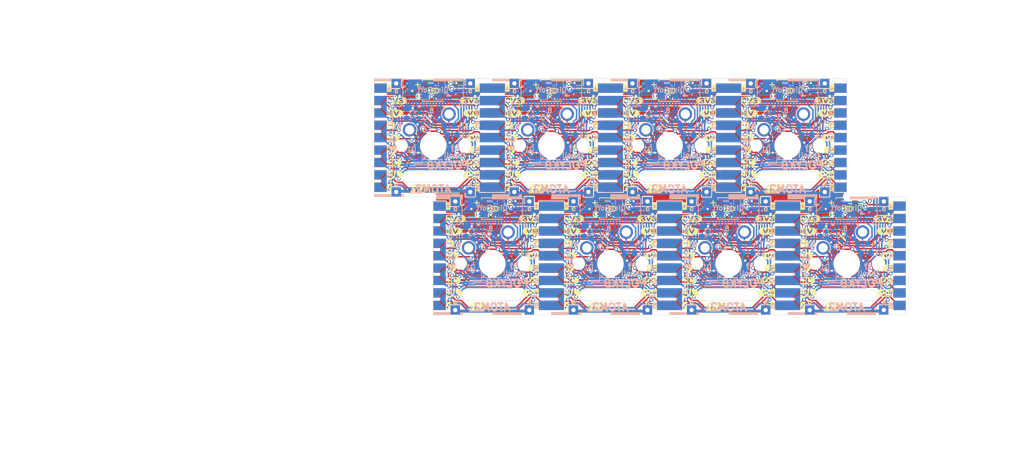
<source format=kicad_pcb>
(kicad_pcb (version 20211014) (generator pcbnew)
  (title_block (title "PolyKB Atom") (date "2022-02-01") (rev "2.1") (company "thpoll"))
  (layers (0 "F.Cu" signal) (31 "B.Cu" signal) (34 "B.Paste" user) (35 "F.Paste" user) (36 "B.SilkS" user "B.Silkscreen") (37 "F.SilkS" user "F.Silkscreen") (38 "B.Mask" user) (39 "F.Mask" user) (44 "Edge.Cuts" user))
  (net 0 "")
  (net 1 "/Keyboard/sheet605ED2EB/GND")
  (net 2 "/Keyboard/sheet605ED2EB/3V3")
  (net 3 "/Keyboard/sheet605ED2EB/4V2")
  (net 4 "Net-(C4-Pad1)")
  (net 5 "Net-(C5-Pad2)")
  (net 6 "Net-(C5-Pad1)")
  (net 7 "Net-(C6-Pad2)")
  (net 8 "Net-(C6-Pad1)")
  (net 9 "/Keyboard/sheet605ED2EB/CS")
  (net 10 "/Keyboard/sheet605ED2EB/RESET")
  (net 11 "/Keyboard/sheet605ED2EB/D-C")
  (net 12 "/Keyboard/sheet605ED2EB/SCLK")
  (net 13 "/Keyboard/sheet605ED2EB/SDIN")
  (net 14 "/Keyboard/sheet605ED2EB/LED_DIN")
  (net 15 "/Keyboard/sheet605ED2EB/5V")
  (net 16 "Net-(D1-Pad2)")
  (net 17 "/Keyboard/sheet605ED2EB/KeyRow")
  (net 18 "/Keyboard/sheet605ED2EB/KeyCol")
  (net 19 "CS8")
  (net 20 "CS7")
  (net 21 "CS6")
  (net 22 "CS5")
  (net 23 "CS4")
  (net 24 "CS3")
  (net 25 "CS2")
  (net 26 "CS1")
  (net 27 "Net-(C1-Pad1)")
  (footprint "poly_kb:AtomConnect2" (layer "F.Cu") (at 93.218 63.6778 -90)
    (fp_text reference "J3" hide)
    (fp_text value "WestFront")
  )
  (footprint "poly_kb:AtomConnect2" (layer "F.Cu") (at 110.236 63.6778 -90)
    (fp_text reference "J4" hide)
    (fp_text value "EastFront")
  )
  (footprint "poly_kb:WS2812B-Mini" (layer "F.Cu") (at 101.727 56.0578)
    (fp_text reference "LED1" hide)
    (fp_text value "LED")
  )
  (footprint "poly_kb:SW_Cherry_MX_1.00u_PCB_NoSilk" (layer "F.Cu") (at 104.267 59.8678)
    (fp_text reference "SW1" hide)
    (fp_text value "SW_Push")
  )
  (footprint "poly_kb:TestPoin_1.5x1.5mm_Drill0.7mm" (layer "F.Cu") (at 107.696 54.9148)
    (fp_text reference "J2" hide)
    (fp_text value "North")
  )
  (footprint "poly_kb:TestPoin_1.5x1.5mm_Drill0.7mm" (layer "F.Cu") (at 95.758 54.9148)
    (fp_text reference "J8" hide)
    (fp_text value "North2")
  )
  (footprint "poly_kb:TestPoin_1.5x1.5mm_Drill0.7mm" (layer "F.Cu") (at 107.696 72.4408)
    (fp_text reference "J9" hide)
    (fp_text value "South2")
  )
  (footprint "poly_kb:TestPoin_1.5x1.5mm_Drill0.7mm" (layer "F.Cu") (at 95.758 72.4408)
    (fp_text reference "J7" hide)
    (fp_text value "South")
  )
  (footprint "kibuzzard-61EFA8F1" (layer "F.Cu") (at 126.9746 69.6722)
    (fp_text reference "kibuzzard-61EFA8F1" hide)
    (fp_text value "G***" hide)
  )
  (footprint "kibuzzard-61EFBE87" (layer "F.Cu") (at 143.6624 40.6654)
    (fp_text reference "kibuzzard-61EFBE87" hide)
    (fp_text value "G***" hide)
  )
  (footprint "kibuzzard-61EFBE3D" (layer "F.Cu") (at 143.1544 50.6222)
    (fp_text reference "kibuzzard-61EFBE3D" hide)
    (fp_text value "G***" hide)
  )
  (footprint "kibuzzard-61EFD947" (layer "F.Cu") (at 156.464 36.6014)
    (fp_text reference "kibuzzard-61EFD947" hide)
    (fp_text value "G***" hide)
  )
  (footprint "kibuzzard-61EFD908" (layer "F.Cu") (at 94.615 71.7042)
    (fp_text reference "kibuzzard-61EFD908" hide)
    (fp_text value "G***" hide)
  )
  (footprint "kibuzzard-61EFAA6D" (layer "F.Cu") (at 165.3794 63.6778)
    (fp_text reference "kibuzzard-61EFAA6D" hide)
    (fp_text value "G***" hide)
  )
  (footprint "kibuzzard-61EFD947" (layer "F.Cu") (at 123.19 36.6014)
    (fp_text reference "kibuzzard-61EFD947" hide)
    (fp_text value "G***" hide)
  )
  (footprint "poly_kb:TestPoin_1.5x1.5mm_Drill0.7mm" (layer "F.Cu") (at 117.221 53.3908)
    (fp_text reference "J9" hide)
    (fp_text value "South2")
  )
  (footprint "poly_kb:TestPoin_1.5x1.5mm_Drill0.7mm" (layer "F.Cu") (at 124.333 53.3908)
    (fp_text reference "J7" hide)
    (fp_text value "South")
  )
  (footprint "kibuzzard-61EFD908" (layer "F.Cu") (at 85.09 52.6542)
    (fp_text reference "kibuzzard-61EFD908" hide)
    (fp_text value "G***" hide)
  )
  (footprint "kibuzzard-61EFDAC6" (layer "F.Cu") (at 156.4132 42.6466)
    (fp_text reference "kibuzzard-61EFDAC6" hide)
    (fp_text value "G***" hide)
  )
  (footprint "poly_kb:TestPoin_1.5x1.5mm_Drill0.7mm" (layer "F.Cu") (at 126.746 54.9148)
    (fp_text reference "J2" hide)
    (fp_text value "North")
  )
  (footprint "kibuzzard-61EFABBF" (layer "F.Cu") (at 127.0762 67.691)
    (fp_text reference "kibuzzard-61EFABBF" hide)
    (fp_text value "G***" hide)
  )
  (footprint "poly_kb:TestPoin_1.5x1.5mm_Drill0.7mm" (layer "F.Cu") (at 164.846 72.4408)
    (fp_text reference "J9" hide)
    (fp_text value "South2")
  )
  (footprint "kibuzzard-61EFDD1E" (layer "F.Cu") (at 147.066 52.8828)
    (fp_text reference "kibuzzard-61EFDD1E" hide)
    (fp_text value "G***" hide)
  )
  (footprint "kibuzzard-61EFD908" (layer "F.Cu") (at 127.889 71.7042)
    (fp_text reference "kibuzzard-61EFD908" hide)
    (fp_text value "G***" hide)
  )
  (footprint "kibuzzard-61EFD908" (layer "F.Cu") (at 137.414 52.6542)
    (fp_text reference "kibuzzard-61EFD908" hide)
    (fp_text value "G***" hide)
  )
  (footprint "kibuzzard-61EFD863" (layer "F.Cu") (at 164.7698 57.6834)
    (fp_text reference "kibuzzard-61EFD863" hide)
    (fp_text value "G***" hide)
  )
  (footprint "kibuzzard-61EFDAEE" (layer "F.Cu") (at 85.729239 44.627507)
    (fp_text reference "kibuzzard-61EFDAEE" hide)
    (fp_text value "G***" hide)
  )
  (footprint "kibuzzard-61EFD879" (layer "F.Cu") (at 86.319 38.6406)
    (fp_text reference "kibuzzard-61EFD879" hide)
    (fp_text value "G***" hide)
  )
  (footprint "kibuzzard-61EFBE87" (layer "F.Cu") (at 124.6124 40.6654)
    (fp_text reference "kibuzzard-61EFBE87" hide)
    (fp_text value "G***" hide)
  )
  (footprint "kibuzzard-61EFD879" (layer "F.Cu") (at 124.419 38.6406)
    (fp_text reference "kibuzzard-61EFD879" hide)
    (fp_text value "G***" hide)
  )
  (footprint "kibuzzard-61EFAA6D" (layer "F.Cu") (at 155.8544 44.6278)
    (fp_text reference "kibuzzard-61EFAA6D" hide)
    (fp_text value "G***" hide)
  )
  (footprint "kibuzzard-61EFD7F9" (layer "F.Cu") (at 117.9068 46.609)
    (fp_text reference "kibuzzard-61EFD7F9" hide)
    (fp_text value "G***" hide)
  )
  (footprint "poly_kb:AtomConnect2" (layer "F.Cu") (at 83.693 44.6278 -90)
    (fp_text reference "J3" hide)
    (fp_text value "WestFront")
  )
  (footprint "kibuzzard-61EFACF9" (layer "F.Cu") (at 145.5166 59.7154)
    (fp_text reference "kibuzzard-61EFACF9" hide)
    (fp_text value "G***" hide)
  )
  (footprint "kibuzzard-61EFD947" (layer "F.Cu") (at 85.09 36.6014)
    (fp_text reference "kibuzzard-61EFD947" hide)
    (fp_text value "G***" hide)
  )
  (footprint "kibuzzard-61EFD863" (layer "F.Cu") (at 117.1448 38.6334)
    (fp_text reference "kibuzzard-61EFD863" hide)
    (fp_text value "G***" hide)
  )
  (footprint "poly_kb:TestPoin_1.5x1.5mm_Drill0.7mm" (layer "F.Cu") (at 98.171 53.3908)
    (fp_text reference "J9" hide)
    (fp_text value "South2")
  )
  (footprint "kibuzzard-61EFDAEE" (layer "F.Cu") (at 133.354239 63.677507)
    (fp_text reference "kibuzzard-61EFDAEE" hide)
    (fp_text value "G***" hide)
  )
  (footprint "kibuzzard-61EFD947" (layer "F.Cu") (at 118.364 36.6014)
    (fp_text reference "kibuzzard-61EFD947" hide)
    (fp_text value "G***" hide)
  )
  (footprint "kibuzzard-61EFD947" (layer "F.Cu") (at 99.314 36.6014)
    (fp_text reference "kibuzzard-61EFD947" hide)
    (fp_text value "G***" hide)
  )
  (footprint "kibuzzard-61EFBE3D" (layer "F.Cu") (at 133.6294 69.6722)
    (fp_text reference "kibuzzard-61EFBE3D" hide)
    (fp_text value "G***" hide)
  )
  (footprint "poly_kb:TestPoin_1.5x1.5mm_Drill0.7mm" (layer "F.Cu") (at 133.858 54.9148)
    (fp_text reference "J8" hide)
    (fp_text value "North2")
  )
  (footprint "kibuzzard-61EFD7F9" (layer "F.Cu") (at 136.9568 46.609)
    (fp_text reference "kibuzzard-61EFD7F9" hide)
    (fp_text value "G***" hide)
  )
  (footprint "poly_kb:TestPoin_1.5x1.5mm_Drill0.7mm" (layer "F.Cu") (at 136.271 35.8648)
    (fp_text reference "J2" hide)
    (fp_text value "North")
  )
  (footprint "kibuzzard-61EFD947" (layer "F.Cu") (at 151.765 55.6514)
    (fp_text reference "kibuzzard-61EFD947" hide)
    (fp_text value "G***" hide)
  )
  (footprint "kibuzzard-61EFBE87" (layer "F.Cu") (at 153.1874 59.7154)
    (fp_text reference "kibuzzard-61EFBE87" hide)
    (fp_text value "G***" hide)
  )
  (footprint "kibuzzard-61EFBE21" (layer "F.Cu") (at 114.1222 65.659)
    (fp_text reference "kibuzzard-61EFBE21" hide)
    (fp_text value "G***" hide)
  )
  (footprint "kibuzzard-61EFDD1E" (layer "F.Cu") (at 99.441 71.9328)
    (fp_text reference "kibuzzard-61EFDD1E" hide)
    (fp_text value "G***" hide)
  )
  (footprint "kibuzzard-61EFACF9" (layer "F.Cu") (at 116.9416 40.6654)
    (fp_text reference "kibuzzard-61EFACF9" hide)
    (fp_text value "G***" hide)
  )
  (footprint "kibuzzard-61EFD863" (layer "F.Cu") (at 145.7198 57.6834)
    (fp_text reference "kibuzzard-61EFD863" hide)
    (fp_text value "G***" hide)
  )
  (footprint "poly_kb:TestPoin_1.5x1.5mm_Drill0.7mm" (layer "F.Cu") (at 155.321 35.8648)
    (fp_text reference "J2" hide)
    (fp_text value "North")
  )
  (footprint "poly_kb:SW_Cherry_MX_1.00u_PCB_NoSilk" (layer "F.Cu") (at 113.792 40.8178)
    (fp_text reference "SW1" hide)
    (fp_text value "SW_Push")
  )
  (footprint "poly_kb:TestPoin_1.5x1.5mm_Drill0.7mm" (layer "F.Cu") (at 86.233 53.3908)
    (fp_text reference "J7" hide)
    (fp_text value "South")
  )
  (footprint "kibuzzard-61EFBE87" (layer "F.Cu") (at 96.0374 59.7154)
    (fp_text reference "kibuzzard-61EFBE87" hide)
    (fp_text value "G***" hide)
  )
  (footprint "kibuzzard-61EFDAC6" (layer "F.Cu") (at 108.7882 61.6966)
    (fp_text reference "kibuzzard-61EFDAC6" hide)
    (fp_text value "G***" hide)
  )
  (footprint "kibuzzard-61EFD863" (layer "F.Cu") (at 126.6698 57.6834)
    (fp_text reference "kibuzzard-61EFD863" hide)
    (fp_text value "G***" hide)
  )
  (footprint "kibuzzard-61EFDAA0" (layer "F.Cu") (at 85.4456 42.6466)
    (fp_text reference "kibuzzard-61EFDAA0" hide)
    (fp_text value "G***" hide)
  )
  (footprint "kibuzzard-61EFA8F1" (layer "F.Cu") (at 117.4496 50.6222)
    (fp_text reference "kibuzzard-61EFA8F1" hide)
    (fp_text value "G***" hide)
  )
  (footprint "kibuzzard-61EFD879" (layer "F.Cu") (at 105.369 38.6406)
    (fp_text reference "kibuzzard-61EFD879" hide)
    (fp_text value "G***" hide)
  )
  (footprint "poly_kb:AtomConnect2" (layer "F.Cu") (at 140.843 44.6278 -90)
    (fp_text reference "J3" hide)
    (fp_text value "WestFront")
  )
  (footprint "kibuzzard-61EFD908" (layer "F.Cu") (at 104.14 52.6542)
    (fp_text reference "kibuzzard-61EFD908" hide)
    (fp_text value "G***" hide)
  )
  (footprint "poly_kb:AtomConnect2" (layer "F.Cu") (at 100.711 44.6278 -90)
    (fp_text reference "J4" hide)
    (fp_text value "EastFront")
  )
  (footprint "kibuzzard-61EFDD1E" (layer "F.Cu") (at 89.916 52.8828)
    (fp_text reference "kibuzzard-61EFDD1E" hide)
    (fp_text value "G***" hide)
  )
  (footprint "kibuzzard-61EFD947" (layer "F.Cu") (at 132.715 55.6514)
    (fp_text reference "kibuzzard-61EFD947" hide)
    (fp_text value "G***" hide)
  )
  (footprint "kibuzzard-61EFD908" (layer "F.Cu") (at 132.715 71.7042)
    (fp_text reference "kibuzzard-61EFD908" hide)
    (fp_text value "G***" hide)
  )
  (footprint "kibuzzard-61EFBE2C" (layer "F.Cu") (at 104.9528 48.641)
    (fp_text reference "kibuzzard-61EFBE2C" hide)
    (fp_text value "G***" hide)
  )
  (footprint "kibuzzard-61EFBE3D" (layer "F.Cu") (at 124.1044 50.6222)
    (fp_text reference "kibuzzard-61EFBE3D" hide)
    (fp_text value "G***" hide)
  )
  (footprint "kibuzzard-61EFBE3D" (layer "F.Cu") (at 105.0544 50.6222)
    (fp_text reference "kibuzzard-61EFBE3D" hide)
    (fp_text value "G***" hide)
  )
  (footprint "poly_kb:TestPoin_1.5x1.5mm_Drill0.7mm" (layer "F.Cu") (at 98.171 35.8648)
    (fp_text reference "J2" hide)
    (fp_text value "North")
  )
  (footprint "kibuzzard-61EFBE2C" (layer "F.Cu") (at 95.4278 67.691)
    (fp_text reference "kibuzzard-61EFBE2C" hide)
    (fp_text value "G***" hide)
  )
  (footprint "poly_kb:WS2812B-Mini" (layer "F.Cu") (at 92.202 37.0078)
    (fp_text reference "LED1" hide)
    (fp_text value "LED")
  )
  (footprint "kibuzzard-61EFDAEE" (layer "F.Cu") (at 123.829239 44.627507)
    (fp_text reference "kibuzzard-61EFDAEE" hide)
    (fp_text value "G***" hide)
  )
  (footprint "kibuzzard-61EFDAC6" (layer "F.Cu") (at 127.8382 61.6966)
    (fp_text reference "kibuzzard-61EFDAC6" hide)
    (fp_text value "G***" hide)
  )
  (footprint "kibuzzard-61EFD908" (layer "F.Cu") (at 156.464 52.6542)
    (fp_text reference "kibuzzard-61EFD908" hide)
    (fp_text value "G***" hide)
  )
  (footprint "kibuzzard-61EFDAA0" (layer "F.Cu") (at 133.0706 61.6966)
    (fp_text reference "kibuzzard-61EFDAA0" hide)
    (fp_text value "G***" hide)
  )
  (footprint "poly_kb:TestPoin_1.5x1.5mm_Drill0.7mm" (layer "F.Cu") (at 143.383 35.8648)
    (fp_text reference "J8" hide)
    (fp_text value "North2")
  )
  (footprint "kibuzzard-61EFD908" (layer "F.Cu") (at 165.989 71.7042)
    (fp_text reference "kibuzzard-61EFD908" hide)
    (fp_text value "G***" hide)
  )
  (footprint "kibuzzard-61EFDAC6" (layer "F.Cu") (at 99.2632 42.6466)
    (fp_text reference "kibuzzard-61EFDAC6" hide)
    (fp_text value "G***" hide)
  )
  (footprint "poly_kb:AtomConnect2" (layer "F.Cu") (at 167.386 63.6778 -90)
    (fp_text reference "J4" hide)
    (fp_text value "EastFront")
  )
  (footprint "kibuzzard-61EFBE87" (layer "F.Cu") (at 86.5124 40.6654)
    (fp_text reference "kibuzzard-61EFBE87" hide)
    (fp_text value "G***" hide)
  )
  (footprint "poly_kb:AtomConnect2" (layer "F.Cu") (at 138.811 44.6278 -90)
    (fp_text reference "J4" hide)
    (fp_text value "EastFront")
  )
  (footprint "kibuzzard-61EFD947" (layer "F.Cu") (at 137.414 36.6014)
    (fp_text reference "kibuzzard-61EFD947" hide)
    (fp_text value "G***" hide)
  )
  (footprint "poly_kb:AtomConnect2" (layer "F.Cu") (at 119.761 44.6278 -90)
    (fp_text reference "J4" hide)
    (fp_text value "EastFront")
  )
  (footprint "kibuzzard-61EFDD1E" (layer "F.Cu") (at 137.541 71.9328)
    (fp_text reference "kibuzzard-61EFDD1E" hide)
    (fp_text value "G***" hide)
  )
  (footprint "poly_kb:TestPoin_1.5x1.5mm_Drill0.7mm" (layer "F.Cu") (at 164.846 54.9148)
    (fp_text reference "J2" hide)
    (fp_text value "North")
  )
  (footprint "kibuzzard-61EFDAEE" (layer "F.Cu") (at 104.779239 44.627507)
    (fp_text reference "kibuzzard-61EFDAEE" hide)
    (fp_text value "G***" hide)
  )
  (footprint "kibuzzard-61EFD879" (layer "F.Cu") (at 143.469 38.6406)
    (fp_text reference "kibuzzard-61EFD879" hide)
    (fp_text value "G***" hide)
  )
  (footprint "kibuzzard-61EFD908" (layer "F.Cu") (at 118.364 52.6542)
    (fp_text reference "kibuzzard-61EFD908" hide)
    (fp_text value "G***" hide)
  )
  (footprint "kibuzzard-61EFBE21" (layer "F.Cu") (at 152.2222 65.659)
    (fp_text reference "kibuzzard-61EFBE21" hide)
    (fp_text value "G***" hide)
  )
  (footprint "kibuzzard-61EFAA6D" (layer "F.Cu") (at 117.7544 44.6278)
    (fp_text reference "kibuzzard-61EFAA6D" hide)
    (fp_text value "G***" hide)
  )
  (footprint "poly_kb:TestPoin_1.5x1.5mm_Drill0.7mm" (layer "F.Cu") (at 145.796 54.9148)
    (fp_text reference "J2" hide)
    (fp_text value "North")
  )
  (footprint "kibuzzard-61EFDAEE" (layer "F.Cu") (at 114.304239 63.677507)
    (fp_text reference "kibuzzard-61EFDAEE" hide)
    (fp_text value "G***" hide)
  )
  (footprint "kibuzzard-61EFD947" (layer "F.Cu") (at 127.889 55.6514)
    (fp_text reference "kibuzzard-61EFD947" hide)
    (fp_text value "G***" hide)
  )
  (footprint "poly_kb:TestPoin_1.5x1.5mm_Drill0.7mm" (layer "F.Cu") (at 105.283 53.3908)
    (fp_text reference "J7" hide)
    (fp_text value "South")
  )
  (footprint "" (layer "F.Cu") (at 92.202 54.1528)
    (fp_text reference "")
    (fp_text value "")
  )
  (footprint "kibuzzard-61EFDAA0" (layer "F.Cu") (at 104.4956 42.6466)
    (fp_text reference "kibuzzard-61EFDAA0" hide)
    (fp_text value "G***" hide)
  )
  (footprint "poly_kb:AtomConnect2" (layer "F.Cu") (at 157.861 44.6278 -90)
    (fp_text reference "J4" hide)
    (fp_text value "EastFront")
  )
  (footprint "poly_kb:WS2812B-Mini" (layer "F.Cu") (at 158.877 56.0578)
    (fp_text reference "LED1" hide)
    (fp_text value "LED")
  )
  (footprint "kibuzzard-61EFD947" (layer "F.Cu") (at 108.839 55.6514)
    (fp_text reference "kibuzzard-61EFD947" hide)
    (fp_text value "G***" hide)
  )
  (footprint "kibuzzard-61EFABBF" (layer "F.Cu") (at 98.5012 48.641)
    (fp_text reference "kibuzzard-61EFABBF" hide)
    (fp_text value "G***" hide)
  )
  (footprint "poly_kb:WS2812B-Mini" (layer "F.Cu") (at 111.252 37.0078)
    (fp_text reference "LED1" hide)
    (fp_text value "LED")
  )
  (footprint "kibuzzard-61EFABBF" (layer "F.Cu") (at 155.6512 48.641)
    (fp_text reference "kibuzzard-61EFABBF" hide)
    (fp_text value "G***" hide)
  )
  (footprint "kibuzzard-61EFBE21" (layer "F.Cu") (at 142.6972 46.609)
    (fp_text reference "kibuzzard-61EFBE21" hide)
    (fp_text value "G***" hide)
  )
  (footprint "kibuzzard-61EFD863" (layer "F.Cu") (at 136.1948 38.6334)
    (fp_text reference "kibuzzard-61EFD863" hide)
    (fp_text value "G***" hide)
  )
  (footprint "kibuzzard-61EFDAC6" (layer "F.Cu") (at 118.3132 42.6466)
    (fp_text reference "kibuzzard-61EFDAC6" hide)
    (fp_text value "G***" hide)
  )
  (footprint "kibuzzard-61EFDD1E" (layer "F.Cu") (at 156.591 71.9328)
    (fp_text reference "kibuzzard-61EFDD1E" hide)
    (fp_text value "G***" hide)
  )
  (footprint "kibuzzard-61EFD879" (layer "F.Cu") (at 152.994 57.6906)
    (fp_text reference "kibuzzard-61EFD879" hide)
    (fp_text value "G***" hide)
  )
  (footprint "poly_kb:WS2812B-Mini" (layer "F.Cu") (at 139.827 56.0578)
    (fp_text reference "LED1" hide)
    (fp_text value "LED")
  )
  (footprint "poly_kb:AtomConnect2" (layer "F.Cu") (at 112.268 63.6778 -90)
    (fp_text reference "J3" hide)
    (fp_text value "WestFront")
  )
  (footprint "kibuzzard-61EFA8F1" (layer "F.Cu") (at 107.9246 69.6722)
    (fp_text reference "kibuzzard-61EFA8F1" hide)
    (fp_text value "G***" hide)
  )
  (footprint "kibuzzard-61EFDD1E" (layer "F.Cu") (at 128.016 52.8828)
    (fp_text reference "kibuzzard-61EFDD1E" hide)
    (fp_text value "G***" hide)
  )
  (footprint "kibuzzard-61EFABBF" (layer "F.Cu") (at 146.1262 67.691)
    (fp_text reference "kibuzzard-61EFABBF" hide)
    (fp_text value "G***" hide)
  )
  (footprint "poly_kb:SW_Cherry_MX_1.00u_PCB_NoSilk" (layer "F.Cu") (at 161.417 59.8678)
    (fp_text reference "SW1" hide)
    (fp_text value "SW_Push")
  )
  (footprint "kibuzzard-61EFDAA0" (layer "F.Cu") (at 123.5456 42.6466)
    (fp_text reference "kibuzzard-61EFDAA0" hide)
    (fp_text value "G***" hide)
  )
  (footprint "kibuzzard-61EFBE3D" (layer "F.Cu") (at 86.0044 50.6222)
    (fp_text reference "kibuzzard-61EFBE3D" hide)
    (fp_text value "G***" hide)
  )
  (footprint "kibuzzard-61EFA8F1" (layer "F.Cu") (at 136.4996 50.6222)
    (fp_text reference "kibuzzard-61EFA8F1" hide)
    (fp_text value "G***" hide)
  )
  (footprint "poly_kb:TestPoin_1.5x1.5mm_Drill0.7mm" (layer "F.Cu") (at 155.321 53.3908)
    (fp_text reference "J9" hide)
    (fp_text value "South2")
  )
  (footprint "kibuzzard-61EFD7F9" (layer "F.Cu") (at 146.4818 65.659)
    (fp_text reference "kibuzzard-61EFD7F9" hide)
    (fp_text value "G***" hide)
  )
  (footprint "kibuzzard-61EFD863" (layer "F.Cu") (at 98.0948 38.6334)
    (fp_text reference "kibuzzard-61EFD863" hide)
    (fp_text value "G***" hide)
  )
  (footprint "poly_kb:SW_Cherry_MX_1.00u_PCB_NoSilk" (layer "F.Cu") (at 123.317 59.8678)
    (fp_text reference "SW1" hide)
    (fp_text value "SW_Push")
  )
  (footprint "poly_kb:TestPoin_1.5x1.5mm_Drill0.7mm" (layer "F.Cu") (at 136.271 53.3908)
    (fp_text reference "J9" hide)
    (fp_text value "South2")
  )
  (footprint "kibuzzard-61EFDAA0" (layer "F.Cu") (at 94.9706 61.6966)
    (fp_text reference "kibuzzard-61EFDAA0" hide)
    (fp_text value "G***" hide)
  )
  (footprint "kibuzzard-61EFDAEE" (layer "F.Cu") (at 152.404239 63.677507)
    (fp_text reference "kibuzzard-61EFDAEE" hide)
    (fp_text value "G***" hide)
  )
  (footprint "kibuzzard-61EFD879" (layer "F.Cu") (at 114.894 57.6906)
    (fp_text reference "kibuzzard-61EFD879" hide)
    (fp_text value "G***" hide)
  )
  (footprint "poly_kb:AtomConnect2" (layer "F.Cu") (at 150.368 63.6778 -90)
    (fp_text reference "J3" hide)
    (fp_text value "WestFront")
  )
  (footprint "kibuzzard-61EFACF9" (layer "F.Cu") (at 126.4666 59.7154)
    (fp_text reference "kibuzzard-61EFACF9" hide)
    (fp_text value "G***" hide)
  )
  (footprint "kibuzzard-61EFD947" (layer "F.Cu") (at 142.24 36.6014)
    (fp_text reference "kibuzzard-61EFD947" hide)
    (fp_text value "G***" hide)
  )
  (footprint "kibuzzard-61EFABBF" (layer "F.Cu") (at 136.6012 48.641)
    (fp_text reference "kibuzzard-61EFABBF" hide)
    (fp_text value "G***" hide)
  )
  (footprint "kibuzzard-61EFBE2C" (layer "F.Cu") (at 124.0028 48.641)
    (fp_text reference "kibuzzard-61EFBE2C" hide)
    (fp_text value "G***" hide)
  )
  (footprint "poly_kb:AtomConnect2" (layer "F.Cu") (at 102.743 44.6278 -90)
    (fp_text reference "J3" hide)
    (fp_text value "WestFront")
  )
  (footprint "poly_kb:WS2812B-Mini" (layer "F.Cu") (at 130.302 37.0078)
    (fp_text reference "LED1" hide)
    (fp_text value "LED")
  )
  (footprint "kibuzzard-61EFA8F1" (layer "F.Cu") (at 155.5496 50.6222)
    (fp_text reference "kibuzzard-61EFA8F1" hide)
    (fp_text value "G***" hide)
  )
  (footprint "kibuzzard-61EFD7F9" (layer "F.Cu") (at 108.3818 65.659)
    (fp_text reference "kibuzzard-61EFD7F9" hide)
    (fp_text value "G***" hide)
  )
  (footprint "kibuzzard-61EFBE21" (layer "F.Cu") (at 85.5472 46.609)
    (fp_text reference "kibuzzard-61EFBE21" hide)
    (fp_text value "G***" hide)
  )
  (footprint "poly_kb:WS2812B-Mini" (layer "F.Cu") (at 149.352 37.0078)
    (fp_text reference "LED1" hide)
    (fp_text value "LED")
  )
  (footprint "kibuzzard-61EFDAC6" (layer "F.Cu") (at 137.3632 42.6466)
    (fp_text reference "kibuzzard-61EFDAC6" hide)
    (fp_text value "G***" hide)
  )
  (footprint "kibuzzard-61EFD908" (layer "F.Cu") (at 123.19 52.6542)
    (fp_text reference "kibuzzard-61EFD908" hide)
    (fp_text value "G***" hide)
  )
  (footprint "poly_kb:AtomConnect2" (layer "F.Cu") (at 148.336 63.6778 -90)
    (fp_text reference "J4" hide)
    (fp_text value "EastFront")
  )
  (footprint "kibuzzard-61EFBE87" (layer "F.Cu") (at 134.1374 59.7154)
    (fp_text reference "kibuzzard-61EFBE87" hide)
    (fp_text value "G***" hide)
  )
  (footprint "kibuzzard-61EFBE2C" (layer "F.Cu") (at 85.9028 48.641)
    (fp_text reference "kibuzzard-61EFBE2C" hide)
    (fp_text value "G***" hide)
  )
  (footprint "kibuzzard-61EFD863" (layer "F.Cu") (at 107.6198 57.6834)
    (fp_text reference "kibuzzard-61EFD863" hide)
    (fp_text value "G***" hide)
  )
  (footprint "kibuzzard-61EFA8F1" (layer "F.Cu") (at 146.0246 69.6722)
    (fp_text reference "kibuzzard-61EFA8F1" hide)
    (fp_text value "G***" hide)
  )
  (footprint "poly_kb:TestPoin_1.5x1.5mm_Drill0.7mm" (layer "F.Cu") (at 114.808 54.9148)
    (fp_text reference "J8" hide)
    (fp_text value "North2")
  )
  (footprint "kibuzzard-61EFABBF" (layer "F.Cu") (at 117.5512 48.641)
    (fp_text reference "kibuzzard-61EFABBF" hide)
    (fp_text value "G***" hide)
  )
  (footprint "kibuzzard-61EFBE21" (layer "F.Cu") (at 123.6472 46.609)
    (fp_text reference "kibuzzard-61EFBE21" hide)
    (fp_text value "G***" hide)
  )
  (footprint "kibuzzard-61EFBE87" (layer "F.Cu") (at 105.5624 40.6654)
    (fp_text reference "kibuzzard-61EFBE87" hide)
    (fp_text value "G***" hide)
  )
  (footprint "poly_kb:TestPoin_1.5x1.5mm_Drill0.7mm" (layer "F.Cu") (at 145.796 72.4408)
    (fp_text reference "J9" hide)
    (fp_text value "South2")
  )
  (footprint "kibuzzard-61EFAA6D" (layer "F.Cu") (at 127.2794 63.6778)
    (fp_text reference "kibuzzard-61EFAA6D" hide)
    (fp_text value "G***" hide)
  )
  (footprint "poly_kb:AtomConnect2" (layer "F.Cu") (at 121.793 44.6278 -90)
    (fp_text reference "J3" hide)
    (fp_text value "WestFront")
  )
  (footprint "kibuzzard-61EFBE3D" (layer "F.Cu") (at 152.6794 69.6722)
    (fp_text reference "kibuzzard-61EFBE3D" hide)
    (fp_text value "G***" hide)
  )
  (footprint "kibuzzard-61EFACF9" (layer "F.Cu") (at 135.9916 40.6654)
    (fp_text reference "kibuzzard-61EFACF9" hide)
    (fp_text value "G***" hide)
  )
  (footprint "kibuzzard-61EFD879" (layer "F.Cu") (at 133.944 57.6906)
    (fp_text reference "kibuzzard-61EFD879" hide)
    (fp_text value "G***" hide)
  )
  (footprint "kibuzzard-61EFD879" (layer "F.Cu") (at 95.844 57.6906)
    (fp_text reference "kibuzzard-61EFD879" hide)
    (fp_text value "G***" hide)
  )
  (footprint "kibuzzard-61EFD908" (layer "F.Cu") (at 108.839 71.7042)
    (fp_text reference "kibuzzard-61EFD908" hide)
    (fp_text value "G***" hide)
  )
  (footprint "poly_kb:TestPoin_1.5x1.5mm_Drill0.7mm" (layer "F.Cu") (at 143.383 53.3908)
    (fp_text reference "J7" hide)
    (fp_text value "South")
  )
  (footprint "kibuzzard-61EFACF9" (layer "F.Cu") (at 107.4166 59.7154)
    (fp_text reference "kibuzzard-61EFACF9" hide)
    (fp_text value "G***" hide)
  )
  (footprint "poly_kb:TestPoin_1.5x1.5mm_Drill0.7mm" (layer "F.Cu") (at 117.221 35.8648)
    (fp_text reference "J2" hide)
    (fp_text value "North")
  )
  (footprint "poly_kb:TestPoin_1.5x1.5mm_Drill0.7mm" (layer "F.Cu") (at 124.333 35.8648)
    (fp_text reference "J8" hide)
    (fp_text value "North2")
  )
  (footprint "poly_kb:SW_Cherry_MX_1.00u_PCB_NoSilk" (layer "F.Cu") (at 151.892 40.8178)
    (fp_text reference "SW1" hide)
    (fp_text value "SW_Push")
  )
  (footprint "kibuzzard-61EFBE21" (layer "F.Cu") (at 104.5972 46.609)
    (fp_text reference "kibuzzard-61EFBE21" hide)
    (fp_text value "G***" hide)
  )
  (footprint "kibuzzard-61EFD7F9" (layer "F.Cu") (at 127.4318 65.659)
    (fp_text reference "kibuzzard-61EFD7F9" hide)
    (fp_text value "G***" hide)
  )
  (footprint "kibuzzard-61EFDAC6" (layer "F.Cu") (at 165.9382 61.6966)
    (fp_text reference "kibuzzard-61EFDAC6" hide)
    (fp_text value "G***" hide)
  )
  (footprint "poly_kb:TestPoin_1.5x1.5mm_Drill0.7mm" (layer "F.Cu") (at 114.808 72.4408)
    (fp_text reference "J7" hide)
    (fp_text value "South")
  )
  (footprint "kibuzzard-61EFDAEE" (layer "F.Cu") (at 95.254239 63.677507)
    (fp_text reference "kibuzzard-61EFDAEE" hide)
    (fp_text value "G***" hide)
  )
  (footprint "kibuzzard-61EFACF9" (layer "F.Cu") (at 155.0416 40.6654)
    (fp_text reference "kibuzzard-61EFACF9" hide)
    (fp_text value "G***" hide)
  )
  (footprint "kibuzzard-61EFD7F9" (layer "F.Cu") (at 156.0068 46.609)
    (fp_text reference "kibuzzard-61EFD7F9" hide)
    (fp_text value "G***" hide)
  )
  (footprint "poly_kb:TestPoin_1.5x1.5mm_Drill0.7mm" (layer "F.Cu") (at 105.283 35.8648)
    (fp_text reference "J8" hide)
    (fp_text value "North2")
  )
  (footprint "poly_kb:SW_Cherry_MX_1.00u_PCB_NoSilk" (layer "F.Cu") (at 94.742 40.8178)
    (fp_text reference "SW1" hide)
    (fp_text value "SW_Push")
  )
  (footprint "kibuzzard-61EFBE2C" (layer "F.Cu") (at 143.0528 48.641)
    (fp_text reference "kibuzzard-61EFBE2C" hide)
    (fp_text value "G***" hide)
  )
  (footprint "kibuzzard-61EFDAEE" (layer "F.Cu") (at 142.879239 44.627507)
    (fp_text reference "kibuzzard-61EFDAEE" hide)
    (fp_text value "G***" hide)
  )
  (footprint "kibuzzard-61EFA8F1" (layer "F.Cu") (at 165.0746 69.6722)
    (fp_text reference "kibuzzard-61EFA8F1" hide)
    (fp_text value "G***" hide)
  )
  (footprint "kibuzzard-61EFBE87" (layer "F.Cu") (at 115.0874 59.7154)
    (fp_text reference "kibuzzard-61EFBE87" hide)
    (fp_text value "G***" hide)
  )
  (footprint "kibuzzard-61EFD7F9" (layer "F.Cu") (at 98.8568 46.609)
    (fp_text reference "kibuzzard-61EFD7F9" hide)
    (fp_text value "G***" hide)
  )
  (footprint "kibuzzard-61EFAA6D" (layer "F.Cu") (at 98.7044 44.6278)
    (fp_text reference "kibuzzard-61EFAA6D" hide)
    (fp_text value "G***" hide)
  )
  (footprint "kibuzzard-61EFD908" (layer "F.Cu") (at 142.24 52.6542)
    (fp_text reference "kibuzzard-61EFD908" hide)
    (fp_text value "G***" hide)
  )
  (footprint "poly_kb:TestPoin_1.5x1.5mm_Drill0.7mm" (layer "F.Cu") (at 152.908 54.9148)
    (fp_text reference "J8" hide)
    (fp_text value "North2")
  )
  (footprint "kibuzzard-61EFDAA0" (layer "F.Cu") (at 152.1206 61.6966)
    (fp_text reference "kibuzzard-61EFDAA0" hide)
    (fp_text value "G***" hide)
  )
  (footprint "poly_kb:SW_Cherry_MX_1.00u_PCB_NoSilk" (layer "F.Cu") (at 132.842 40.8178)
    (fp_text reference "SW1" hide)
    (fp_text value "SW_Push")
  )
  (footprint "" (layer "F.Cu") (at 168.402 54.1528)
    (fp_text reference "")
    (fp_text value "")
  )
  (footprint "kibuzzard-61EFACF9" (layer "F.Cu") (at 97.8916 40.6654)
    (fp_text reference "kibuzzard-61EFACF9" hide)
    (fp_text value "G***" hide)
  )
  (footprint "kibuzzard-61EFD908" (layer "F.Cu") (at 113.665 71.7042)
    (fp_text reference "kibuzzard-61EFD908" hide)
    (fp_text value "G***" hide)
  )
  (footprint "kibuzzard-61EFBE21" (layer "F.Cu") (at 95.0722 65.659)
    (fp_text reference "kibuzzard-61EFBE21" hide)
    (fp_text value "G***" hide)
  )
  (footprint "kibuzzard-61EFBE2C" (layer "F.Cu") (at 114.4778 67.691)
    (fp_text reference "kibuzzard-61EFBE2C" hide)
    (fp_text value "G***" hide)
  )
  (footprint "kibuzzard-61EFD908" (layer "F.Cu") (at 146.939 71.7042)
    (fp_text reference "kibuzzard-61EFD908" hide)
    (fp_text value "G***" hide)
  )
  (footprint "kibuzzard-61EFABBF" (layer "F.Cu") (at 108.0262 67.691)
    (fp_text reference "kibuzzard-61EFABBF" hide)
    (fp_text value "G***" hide)
  )
  (footprint "kibuzzard-61EFD947" (layer "F.Cu") (at 94.615 55.6514)
    (fp_text reference "kibuzzard-61EFD947" hide)
    (fp_text value "G***" hide)
  )
  (footprint "kibuzzard-61EFAA6D" (layer "F.Cu") (at 146.3294 63.6778)
    (fp_text reference "kibuzzard-61EFAA6D" hide)
    (fp_text value "G***" hide)
  )
  (footprint "kibuzzard-61EFD7F9" (layer "F.Cu") (at 165.5318 65.659)
    (fp_text reference "kibuzzard-61EFD7F9" hide)
    (fp_text value "G***" hide)
  )
  (footprint "kibuzzard-61EFBE3D" (layer "F.Cu") (at 114.5794 69.6722)
    (fp_text reference "kibuzzard-61EFBE3D" hide)
    (fp_text value "G***" hide)
  )
  (footprint "poly_kb:TestPoin_1.5x1.5mm_Drill0.7mm" (layer "F.Cu") (at 86.233 35.8648)
    (fp_text reference "J8" hide)
    (fp_text value "North2")
  )
  (footprint "kibuzzard-61EFAA6D" (layer "F.Cu") (at 136.8044 44.6278)
    (fp_text reference "kibuzzard-61EFAA6D" hide)
    (fp_text value "G***" hide)
  )
  (footprint "poly_kb:TestPoin_1.5x1.5mm_Drill0.7mm" (layer "F.Cu") (at 152.908 72.4408)
    (fp_text reference "J7" hide)
    (fp_text value "South")
  )
  (footprint "kibuzzard-61EFD908" (layer "F.Cu") (at 99.314 52.6542)
    (fp_text reference "kibuzzard-61EFD908" hide)
    (fp_text value "G***" hide)
  )
  (footprint "kibuzzard-61EFABBF" (layer "F.Cu") (at 165.1762 67.691)
    (fp_text reference "kibuzzard-61EFABBF" hide)
    (fp_text value "G***" hide)
  )
  (footprint "poly_kb:TestPoin_1.5x1.5mm_Drill0.7mm" (layer "F.Cu") (at 126.746 72.4408)
    (fp_text reference "J9" hide)
    (fp_text value "South2")
  )
  (footprint "kibuzzard-61EFD947" (layer "F.Cu") (at 104.14 36.6014)
    (fp_text reference "kibuzzard-61EFD947" hide)
    (fp_text value "G***" hide)
  )
  (footprint "kibuzzard-61EFBE2C" (layer "F.Cu") (at 152.5778 67.691)
    (fp_text reference "kibuzzard-61EFBE2C" hide)
    (fp_text value "G***" hide)
  )
  (footprint "kibuzzard-61EFDD1E" (layer "F.Cu") (at 108.966 52.8828)
    (fp_text reference "kibuzzard-61EFDD1E" hide)
    (fp_text value "G***" hide)
  )
  (footprint "poly_kb:AtomConnect2" (layer "F.Cu") (at 131.318 63.6778 -90)
    (fp_text reference "J3" hide)
    (fp_text value "WestFront")
  )
  (footprint "kibuzzard-61EFD863" (layer "F.Cu") (at 155.2448 38.6334)
    (fp_text reference "kibuzzard-61EFD863" hide)
    (fp_text value "G***" hide)
  )
  (footprint "kibuzzard-61EFD908" (layer "F.Cu") (at 151.765 71.7042)
    (fp_text reference "kibuzzard-61EFD908" hide)
    (fp_text value "G***" hide)
  )
  (footprint "kibuzzard-61EFBE3D" (layer "F.Cu") (at 95.5294 69.6722)
    (fp_text reference "kibuzzard-61EFBE3D" hide)
    (fp_text value "G***" hide)
  )
  (footprint "kibuzzard-61EFDD1E" (layer "F.Cu") (at 118.491 71.9328)
    (fp_text reference "kibuzzard-61EFDD1E" hide)
    (fp_text value "G***" hide)
  )
  (footprint "kibuzzard-61EFAA6D" (layer "F.Cu") (at 108.2294 63.6778)
    (fp_text reference "kibuzzard-61EFAA6D" hide)
    (fp_text value "G***" hide)
  )
  (footprint "kibuzzard-61EFDAA0" (layer "F.Cu") (at 142.5956 42.6466)
    (fp_text reference "kibuzzard-61EFDAA0" hide)
    (fp_text value "G***" hide)
  )
  (footprint "poly_kb:AtomConnect2" (layer "F.Cu") (at 129.286 63.6778 -90)
    (fp_text reference "J4" hide)
    (fp_text value "EastFront")
  )
  (footprint "kibuzzard-61EFD947" (layer "F.Cu") (at 146.939 55.6514)
    (fp_text reference "kibuzzard-61EFD947" hide)
    (fp_text value "G***" hide)
  )
  (footprint "poly_kb:SW_Cherry_MX_1.00u_PCB_NoSilk" (layer "F.Cu") (at 142.367 59.8678)
    (fp_text reference "SW1" hide)
    (fp_text value "SW_Push")
  )
  (footprint "kibuzzard-61EFD947" (layer "F.Cu") (at 165.989 55.6514)
    (fp_text reference "kibuzzard-61EFD947" hide)
    (fp_text value "G***" hide)
  )
  (footprint "kibuzzard-61EFBE2C" (layer "F.Cu") (at 133.5278 67.691)
    (fp_text reference "kibuzzard-61EFBE2C" hide)
    (fp_text value "G***" hide)
  )
  (footprint "kibuzzard-61EFACF9" (layer "F.Cu") (at 164.5666 59.7154)
    (fp_text reference "kibuzzard-61EFACF9" hide)
    (fp_text value "G***" hide)
  )
  (footprint "kibuzzard-61EFD947" (layer "F.Cu") (at 113.665 55.6514)
    (fp_text reference "kibuzzard-61EFD947" hide)
    (fp_text value "G***" hide)
  )
  (footprint "poly_kb:WS2812B-Mini" (layer "F.Cu") (at 120.777 56.0578)
    (fp_text reference "LED1" hide)
    (fp_text value "LED")
  )
  (footprint "kibuzzard-61EFBE21" (layer "F.Cu") (at 133.1722 65.659)
    (fp_text reference "kibuzzard-61EFBE21" hide)
    (fp_text value "G***" hide)
  )
  (footprint "poly_kb:TestPoin_1.5x1.5mm_Drill0.7mm" (layer "F.Cu") (at 133.858 72.4408)
    (fp_text reference "J7" hide)
    (fp_text value "South")
  )
  (footprint "kibuzzard-61EFDAA0" (layer "F.Cu") (at 114.0206 61.6966)
    (fp_text reference "kibuzzard-61EFDAA0" hide)
    (fp_text value "G***" hide)
  )
  (footprint "kibuzzard-61EFDAC6" (layer "F.Cu") (at 146.8882 61.6966)
    (fp_text reference "kibuzzard-61EFDAC6" hide)
    (fp_text value "G***" hide)
  )
  (footprint "kibuzzard-61EFA8F1" (layer "F.Cu") (at 98.3996 50.6222)
    (fp_text reference "kibuzzard-61EFA8F1" hide)
    (fp_text value "G***" hide)
  )
  (footprint "Capacitor_SMD:C_0603_1608Metric" (layer "B.Cu") (at 104.802 63.2528 180)
    (fp_text reference "C1")
    (fp_text value "2.2uF")
  )
  (footprint "Capacitor_SMD:C_0603_1608Metric" (layer "B.Cu") (at 97.409 59.8046 90)
    (fp_text reference "C2")
    (fp_text value "2.2uF")
  )
  (footprint "Capacitor_SMD:C_0402_1005Metric" (layer "B.Cu") (at 95.123 56.9468 90)
    (fp_text reference "C3" hide)
    (fp_text value "1uF")
  )
  (footprint "Capacitor_SMD:C_0603_1608Metric" (layer "B.Cu") (at 104.302 61.7528 180)
    (fp_text reference "C4")
    (fp_text value "4.7uF")
  )
  (footprint "Capacitor_SMD:C_0402_1005Metric" (layer "B.Cu") (at 99.4918 60.0176 90)
    (fp_text reference "C5")
    (fp_text value "1uF")
  )
  (footprint "Capacitor_SMD:C_0402_1005Metric" (layer "B.Cu") (at 100.457 61.3918)
    (fp_text reference "C6")
    (fp_text value "1uF")
  )
  (footprint "poly_kb:D_SOD-323Ext" (layer "B.Cu") (at 98.425 66.9528 180)
    (fp_text reference "D1")
    (fp_text value "D_Small")
  )
  (footprint "poly_kb:FPC_16_JUSHUO_AFC05_S16FIA_00" (layer "B.Cu") (at 101.727 57.9628)
    (fp_text reference "J1" hide)
    (fp_text value "Conn_01x16")
  )
  (footprint "poly_kb:AtomConnect2" (layer "B.Cu") (at 110.236 63.6778 -90)
    (fp_text reference "J6" hide)
    (fp_text value "EastBack")
  )
  (footprint "poly_kb:AtomConnectCS" (layer "B.Cu") (at 93.218 63.6778 -90)
    (fp_text reference "J5" hide)
    (fp_text value "WestBack")
  )
  (footprint "poly_kb:D_SOD-323Ext" (layer "B.Cu") (at 117.475 66.9528 180)
    (fp_text reference "D1")
    (fp_text value "D_Small")
  )
  (footprint "poly_kb:AtomConnectCS" (layer "B.Cu") (at 131.318 63.6778 -90)
    (fp_text reference "J5" hide)
    (fp_text value "WestBack")
  )
  (footprint "Capacitor_SMD:C_0402_1005Metric" (layer "B.Cu") (at 138.557 61.3918)
    (fp_text reference "C6")
    (fp_text value "1uF")
  )
  (footprint "Capacitor_SMD:C_0402_1005Metric" (layer "B.Cu") (at 118.5418 60.0176 90)
    (fp_text reference "C5")
    (fp_text value "1uF")
  )
  (footprint "Capacitor_SMD:C_0603_1608Metric" (layer "B.Cu") (at 154.559 59.8046 90)
    (fp_text reference "C2")
    (fp_text value "2.2uF")
  )
  (footprint "poly_kb:AtomConnectCS" (layer "B.Cu") (at 140.843 44.6278 -90)
    (fp_text reference "J5" hide)
    (fp_text value "WestBack")
  )
  (footprint "poly_kb:AtomConnect2" (layer "B.Cu") (at 129.286 63.6778 -90)
    (fp_text reference "J6" hide)
    (fp_text value "EastBack")
  )
  (footprint "poly_kb:FPC_16_JUSHUO_AFC05_S16FIA_00" (layer "B.Cu") (at 92.202 38.9128)
    (fp_text reference "J1" hide)
    (fp_text value "Conn_01x16")
  )
  (footprint "Capacitor_SMD:C_0402_1005Metric" (layer "B.Cu") (at 104.648 37.8968 90)
    (fp_text reference "C3" hide)
    (fp_text value "1uF")
  )
  (footprint "Resistor_SMD:R_0402_1005Metric" (layer "B.Cu") (at 143.227 41.3406 -90)
    (fp_text reference "R1")
    (fp_text value "1M")
  )
  (footprint "poly_kb:FPC_16_JUSHUO_AFC05_S16FIA_00" (layer "B.Cu") (at 139.827 57.9628)
    (fp_text reference "J1" hide)
    (fp_text value "Conn_01x16")
  )
  (footprint "Capacitor_SMD:C_0402_1005Metric" (layer "B.Cu") (at 152.273 56.9468 90)
    (fp_text reference "C3" hide)
    (fp_text value "1uF")
  )
  (footprint "poly_kb:FPC_16_JUSHUO_AFC05_S16FIA_00" (layer "B.Cu") (at 130.302 38.9128)
    (fp_text reference "J1" hide)
    (fp_text value "Conn_01x16")
  )
  (footprint "Capacitor_SMD:C_0402_1005Metric" (layer "B.Cu") (at 119.507 61.3918)
    (fp_text reference "C6")
    (fp_text value "1uF")
  )
  (footprint "poly_kb:D_SOD-323Ext" (layer "B.Cu") (at 136.525 66.9528 180)
    (fp_text reference "D1")
    (fp_text value "D_Small")
  )
  (footprint "Capacitor_SMD:C_0603_1608Metric" (layer "B.Cu") (at 95.277 44.2028 180)
    (fp_text reference "C1")
    (fp_text value "2.2uF")
  )
  (footprint "Capacitor_SMD:C_0402_1005Metric" (layer "B.Cu") (at 109.0168 40.9676 90)
    (fp_text reference "C5")
    (fp_text value "1uF")
  )
  (footprint "Capacitor_SMD:C_0402_1005Metric" (layer "B.Cu") (at 142.748 37.8968 90)
    (fp_text reference "C3" hide)
    (fp_text value "1uF")
  )
  (footprint "poly_kb:AtomConnect2" (layer "B.Cu") (at 100.711 44.6278 -90)
    (fp_text reference "J6" hide)
    (fp_text value "EastBack")
  )
  (footprint "Capacitor_SMD:C_0603_1608Metric" (layer "B.Cu") (at 116.459 59.8046 90)
    (fp_text reference "C2")
    (fp_text value "2.2uF")
  )
  (footprint "Capacitor_SMD:C_0402_1005Metric" (layer "B.Cu") (at 128.0668 40.9676 90)
    (fp_text reference "C5")
    (fp_text value "1uF")
  )
  (footprint "poly_kb:FPC_16_JUSHUO_AFC05_S16FIA_00" (layer "B.Cu") (at 149.352 38.9128)
    (fp_text reference "J1" hide)
    (fp_text value "Conn_01x16")
  )
  (footprint "Resistor_SMD:R_0402_1005Metric" (layer "B.Cu") (at 124.177 41.3406 -90)
    (fp_text reference "R1")
    (fp_text value "1M")
  )
  (footprint "Capacitor_SMD:C_0402_1005Metric" (layer "B.Cu") (at 147.1168 40.9676 90)
    (fp_text reference "C5")
    (fp_text value "1uF")
  )
  (footprint "Capacitor_SMD:C_0402_1005Metric" (layer "B.Cu") (at 148.082 42.3418)
    (fp_text reference "C6")
    (fp_text value "1uF")
  )
  (footprint "Capacitor_SMD:C_0402_1005Metric" (layer "B.Cu") (at 89.9668 40.9676 90)
    (fp_text reference "C5")
    (fp_text value "1uF")
  )
  (footprint "Capacitor_SMD:C_0402_1005Metric" (layer "B.Cu") (at 109.982 42.3418)
    (fp_text reference "C6")
    (fp_text value "1uF")
  )
  (footprint "Resistor_SMD:R_0402_1005Metric" (layer "B.Cu") (at 133.702 60.3906 -90)
    (fp_text reference "R1")
    (fp_text value "1M")
  )
  (footprint "Capacitor_SMD:C_0402_1005Metric" (layer "B.Cu") (at 137.5918 60.0176 90)
    (fp_text reference "C5")
    (fp_text value "1uF")
  )
  (footprint "Capacitor_SMD:C_0603_1608Metric" (layer "B.Cu") (at 132.877 42.7028 180)
    (fp_text reference "C4")
    (fp_text value "4.7uF")
  )
  (footprint "Resistor_SMD:R_0402_1005Metric" (layer "B.Cu") (at 86.077 41.3406 -90)
    (fp_text reference "R1")
    (fp_text value "1M")
  )
  (footprint "Capacitor_SMD:C_0402_1005Metric" (layer "B.Cu") (at 129.032 42.3418)
    (fp_text reference "C6")
    (fp_text value "1uF")
  )
  (footprint "Capacitor_SMD:C_0603_1608Metric" (layer "B.Cu") (at 161.452 61.7528 180)
    (fp_text reference "C4")
    (fp_text value "4.7uF")
  )
  (footprint "poly_kb:D_SOD-323Ext" (layer "B.Cu") (at 155.575 66.9528 180)
    (fp_text reference "D1")
    (fp_text value "D_Small")
  )
  (footprint "poly_kb:AtomConnect2" (layer "B.Cu") (at 167.386 63.6778 -90)
    (fp_text reference "J6" hide)
    (fp_text value "EastBack")
  )
  (footprint "Capacitor_SMD:C_0402_1005Metric" (layer "B.Cu") (at 133.223 56.9468 90)
    (fp_text reference "C3" hide)
    (fp_text value "1uF")
  )
  (footprint "Capacitor_SMD:C_0402_1005Metric" (layer "B.Cu") (at 85.598 37.8968 90)
    (fp_text reference "C3" hide)
    (fp_text value "1uF")
  )
  (footprint "Resistor_SMD:R_0402_1005Metric" (layer "B.Cu") (at 114.652 60.3906 -90)
    (fp_text reference "R1")
    (fp_text value "1M")
  )
  (footprint "poly_kb:D_SOD-323Ext" (layer "B.Cu") (at 127 47.9028 180)
    (fp_text reference "D1")
    (fp_text value "D_Small")
  )
  (footprint "Capacitor_SMD:C_0603_1608Metric" (layer "B.Cu") (at 145.034 40.7546 90)
    (fp_text reference "C2")
    (fp_text value "2.2uF")
  )
  (footprint "Capacitor_SMD:C_0603_1608Metric" (layer "B.Cu") (at 152.427 44.2028 180)
    (fp_text reference "C1")
    (fp_text value "2.2uF")
  )
  (footprint "poly_kb:FPC_16_JUSHUO_AFC05_S16FIA_00" (layer "B.Cu") (at 158.877 57.9628)
    (fp_text reference "J1" hide)
    (fp_text value "Conn_01x16")
  )
  (footprint "poly_kb:AtomConnectCS" (layer "B.Cu") (at 102.743 44.6278 -90)
    (fp_text reference "J5" hide)
    (fp_text value "WestBack")
  )
  (footprint "poly_kb:AtomConnect2" (layer "B.Cu") (at 157.861 44.6278 -90)
    (fp_text reference "J6" hide)
    (fp_text value "EastBack")
  )
  (footprint "Capacitor_SMD:C_0402_1005Metric" (layer "B.Cu") (at 123.698 37.8968 90)
    (fp_text reference "C3" hide)
    (fp_text value "1uF")
  )
  (footprint "Capacitor_SMD:C_0603_1608Metric" (layer "B.Cu") (at 151.927 42.7028 180)
    (fp_text reference "C4")
    (fp_text value "4.7uF")
  )
  (footprint "Resistor_SMD:R_0402_1005Metric" (layer "B.Cu") (at 152.752 60.3906 -90)
    (fp_text reference "R1")
    (fp_text value "1M")
  )
  (footprint "Capacitor_SMD:C_0603_1608Metric" (layer "B.Cu") (at 142.402 61.7528 180)
    (fp_text reference "C4")
    (fp_text value "4.7uF")
  )
  (footprint "poly_kb:AtomConnect2" (layer "B.Cu") (at 148.336 63.6778 -90)
    (fp_text reference "J6" hide)
    (fp_text value "EastBack")
  )
  (footprint "Capacitor_SMD:C_0603_1608Metric" (layer "B.Cu") (at 113.827 42.7028 180)
    (fp_text reference "C4")
    (fp_text value "4.7uF")
  )
  (footprint "Resistor_SMD:R_0402_1005Metric" (layer "B.Cu") (at 95.602 60.3906 -90)
    (fp_text reference "R1")
    (fp_text value "1M")
  )
  (footprint "Capacitor_SMD:C_0603_1608Metric" (layer "B.Cu") (at 125.984 40.7546 90)
    (fp_text reference "C2")
    (fp_text value "2.2uF")
  )
  (footprint "poly_kb:FPC_16_JUSHUO_AFC05_S16FIA_00" (layer "B.Cu") (at 120.777 57.9628)
    (fp_text reference "J1" hide)
    (fp_text value "Conn_01x16")
  )
  (footprint "Capacitor_SMD:C_0603_1608Metric" (layer "B.Cu") (at 135.509 59.8046 90)
    (fp_text reference "C2")
    (fp_text value "2.2uF")
  )
  (footprint "Capacitor_SMD:C_0402_1005Metric" (layer "B.Cu") (at 156.6418 60.0176 90)
    (fp_text reference "C5")
    (fp_text value "1uF")
  )
  (footprint "Capacitor_SMD:C_0603_1608Metric" (layer "B.Cu") (at 123.852 63.2528 180)
    (fp_text reference "C1")
    (fp_text value "2.2uF")
  )
  (footprint "Capacitor_SMD:C_0603_1608Metric" (layer "B.Cu") (at 161.952 63.2528 180)
    (fp_text reference "C1")
    (fp_text value "2.2uF")
  )
  (footprint "poly_kb:AtomConnectCS" (layer "B.Cu") (at 150.368 63.6778 -90)
    (fp_text reference "J5" hide)
    (fp_text value "WestBack")
  )
  (footprint "Resistor_SMD:R_0402_1005Metric" (layer "B.Cu") (at 105.127 41.3406 -90)
    (fp_text reference "R1")
    (fp_text value "1M")
  )
  (footprint "poly_kb:AtomConnect2" (layer "B.Cu") (at 119.761 44.6278 -90)
    (fp_text reference "J6" hide)
    (fp_text value "EastBack")
  )
  (footprint "poly_kb:D_SOD-323Ext" (layer "B.Cu") (at 88.9 47.9028 180)
    (fp_text reference "D1")
    (fp_text value "D_Small")
  )
  (footprint "poly_kb:FPC_16_JUSHUO_AFC05_S16FIA_00" (layer "B.Cu") (at 111.252 38.9128)
    (fp_text reference "J1" hide)
    (fp_text value "Conn_01x16")
  )
  (footprint "Capacitor_SMD:C_0402_1005Metric" (layer "B.Cu") (at 157.607 61.3918)
    (fp_text reference "C6")
    (fp_text value "1uF")
  )
  (footprint "poly_kb:D_SOD-323Ext" (layer "B.Cu") (at 146.05 47.9028 180)
    (fp_text reference "D1")
    (fp_text value "D_Small")
  )
  (footprint "poly_kb:AtomConnectCS" (layer "B.Cu") (at 83.693 44.6278 -90)
    (fp_text reference "J5" hide)
    (fp_text value "WestBack")
  )
  (footprint "poly_kb:AtomConnectCS" (layer "B.Cu") (at 112.268 63.6778 -90)
    (fp_text reference "J5" hide)
    (fp_text value "WestBack")
  )
  (footprint "Capacitor_SMD:C_0603_1608Metric" (layer "B.Cu") (at 133.377 44.2028 180)
    (fp_text reference "C1")
    (fp_text value "2.2uF")
  )
  (footprint "poly_kb:AtomConnectCS" (layer "B.Cu") (at 121.793 44.6278 -90)
    (fp_text reference "J5" hide)
    (fp_text value "WestBack")
  )
  (footprint "poly_kb:D_SOD-323Ext" (layer "B.Cu") (at 107.95 47.9028 180)
    (fp_text reference "D1")
    (fp_text value "D_Small")
  )
  (footprint "Capacitor_SMD:C_0402_1005Metric" (layer "B.Cu") (at 114.173 56.9468 90)
    (fp_text reference "C3" hide)
    (fp_text value "1uF")
  )
  (footprint "Capacitor_SMD:C_0603_1608Metric" (layer "B.Cu") (at 87.884 40.7546 90)
    (fp_text reference "C2")
    (fp_text value "2.2uF")
  )
  (footprint "Capacitor_SMD:C_0603_1608Metric" (layer "B.Cu") (at 106.934 40.7546 90)
    (fp_text reference "C2")
    (fp_text value "2.2uF")
  )
  (footprint "Capacitor_SMD:C_0603_1608Metric" (layer "B.Cu") (at 123.352 61.7528 180)
    (fp_text reference "C4")
    (fp_text value "4.7uF")
  )
  (footprint "Capacitor_SMD:C_0603_1608Metric" (layer "B.Cu") (at 94.777 42.7028 180)
    (fp_text reference "C4")
    (fp_text value "4.7uF")
  )
  (footprint "Capacitor_SMD:C_0603_1608Metric" (layer "B.Cu") (at 114.327 44.2028 180)
    (fp_text reference "C1")
    (fp_text value "2.2uF")
  )
  (footprint "poly_kb:AtomConnect2" (layer "B.Cu") (at 138.811 44.6278 -90)
    (fp_text reference "J6" hide)
    (fp_text value "EastBack")
  )
  (footprint "Capacitor_SMD:C_0402_1005Metric" (layer "B.Cu") (at 90.932 42.3418)
    (fp_text reference "C6")
    (fp_text value "1uF")
  )
  (footprint "Capacitor_SMD:C_0603_1608Metric" (layer "B.Cu") (at 142.902 63.2528 180)
    (fp_text reference "C1")
    (fp_text value "2.2uF")
  )
  (gr_poly (pts (xy 106.4895 73.2282) (xy 101.727 73.2282) (xy 101.727 72.7964) (xy 106.4895 72.7964)) (layer "B.SilkS") (width 0) (fill solid))
  (gr_poly (pts (xy 94.9706 54.5608) (xy 92.1766 54.5608) (xy 92.1766 54.1274) (xy 94.9706 54.1274)) (layer "B.SilkS") (width 0) (fill solid))
  (gr_poly (pts (xy 96.9645 54.5608) (xy 96.5454 54.5608) (xy 96.5454 54.1274) (xy 96.9645 54.1274)) (layer "B.SilkS") (width 0) (fill solid))
  (gr_poly (pts (xy 96.9645 73.2282) (xy 96.5454 73.2282) (xy 96.5454 72.8091) (xy 96.9645 72.8091)) (layer "B.SilkS") (width 0) (fill solid))
  (gr_poly (pts (xy 94.9706 73.2282) (xy 92.202 73.2282) (xy 92.202 72.788864) (xy 94.9706 72.788864)) (layer "B.SilkS") (width 0) (fill solid))
  (gr_line (start 149.102 39.6028) (end 149.102 39.4278) (layer "B.SilkS") (width 0.12))
  (gr_line (start 152.273 59.3598) (end 151.765 58.8518) (layer "B.SilkS") (width 0.12))
  (gr_poly (pts (xy 116.0145 54.1782) (xy 111.252 54.1782) (xy 111.252 53.7464) (xy 116.0145 53.7464)) (layer "B.SilkS") (width 0) (fill solid))
  (gr_line (start 108.839 55.3466) (end 108.839 55.7022) (layer "B.SilkS") (width 0.12))
  (gr_line (start 147.277 39.7028) (end 147.102 39.4278) (layer "B.SilkS") (width 0.12))
  (gr_line (start 156.464 36.2966) (end 156.464 36.6522) (layer "B.SilkS") (width 0.12))
  (gr_poly (pts (xy 133.0706 54.5608) (xy 130.2766 54.5608) (xy 130.2766 54.1274) (xy 133.0706 54.1274)) (layer "B.SilkS") (width 0) (fill solid))
  (gr_line (start 142.24 36.6522) (end 142.494 36.6522) (layer "B.SilkS") (width 0.12))
  (gr_line (start 132.077 39.4278) (end 132.077 39.8778) (layer "B.SilkS") (width 0.12))
  (gr_line (start 165.8366 55.8546) (end 166.1414 55.8546) (layer "B.SilkS") (width 0.12))
  (gr_line (start 146.8882 56.007) (end 146.9898 56.007) (layer "B.SilkS") (width 0.12))
  (gr_line (start 151.765 55.7022) (end 152.019 55.7022) (layer "B.SilkS") (width 0.12))
  (gr_poly (pts (xy 135.0645 54.1782) (xy 130.302 54.1782) (xy 130.302 53.7464) (xy 135.0645 53.7464)) (layer "B.SilkS") (width 0) (fill solid))
  (gr_line (start 160.652 58.4778) (end 160.652 58.9278) (layer "B.SilkS") (width 0.12))
  (gr_line (start 141.777 58.7528) (end 141.602 58.4778) (layer "B.SilkS") (width 0.12))
  (gr_line (start 118.352 58.7528) (end 118.702 58.7528) (layer "B.SilkS") (width 0.12))
  (gr_line (start 160.577 58.7028) (end 160.727 58.7028) (layer "B.SilkS") (width 0.12))
  (gr_line (start 95.123 63.4238) (end 95.123 59.3598) (layer "B.SilkS") (width 0.12))
  (gr_poly (pts (xy 142.5956 35.5108) (xy 139.8016 35.5108) (xy 139.8016 35.0774) (xy 142.5956 35.0774)) (layer "B.SilkS") (width 0) (fill solid))
  (gr_line (start 99.2632 36.957) (end 99.3648 36.957) (layer "B.SilkS") (width 0.12))
  (gr_poly (pts (xy 142.5956 54.1782) (xy 139.827 54.1782) (xy 139.827 53.738864) (xy 142.5956 53.738864)) (layer "B.SilkS") (width 0) (fill solid))
  (gr_line (start 127.977 39.6528) (end 128.127 39.6528) (layer "B.SilkS") (width 0.12))
  (gr_poly (pts (xy 135.0645 54.5608) (xy 134.6454 54.5608) (xy 134.6454 54.1274) (xy 135.0645 54.1274)) (layer "B.SilkS") (width 0) (fill solid))
  (gr_line (start 120.527 58.6528) (end 120.527 58.4778) (layer "B.SilkS") (width 0.12))
  (gr_poly (pts (xy 125.5395 35.5108) (xy 125.1204 35.5108) (xy 125.1204 35.0774) (xy 125.5395 35.0774)) (layer "B.SilkS") (width 0) (fill solid))
  (gr_line (start 156.552 58.7028) (end 156.702 58.7028) (layer "B.SilkS") (width 0.12))
  (gr_line (start 141.527 58.7028) (end 141.677 58.7028) (layer "B.SilkS") (width 0.12))
  (gr_line (start 156.464 36.6522) (end 156.21 36.6522) (layer "B.SilkS") (width 0.12))
  (gr_line (start 133.223 65.9638) (end 133.223 69.5198) (layer "B.SilkS") (width 0.12))
  (gr_line (start 93.902 39.6528) (end 94.052 39.6528) (layer "B.SilkS") (width 0.12))
  (gr_poly (pts (xy 144.5895 35.5108) (xy 144.1704 35.5108) (xy 144.1704 35.0774) (xy 144.5895 35.0774)) (layer "B.SilkS") (width 0) (fill solid))
  (gr_line (start 103.502 58.4778) (end 103.502 58.9278) (layer "B.SilkS") (width 0.12))
  (gr_line (start 94.615 66.7258) (end 95.123 66.7258) (layer "B.SilkS") (width 0.12))
  (gr_line (start 103.327 58.7528) (end 103.677 58.7528) (layer "B.SilkS") (width 0.12))
  (gr_line (start 94.615 55.3466) (end 94.615 55.7022) (layer "B.SilkS") (width 0.12))
  (gr_poly (pts (xy 144.5895 54.1782) (xy 144.1704 54.1782) (xy 144.1704 53.7591) (xy 144.5895 53.7591)) (layer "B.SilkS") (width 0) (fill solid))
  (gr_line (start 127.889 55.7022) (end 128.143 55.7022) (layer "B.SilkS") (width 0.12))
  (gr_line (start 95.123 69.5198) (end 94.615 70.0278) (layer "B.SilkS") (width 0.12))
  (gr_line (start 94.615 55.7022) (end 94.361 55.7022) (layer "B.SilkS") (width 0.12))
  (gr_poly (pts (xy 152.1206 54.5608) (xy 149.3266 54.5608) (xy 149.3266 54.1274) (xy 152.1206 54.1274)) (layer "B.SilkS") (width 0) (fill solid))
  (gr_line (start 156.3116 36.8046) (end 156.6164 36.8046) (layer "B.SilkS") (width 0.12))
  (gr_line (start 85.09 47.6758) (end 85.598 47.6758) (layer "B.SilkS") (width 0.12))
  (gr_poly (pts (xy 144.5895 54.5608) (xy 139.827 54.5608) (xy 139.827 54.1274) (xy 144.5895 54.1274)) (layer "B.SilkS") (width 0) (fill solid))
  (gr_line (start 123.19 47.6758) (end 123.698 47.6758) (layer "B.SilkS") (width 0.12))
  (gr_poly (pts (xy 152.1206 73.2282) (xy 149.352 73.2282) (xy 149.352 72.788864) (xy 152.1206 72.788864)) (layer "B.SilkS") (width 0) (fill solid))
  (gr_line (start 104.0892 36.957) (end 104.1908 36.957) (layer "B.SilkS") (width 0.12))
  (gr_line (start 132.5626 55.8546) (end 132.8674 55.8546) (layer "B.SilkS") (width 0.12))
  (gr_line (start 160.477 58.7528) (end 160.827 58.7528) (layer "B.SilkS") (width 0.12))
  (gr_line (start 99.302 58.7528) (end 99.652 58.7528) (layer "B.SilkS") (width 0.12))
  (gr_line (start 123.0376 36.8046) (end 123.3424 36.8046) (layer "B.SilkS") (width 0.12))
  (gr_poly (pts (xy 135.0645 35.5108) (xy 130.302 35.5108) (xy 130.302 35.0774) (xy 135.0645 35.0774)) (layer "B.SilkS") (width 0) (fill solid))
  (gr_line (start 118.3132 36.957) (end 118.4148 36.957) (layer "B.SilkS") (width 0.12))
  (gr_line (start 114.173 59.3598) (end 113.665 58.8518) (layer "B.SilkS") (width 0.12))
  (gr_line (start 141.602 58.4778) (end 141.427 58.7528) (layer "B.SilkS") (width 0.12))
  (gr_poly (pts (xy 154.1145 73.2282) (xy 153.6954 73.2282) (xy 153.6954 72.8091) (xy 154.1145 72.8091)) (layer "B.SilkS") (width 0) (fill solid))
  (gr_line (start 113.665 55.7022) (end 113.411 55.7022) (layer "B.SilkS") (width 0.12))
  (gr_line (start 147.027 39.6528) (end 147.177 39.6528) (layer "B.SilkS") (width 0.12))
  (gr_line (start 142.24 36.2966) (end 142.24 36.6522) (layer "B.SilkS") (width 0.12))
  (gr_line (start 108.7882 56.007) (end 108.8898 56.007) (layer "B.SilkS") (width 0.12))
  (gr_line (start 151.302 39.7028) (end 151.127 39.4278) (layer "B.SilkS") (width 0.12))
  (gr_line (start 94.615 55.7022) (end 94.869 55.7022) (layer "B.SilkS") (width 0.12))
  (gr_line (start 111.002 39.6028) (end 111.002 39.4278) (layer "B.SilkS") (width 0.12))
  (gr_poly (pts (xy 116.0145 35.5108) (xy 111.252 35.5108) (xy 111.252 35.0774) (xy 116.0145 35.0774)) (layer "B.SilkS") (width 0) (fill solid))
  (gr_line (start 128.227 39.7028) (end 128.052 39.4278) (layer "B.SilkS") (width 0.12))
  (gr_line (start 118.702 58.7528) (end 118.527 58.4778) (layer "B.SilkS") (width 0.12))
  (gr_line (start 104.648 44.3738) (end 104.648 40.3098) (layer "B.SilkS") (width 0.12))
  (gr_line (start 85.598 40.3098) (end 85.09 39.8018) (layer "B.SilkS") (width 0.12))
  (gr_line (start 114.173 65.9638) (end 114.173 69.5198) (layer "B.SilkS") (width 0.12))
  (gr_line (start 99.402 58.7028) (end 99.552 58.7028) (layer "B.SilkS") (width 0.12))
  (gr_line (start 109.177 39.7028) (end 109.002 39.4278) (layer "B.SilkS") (width 0.12))
  (gr_line (start 156.627 58.4778) (end 156.627 58.9278) (layer "B.SilkS") (width 0.12))
  (gr_line (start 103.427 58.7028) (end 103.577 58.7028) (layer "B.SilkS") (width 0.12))
  (gr_poly (pts (xy 106.4895 54.1782) (xy 106.0704 54.1782) (xy 106.0704 53.7591) (xy 106.4895 53.7591)) (layer "B.SilkS") (width 0) (fill solid))
  (gr_line (start 122.727 58.7528) (end 122.552 58.4778) (layer "B.SilkS") (width 0.12))
  (gr_line (start 137.752 58.7528) (end 137.577 58.4778) (layer "B.SilkS") (width 0.12))
  (gr_line (start 137.414 36.6522) (end 137.668 36.6522) (layer "B.SilkS") (width 0.12))
  (gr_line (start 85.598 50.4698) (end 85.09 50.9778) (layer "B.SilkS") (width 0.12))
  (gr_poly (pts (xy 133.0706 73.2282) (xy 130.302 73.2282) (xy 130.302 72.788864) (xy 133.0706 72.788864)) (layer "B.SilkS") (width 0) (fill solid))
  (gr_line (start 146.7866 55.8546) (end 147.0914 55.8546) (layer "B.SilkS") (width 0.12))
  (gr_line (start 152.273 63.4238) (end 152.273 59.3598) (layer "B.SilkS") (width 0.12))
  (gr_line (start 104.14 36.6522) (end 104.394 36.6522) (layer "B.SilkS") (width 0.12))
  (gr_line (start 118.364 36.6522) (end 118.11 36.6522) (layer "B.SilkS") (width 0.12))
  (gr_line (start 142.24 43.6118) (end 142.748 43.6118) (layer "B.SilkS") (width 0.12))
  (gr_line (start 127.889 55.3466) (end 127.889 55.7022) (layer "B.SilkS") (width 0.12))
  (gr_poly (pts (xy 104.4956 35.5108) (xy 101.7016 35.5108) (xy 101.7016 35.0774) (xy 104.4956 35.0774)) (layer "B.SilkS") (width 0) (fill solid))
  (gr_line (start 150.952 39.7028) (end 151.302 39.7028) (layer "B.SilkS") (width 0.12))
  (gr_line (start 132.252 39.7028) (end 132.077 39.4278) (layer "B.SilkS") (width 0.12))
  (gr_line (start 85.598 46.9138) (end 85.598 50.4698) (layer "B.SilkS") (width 0.12))
  (gr_line (start 132.715 55.7022) (end 132.969 55.7022) (layer "B.SilkS") (width 0.12))
  (gr_line (start 151.127 39.4278) (end 151.127 39.8778) (layer "B.SilkS") (width 0.12))
  (gr_line (start 123.698 44.3738) (end 123.698 40.3098) (layer "B.SilkS") (width 0.12))
  (gr_line (start 89.952 39.4278) (end 89.777 39.7028) (layer "B.SilkS") (width 0.12))
  (gr_line (start 114.173 69.5198) (end 113.665 70.0278) (layer "B.SilkS") (width 0.12))
  (gr_line (start 160.827 58.7528) (end 160.652 58.4778) (layer "B.SilkS") (width 0.12))
  (gr_line (start 146.939 55.7022) (end 146.685 55.7022) (layer "B.SilkS") (width 0.12))
  (gr_line (start 122.477 58.7028) (end 122.627 58.7028) (layer "B.SilkS") (width 0.12))
  (gr_line (start 99.477 58.4778) (end 99.302 58.7528) (layer "B.SilkS") (width 0.12))
  (gr_line (start 137.3632 36.957) (end 137.4648 36.957) (layer "B.SilkS") (width 0.12))
  (gr_line (start 123.698 46.9138) (end 123.698 50.4698) (layer "B.SilkS") (width 0.12))
  (gr_poly (pts (xy 85.4456 54.1782) (xy 82.677 54.1782) (xy 82.677 53.738864) (xy 85.4456 53.738864)) (layer "B.SilkS") (width 0) (fill solid))
  (gr_line (start 123.19 43.6118) (end 123.698 43.6118) (layer "B.SilkS") (width 0.12))
  (gr_line (start 85.0392 36.957) (end 85.1408 36.957) (layer "B.SilkS") (width 0.12))
  (gr_line (start 118.364 36.2966) (end 118.364 36.6522) (layer "B.SilkS") (width 0.12))
  (gr_line (start 93.977 39.4278) (end 93.802 39.7028) (layer "B.SilkS") (width 0.12))
  (gr_line (start 113.665 66.7258) (end 114.173 66.7258) (layer "B.SilkS") (width 0.12))
  (gr_line (start 104.648 40.3098) (end 104.14 39.8018) (layer "B.SilkS") (width 0.12))
  (gr_line (start 103.677 58.7528) (end 103.502 58.4778) (layer "B.SilkS") (width 0.12))
  (gr_poly (pts (xy 154.1145 54.5608) (xy 153.6954 54.5608) (xy 153.6954 54.1274) (xy 154.1145 54.1274)) (layer "B.SilkS") (width 0) (fill solid))
  (gr_line (start 132.715 62.6618) (end 133.223 62.6618) (layer "B.SilkS") (width 0.12))
  (gr_line (start 123.19 36.2966) (end 123.19 36.6522) (layer "B.SilkS") (width 0.12))
  (gr_line (start 127.877 39.7028) (end 128.227 39.7028) (layer "B.SilkS") (width 0.12))
  (gr_poly (pts (xy 125.5395 73.2282) (xy 120.777 73.2282) (xy 120.777 72.7964) (xy 125.5395 72.7964)) (layer "B.SilkS") (width 0) (fill solid))
  (gr_line (start 104.14 47.6758) (end 104.648 47.6758) (layer "B.SilkS") (width 0.12))
  (gr_poly (pts (xy 116.0145 73.2282) (xy 115.5954 73.2282) (xy 115.5954 72.8091) (xy 116.0145 72.8091)) (layer "B.SilkS") (width 0) (fill solid))
  (gr_line (start 108.839 55.7022) (end 109.093 55.7022) (layer "B.SilkS") (width 0.12))
  (gr_line (start 93.802 39.7028) (end 94.152 39.7028) (layer "B.SilkS") (width 0.12))
  (gr_line (start 108.839 55.7022) (end 108.585 55.7022) (layer "B.SilkS") (width 0.12))
  (gr_poly (pts (xy 144.5895 73.2282) (xy 139.827 73.2282) (xy 139.827 72.7964) (xy 144.5895 72.7964)) (layer "B.SilkS") (width 0) (fill solid))
  (gr_line (start 127.8382 56.007) (end 127.9398 56.007) (layer "B.SilkS") (width 0.12))
  (gr_line (start 99.314 36.6522) (end 99.568 36.6522) (layer "B.SilkS") (width 0.12))
  (gr_line (start 151.765 55.3466) (end 151.765 55.7022) (layer "B.SilkS") (width 0.12))
  (gr_line (start 123.19 36.6522) (end 123.444 36.6522) (layer "B.SilkS") (width 0.12))
  (gr_line (start 151.765 62.6618) (end 152.273 62.6618) (layer "B.SilkS") (width 0.12))
  (gr_line (start 85.598 44.3738) (end 85.598 40.3098) (layer "B.SilkS") (width 0.12))
  (gr_line (start 151.6126 55.8546) (end 151.9174 55.8546) (layer "B.SilkS") (width 0.12))
  (gr_line (start 142.748 40.3098) (end 142.24 39.8018) (layer "B.SilkS") (width 0.12))
  (gr_line (start 84.9376 36.8046) (end 85.2424 36.8046) (layer "B.SilkS") (width 0.12))
  (gr_line (start 142.0876 36.8046) (end 142.3924 36.8046) (layer "B.SilkS") (width 0.12))
  (gr_line (start 132.715 66.7258) (end 133.223 66.7258) (layer "B.SilkS") (width 0.12))
  (gr_poly (pts (xy 163.6395 73.2282) (xy 158.877 73.2282) (xy 158.877 72.7964) (xy 163.6395 72.7964)) (layer "B.SilkS") (width 0) (fill solid))
  (gr_line (start 137.577 58.4778) (end 137.577 58.9278) (layer "B.SilkS") (width 0.12))
  (gr_poly (pts (xy 114.0206 73.2282) (xy 111.252 73.2282) (xy 111.252 72.788864) (xy 114.0206 72.788864)) (layer "B.SilkS") (width 0) (fill solid))
  (gr_line (start 94.152 39.7028) (end 93.977 39.4278) (layer "B.SilkS") (width 0.12))
  (gr_line (start 122.552 58.4778) (end 122.377 58.7528) (layer "B.SilkS") (width 0.12))
  (gr_line (start 101.477 58.6528) (end 101.477 58.4778) (layer "B.SilkS") (width 0.12))
  (gr_line (start 165.989 55.7022) (end 166.243 55.7022) (layer "B.SilkS") (width 0.12))
  (gr_line (start 137.414 36.6522) (end 137.16 36.6522) (layer "B.SilkS") (width 0.12))
  (gr_line (start 165.9382 56.007) (end 166.0398 56.007) (layer "B.SilkS") (width 0.12))
  (gr_line (start 142.24 47.6758) (end 142.748 47.6758) (layer "B.SilkS") (width 0.12))
  (gr_line (start 137.414 36.2966) (end 137.414 36.6522) (layer "B.SilkS") (width 0.12))
  (gr_line (start 132.715 55.3466) (end 132.715 55.7022) (layer "B.SilkS") (width 0.12))
  (gr_poly (pts (xy 135.0645 73.2282) (xy 134.6454 73.2282) (xy 134.6454 72.8091) (xy 135.0645 72.8091)) (layer "B.SilkS") (width 0) (fill solid))
  (gr_line (start 113.665 55.3466) (end 113.665 55.7022) (layer "B.SilkS") (width 0.12))
  (gr_line (start 85.09 36.2966) (end 85.09 36.6522) (layer "B.SilkS") (width 0.12))
  (gr_poly (pts (xy 96.9645 35.5108) (xy 92.202 35.5108) (xy 92.202 35.0774) (xy 96.9645 35.0774)) (layer "B.SilkS") (width 0) (fill solid))
  (gr_line (start 132.6642 56.007) (end 132.7658 56.007) (layer "B.SilkS") (width 0.12))
  (gr_line (start 109.002 39.4278) (end 109.002 39.8778) (layer "B.SilkS") (width 0.12))
  (gr_poly (pts (xy 106.4895 54.5608) (xy 101.727 54.5608) (xy 101.727 54.1274) (xy 106.4895 54.1274)) (layer "B.SilkS") (width 0) (fill solid))
  (gr_line (start 165.989 55.3466) (end 165.989 55.7022) (layer "B.SilkS") (width 0.12))
  (gr_line (start 94.4626 55.8546) (end 94.7674 55.8546) (layer "B.SilkS") (width 0.12))
  (gr_line (start 85.09 43.6118) (end 85.598 43.6118) (layer "B.SilkS") (width 0.12))
  (gr_line (start 109.002 39.4278) (end 108.827 39.7028) (layer "B.SilkS") (width 0.12))
  (gr_line (start 158.627 58.6528) (end 158.627 58.4778) (layer "B.SilkS") (width 0.12))
  (gr_line (start 146.927 39.7028) (end 147.277 39.7028) (layer "B.SilkS") (width 0.12))
  (gr_line (start 156.802 58.7528) (end 156.627 58.4778) (layer "B.SilkS") (width 0.12))
  (gr_line (start 99.314 36.6522) (end 99.06 36.6522) (layer "B.SilkS") (width 0.12))
  (gr_line (start 152.273 65.9638) (end 152.273 69.5198) (layer "B.SilkS") (width 0.12))
  (gr_poly (pts (xy 163.6395 54.5608) (xy 158.877 54.5608) (xy 158.877 54.1274) (xy 163.6395 54.1274)) (layer "B.SilkS") (width 0) (fill solid))
  (gr_line (start 146.939 55.3466) (end 146.939 55.7022) (layer "B.SilkS") (width 0.12))
  (gr_line (start 132.715 55.7022) (end 132.461 55.7022) (layer "B.SilkS") (width 0.12))
  (gr_poly (pts (xy 154.1145 54.1782) (xy 149.352 54.1782) (xy 149.352 53.7464) (xy 154.1145 53.7464)) (layer "B.SilkS") (width 0) (fill solid))
  (gr_line (start 85.09 36.6522) (end 85.344 36.6522) (layer "B.SilkS") (width 0.12))
  (gr_line (start 123.698 50.4698) (end 123.19 50.9778) (layer "B.SilkS") (width 0.12))
  (gr_line (start 94.615 62.6618) (end 95.123 62.6618) (layer "B.SilkS") (width 0.12))
  (gr_line (start 151.765 66.7258) (end 152.273 66.7258) (layer "B.SilkS") (width 0.12))
  (gr_line (start 142.748 44.3738) (end 142.748 40.3098) (layer "B.SilkS") (width 0.12))
  (gr_line (start 85.09 36.6522) (end 84.836 36.6522) (layer "B.SilkS") (width 0.12))
  (gr_line (start 123.19 36.6522) (end 122.936 36.6522) (layer "B.SilkS") (width 0.12))
  (gr_poly (pts (xy 96.9645 54.1782) (xy 92.202 54.1782) (xy 92.202 53.7464) (xy 96.9645 53.7464)) (layer "B.SilkS") (width 0) (fill solid))
  (gr_line (start 139.577 58.6528) (end 139.577 58.4778) (layer "B.SilkS") (width 0.12))
  (gr_line (start 160.652 58.4778) (end 160.477 58.7528) (layer "B.SilkS") (width 0.12))
  (gr_line (start 113.5126 55.8546) (end 113.8174 55.8546) (layer "B.SilkS") (width 0.12))
  (gr_line (start 127.889 55.7022) (end 127.635 55.7022) (layer "B.SilkS") (width 0.12))
  (gr_line (start 112.852 39.7028) (end 113.202 39.7028) (layer "B.SilkS") (width 0.12))
  (gr_line (start 113.202 39.7028) (end 113.027 39.4278) (layer "B.SilkS") (width 0.12))
  (gr_line (start 118.527 58.4778) (end 118.352 58.7528) (layer "B.SilkS") (width 0.12))
  (gr_line (start 147.102 39.4278) (end 147.102 39.8778) (layer "B.SilkS") (width 0.12))
  (gr_line (start 137.502 58.7028) (end 137.652 58.7028) (layer "B.SilkS") (width 0.12))
  (gr_line (start 113.665 55.7022) (end 113.919 55.7022) (layer "B.SilkS") (width 0.12))
  (gr_line (start 104.14 43.6118) (end 104.648 43.6118) (layer "B.SilkS") (width 0.12))
  (gr_line (start 99.652 58.7528) (end 99.477 58.4778) (layer "B.SilkS") (width 0.12))
  (gr_poly (pts (xy 106.4895 35.5108) (xy 106.0704 35.5108) (xy 106.0704 35.0774) (xy 106.4895 35.0774)) (layer "B.SilkS") (width 0) (fill solid))
  (gr_poly (pts (xy 154.1145 35.5108) (xy 149.352 35.5108) (xy 149.352 35.0774) (xy 154.1145 35.0774)) (layer "B.SilkS") (width 0) (fill solid))
  (gr_poly (pts (xy 104.4956 54.1782) (xy 101.727 54.1782) (xy 101.727 53.738864) (xy 104.4956 53.738864)) (layer "B.SilkS") (width 0) (fill solid))
  (gr_line (start 128.052 39.4278) (end 127.877 39.7028) (layer "B.SilkS") (width 0.12))
  (gr_poly (pts (xy 85.4456 35.5108) (xy 82.6516 35.5108) (xy 82.6516 35.0774) (xy 85.4456 35.0774)) (layer "B.SilkS") (width 0) (fill solid))
  (gr_line (start 104.648 46.9138) (end 104.648 50.4698) (layer "B.SilkS") (width 0.12))
  (gr_line (start 151.765 55.7022) (end 151.511 55.7022) (layer "B.SilkS") (width 0.12))
  (gr_line (start 95.123 65.9638) (end 95.123 69.5198) (layer "B.SilkS") (width 0.12))
  (gr_poly (pts (xy 123.5456 35.5108) (xy 120.7516 35.5108) (xy 120.7516 35.0774) (xy 123.5456 35.0774)) (layer "B.SilkS") (width 0) (fill solid))
  (gr_line (start 103.502 58.4778) (end 103.327 58.7528) (layer "B.SilkS") (width 0.12))
  (gr_poly (pts (xy 123.5456 54.1782) (xy 120.777 54.1782) (xy 120.777 53.738864) (xy 123.5456 53.738864)) (layer "B.SilkS") (width 0) (fill solid))
  (gr_line (start 137.577 58.4778) (end 137.402 58.7528) (layer "B.SilkS") (width 0.12))
  (gr_line (start 147.102 39.4278) (end 146.927 39.7028) (layer "B.SilkS") (width 0.12))
  (gr_line (start 146.939 55.7022) (end 147.193 55.7022) (layer "B.SilkS") (width 0.12))
  (gr_line (start 113.027 39.4278) (end 113.027 39.8778) (layer "B.SilkS") (width 0.12))
  (gr_poly (pts (xy 116.0145 54.5608) (xy 115.5954 54.5608) (xy 115.5954 54.1274) (xy 116.0145 54.1274)) (layer "B.SilkS") (width 0) (fill solid))
  (gr_line (start 114.173 63.4238) (end 114.173 59.3598) (layer "B.SilkS") (width 0.12))
  (gr_line (start 142.1892 36.957) (end 142.2908 36.957) (layer "B.SilkS") (width 0.12))
  (gr_line (start 113.027 39.4278) (end 112.852 39.7028) (layer "B.SilkS") (width 0.12))
  (gr_line (start 141.427 58.7528) (end 141.777 58.7528) (layer "B.SilkS") (width 0.12))
  (gr_line (start 142.24 36.6522) (end 141.986 36.6522) (layer "B.SilkS") (width 0.12))
  (gr_line (start 165.989 55.7022) (end 165.735 55.7022) (layer "B.SilkS") (width 0.12))
  (gr_line (start 156.4132 36.957) (end 156.5148 36.957) (layer "B.SilkS") (width 0.12))
  (gr_poly (pts (xy 125.5395 54.1782) (xy 125.1204 54.1782) (xy 125.1204 53.7591) (xy 125.5395 53.7591)) (layer "B.SilkS") (width 0) (fill solid))
  (gr_line (start 118.2116 36.8046) (end 118.5164 36.8046) (layer "B.SilkS") (width 0.12))
  (gr_line (start 89.777 39.7028) (end 90.127 39.7028) (layer "B.SilkS") (width 0.12))
  (gr_line (start 91.952 39.6028) (end 91.952 39.4278) (layer "B.SilkS") (width 0.12))
  (gr_poly (pts (xy 125.5395 54.5608) (xy 120.777 54.5608) (xy 120.777 54.1274) (xy 125.5395 54.1274)) (layer "B.SilkS") (width 0) (fill solid))
  (gr_line (start 123.698 40.3098) (end 123.19 39.8018) (layer "B.SilkS") (width 0.12))
  (gr_line (start 95.123 59.3598) (end 94.615 58.8518) (layer "B.SilkS") (width 0.12))
  (gr_line (start 137.402 58.7528) (end 137.752 58.7528) (layer "B.SilkS") (width 0.12))
  (gr_line (start 93.977 39.4278) (end 93.977 39.8778) (layer "B.SilkS") (width 0.12))
  (gr_line (start 108.927 39.6528) (end 109.077 39.6528) (layer "B.SilkS") (width 0.12))
  (gr_poly (pts (xy 87.4395 54.1782) (xy 87.0204 54.1782) (xy 87.0204 53.7591) (xy 87.4395 53.7591)) (layer "B.SilkS") (width 0) (fill solid))
  (gr_line (start 89.877 39.6528) (end 90.027 39.6528) (layer "B.SilkS") (width 0.12))
  (gr_line (start 104.648 50.4698) (end 104.14 50.9778) (layer "B.SilkS") (width 0.12))
  (gr_line (start 113.6142 56.007) (end 113.7158 56.007) (layer "B.SilkS") (width 0.12))
  (gr_line (start 118.527 58.4778) (end 118.527 58.9278) (layer "B.SilkS") (width 0.12))
  (gr_line (start 113.665 62.6618) (end 114.173 62.6618) (layer "B.SilkS") (width 0.12))
  (gr_poly (pts (xy 114.0206 54.5608) (xy 111.2266 54.5608) (xy 111.2266 54.1274) (xy 114.0206 54.1274)) (layer "B.SilkS") (width 0) (fill solid))
  (gr_line (start 99.314 36.2966) (end 99.314 36.6522) (layer "B.SilkS") (width 0.12))
  (gr_line (start 104.14 36.6522) (end 103.886 36.6522) (layer "B.SilkS") (width 0.12))
  (gr_line (start 123.1392 36.957) (end 123.2408 36.957) (layer "B.SilkS") (width 0.12))
  (gr_line (start 132.002 39.6528) (end 132.152 39.6528) (layer "B.SilkS") (width 0.12))
  (gr_line (start 90.127 39.7028) (end 89.952 39.4278) (layer "B.SilkS") (width 0.12))
  (gr_line (start 152.273 69.5198) (end 151.765 70.0278) (layer "B.SilkS") (width 0.12))
  (gr_line (start 141.602 58.4778) (end 141.602 58.9278) (layer "B.SilkS") (width 0.12))
  (gr_line (start 131.902 39.7028) (end 132.252 39.7028) (layer "B.SilkS") (width 0.12))
  (gr_line (start 99.1616 36.8046) (end 99.4664 36.8046) (layer "B.SilkS") (width 0.12))
  (gr_line (start 127.7366 55.8546) (end 128.0414 55.8546) (layer "B.SilkS") (width 0.12))
  (gr_line (start 130.052 39.6028) (end 130.052 39.4278) (layer "B.SilkS") (width 0.12))
  (gr_line (start 133.223 63.4238) (end 133.223 59.3598) (layer "B.SilkS") (width 0.12))
  (gr_line (start 142.748 50.4698) (end 142.24 50.9778) (layer "B.SilkS") (width 0.12))
  (gr_line (start 103.9876 36.8046) (end 104.2924 36.8046) (layer "B.SilkS") (width 0.12))
  (gr_line (start 122.377 58.7528) (end 122.727 58.7528) (layer "B.SilkS") (width 0.12))
  (gr_line (start 133.223 59.3598) (end 132.715 58.8518) (layer "B.SilkS") (width 0.12))
  (gr_line (start 112.952 39.6528) (end 113.102 39.6528) (layer "B.SilkS") (width 0.12))
  (gr_line (start 118.452 58.7028) (end 118.602 58.7028) (layer "B.SilkS") (width 0.12))
  (gr_line (start 156.627 58.4778) (end 156.452 58.7528) (layer "B.SilkS") (width 0.12))
  (gr_line (start 118.364 36.6522) (end 118.618 36.6522) (layer "B.SilkS") (width 0.12))
  (gr_poly (pts (xy 87.4395 35.5108) (xy 87.0204 35.5108) (xy 87.0204 35.0774) (xy 87.4395 35.0774)) (layer "B.SilkS") (width 0) (fill solid))
  (gr_line (start 142.748 46.9138) (end 142.748 50.4698) (layer "B.SilkS") (width 0.12))
  (gr_line (start 151.7142 56.007) (end 151.8158 56.007) (layer "B.SilkS") (width 0.12))
  (gr_line (start 108.6866 55.8546) (end 108.9914 55.8546) (layer "B.SilkS") (width 0.12))
  (gr_line (start 99.477 58.4778) (end 99.477 58.9278) (layer "B.SilkS") (width 0.12))
  (gr_line (start 156.464 36.6522) (end 156.718 36.6522) (layer "B.SilkS") (width 0.12))
  (gr_line (start 94.5642 56.007) (end 94.6658 56.007) (layer "B.SilkS") (width 0.12))
  (gr_line (start 108.827 39.7028) (end 109.177 39.7028) (layer "B.SilkS") (width 0.12))
  (gr_line (start 89.952 39.4278) (end 89.952 39.8778) (layer "B.SilkS") (width 0.12))
  (gr_line (start 122.552 58.4778) (end 122.552 58.9278) (layer "B.SilkS") (width 0.12))
  (gr_line (start 132.077 39.4278) (end 131.902 39.7028) (layer "B.SilkS") (width 0.12))
  (gr_line (start 128.052 39.4278) (end 128.052 39.8778) (layer "B.SilkS") (width 0.12))
  (gr_line (start 104.14 36.2966) (end 104.14 36.6522) (layer "B.SilkS") (width 0.12))
  (gr_line (start 156.452 58.7528) (end 156.802 58.7528) (layer "B.SilkS") (width 0.12))
  (gr_line (start 151.127 39.4278) (end 150.952 39.7028) (layer "B.SilkS") (width 0.12))
  (gr_line (start 137.2616 36.8046) (end 137.5664 36.8046) (layer "B.SilkS") (width 0.12))
  (gr_line (start 151.052 39.6528) (end 151.202 39.6528) (layer "B.SilkS") (width 0.12))
  (gr_line (start 133.223 69.5198) (end 132.715 70.0278) (layer "B.SilkS") (width 0.12))
  (gr_poly (pts (xy 106.4895 54.5608) (xy 101.727 54.5608) (xy 101.727 54.1274) (xy 106.4895 54.1274)) (layer "F.SilkS") (width 0) (fill solid))
  (gr_line (start 94.7928 59.2582) (end 94.7928 59.309) (layer "F.SilkS") (width 0.12))
  (gr_poly (pts (xy 123.5456 35.5108) (xy 120.7516 35.5108) (xy 120.7516 35.0774) (xy 123.5456 35.0774)) (layer "F.SilkS") (width 0) (fill solid))
  (gr_line (start 142.4178 40.2082) (end 142.4178 40.259) (layer "F.SilkS") (width 0.12))
  (gr_line (start 165.3286 59.2074) (end 166.2938 59.2074) (layer "F.SilkS") (width 0.135))
  (gr_line (start 147.0152 59.7662) (end 146.558 59.7662) (layer "F.SilkS") (width 0.12))
  (gr_line (start 108.2294 59.2074) (end 108.2294 60.2234) (layer "F.SilkS") (width 0.135))
  (gr_line (start 152.1968 59.309) (end 152.1968 59.2074) (layer "F.SilkS") (width 0.12))
  (gr_line (start 118.6688 41.1734) (end 117.7036 41.1734) (layer "F.SilkS") (width 0.135))
  (gr_line (start 142.8496 40.1574) (end 142.8496 41.1734) (layer "F.SilkS") (width 0.135))
  (gr_line (start 165.4302 59.309) (end 165.5572 59.309) (layer "F.SilkS") (width 0.12))
  (gr_poly (pts (xy 154.1145 54.5608) (xy 153.6954 54.5608) (xy 153.6954 54.1274) (xy 154.1145 54.1274)) (layer "F.SilkS") (width 0) (fill solid))
  (gr_line (start 147.2184 59.309) (end 147.066 59.309) (layer "F.SilkS") (width 0.12))
  (gr_line (start 146.2786 59.2074) (end 147.2438 59.2074) (layer "F.SilkS") (width 0.135))
  (gr_line (start 128.1938 59.2074) (end 128.1938 60.2234) (layer "F.SilkS") (width 0.135))
  (gr_poly (pts (xy 142.5956 54.1782) (xy 139.8016 54.1782) (xy 139.8016 53.7718) (xy 142.5956 53.7718)) (layer "F.SilkS") (width 0) (fill solid))
  (gr_line (start 156.5402 40.7162) (end 156.083 40.7162) (layer "F.SilkS") (width 0.12))
  (gr_line (start 141.9352 40.1574) (end 141.9352 41.1734) (layer "F.SilkS") (width 0.135))
  (gr_poly (pts (xy 116.0145 35.5108) (xy 111.252 35.5108) (xy 111.252 35.0774) (xy 116.0145 35.0774)) (layer "F.SilkS") (width 0) (fill solid))
  (gr_line (start 156.7688 40.1574) (end 156.7688 41.1734) (layer "F.SilkS") (width 0.135))
  (gr_line (start 85.6742 40.259) (end 85.5218 40.259) (layer "F.SilkS") (width 0.12))
  (gr_line (start 152.3492 59.309) (end 152.1968 59.309) (layer "F.SilkS") (width 0.12))
  (gr_poly (pts (xy 152.1206 54.5608) (xy 149.3266 54.5608) (xy 149.3266 54.1274) (xy 152.1206 54.1274)) (layer "F.SilkS") (width 0) (fill solid))
  (gr_line (start 84.7852 40.1574) (end 85.7504 40.1574) (layer "F.SilkS") (width 0.135))
  (gr_line (start 146.812 59.309) (end 146.7612 59.309) (layer "F.SilkS") (width 0.12))
  (gr_line (start 146.812 59.2582) (end 146.812 59.309) (layer "F.SilkS") (width 0.12))
  (gr_line (start 123.1138 40.9194) (end 123.571 40.9194) (layer "F.SilkS") (width 0.12))
  (gr_line (start 123.3678 40.2082) (end 123.3678 40.259) (layer "F.SilkS") (width 0.12))
  (gr_line (start 109.1438 59.2074) (end 109.1438 60.2234) (layer "F.SilkS") (width 0.135))
  (gr_poly (pts (xy 125.5395 73.2282) (xy 120.777 73.2282) (xy 120.777 72.8218) (xy 125.5395 72.8218)) (layer "F.SilkS") (width 0) (fill solid))
  (gr_line (start 118.237 40.2082) (end 118.237 40.259) (layer "F.SilkS") (width 0.12))
  (gr_line (start 151.9428 59.309) (end 151.892 59.309) (layer "F.SilkS") (width 0.12))
  (gr_line (start 108.712 59.309) (end 108.6612 59.309) (layer "F.SilkS") (width 0.12))
  (gr_line (start 108.712 59.2582) (end 108.712 59.309) (layer "F.SilkS") (width 0.12))
  (gr_line (start 118.6688 40.1574) (end 118.6688 41.1734) (layer "F.SilkS") (width 0.135))
  (gr_line (start 156.2862 40.259) (end 156.2862 40.2082) (layer "F.SilkS") (width 0.12))
  (gr_line (start 142.4178 40.259) (end 142.367 40.259) (layer "F.SilkS") (width 0.12))
  (gr_line (start 127.508 59.563) (end 127.9652 59.563) (layer "F.SilkS") (width 0.12))
  (gr_line (start 98.7552 40.259) (end 98.8822 40.259) (layer "F.SilkS") (width 0.12))
  (gr_line (start 113.5888 59.563) (end 114.046 59.563) (layer "F.SilkS") (width 0.12))
  (gr_line (start 113.411 59.309) (end 113.538 59.309) (layer "F.SilkS") (width 0.12))
  (gr_line (start 123.7742 40.259) (end 123.6218 40.259) (layer "F.SilkS") (width 0.12))
  (gr_poly (pts (xy 87.4395 35.5108) (xy 87.0204 35.5108) (xy 87.0204 35.0774) (xy 87.4395 35.0774)) (layer "F.SilkS") (width 0) (fill solid))
  (gr_poly (pts (xy 135.0645 54.1782) (xy 130.302 54.1782) (xy 130.302 53.7718) (xy 135.0645 53.7718)) (layer "F.SilkS") (width 0) (fill solid))
  (gr_line (start 146.558 59.563) (end 147.0152 59.563) (layer "F.SilkS") (width 0.12))
  (gr_line (start 155.8544 40.1574) (end 155.8544 41.1734) (layer "F.SilkS") (width 0.135))
  (gr_poly (pts (xy 154.1145 35.5108) (xy 149.352 35.5108) (xy 149.352 35.0774) (xy 154.1145 35.0774)) (layer "F.SilkS") (width 0) (fill solid))
  (gr_poly (pts (xy 125.5395 54.1782) (xy 125.1204 54.1782) (xy 125.1204 53.7718) (xy 125.5395 53.7718)) (layer "F.SilkS") (width 0) (fill solid))
  (gr_line (start 95.0468 59.309) (end 95.0468 59.2074) (layer "F.SilkS") (width 0.12))
  (gr_line (start 108.4072 59.309) (end 108.4072 59.2074) (layer "F.SilkS") (width 0.12))
  (gr_line (start 151.6888 59.9694) (end 152.146 59.9694) (layer "F.SilkS") (width 0.12))
  (gr_line (start 114.0968 59.309) (end 114.0968 59.2074) (layer "F.SilkS") (width 0.12))
  (gr_line (start 113.8428 59.2582) (end 113.8428 59.309) (layer "F.SilkS") (width 0.12))
  (gr_line (start 84.836 40.259) (end 84.963 40.259) (layer "F.SilkS") (width 0.12))
  (gr_poly (pts (xy 87.4395 54.1782) (xy 87.0204 54.1782) (xy 87.0204 53.7718) (xy 87.4395 53.7718)) (layer "F.SilkS") (width 0) (fill solid))
  (gr_line (start 137.2362 40.259) (end 137.2362 40.2082) (layer "F.SilkS") (width 0.12))
  (gr_line (start 166.2938 59.2074) (end 166.2938 60.2234) (layer "F.SilkS") (width 0.135))
  (gr_line (start 132.842 59.309) (end 132.842 59.2582) (layer "F.SilkS") (width 0.12))
  (gr_line (start 152.3746 59.2074) (end 152.3746 60.2234) (layer "F.SilkS") (width 0.135))
  (gr_line (start 142.1638 40.513) (end 142.621 40.513) (layer "F.SilkS") (width 0.12))
  (gr_line (start 151.638 59.309) (end 151.638 59.2074) (layer "F.SilkS") (width 0.12))
  (gr_line (start 137.7188 41.1734) (end 136.7536 41.1734) (layer "F.SilkS") (width 0.135))
  (gr_line (start 99.5934 40.259) (end 99.441 40.259) (layer "F.SilkS") (width 0.12))
  (gr_line (start 118.1862 40.259) (end 118.1862 40.2082) (layer "F.SilkS") (width 0.12))
  (gr_line (start 127.3302 59.309) (end 127.4572 59.309) (layer "F.SilkS") (width 0.12))
  (gr_line (start 141.9352 40.1574) (end 142.9004 40.1574) (layer "F.SilkS") (width 0.135))
  (gr_line (start 94.3102 59.2074) (end 95.2754 59.2074) (layer "F.SilkS") (width 0.135))
  (gr_poly (pts (xy 144.5895 35.5108) (xy 144.1704 35.5108) (xy 144.1704 35.0774) (xy 144.5895 35.0774)) (layer "F.SilkS") (width 0) (fill solid))
  (gr_line (start 104.013 40.259) (end 104.013 40.1574) (layer "F.SilkS") (width 0.12))
  (gr_line (start 132.4102 59.2074) (end 132.4102 60.2234) (layer "F.SilkS") (width 0.135))
  (gr_poly (pts (xy 125.5395 54.5608) (xy 120.777 54.5608) (xy 120.777 54.1274) (xy 125.5395 54.1274)) (layer "F.SilkS") (width 0) (fill solid))
  (gr_line (start 98.933 40.9194) (end 99.3902 40.9194) (layer "F.SilkS") (width 0.12))
  (gr_line (start 147.2438 59.2074) (end 147.2438 60.2234) (layer "F.SilkS") (width 0.135))
  (gr_line (start 146.558 59.9694) (end 147.0152 59.9694) (layer "F.SilkS") (width 0.12))
  (gr_line (start 136.8552 40.259) (end 136.9822 40.259) (layer "F.SilkS") (width 0.12))
  (gr_poly (pts (xy 135.0645 35.5108) (xy 130.302 35.5108) (xy 130.302 35.0774) (xy 135.0645 35.0774)) (layer "F.SilkS") (width 0) (fill solid))
  (gr_line (start 104.267 40.259) (end 104.267 40.2082) (layer "F.SilkS") (width 0.12))
  (gr_line (start 94.742 59.309) (end 94.742 59.2582) (layer "F.SilkS") (width 0.12))
  (gr_line (start 95.1992 59.309) (end 95.0468 59.309) (layer "F.SilkS") (width 0.12))
  (gr_line (start 114.2492 59.309) (end 114.0968 59.309) (layer "F.SilkS") (width 0.12))
  (gr_line (start 165.5572 59.309) (end 165.5572 59.2074) (layer "F.SilkS") (width 0.12))
  (gr_line (start 156.083 40.9194) (end 156.5402 40.9194) (layer "F.SilkS") (width 0.12))
  (gr_line (start 117.983 40.9194) (end 118.4402 40.9194) (layer "F.SilkS") (width 0.12))
  (gr_line (start 99.6188 41.1734) (end 98.6536 41.1734) (layer "F.SilkS") (width 0.135))
  (gr_poly (pts (xy 114.0206 73.2282) (xy 111.2266 73.2282) (xy 111.2266 72.8218) (xy 114.0206 72.8218)) (layer "F.SilkS") (width 0) (fill solid))
  (gr_line (start 99.1362 40.259) (end 99.1362 40.2082) (layer "F.SilkS") (width 0.12))
  (gr_line (start 132.588 59.309) (end 132.588 59.2074) (layer "F.SilkS") (width 0.12))
  (gr_line (start 156.7434 40.259) (end 156.591 40.259) (layer "F.SilkS") (width 0.12))
  (gr_line (start 136.9822 40.259) (end 136.9822 40.1574) (layer "F.SilkS") (width 0.12))
  (gr_line (start 133.096 59.7662) (end 132.6388 59.7662) (layer "F.SilkS") (width 0.12))
  (gr_poly (pts (xy 135.0645 73.2282) (xy 134.6454 73.2282) (xy 134.6454 72.8218) (xy 135.0645 72.8218)) (layer "F.SilkS") (width 0) (fill solid))
  (gr_line (start 142.367 40.259) (end 142.367 40.2082) (layer "F.SilkS") (width 0.12))
  (gr_line (start 123.6218 40.259) (end 123.6218 40.1574) (layer "F.SilkS") (width 0.12))
  (gr_line (start 156.337 40.259) (end 156.2862 40.259) (layer "F.SilkS") (width 0.12))
  (gr_poly (pts (xy 104.4956 35.5108) (xy 101.7016 35.5108) (xy 101.7016 35.0774) (xy 104.4956 35.0774)) (layer "F.SilkS") (width 0) (fill solid))
  (gr_line (start 142.9004 41.1734) (end 141.9352 41.1734) (layer "F.SilkS") (width 0.135))
  (gr_line (start 142.8242 40.259) (end 142.6718 40.259) (layer "F.SilkS") (width 0.12))
  (gr_poly (pts (xy 144.5895 54.1782) (xy 144.1704 54.1782) (xy 144.1704 53.7718) (xy 144.5895 53.7718)) (layer "F.SilkS") (width 0) (fill solid))
  (gr_line (start 132.6388 59.563) (end 133.096 59.563) (layer "F.SilkS") (width 0.12))
  (gr_line (start 132.4102 59.2074) (end 133.3754 59.2074) (layer "F.SilkS") (width 0.135))
  (gr_line (start 136.7536 40.1574) (end 137.7188 40.1574) (layer "F.SilkS") (width 0.135))
  (gr_line (start 85.7504 41.1734) (end 84.7852 41.1734) (layer "F.SilkS") (width 0.135))
  (gr_line (start 113.3602 59.2074) (end 114.3254 59.2074) (layer "F.SilkS") (width 0.135))
  (gr_line (start 132.8928 59.2582) (end 132.8928 59.309) (layer "F.SilkS") (width 0.12))
  (gr_line (start 123.1138 40.513) (end 123.571 40.513) (layer "F.SilkS") (width 0.12))
  (gr_line (start 133.3754 60.2234) (end 132.4102 60.2234) (layer "F.SilkS") (width 0.135))
  (gr_line (start 151.892 59.309) (end 151.892 59.2582) (layer "F.SilkS") (width 0.12))
  (gr_line (start 85.2678 40.259) (end 85.217 40.259) (layer "F.SilkS") (width 0.12))
  (gr_poly (pts (xy 123.5456 54.1782) (xy 120.7516 54.1782) (xy 120.7516 53.7718) (xy 123.5456 53.7718)) (layer "F.SilkS") (width 0) (fill solid))
  (gr_line (start 99.6188 40.1574) (end 99.6188 41.1734) (layer "F.SilkS") (width 0.135))
  (gr_poly (pts (xy 106.4895 73.2282) (xy 101.727 73.2282) (xy 101.727 72.8218) (xy 106.4895 72.8218)) (layer "F.SilkS") (width 0) (fill solid))
  (gr_line (start 166.0652 59.7662) (end 165.608 59.7662) (layer "F.SilkS") (width 0.12))
  (gr_line (start 151.511 59.309) (end 151.638 59.309) (layer "F.SilkS") (width 0.12))
  (gr_line (start 151.4602 59.2074) (end 151.4602 60.2234) (layer "F.SilkS") (width 0.135))
  (gr_line (start 95.2754 60.2234) (end 94.3102 60.2234) (layer "F.SilkS") (width 0.135))
  (gr_line (start 84.963 40.259) (end 84.963 40.1574) (layer "F.SilkS") (width 0.12))
  (gr_line (start 127.508 59.9694) (end 127.9652 59.9694) (layer "F.SilkS") (width 0.12))
  (gr_poly (pts (xy 154.1145 73.2282) (xy 153.6954 73.2282) (xy 153.6954 72.8218) (xy 154.1145 72.8218)) (layer "F.SilkS") (width 0) (fill solid))
  (gr_line (start 142.6718 40.259) (end 142.6718 40.1574) (layer "F.SilkS") (width 0.12))
  (gr_line (start 165.608 59.9694) (end 166.0652 59.9694) (layer "F.SilkS") (width 0.12))
  (gr_poly (pts (xy 85.4456 35.5108) (xy 82.6516 35.5108) (xy 82.6516 35.0774) (xy 85.4456 35.0774)) (layer "F.SilkS") (width 0) (fill solid))
  (gr_poly (pts (xy 163.6395 73.2282) (xy 158.877 73.2282) (xy 158.877 72.8218) (xy 163.6395 72.8218)) (layer "F.SilkS") (width 0) (fill solid))
  (gr_line (start 141.986 40.259) (end 142.113 40.259) (layer "F.SilkS") (width 0.12))
  (gr_line (start 99.441 40.259) (end 99.441 40.1574) (layer "F.SilkS") (width 0.12))
  (gr_line (start 114.2746 59.2074) (end 114.2746 60.2234) (layer "F.SilkS") (width 0.135))
  (gr_line (start 94.361 59.309) (end 94.488 59.309) (layer "F.SilkS") (width 0.12))
  (gr_poly (pts (xy 106.4895 54.1782) (xy 106.0704 54.1782) (xy 106.0704 53.7718) (xy 106.4895 53.7718)) (layer "F.SilkS") (width 0) (fill solid))
  (gr_line (start 128.1684 59.309) (end 128.016 59.309) (layer "F.SilkS") (width 0.12))
  (gr_line (start 127.9652 59.7662) (end 127.508 59.7662) (layer "F.SilkS") (width 0.12))
  (gr_line (start 127.2794 59.2074) (end 127.2794 60.2234) (layer "F.SilkS") (width 0.135))
  (gr_line (start 137.287 40.259) (end 137.2362 40.259) (layer "F.SilkS") (width 0.12))
  (gr_line (start 127.2286 59.2074) (end 128.1938 59.2074) (layer "F.SilkS") (width 0.135))
  (gr_line (start 103.8352 40.1574) (end 103.8352 41.1734) (layer "F.SilkS") (width 0.135))
  (gr_line (start 108.458 59.563) (end 108.9152 59.563) (layer "F.SilkS") (width 0.12))
  (gr_line (start 137.7188 40.1574) (end 137.7188 41.1734) (layer "F.SilkS") (width 0.135))
  (gr_line (start 94.3102 59.2074) (end 94.3102 60.2234) (layer "F.SilkS") (width 0.135))
  (gr_poly (pts (xy 135.0645 54.5608) (xy 134.6454 54.5608) (xy 134.6454 54.1274) (xy 135.0645 54.1274)) (layer "F.SilkS") (width 0) (fill solid))
  (gr_line (start 123.317 40.259) (end 123.317 40.2082) (layer "F.SilkS") (width 0.12))
  (gr_poly (pts (xy 152.1206 73.2282) (xy 149.3266 73.2282) (xy 149.3266 72.8218) (xy 152.1206 72.8218)) (layer "F.SilkS") (width 0) (fill solid))
  (gr_line (start 99.187 40.259) (end 99.1362 40.259) (layer "F.SilkS") (width 0.12))
  (gr_line (start 122.8852 40.1574) (end 122.8852 41.1734) (layer "F.SilkS") (width 0.135))
  (gr_line (start 114.046 59.7662) (end 113.5888 59.7662) (layer "F.SilkS") (width 0.12))
  (gr_line (start 137.6934 40.259) (end 137.541 40.259) (layer "F.SilkS") (width 0.12))
  (gr_line (start 99.187 40.2082) (end 99.187 40.259) (layer "F.SilkS") (width 0.12))
  (gr_line (start 133.3246 59.2074) (end 133.3246 60.2234) (layer "F.SilkS") (width 0.135))
  (gr_line (start 109.1184 59.309) (end 108.966 59.309) (layer "F.SilkS") (width 0.12))
  (gr_poly (pts (xy 96.9645 54.5608) (xy 96.5454 54.5608) (xy 96.5454 54.1274) (xy 96.9645 54.1274)) (layer "F.SilkS") (width 0) (fill solid))
  (gr_line (start 123.7996 40.1574) (end 123.7996 41.1734) (layer "F.SilkS") (width 0.135))
  (gr_poly (pts (xy 144.5895 54.5608) (xy 139.827 54.5608) (xy 139.827 54.1274) (xy 144.5895 54.1274)) (layer "F.SilkS") (width 0) (fill solid))
  (gr_line (start 85.5218 40.259) (end 85.5218 40.1574) (layer "F.SilkS") (width 0.12))
  (gr_line (start 94.5388 59.563) (end 94.996 59.563) (layer "F.SilkS") (width 0.12))
  (gr_line (start 155.8036 40.1574) (end 156.7688 40.1574) (layer "F.SilkS") (width 0.135))
  (gr_line (start 99.3902 40.7162) (end 98.933 40.7162) (layer "F.SilkS") (width 0.12))
  (gr_line (start 104.5718 40.259) (end 104.5718 40.1574) (layer "F.SilkS") (width 0.12))
  (gr_line (start 137.033 40.9194) (end 137.4902 40.9194) (layer "F.SilkS") (width 0.12))
  (gr_line (start 123.3678 40.259) (end 123.317 40.259) (layer "F.SilkS") (width 0.12))
  (gr_poly (pts (xy 154.1145 54.1782) (xy 149.352 54.1782) (xy 149.352 53.7718) (xy 154.1145 53.7718)) (layer "F.SilkS") (width 0) (fill solid))
  (gr_line (start 94.5388 59.9694) (end 94.996 59.9694) (layer "F.SilkS") (width 0.12))
  (gr_line (start 117.9322 40.259) (end 117.9322 40.1574) (layer "F.SilkS") (width 0.12))
  (gr_line (start 146.3294 59.2074) (end 146.3294 60.2234) (layer "F.SilkS") (width 0.135))
  (gr_line (start 165.3794 59.2074) (end 165.3794 60.2234) (layer "F.SilkS") (width 0.135))
  (gr_poly (pts (xy 133.0706 54.5608) (xy 130.2766 54.5608) (xy 130.2766 54.1274) (xy 133.0706 54.1274)) (layer "F.SilkS") (width 0) (fill solid))
  (gr_line (start 118.6434 40.259) (end 118.491 40.259) (layer "F.SilkS") (width 0.12))
  (gr_poly (pts (xy 96.9645 54.1782) (xy 92.202 54.1782) (xy 92.202 53.7718) (xy 96.9645 53.7718)) (layer "F.SilkS") (width 0) (fill solid))
  (gr_poly (pts (xy 94.9706 54.5608) (xy 92.1766 54.5608) (xy 92.1766 54.1274) (xy 94.9706 54.1274)) (layer "F.SilkS") (width 0) (fill solid))
  (gr_line (start 108.9152 59.7662) (end 108.458 59.7662) (layer "F.SilkS") (width 0.12))
  (gr_line (start 137.287 40.2082) (end 137.287 40.259) (layer "F.SilkS") (width 0.12))
  (gr_line (start 136.8044 40.1574) (end 136.8044 41.1734) (layer "F.SilkS") (width 0.135))
  (gr_line (start 165.862 59.2582) (end 165.862 59.309) (layer "F.SilkS") (width 0.12))
  (gr_poly (pts (xy 85.4456 54.1782) (xy 82.6516 54.1782) (xy 82.6516 53.7718) (xy 85.4456 53.7718)) (layer "F.SilkS") (width 0) (fill solid))
  (gr_line (start 142.621 40.7162) (end 142.1638 40.7162) (layer "F.SilkS") (width 0.12))
  (gr_line (start 85.471 40.7162) (end 85.0138 40.7162) (layer "F.SilkS") (width 0.12))
  (gr_line (start 156.083 40.513) (end 156.5402 40.513) (layer "F.SilkS") (width 0.12))
  (gr_line (start 122.8852 40.1574) (end 123.8504 40.1574) (layer "F.SilkS") (width 0.135))
  (gr_line (start 104.0638 40.9194) (end 104.521 40.9194) (layer "F.SilkS") (width 0.12))
  (gr_line (start 132.6388 59.9694) (end 133.096 59.9694) (layer "F.SilkS") (width 0.12))
  (gr_line (start 165.8112 59.309) (end 165.8112 59.2582) (layer "F.SilkS") (width 0.12))
  (gr_line (start 85.0138 40.513) (end 85.471 40.513) (layer "F.SilkS") (width 0.12))
  (gr_poly (pts (xy 94.9706 73.2282) (xy 92.1766 73.2282) (xy 92.1766 72.8218) (xy 94.9706 72.8218)) (layer "F.SilkS") (width 0) (fill solid))
  (gr_line (start 123.063 40.259) (end 123.063 40.1574) (layer "F.SilkS") (width 0.12))
  (gr_line (start 132.461 59.309) (end 132.588 59.309) (layer "F.SilkS") (width 0.12))
  (gr_line (start 151.6888 59.563) (end 152.146 59.563) (layer "F.SilkS") (width 0.12))
  (gr_line (start 151.9428 59.2582) (end 151.9428 59.309) (layer "F.SilkS") (width 0.12))
  (gr_line (start 128.016 59.309) (end 128.016 59.2074) (layer "F.SilkS") (width 0.12))
  (gr_line (start 156.7688 41.1734) (end 155.8036 41.1734) (layer "F.SilkS") (width 0.135))
  (gr_line (start 104.3178 40.259) (end 104.267 40.259) (layer "F.SilkS") (width 0.12))
  (gr_line (start 104.3178 40.2082) (end 104.3178 40.259) (layer "F.SilkS") (width 0.12))
  (gr_line (start 104.0638 40.513) (end 104.521 40.513) (layer "F.SilkS") (width 0.12))
  (gr_poly (pts (xy 133.0706 73.2282) (xy 130.2766 73.2282) (xy 130.2766 72.8218) (xy 133.0706 72.8218)) (layer "F.SilkS") (width 0) (fill solid))
  (gr_line (start 142.113 40.259) (end 142.113 40.1574) (layer "F.SilkS") (width 0.12))
  (gr_poly (pts (xy 125.5395 35.5108) (xy 125.1204 35.5108) (xy 125.1204 35.0774) (xy 125.5395 35.0774)) (layer "F.SilkS") (width 0) (fill solid))
  (gr_line (start 113.538 59.309) (end 113.538 59.2074) (layer "F.SilkS") (width 0.12))
  (gr_line (start 122.936 40.259) (end 123.063 40.259) (layer "F.SilkS") (width 0.12))
  (gr_line (start 108.966 59.309) (end 108.966 59.2074) (layer "F.SilkS") (width 0.12))
  (gr_poly (pts (xy 104.4956 54.1782) (xy 101.7016 54.1782) (xy 101.7016 53.7718) (xy 104.4956 53.7718)) (layer "F.SilkS") (width 0) (fill solid))
  (gr_line (start 94.7928 59.309) (end 94.742 59.309) (layer "F.SilkS") (width 0.12))
  (gr_line (start 133.1468 59.309) (end 133.1468 59.2074) (layer "F.SilkS") (width 0.12))
  (gr_line (start 117.7036 40.1574) (end 118.6688 40.1574) (layer "F.SilkS") (width 0.135))
  (gr_line (start 85.0138 40.9194) (end 85.471 40.9194) (layer "F.SilkS") (width 0.12))
  (gr_line (start 165.608 59.563) (end 166.0652 59.563) (layer "F.SilkS") (width 0.12))
  (gr_line (start 98.8822 40.259) (end 98.8822 40.1574) (layer "F.SilkS") (width 0.12))
  (gr_line (start 109.1438 60.2234) (end 108.1786 60.2234) (layer "F.SilkS") (width 0.135))
  (gr_line (start 113.8428 59.309) (end 113.792 59.309) (layer "F.SilkS") (width 0.12))
  (gr_poly (pts (xy 144.5895 73.2282) (xy 139.827 73.2282) (xy 139.827 72.8218) (xy 144.5895 72.8218)) (layer "F.SilkS") (width 0) (fill solid))
  (gr_line (start 127.4572 59.309) (end 127.4572 59.2074) (layer "F.SilkS") (width 0.12))
  (gr_line (start 156.0322 40.259) (end 156.0322 40.1574) (layer "F.SilkS") (width 0.12))
  (gr_line (start 108.2802 59.309) (end 108.4072 59.309) (layer "F.SilkS") (width 0.12))
  (gr_poly (pts (xy 116.0145 73.2282) (xy 115.5954 73.2282) (xy 115.5954 72.8218) (xy 116.0145 72.8218)) (layer "F.SilkS") (width 0) (fill solid))
  (gr_line (start 94.996 59.7662) (end 94.5388 59.7662) (layer "F.SilkS") (width 0.12))
  (gr_line (start 152.4254 60.2234) (end 151.4602 60.2234) (layer "F.SilkS") (width 0.135))
  (gr_line (start 113.5888 59.9694) (end 114.046 59.9694) (layer "F.SilkS") (width 0.12))
  (gr_poly (pts (xy 96.9645 73.2282) (xy 96.5454 73.2282) (xy 96.5454 72.8218) (xy 96.9645 72.8218)) (layer "F.SilkS") (width 0) (fill solid))
  (gr_line (start 142.1638 40.9194) (end 142.621 40.9194) (layer "F.SilkS") (width 0.12))
  (gr_line (start 118.237 40.259) (end 118.1862 40.259) (layer "F.SilkS") (width 0.12))
  (gr_poly (pts (xy 142.5956 35.5108) (xy 139.8016 35.5108) (xy 139.8016 35.0774) (xy 142.5956 35.0774)) (layer "F.SilkS") (width 0) (fill solid))
  (gr_line (start 98.933 40.513) (end 99.3902 40.513) (layer "F.SilkS") (width 0.12))
  (gr_line (start 113.3602 59.2074) (end 113.3602 60.2234) (layer "F.SilkS") (width 0.135))
  (gr_poly (pts (xy 116.0145 54.5608) (xy 115.5954 54.5608) (xy 115.5954 54.1274) (xy 116.0145 54.1274)) (layer "F.SilkS") (width 0) (fill solid))
  (gr_line (start 127.7112 59.309) (end 127.7112 59.2582) (layer "F.SilkS") (width 0.12))
  (gr_poly (pts (xy 106.4895 35.5108) (xy 106.0704 35.5108) (xy 106.0704 35.0774) (xy 106.4895 35.0774)) (layer "F.SilkS") (width 0) (fill solid))
  (gr_line (start 94.488 59.309) (end 94.488 59.2074) (layer "F.SilkS") (width 0.12))
  (gr_line (start 104.7496 40.1574) (end 104.7496 41.1734) (layer "F.SilkS") (width 0.135))
  (gr_line (start 146.3802 59.309) (end 146.5072 59.309) (layer "F.SilkS") (width 0.12))
  (gr_line (start 113.792 59.309) (end 113.792 59.2582) (layer "F.SilkS") (width 0.12))
  (gr_line (start 147.066 59.309) (end 147.066 59.2074) (layer "F.SilkS") (width 0.12))
  (gr_line (start 137.033 40.513) (end 137.4902 40.513) (layer "F.SilkS") (width 0.12))
  (gr_line (start 147.2438 60.2234) (end 146.2786 60.2234) (layer "F.SilkS") (width 0.135))
  (gr_line (start 104.521 40.7162) (end 104.0638 40.7162) (layer "F.SilkS") (width 0.12))
  (gr_line (start 85.6996 40.1574) (end 85.6996 41.1734) (layer "F.SilkS") (width 0.135))
  (gr_line (start 151.4602 59.2074) (end 152.4254 59.2074) (layer "F.SilkS") (width 0.135))
  (gr_line (start 133.2992 59.309) (end 133.1468 59.309) (layer "F.SilkS") (width 0.12))
  (gr_line (start 104.8004 41.1734) (end 103.8352 41.1734) (layer "F.SilkS") (width 0.135))
  (gr_line (start 156.591 40.259) (end 156.591 40.1574) (layer "F.SilkS") (width 0.12))
  (gr_line (start 166.2938 60.2234) (end 165.3286 60.2234) (layer "F.SilkS") (width 0.135))
  (gr_line (start 137.4902 40.7162) (end 137.033 40.7162) (layer "F.SilkS") (width 0.12))
  (gr_poly (pts (xy 116.0145 54.1782) (xy 111.252 54.1782) (xy 111.252 53.7718) (xy 116.0145 53.7718)) (layer "F.SilkS") (width 0) (fill solid))
  (gr_line (start 98.7044 40.1574) (end 98.7044 41.1734) (layer "F.SilkS") (width 0.135))
  (gr_line (start 108.458 59.9694) (end 108.9152 59.9694) (layer "F.SilkS") (width 0.12))
  (gr_line (start 165.862 59.309) (end 165.8112 59.309) (layer "F.SilkS") (width 0.12))
  (gr_line (start 137.541 40.259) (end 137.541 40.1574) (layer "F.SilkS") (width 0.12))
  (gr_line (start 103.8352 40.1574) (end 104.8004 40.1574) (layer "F.SilkS") (width 0.135))
  (gr_line (start 146.7612 59.309) (end 146.7612 59.2582) (layer "F.SilkS") (width 0.12))
  (gr_line (start 117.8052 40.259) (end 117.9322 40.259) (layer "F.SilkS") (width 0.12))
  (gr_line (start 114.3254 60.2234) (end 113.3602 60.2234) (layer "F.SilkS") (width 0.135))
  (gr_line (start 103.886 40.259) (end 104.013 40.259) (layer "F.SilkS") (width 0.12))
  (gr_line (start 84.7852 40.1574) (end 84.7852 41.1734) (layer "F.SilkS") (width 0.135))
  (gr_line (start 166.116 59.309) (end 166.116 59.2074) (layer "F.SilkS") (width 0.12))
  (gr_line (start 95.2246 59.2074) (end 95.2246 60.2234) (layer "F.SilkS") (width 0.135))
  (gr_line (start 104.7242 40.259) (end 104.5718 40.259) (layer "F.SilkS") (width 0.12))
  (gr_line (start 123.571 40.7162) (end 123.1138 40.7162) (layer "F.SilkS") (width 0.12))
  (gr_line (start 98.6536 40.1574) (end 99.6188 40.1574) (layer "F.SilkS") (width 0.135))
  (gr_line (start 155.9052 40.259) (end 156.0322 40.259) (layer "F.SilkS") (width 0.12))
  (gr_line (start 85.217 40.259) (end 85.217 40.2082) (layer "F.SilkS") (width 0.12))
  (gr_line (start 118.4402 40.7162) (end 117.983 40.7162) (layer "F.SilkS") (width 0.12))
  (gr_line (start 85.2678 40.2082) (end 85.2678 40.259) (layer "F.SilkS") (width 0.12))
  (gr_poly (pts (xy 114.0206 54.5608) (xy 111.2266 54.5608) (xy 111.2266 54.1274) (xy 114.0206 54.1274)) (layer "F.SilkS") (width 0) (fill solid))
  (gr_line (start 123.8504 41.1734) (end 122.8852 41.1734) (layer "F.SilkS") (width 0.135))
  (gr_line (start 127.762 59.309) (end 127.7112 59.309) (layer "F.SilkS") (width 0.12))
  (gr_line (start 127.762 59.2582) (end 127.762 59.309) (layer "F.SilkS") (width 0.12))
  (gr_line (start 108.6612 59.309) (end 108.6612 59.2582) (layer "F.SilkS") (width 0.12))
  (gr_line (start 128.1938 60.2234) (end 127.2286 60.2234) (layer "F.SilkS") (width 0.135))
  (gr_line (start 117.983 40.513) (end 118.4402 40.513) (layer "F.SilkS") (width 0.12))
  (gr_line (start 108.1786 59.2074) (end 109.1438 59.2074) (layer "F.SilkS") (width 0.135))
  (gr_line (start 132.8928 59.309) (end 132.842 59.309) (layer "F.SilkS") (width 0.12))
  (gr_line (start 117.7544 40.1574) (end 117.7544 41.1734) (layer "F.SilkS") (width 0.135))
  (gr_line (start 146.5072 59.309) (end 146.5072 59.2074) (layer "F.SilkS") (width 0.12))
  (gr_line (start 152.146 59.7662) (end 151.6888 59.7662) (layer "F.SilkS") (width 0.12))
  (gr_line (start 166.2684 59.309) (end 166.116 59.309) (layer "F.SilkS") (width 0.12))
  (gr_line (start 118.491 40.259) (end 118.491 40.1574) (layer "F.SilkS") (width 0.12))
  (gr_poly (pts (xy 96.9645 35.5108) (xy 92.202 35.5108) (xy 92.202 35.0774) (xy 96.9645 35.0774)) (layer "F.SilkS") (width 0) (fill solid))
  (gr_poly (pts (xy 163.6395 54.5608) (xy 158.877 54.5608) (xy 158.877 54.1274) (xy 163.6395 54.1274)) (layer "F.SilkS") (width 0) (fill solid))
  (gr_line (start 156.337 40.2082) (end 156.337 40.259) (layer "F.SilkS") (width 0.12))
  (gr_line (start 92.202 54.1528) (end 92.202 73.2028) (layer "Edge.Cuts") (width 0.05))
  (gr_line (start 111.252 73.2028) (end 92.202 73.2028) (layer "Edge.Cuts") (width 0.05))
  (gr_line (start 143.818 69.1388) (end 135.836 69.1388) (layer "Edge.Cuts") (width 0.05))
  (gr_arc (start 124.768 69.1388) (mid 125.657 70.0278) (end 124.768 70.9168) (layer "Edge.Cuts") (width 0.05))
  (gr_line (start 120.777 35.1028) (end 101.727 35.1028) (layer "Edge.Cuts") (width 0.05))
  (gr_arc (start 143.818 69.1388) (mid 144.707 70.0278) (end 143.818 70.9168) (layer "Edge.Cuts") (width 0.05))
  (gr_line (start 139.827 35.1028) (end 120.777 35.1028) (layer "Edge.Cuts") (width 0.05))
  (gr_line (start 115.243 51.8668) (end 107.261 51.8668) (layer "Edge.Cuts") (width 0.05))
  (gr_line (start 101.727 35.1028) (end 82.677 35.1028) (layer "Edge.Cuts") (width 0.05))
  (gr_line (start 162.868 69.1388) (end 154.886 69.1388) (layer "Edge.Cuts") (width 0.05))
  (gr_line (start 168.402 54.1528) (end 168.402 73.2028) (layer "Edge.Cuts") (width 0.05))
  (gr_line (start 96.193 51.8668) (end 88.211 51.8668) (layer "Edge.Cuts") (width 0.05))
  (gr_line (start 124.768 69.1388) (end 116.786 69.1388) (layer "Edge.Cuts") (width 0.05))
  (gr_line (start 158.877 35.1028) (end 139.827 35.1028) (layer "Edge.Cuts") (width 0.05))
  (gr_arc (start 105.718 69.1388) (mid 106.607 70.0278) (end 105.718 70.9168) (layer "Edge.Cuts") (width 0.05))
  (gr_arc (start 126.311 51.8668) (mid 125.422 50.9778) (end 126.311 50.0888) (layer "Edge.Cuts") (width 0.05))
  (gr_arc (start 96.193 50.0888) (mid 97.082 50.9778) (end 96.193 51.8668) (layer "Edge.Cuts") (width 0.05))
  (gr_arc (start 135.836 70.9168) (mid 134.947 70.0278) (end 135.836 69.1388) (layer "Edge.Cuts") (width 0.05))
  (gr_line (start 82.677 35.1028) (end 82.677 54.1528) (layer "Edge.Cuts") (width 0.05))
  (gr_line (start 134.293 51.8668) (end 126.311 51.8668) (layer "Edge.Cuts") (width 0.05))
  (gr_arc (start 162.868 69.1388) (mid 163.757 70.0278) (end 162.868 70.9168) (layer "Edge.Cuts") (width 0.05))
  (gr_arc (start 145.361 51.8668) (mid 144.472 50.9778) (end 145.361 50.0888) (layer "Edge.Cuts") (width 0.05))
  (gr_line (start 105.718 69.1388) (end 97.736 69.1388) (layer "Edge.Cuts") (width 0.05))
  (gr_line (start 168.402 73.2028) (end 149.352 73.2028) (layer "Edge.Cuts") (width 0.05))
  (gr_arc (start 97.736 70.9168) (mid 96.847 70.0278) (end 97.736 69.1388) (layer "Edge.Cuts") (width 0.05))
  (gr_line (start 134.293 50.0888) (end 126.311 50.0888) (layer "Edge.Cuts") (width 0.05))
  (gr_line (start 158.877 35.1028) (end 158.877 54.1528) (layer "Edge.Cuts") (width 0.05))
  (gr_line (start 92.202 54.1528) (end 82.677 54.1528) (layer "Edge.Cuts") (width 0.05))
  (gr_line (start 162.868 70.9168) (end 154.886 70.9168) (layer "Edge.Cuts") (width 0.05))
  (gr_line (start 105.718 70.9168) (end 97.736 70.9168) (layer "Edge.Cuts") (width 0.05))
  (gr_arc (start 154.886 70.9168) (mid 153.997 70.0278) (end 154.886 69.1388) (layer "Edge.Cuts") (width 0.05))
  (gr_arc (start 116.786 70.9168) (mid 115.897 70.0278) (end 116.786 69.1388) (layer "Edge.Cuts") (width 0.05))
  (gr_line (start 115.243 50.0888) (end 107.261 50.0888) (layer "Edge.Cuts") (width 0.05))
  (gr_line (start 153.343 51.8668) (end 145.361 51.8668) (layer "Edge.Cuts") (width 0.05))
  (gr_arc (start 153.343 50.0888) (mid 154.232 50.9778) (end 153.343 51.8668) (layer "Edge.Cuts") (width 0.05))
  (gr_line (start 124.768 70.9168) (end 116.786 70.9168) (layer "Edge.Cuts") (width 0.05))
  (gr_arc (start 134.293 50.0888) (mid 135.182 50.9778) (end 134.293 51.8668) (layer "Edge.Cuts") (width 0.05))
  (gr_arc (start 115.243 50.0888) (mid 116.132 50.9778) (end 115.243 51.8668) (layer "Edge.Cuts") (width 0.05))
  (gr_line (start 149.352 73.2028) (end 130.302 73.2028) (layer "Edge.Cuts") (width 0.05))
  (gr_arc (start 88.211 51.8668) (mid 87.322 50.9778) (end 88.211 50.0888) (layer "Edge.Cuts") (width 0.05))
  (gr_line (start 96.193 50.0888) (end 88.211 50.0888) (layer "Edge.Cuts") (width 0.05))
  (gr_line (start 130.302 73.2028) (end 111.252 73.2028) (layer "Edge.Cuts") (width 0.05))
  (gr_line (start 143.818 70.9168) (end 135.836 70.9168) (layer "Edge.Cuts") (width 0.05))
  (gr_line (start 168.402 54.1528) (end 158.877 54.1528) (layer "Edge.Cuts") (width 0.05))
  (gr_arc (start 107.261 51.8668) (mid 106.372 50.9778) (end 107.261 50.0888) (layer "Edge.Cuts") (width 0.05))
  (gr_line (start 153.343 50.0888) (end 145.361 50.0888) (layer "Edge.Cuts") (width 0.05))
  (gr_text "ATOM2" (at 101.7778 71.9963) (layer "B.SilkS") (effects (font (size 1.2 1.2) (thickness 0.3) italic) (justify mirror)))
  (gr_text "1" (at 108.839 57.7088) (layer "B.SilkS") (effects (font (size 0.8 0.8) (thickness 0.153)) (justify mirror)))
  (gr_text "c" (at 95.7834 71.12) (layer "B.SilkS") (effects (font (size 0.8 0.8) (thickness 0.153)) (justify mirror)))
  (gr_text "c" (at 107.7214 71.1454) (layer "B.SilkS") (effects (font (size 0.8 0.8) (thickness 0.153)) (justify mirror)))
  (gr_text "c" (at 95.7834 56.0578) (layer "B.SilkS") (effects (font (size 0.8 0.8) (thickness 0.153)) (justify mirror)))
  (gr_text ".1" (at 98.5012 72.2503) (layer "B.SilkS") (effects (font (size 0.8 0.8) (thickness 0.153)) (justify mirror)))
  (gr_text "6" (at 156.464 48.712965) (layer "B.SilkS") (effects (font (size 0.8 0.8) (thickness 0.153)) (justify mirror)))
  (gr_text "C3" (at 143.577 39.2778) (layer "B.SilkS") (effects (font (size 0.8 0.8)) (justify mirror)))
  (gr_text "c" (at 152.9334 71.12) (layer "B.SilkS") (effects (font (size 0.8 0.8) (thickness 0.153)) (justify mirror)))
  (gr_text "by\nthpoll" (at 162.306 65.8368) (layer "B.SilkS") (effects (font (size 0.8 0.8)) (justify mirror)))
  (gr_text "DispPort" (at 130.2512 36.9062) (layer "B.SilkS") (effects (font (size 0.8 0.8) (thickness 0.153)) (justify mirror)))
  (gr_text "c" (at 143.4084 37.0078) (layer "B.SilkS") (effects (font (size 0.8 0.8) (thickness 0.153)) (justify mirror)))
  (gr_text "5" (at 99.314 46.702132) (layer "B.SilkS") (effects (font (size 0.8 0.8) (thickness 0.153)) (justify mirror)))
  (gr_text "2" (at 108.839 59.719633) (layer "B.SilkS") (effects (font (size 0.8 0.8) (thickness 0.153)) (justify mirror)))
  (gr_text "C3" (at 115.002 58.3278) (layer "B.SilkS") (effects (font (size 0.8 0.8)) (justify mirror)))
  (gr_text "by\nthpoll" (at 114.681 46.7868) (layer "B.SilkS") (effects (font (size 0.8 0.8)) (justify mirror)))
  (gr_text "DispPort" (at 149.3012 36.9062) (layer "B.SilkS") (effects (font (size 0.8 0.8) (thickness 0.153)) (justify mirror)))
  (gr_text "4" (at 118.364 44.691299) (layer "B.SilkS") (effects (font (size 0.8 0.8) (thickness 0.153)) (justify mirror)))
  (gr_text "c" (at 164.8714 71.1454) (layer "B.SilkS") (effects (font (size 0.8 0.8) (thickness 0.153)) (justify mirror)))
  (gr_text "8" (at 111.002 40.2778) (layer "B.SilkS") (effects (font (size 0.8 0.8) (thickness 0.153)) (justify mirror)))
  (gr_text "2" (at 165.989 59.719633) (layer "B.SilkS") (effects (font (size 0.8 0.8) (thickness 0.153)) (justify mirror)))
  (gr_text "POLYKB" (at 104.14 68.1482) (layer "B.SilkS") (effects (font (size 1.2 1.2) (thickness 0.3) italic) (justify mirror)))
  (gr_text "2" (at 146.939 59.719633) (layer "B.SilkS") (effects (font (size 0.8 0.8) (thickness 0.153)) (justify mirror)))
  (gr_text "4" (at 137.414 44.691299) (layer "B.SilkS") (effects (font (size 0.8 0.8) (thickness 0.153)) (justify mirror)))
  (gr_text "16" (at 97.002 39.2278) (layer "B.SilkS") (effects (font (size 0.8 0.8) (thickness 0.153)) (justify mirror)))
  (gr_text "16" (at 125.577 58.2778) (layer "B.SilkS") (effects (font (size 0.8 0.8) (thickness 0.153)) (justify mirror)))
  (gr_text "8" (at 130.052 40.2778) (layer "B.SilkS") (effects (font (size 0.8 0.8) (thickness 0.153)) (justify mirror)))
  (gr_text "." (at 135.452 57.5278) (layer "B.SilkS") (effects (font (size 1.2 1.2) (thickness 0.25)) (justify mirror)))
  (gr_text "POLYKB" (at 132.715 49.0982) (layer "B.SilkS") (effects (font (size 1.2 1.2) (thickness 0.3) italic) (justify mirror)))
  (gr_text "3" (at 156.464 42.680466) (layer "B.SilkS") (effects (font (size 0.8 0.8) (thickness 0.153)) (justify mirror)))
  (gr_text "c" (at 117.2464 37.0078) (layer "B.SilkS") (effects (font (size 0.8 0.8) (thickness 0.153)) (justify mirror)))
  (gr_text ".1" (at 117.5512 72.2503) (layer "B.SilkS") (effects (font (size 0.8 0.8) (thickness 0.153)) (justify mirror)))
  (gr_text "." (at 109.827 47.4528) (layer "B.SilkS") (effects (font (size 1.2 1.2) (thickness 0.25)) (justify mirror)))
  (gr_text "." (at 116.402 57.5278) (layer "B.SilkS") (effects (font (size 1.2 1.2) (thickness 0.25)) (justify mirror)))
  (gr_text ".1" (at 146.1262 53.2003) (layer "B.SilkS") (effects (font (size 0.8 0.8) (thickness 0.153)) (justify mirror)))
  (gr_text "c" (at 86.2584 37.0078) (layer "B.SilkS") (effects (font (size 0.8 0.8) (thickness 0.153)) (justify mirror)))
  (gr_text "." (at 100.302 66.5028) (layer "B.SilkS") (effects (font (size 1.2 1.2) (thickness 0.25)) (justify mirror)))
  (gr_text "CS" (at 133.223 64.6938 270) (layer "B.SilkS") (effects (font (size 1 1.2) (thickness 0.25)) (justify mirror)))
  (gr_text "by\nthpoll" (at 152.781 46.7868) (layer "B.SilkS") (effects (font (size 0.8 0.8)) (justify mirror)))
  (gr_text "." (at 90.777 47.4528) (layer "B.SilkS") (effects (font (size 1.2 1.2) (thickness 0.25)) (justify mirror)))
  (gr_text "3" (at 127.889 61.730466) (layer "B.SilkS") (effects (font (size 0.8 0.8) (thickness 0.153)) (justify mirror)))
  (gr_text "3" (at 99.314 42.680466) (layer "B.SilkS") (effects (font (size 0.8 0.8) (thickness 0.153)) (justify mirror)))
  (gr_text "c" (at 136.2964 52.0954) (layer "B.SilkS") (effects (font (size 0.8 0.8) (thickness 0.153)) (justify mirror)))
  (gr_text "c" (at 86.2584 52.07) (layer "B.SilkS") (effects (font (size 0.8 0.8) (thickness 0.153)) (justify mirror)))
  (gr_text "1" (at 165.989 57.7088) (layer "B.SilkS") (effects (font (size 0.8 0.8) (thickness 0.153)) (justify mirror)))
  (gr_text "ATOM2" (at 120.8278 71.9963) (layer "B.SilkS") (effects (font (size 1.2 1.2) (thickness 0.3) italic) (justify mirror)))
  (gr_text "7" (at 146.939 69.7738) (layer "B.SilkS") (effects (font (size 0.8 0.8) (thickness 0.153)) (justify mirror)))
  (gr_text "c" (at 155.3464 52.0954) (layer "B.SilkS") (effects (font (size 0.8 0.8) (thickness 0.153)) (justify mirror)))
  (gr_text "4" (at 146.939 63.741299) (layer "B.SilkS") (effects (font (size 0.8 0.8) (thickness 0.153)) (justify mirror)))
  (gr_text "5" (at 108.839 65.752132) (layer "B.SilkS") (effects (font (size 0.8 0.8) (thickness 0.153)) (justify mirror)))
  (gr_text "7" (at 108.839 69.7738) (layer "B.SilkS") (effects (font (size 0.8 0.8) (thickness 0.153)) (justify mirror)))
  (gr_text "." (at 138.402 66.5028) (layer "B.SilkS") (effects (font (size 1.2 1.2) (thickness 0.25)) (justify mirror)))
  (gr_text "c" (at 155.3464 37.0078) (layer "B.SilkS") (effects (font (size 0.8 0.8) (thickness 0.153)) (justify mirror)))
  (gr_text "8" (at 156.464 52.705) (layer "B.SilkS") (effects (font (size 0.8 0.8) (thickness 0.153)) (justify mirror)))
  (gr_text "5" (at 156.464 46.702132) (layer "B.SilkS") (effects (font (size 0.8 0.8) (thickness 0.153)) (justify mirror)))
  (gr_text "." (at 147.927 47.4528) (layer "B.SilkS") (effects (font (size 1.2 1.2) (thickness 0.25)) (justify mirror)))
  (gr_text "8" (at 139.577 59.3278) (layer "B.SilkS") (effects (font (size 0.8 0.8) (thickness 0.153)) (justify mirror)))
  (gr_text "CS" (at 104.648 45.6438 270) (layer "B.SilkS") (effects (font (size 1 1.2) (thickness 0.25)) (justify mirror)))
  (gr_text "1" (at 118.364 38.6588) (layer "B.SilkS") (effects (font (size 0.8 0.8) (thickness 0.153)) (justify mirror)))
  (gr_text "by\nthpoll" (at 143.256 65.8368) (layer "B.SilkS") (effects (font (size 0.8 0.8)) (justify mirror)))
  (gr_text "1" (at 99.314 38.6588) (layer "B.SilkS") (effects (font (size 0.8 0.8) (thickness 0.153)) (justify mirror)))
  (gr_text "c" (at 98.1964 52.0954) (layer "B.SilkS") (effects (font (size 0.8 0.8) (thickness 0.153)) (justify mirror)))
  (gr_text "5" (at 146.939 65.752132) (layer "B.SilkS") (effects (font (size 0.8 0.8) (thickness 0.153)) (justify mirror)))
  (gr_text "c" (at 124.3584 37.0078) (layer "B.SilkS") (effects (font (size 0.8 0.8) (thickness 0.153)) (justify mirror)))
  (gr_text "6" (at 165.989 67.762965) (layer "B.SilkS") (effects (font (size 0.8 0.8) (thickness 0.153)) (justify mirror)))
  (gr_text "DispPort" (at 111.2012 36.9062) (layer "B.SilkS") (effects (font (size 0.8 0.8) (thickness 0.153)) (justify mirror)))
  (gr_text "." (at 119.352 66.5028) (layer "B.SilkS") (effects (font (size 1.2 1.2) (thickness 0.25)) (justify mirror)))
  (gr_text "CS" (at 114.173 64.6938 270) (layer "B.SilkS") (effects (font (size 1 1.2) (thickness 0.25)) (justify mirror)))
  (gr_text "POLYKB" (at 142.24 68.1482) (layer "B.SilkS") (effects (font (size 1.2 1.2) (thickness 0.3) italic) (justify mirror)))
  (gr_text "3" (at 137.414 42.680466) (layer "B.SilkS") (effects (font (size 0.8 0.8) (thickness 0.153)) (justify mirror)))
  (gr_text "ATOM2" (at 130.3528 52.9463) (layer "B.SilkS") (effects (font (size 1.2 1.2) (thickness 0.3) italic) (justify mirror)))
  (gr_text "7" (at 165.989 69.7738) (layer "B.SilkS") (effects (font (size 0.8 0.8) (thickness 0.153)) (justify mirror)))
  (gr_text "by\nthpoll" (at 124.206 65.8368) (layer "B.SilkS") (effects (font (size 0.8 0.8)) (justify mirror)))
  (gr_text "8" (at 101.477 59.3278) (layer "B.SilkS") (effects (font (size 0.8 0.8) (thickness 0.153)) (justify mirror)))
  (gr_text "5" (at 127.889 65.752132) (layer "B.SilkS") (effects (font (size 0.8 0.8) (thickness 0.153)) (justify mirror)))
  (gr_text "DispPort" (at 92.1512 36.9062) (layer "B.SilkS") (effects (font (size 0.8 0.8) (thickness 0.153)) (justify mirror)))
  (gr_text "c" (at 152.9334 56.0578) (layer "B.SilkS") (effects (font (size 0.8 0.8) (thickness 0.153)) (justify mirror)))
  (gr_text "8" (at 91.952 40.2778) (layer "B.SilkS") (effects (font (size 0.8 0.8) (thickness 0.153)) (justify mirror)))
  (gr_text "DispPort" (at 139.7762 55.9562) (layer "B.SilkS") (effects (font (size 0.8 0.8) (thickness 0.153)) (justify mirror)))
  (gr_text "c" (at 114.8334 56.0578) (layer "B.SilkS") (effects (font (size 0.8 0.8) (thickness 0.153)) (justify mirror)))
  (gr_text "1" (at 137.414 38.6588) (layer "B.SilkS") (effects (font (size 0.8 0.8) (thickness 0.153)) (justify mirror)))
  (gr_text "8" (at 149.102 40.2778) (layer "B.SilkS") (effects (font (size 0.8 0.8) (thickness 0.153)) (justify mirror)))
  (gr_text "by\nthpoll" (at 95.631 46.7868) (layer "B.SilkS") (effects (font (size 0.8 0.8)) (justify mirror)))
  (gr_text ".1" (at 155.6512 72.2503) (layer "B.SilkS") (effects (font (size 0.8 0.8) (thickness 0.153)) (justify mirror)))
  (gr_text "8" (at 120.527 59.3278) (layer "B.SilkS") (effects (font (size 0.8 0.8) (thickness 0.153)) (justify mirror)))
  (gr_text ".1" (at 127.0762 53.2003) (layer "B.SilkS") (effects (font (size 0.8 0.8) (thickness 0.153)) (justify mirror)))
  (gr_text "16" (at 106.527 58.2778) (layer "B.SilkS") (effects (font (size 0.8 0.8) (thickness 0.153)) (justify mirror)))
  (gr_text "3" (at 108.839 61.730466) (layer "B.SilkS") (effects (font (size 0.8 0.8) (thickness 0.153)) (justify mirror)))
  (gr_text ".1" (at 108.0262 53.2003) (layer "B.SilkS") (effects (font (size 0.8 0.8) (thickness 0.153)) (justify mirror)))
  (gr_text "6" (at 108.839 67.762965) (layer "B.SilkS") (effects (font (size 0.8 0.8) (thickness 0.153)) (justify mirror)))
  (gr_text "3" (at 165.989 61.730466) (layer "B.SilkS") (effects (font (size 0.8 0.8) (thickness 0.153)) (justify mirror)))
  (gr_text "8" (at 127.889 71.755) (layer "B.SilkS") (effects (font (size 0.8 0.8) (thickness 0.153)) (justify mirror)))
  (gr_text ".1" (at 88.9762 53.2003) (layer "B.SilkS") (effects (font (size 0.8 0.8) (thickness 0.153)) (justify mirror)))
  (gr_text "C3" (at 95.952 58.3278) (layer "B.SilkS") (effects (font (size 0.8 0.8)) (justify mirror)))
  (gr_text "3" (at 118.364 42.680466) (layer "B.SilkS") (effects (font (size 0.8 0.8) (thickness 0.153)) (justify mirror)))
  (gr_text "7" (at 156.464 50.7238) (layer "B.SilkS") (effects (font (size 0.8 0.8) (thickness 0.153)) (justify mirror)))
  (gr_text "4" (at 156.464 44.691299) (layer "B.SilkS") (effects (font (size 0.8 0.8) (thickness 0.153)) (justify mirror)))
  (gr_text "16" (at 154.152 39.2278) (layer "B.SilkS") (effects (font (size 0.8 0.8) (thickness 0.153)) (justify mirror)))
  (gr_text "c" (at 164.8714 56.0578) (layer "B.SilkS") (effects (font (size 0.8 0.8) (thickness 0.153)) (justify mirror)))
  (gr_text "POLYKB" (at 161.29 68.1482) (layer "B.SilkS") (effects (font (size 1.2 1.2) (thickness 0.3) italic) (justify mirror)))
  (gr_text "." (at 144.977 38.4778) (layer "B.SilkS") (effects (font (size 1.2 1.2) (thickness 0.25)) (justify mirror)))
  (gr_text "." (at 157.452 66.5028) (layer "B.SilkS") (effects (font (size 1.2 1.2) (thickness 0.25)) (justify mirror)))
  (gr_text "16" (at 144.627 58.2778) (layer "B.SilkS") (effects (font (size 0.8 0.8) (thickness 0.153)) (justify mirror)))
  (gr_text "c" (at 126.7714 56.0578) (layer "B.SilkS") (effects (font (size 0.8 0.8) (thickness 0.153)) (justify mirror)))
  (gr_text "c" (at 136.2964 37.0078) (layer "B.SilkS") (effects (font (size 0.8 0.8) (thickness 0.153)) (justify mirror)))
  (gr_text "c" (at 124.3584 52.07) (layer "B.SilkS") (effects (font (size 0.8 0.8) (thickness 0.153)) (justify mirror)))
  (gr_text "7" (at 99.314 50.7238) (layer "B.SilkS") (effects (font (size 0.8 0.8) (thickness 0.153)) (justify mirror)))
  (gr_text "by\nthpoll" (at 133.731 46.7868) (layer "B.SilkS") (effects (font (size 0.8 0.8)) (justify mirror)))
  (gr_text "c" (at 133.8834 71.12) (layer "B.SilkS") (effects (font (size 0.8 0.8) (thickness 0.153)) (justify mirror)))
  (gr_text "." (at 154.502 57.5278) (layer "B.SilkS") (effects (font (size 1.2 1.2) (thickness 0.25)) (justify mirror)))
  (gr_text "c" (at 143.4084 52.07) (layer "B.SilkS") (effects (font (size 0.8 0.8) (thickness 0.153)) (justify mirror)))
  (gr_text "1" (at 156.464 38.6588) (layer "B.SilkS") (effects (font (size 0.8 0.8) (thickness 0.153)) (justify mirror)))
  (gr_text "3" (at 146.939 61.730466) (layer "B.SilkS") (effects (font (size 0.8 0.8) (thickness 0.153)) (justify mirror)))
  (gr_text "C3" (at 153.102 58.3278) (layer "B.SilkS") (effects (font (size 0.8 0.8)) (justify mirror)))
  (gr_text "2" (at 137.414 40.669633) (layer "B.SilkS") (effects (font (size 0.8 0.8) (thickness 0.153)) (justify mirror)))
  (gr_text "ATOM2" (at 92.2528 52.9463) (layer "B.SilkS") (effects (font (size 1.2 1.2) (thickness 0.3) italic) (justify mirror)))
  (gr_text "16" (at 135.102 39.2278) (layer "B.SilkS") (effects (font (size 0.8 0.8) (thickness 0.153)) (justify mirror)))
  (gr_text "2" (at 127.889 59.719633) (layer "B.SilkS") (effects (font (size 0.8 0.8) (thickness 0.153)) (justify mirror)))
  (gr_text "4" (at 99.314 44.691299) (layer "B.SilkS") (effects (font (size 0.8 0.8) (thickness 0.153)) (justify mirror)))
  (gr_text "POLYKB" (at 151.765 49.0982) (layer "B.SilkS") (effects (font (size 1.2 1.2) (thickness 0.3) italic) (justify mirror)))
  (gr_text "c" (at 107.7214 56.0578) (layer "B.SilkS") (effects (font (size 0.8 0.8) (thickness 0.153)) (justify mirror)))
  (gr_text "8" (at 137.414 52.705) (layer "B.SilkS") (effects (font (size 0.8 0.8) (thickness 0.153)) (justify mirror)))
  (gr_text "8" (at 99.314 52.705) (layer "B.SilkS") (effects (font (size 0.8 0.8) (thickness 0.153)) (justify mirror)))
  (gr_text "5" (at 137.414 46.702132) (layer "B.SilkS") (effects (font (size 0.8 0.8) (thickness 0.153)) (justify mirror)))
  (gr_text "POLYKB" (at 94.615 49.0982) (layer "B.SilkS") (effects (font (size 1.2 1.2) (thickness 0.3) italic) (justify mirror)))
  (gr_text "by\nthpoll" (at 105.156 65.8368) (layer "B.SilkS") (effects (font (size 0.8 0.8)) (justify mirror)))
  (gr_text "c" (at 105.3084 52.07) (layer "B.SilkS") (effects (font (size 0.8 0.8) (thickness 0.153)) (justify mirror)))
  (gr_text "DispPort" (at 120.7262 55.9562) (layer "B.SilkS") (effects (font (size 0.8 0.8) (thickness 0.153)) (justify mirror)))
  (gr_text "6" (at 127.889 67.762965) (layer "B.SilkS") (effects (font (size 0.8 0.8) (thickness 0.153)) (justify mirror)))
  (gr_text "CS" (at 85.598 45.6438 270) (layer "B.SilkS") (effects (font (size 1 1.2) (thickness 0.25)) (justify mirror)))
  (gr_text "DispPort" (at 101.6762 55.9562) (layer "B.SilkS") (effects (font (size 0.8 0.8) (thickness 0.153)) (justify mirror)))
  (gr_text "c" (at 126.7714 71.1454) (layer "B.SilkS") (effects (font (size 0.8 0.8) (thickness 0.153)) (justify mirror)))
  (gr_text "6" (at 146.939 67.762965) (layer "B.SilkS") (effects (font (size 0.8 0.8) (thickness 0.153)) (justify mirror)))
  (gr_text "1" (at 127.889 57.7088) (layer "B.SilkS") (effects (font (size 0.8 0.8) (thickness 0.153)) (justify mirror)))
  (gr_text "c" (at 117.2464 52.0954) (layer "B.SilkS") (effects (font (size 0.8 0.8) (thickness 0.153)) (justify mirror)))
  (gr_text "." (at 87.827 38.4778) (layer "B.SilkS") (effects (font (size 1.2 1.2) (thickness 0.25)) (justify mirror)))
  (gr_text "c" (at 98.1964 37.0078) (layer "B.SilkS") (effects (font (size 0.8 0.8) (thickness 0.153)) (justify mirror)))
  (gr_text "c" (at 105.3084 37.0078) (layer "B.SilkS") (effects (font (size 0.8 0.8) (thickness 0.153)) (justify mirror)))
  (gr_text "CS" (at 152.273 64.6938 270) (layer "B.SilkS") (effects (font (size 1 1.2) (thickness 0.25)) (justify mirror)))
  (gr_text "8" (at 146.939 71.755) (layer "B.SilkS") (effects (font (size 0.8 0.8) (thickness 0.153)) (justify mirror)))
  (gr_text "2" (at 118.364 40.669633) (layer "B.SilkS") (effects (font (size 0.8 0.8) (thickness 0.153)) (justify mirror)))
  (gr_text "7" (at 137.414 50.7238) (layer "B.SilkS") (effects (font (size 0.8 0.8) (thickness 0.153)) (justify mirror)))
  (gr_text "c" (at 114.8334 71.12) (layer "B.SilkS") (effects (font (size 0.8 0.8) (thickness 0.153)) (justify mirror)))
  (gr_text "4" (at 108.839 63.741299) (layer "B.SilkS") (effects (font (size 0.8 0.8) (thickness 0.153)) (justify mirror)))
  (gr_text "POLYKB" (at 113.665 49.0982) (layer "B.SilkS") (effects (font (size 1.2 1.2) (thickness 0.3) italic) (justify mirror)))
  (gr_text "2" (at 156.464 40.669633) (layer "B.SilkS") (effects (font (size 0.8 0.8) (thickness 0.153)) (justify mirror)))
  (gr_text "5" (at 165.989 65.752132) (layer "B.SilkS") (effects (font (size 0.8 0.8) (thickness 0.153)) (justify mirror)))
  (gr_text "5" (at 118.364 46.702132) (layer "B.SilkS") (effects (font (size 0.8 0.8) (thickness 0.153)) (justify mirror)))
  (gr_text "ATOM2" (at 111.3028 52.9463) (layer "B.SilkS") (effects (font (size 1.2 1.2) (thickness 0.3) italic) (justify mirror)))
  (gr_text "6" (at 118.364 48.712965) (layer "B.SilkS") (effects (font (size 0.8 0.8) (thickness 0.153)) (justify mirror)))
  (gr_text "C3" (at 105.477 39.2778) (layer "B.SilkS") (effects (font (size 0.8 0.8)) (justify mirror)))
  (gr_text "." (at 97.352 57.5278) (layer "B.SilkS") (effects (font (size 1.2 1.2) (thickness 0.25)) (justify mirror)))
  (gr_text "6" (at 99.314 48.712965) (layer "B.SilkS") (effects (font (size 0.8 0.8) (thickness 0.153)) (justify mirror)))
  (gr_text "ATOM2" (at 149.4028 52.9463) (layer "B.SilkS") (effects (font (size 1.2 1.2) (thickness 0.3) italic) (justify mirror)))
  (gr_text ".1" (at 136.6012 72.2503) (layer "B.SilkS") (effects (font (size 0.8 0.8) (thickness 0.153)) (justify mirror)))
  (gr_text "8" (at 158.627 59.3278) (layer "B.SilkS") (effects (font (size 0.8 0.8) (thickness 0.153)) (justify mirror)))
  (gr_text "8" (at 118.364 52.705) (layer "B.SilkS") (effects (font (size 0.8 0.8) (thickness 0.153)) (justify mirror)))
  (gr_text "CS" (at 142.748 45.6438 270) (layer "B.SilkS") (effects (font (size 1 1.2) (thickness 0.25)) (justify mirror)))
  (gr_text "ATOM2" (at 139.8778 71.9963) (layer "B.SilkS") (effects (font (size 1.2 1.2) (thickness 0.3) italic) (justify mirror)))
  (gr_text "C3" (at 124.527 39.2778) (layer "B.SilkS") (effects (font (size 0.8 0.8)) (justify mirror)))
  (gr_text "8" (at 108.839 71.755) (layer "B.SilkS") (effects (font (size 0.8 0.8) (thickness 0.153)) (justify mirror)))
  (gr_text "c" (at 133.8834 56.0578) (layer "B.SilkS") (effects (font (size 0.8 0.8) (thickness 0.153)) (justify mirror)))
  (gr_text "4" (at 165.989 63.741299) (layer "B.SilkS") (effects (font (size 0.8 0.8) (thickness 0.153)) (justify mirror)))
  (gr_text "ATOM2" (at 158.9278 71.9963) (layer "B.SilkS") (effects (font (size 1.2 1.2) (thickness 0.3) italic) (justify mirror)))
  (gr_text "c" (at 145.8214 71.1454) (layer "B.SilkS") (effects (font (size 0.8 0.8) (thickness 0.153)) (justify mirror)))
  (gr_text "16" (at 116.052 39.2278) (layer "B.SilkS") (effects (font (size 0.8 0.8) (thickness 0.153)) (justify mirror)))
  (gr_text "." (at 128.877 47.4528) (layer "B.SilkS") (effects (font (size 1.2 1.2) (thickness 0.25)) (justify mirror)))
  (gr_text "." (at 106.877 38.4778) (layer "B.SilkS") (effects (font (size 1.2 1.2) (thickness 0.25)) (justify mirror)))
  (gr_text "DispPort" (at 158.8262 55.9562) (layer "B.SilkS") (effects (font (size 0.8 0.8) (thickness 0.153)) (justify mirror)))
  (gr_text "CS" (at 95.123 64.6938 270) (layer "B.SilkS") (effects (font (size 1 1.2) (thickness 0.25)) (justify mirror)))
  (gr_text "c" (at 145.8214 56.0578) (layer "B.SilkS") (effects (font (size 0.8 0.8) (thickness 0.153)) (justify mirror)))
  (gr_text "C3" (at 134.052 58.3278) (layer "B.SilkS") (effects (font (size 0.8 0.8)) (justify mirror)))
  (gr_text "1" (at 146.939 57.7088) (layer "B.SilkS") (effects (font (size 0.8 0.8) (thickness 0.153)) (justify mirror)))
  (gr_text "8" (at 165.989 71.755) (layer "B.SilkS") (effects (font (size 0.8 0.8) (thickness 0.153)) (justify mirror)))
  (gr_text "." (at 125.927 38.4778) (layer "B.SilkS") (effects (font (size 1.2 1.2) (thickness 0.25)) (justify mirror)))
  (gr_text "4" (at 127.889 63.741299) (layer "B.SilkS") (effects (font (size 0.8 0.8) (thickness 0.153)) (justify mirror)))
  (gr_text "C3" (at 86.427 39.2778) (layer "B.SilkS") (effects (font (size 0.8 0.8)) (justify mirror)))
  (gr_text "7" (at 118.364 50.7238) (layer "B.SilkS") (effects (font (size 0.8 0.8) (thickness 0.153)) (justify mirror)))
  (gr_text "2" (at 99.314 40.669633) (layer "B.SilkS") (effects (font (size 0.8 0.8) (thickness 0.153)) (justify mirror)))
  (gr_text "POLYKB" (at 123.19 68.1482) (layer "B.SilkS") (effects (font (size 1.2 1.2) (thickness 0.3) italic) (justify mirror)))
  (gr_text "6" (at 137.414 48.712965) (layer "B.SilkS") (effects (font (size 0.8 0.8) (thickness 0.153)) (justify mirror)))
  (gr_text "16" (at 163.677 58.2778) (layer "B.SilkS") (effects (font (size 0.8 0.8) (thickness 0.153)) (justify mirror)))
  (gr_text "7" (at 127.889 69.7738) (layer "B.SilkS") (effects (font (size 0.8 0.8) (thickness 0.153)) (justify mirror)))
  (gr_text "CS" (at 123.698 45.6438 270) (layer "B.SilkS") (effects (font (size 1 1.2) (thickness 0.25)) (justify mirror)))
  (gr_text "c" (at 95.7326 71.0946) (layer "F.SilkS") (effects (font (size 0.8 0.8) (thickness 0.153))))
  (gr_text "c" (at 107.7214 56.0578) (layer "F.SilkS") (effects (font (size 0.8 0.8) (thickness 0.153))))
  (gr_text "c" (at 107.6706 71.1454) (layer "F.SilkS") (effects (font (size 0.8 0.8) (thickness 0.153))))
  (gr_text "L" (at 158.2928 56.134) (layer "F.SilkS") (effects (font (size 0.8 0.8))))
  (gr_text "c" (at 143.4084 37.0078) (layer "F.SilkS") (effects (font (size 0.8 0.8) (thickness 0.153))))
  (gr_text "D" (at 149.9362 37.084) (layer "F.SilkS") (effects (font (size 0.8 0.8))))
  (gr_text "D" (at 130.8862 37.084) (layer "F.SilkS") (effects (font (size 0.8 0.8))))
  (gr_text "c" (at 117.2464 37.0078) (layer "F.SilkS") (effects (font (size 0.8 0.8) (thickness 0.153))))
  (gr_text "E" (at 149.352 37.084) (layer "F.SilkS") (effects (font (size 0.8 0.8))))
  (gr_text "E" (at 101.727 56.134) (layer "F.SilkS") (effects (font (size 0.8 0.8))))
  (gr_text "c" (at 152.9334 56.0578) (layer "F.SilkS") (effects (font (size 0.8 0.8) (thickness 0.153))))
  (gr_text "c" (at 124.3076 52.0446) (layer "F.SilkS") (effects (font (size 0.8 0.8) (thickness 0.153))))
  (gr_text "c" (at 145.8214 56.0578) (layer "F.SilkS") (effects (font (size 0.8 0.8) (thickness 0.153))))
  (gr_text "c" (at 126.7206 71.1454) (layer "F.SilkS") (effects (font (size 0.8 0.8) (thickness 0.153))))
  (gr_text "E" (at 158.877 56.134) (layer "F.SilkS") (effects (font (size 0.8 0.8))))
  (gr_text "c" (at 98.1964 37.0078) (layer "F.SilkS") (effects (font (size 0.8 0.8) (thickness 0.153))))
  (gr_text "c" (at 145.7706 71.1454) (layer "F.SilkS") (effects (font (size 0.8 0.8) (thickness 0.153))))
  (gr_text "E" (at 111.252 37.084) (layer "F.SilkS") (effects (font (size 0.8 0.8))))
  (gr_text "c" (at 126.7714 56.0578) (layer "F.SilkS") (effects (font (size 0.8 0.8) (thickness 0.153))))
  (gr_text "c" (at 86.2584 37.0078) (layer "F.SilkS") (effects (font (size 0.8 0.8) (thickness 0.153))))
  (gr_text "E" (at 130.302 37.084) (layer "F.SilkS") (effects (font (size 0.8 0.8))))
  (gr_text "c" (at 155.2956 52.0954) (layer "F.SilkS") (effects (font (size 0.8 0.8) (thickness 0.153))))
  (gr_text "L" (at 91.6178 37.084) (layer "F.SilkS") (effects (font (size 0.8 0.8))))
  (gr_text "c" (at 155.3464 37.0078) (layer "F.SilkS") (effects (font (size 0.8 0.8) (thickness 0.153))))
  (gr_text "c" (at 114.8334 56.0578) (layer "F.SilkS") (effects (font (size 0.8 0.8) (thickness 0.153))))
  (gr_text "c" (at 86.2076 52.0446) (layer "F.SilkS") (effects (font (size 0.8 0.8) (thickness 0.153))))
  (gr_text "E" (at 139.827 56.134) (layer "F.SilkS") (effects (font (size 0.8 0.8))))
  (gr_text "D" (at 102.3112 56.134) (layer "F.SilkS") (effects (font (size 0.8 0.8))))
  (gr_text "c" (at 164.8206 71.1454) (layer "F.SilkS") (effects (font (size 0.8 0.8) (thickness 0.153))))
  (gr_text "c" (at 98.1456 52.0954) (layer "F.SilkS") (effects (font (size 0.8 0.8) (thickness 0.153))))
  (gr_text "c" (at 124.3584 37.0078) (layer "F.SilkS") (effects (font (size 0.8 0.8) (thickness 0.153))))
  (gr_text "c" (at 164.8714 56.0578) (layer "F.SilkS") (effects (font (size 0.8 0.8) (thickness 0.153))))
  (gr_text "c" (at 105.3084 37.0078) (layer "F.SilkS") (effects (font (size 0.8 0.8) (thickness 0.153))))
  (gr_text "c" (at 136.2964 37.0078) (layer "F.SilkS") (effects (font (size 0.8 0.8) (thickness 0.153))))
  (gr_text "c" (at 133.8326 71.0946) (layer "F.SilkS") (effects (font (size 0.8 0.8) (thickness 0.153))))
  (gr_text "L" (at 110.6678 37.084) (layer "F.SilkS") (effects (font (size 0.8 0.8))))
  (gr_text "L" (at 101.1428 56.134) (layer "F.SilkS") (effects (font (size 0.8 0.8))))
  (gr_text "c" (at 105.2576 52.0446) (layer "F.SilkS") (effects (font (size 0.8 0.8) (thickness 0.153))))
  (gr_text "D" (at 111.8362 37.084) (layer "F.SilkS") (effects (font (size 0.8 0.8))))
  (gr_text "D" (at 159.4612 56.134) (layer "F.SilkS") (effects (font (size 0.8 0.8))))
  (gr_text "c" (at 143.3576 52.0446) (layer "F.SilkS") (effects (font (size 0.8 0.8) (thickness 0.153))))
  (gr_text "c" (at 117.1956 52.0954) (layer "F.SilkS") (effects (font (size 0.8 0.8) (thickness 0.153))))
  (gr_text "D" (at 121.3612 56.134) (layer "F.SilkS") (effects (font (size 0.8 0.8))))
  (gr_text "D" (at 92.7862 37.084) (layer "F.SilkS") (effects (font (size 0.8 0.8))))
  (gr_text "L" (at 120.1928 56.134) (layer "F.SilkS") (effects (font (size 0.8 0.8))))
  (gr_text "L" (at 139.2428 56.134) (layer "F.SilkS") (effects (font (size 0.8 0.8))))
  (gr_text "c" (at 114.7826 71.0946) (layer "F.SilkS") (effects (font (size 0.8 0.8) (thickness 0.153))))
  (gr_text "L" (at 129.7178 37.084) (layer "F.SilkS") (effects (font (size 0.8 0.8))))
  (gr_text "c" (at 133.8834 56.0578) (layer "F.SilkS") (effects (font (size 0.8 0.8) (thickness 0.153))))
  (gr_text "c" (at 95.7834 56.0578) (layer "F.SilkS") (effects (font (size 0.8 0.8) (thickness 0.153))))
  (gr_text "c" (at 136.2456 52.0954) (layer "F.SilkS") (effects (font (size 0.8 0.8) (thickness 0.153))))
  (gr_text "L" (at 148.7678 37.084) (layer "F.SilkS") (effects (font (size 0.8 0.8))))
  (gr_text "E" (at 92.202 37.084) (layer "F.SilkS") (effects (font (size 0.8 0.8))))
  (gr_text "c" (at 152.8826 71.0946) (layer "F.SilkS") (effects (font (size 0.8 0.8) (thickness 0.153))))
  (gr_text "D" (at 140.4112 56.134) (layer "F.SilkS") (effects (font (size 0.8 0.8))))
  (gr_text "E" (at 120.777 56.134) (layer "F.SilkS") (effects (font (size 0.8 0.8))))
  (segment (start 107.165496 37.774825) (end 107.86806 37.072261) (width 0.5) (layer "F.Cu") (net 1))
  (segment (start 139.192 56.0578) (end 139.590858 56.0578) (width 0.5) (layer "F.Cu") (net 1))
  (segment (start 98.407521 56.0578) (end 98.34306 56.122261) (width 0.5) (layer "F.Cu") (net 1))
  (segment (start 110.617 37.0078) (end 107.932521 37.0078) (width 0.5) (layer "F.Cu") (net 1))
  (segment (start 101.092 56.0578) (end 98.407521 56.0578) (width 0.5) (layer "F.Cu") (net 1))
  (segment (start 107.932521 37.0078) (end 107.86806 37.072261) (width 0.5) (layer "F.Cu") (net 1))
  (segment (start 88.880358 39.86646) (end 86.137917 39.86646) (width 0.2921) (layer "F.Cu") (net 1))
  (segment (start 95.662917 58.91646) (end 95.585745 58.993632) (width 0.2921) (layer "F.Cu") (net 1))
  (segment (start 136.505358 58.91646) (end 139.31566 58.91646) (width 0.2921) (layer "F.Cu") (net 1))
  (segment (start 120.540858 56.0578) (end 121.631996 57.148938) (width 0.5) (layer "F.Cu") (net 1))
  (segment (start 136.880862 38.098938) (end 137.077 37.9028) (width 0.5) (layer "F.Cu") (net 1))
  (segment (start 158.36566 58.91646) (end 159.852 60.4028) (width 0.2921) (layer "F.Cu") (net 1))
  (segment (start 91.567 37.0078) (end 88.882521 37.0078) (width 0.5) (layer "F.Cu") (net 1))
  (segment (start 146.030358 39.86646) (end 143.287917 39.86646) (width 0.2921) (layer "F.Cu") (net 1))
  (segment (start 101.490858 56.0578) (end 102.581996 57.148938) (width 0.5) (layer "F.Cu") (net 1))
  (segment (start 126.980358 39.86646) (end 129.79066 39.86646) (width 0.2921) (layer "F.Cu") (net 1))
  (segment (start 155.930862 38.098938) (end 156.127 37.9028) (width 0.5) (layer "F.Cu") (net 1))
  (segment (start 106.028206 37.774825) (end 107.165496 37.774825) (width 0.5) (layer "F.Cu") (net 1))
  (segment (start 145.265496 37.774825) (end 145.96806 37.072261) (width 0.5) (layer "F.Cu") (net 1))
  (segment (start 126.215496 37.774825) (end 126.91806 37.072261) (width 0.5) (layer "F.Cu") (net 1))
  (segment (start 116.690496 56.824825) (end 117.39306 56.122261) (width 0.5) (layer "F.Cu") (net 1))
  (segment (start 88.882521 37.0078) (end 88.81806 37.072261) (width 0.5) (layer "F.Cu") (net 1))
  (segment (start 107.930358 39.86646) (end 110.74066 39.86646) (width 0.2921) (layer "F.Cu") (net 1))
  (segment (start 140.681996 57.148938) (end 146.405862 57.148938) (width 0.5) (layer "F.Cu") (net 1))
  (segment (start 107.930358 39.86646) (end 105.187917 39.86646) (width 0.2921) (layer "F.Cu") (net 1))
  (segment (start 110.617 37.0078) (end 111.015858 37.0078) (width 0.5) (layer "F.Cu") (net 1))
  (segment (start 105.187917 39.86646) (end 105.110745 39.943632) (width 0.2921) (layer "F.Cu") (net 1))
  (segment (start 117.830862 38.098938) (end 118.027 37.9028) (width 0.5) (layer "F.Cu") (net 1))
  (segment (start 91.69066 39.86646) (end 93.177 41.3528) (width 0.2921) (layer "F.Cu") (net 1))
  (segment (start 124.237917 39.86646) (end 124.160745 39.943632) (width 0.2921) (layer "F.Cu") (net 1))
  (segment (start 165.455862 57.148938) (end 165.652 56.9528) (width 0.5) (layer "F.Cu") (net 1))
  (segment (start 111.015858 37.0078) (end 112.106996 38.098938) (width 0.5) (layer "F.Cu") (net 1))
  (segment (start 146.030358 39.86646) (end 148.84066 39.86646) (width 0.2921) (layer "F.Cu") (net 1))
  (segment (start 134.603206 56.824825) (end 135.740496 56.824825) (width 0.5) (layer "F.Cu") (net 1))
  (segment (start 117.455358 58.91646) (end 120.26566 58.91646) (width 0.2921) (layer "F.Cu") (net 1))
  (segment (start 155.555358 58.91646) (end 152.812917 58.91646) (width 0.2921) (layer "F.Cu") (net 1))
  (segment (start 139.31566 58.91646) (end 140.802 60.4028) (width 0.2921) (layer "F.Cu") (net 1))
  (segment (start 139.590858 56.0578) (end 140.681996 57.148938) (width 0.5) (layer "F.Cu") (net 1))
  (segment (start 98.405358 58.91646) (end 95.662917 58.91646) (width 0.2921) (layer "F.Cu") (net 1))
  (segment (start 114.712917 58.91646) (end 114.635745 58.993632) (width 0.2921) (layer "F.Cu") (net 1))
  (segment (start 91.567 37.0078) (end 91.965858 37.0078) (width 0.5) (layer "F.Cu") (net 1))
  (segment (start 148.717 37.0078) (end 149.115858 37.0078) (width 0.5) (layer "F.Cu") (net 1))
  (segment (start 158.242 56.0578) (end 158.640858 56.0578) (width 0.5) (layer "F.Cu") (net 1))
  (segment (start 102.581996 57.148938) (end 108.305862 57.148938) (width 0.5) (layer "F.Cu") (net 1))
  (segment (start 117.455358 58.91646) (end 114.712917 58.91646) (width 0.2921) (layer "F.Cu") (net 1))
  (segment (start 126.982521 37.0078) (end 126.91806 37.072261) (width 0.5) (layer "F.Cu") (net 1))
  (segment (start 130.065858 37.0078) (end 131.156996 38.098938) (width 0.5) (layer "F.Cu") (net 1))
  (segment (start 129.79066 39.86646) (end 131.277 41.3528) (width 0.2921) (layer "F.Cu") (net 1))
  (segment (start 93.056996 38.098938) (end 98.780862 38.098938) (width 0.5) (layer "F.Cu") (net 1))
  (segment (start 121.631996 57.148938) (end 127.355862 57.148938) (width 0.5) (layer "F.Cu") (net 1))
  (segment (start 152.812917 58.91646) (end 152.735745 58.993632) (width 0.2921) (layer "F.Cu") (net 1))
  (segment (start 158.640858 56.0578) (end 159.731996 57.148938) (width 0.5) (layer "F.Cu") (net 1))
  (segment (start 155.555358 58.91646) (end 158.36566 58.91646) (width 0.2921) (layer "F.Cu") (net 1))
  (segment (start 101.092 56.0578) (end 101.490858 56.0578) (width 0.5) (layer "F.Cu") (net 1))
  (segment (start 154.790496 56.824825) (end 155.49306 56.122261) (width 0.5) (layer "F.Cu") (net 1))
  (segment (start 98.405358 58.91646) (end 101.21566 58.91646) (width 0.2921) (layer "F.Cu") (net 1))
  (segment (start 98.780862 38.098938) (end 98.977 37.9028) (width 0.5) (layer "F.Cu") (net 1))
  (segment (start 88.880358 39.86646) (end 91.69066 39.86646) (width 0.2921) (layer "F.Cu") (net 1))
  (segment (start 135.740496 56.824825) (end 136.44306 56.122261) (width 0.5) (layer "F.Cu") (net 1))
  (segment (start 86.137917 39.86646) (end 86.060745 39.943632) (width 0.2921) (layer "F.Cu") (net 1))
  (segment (start 136.507521 56.0578) (end 136.44306 56.122261) (width 0.5) (layer "F.Cu") (net 1))
  (segment (start 86.978206 37.774825) (end 88.115496 37.774825) (width 0.5) (layer "F.Cu") (net 1))
  (segment (start 88.115496 37.774825) (end 88.81806 37.072261) (width 0.5) (layer "F.Cu") (net 1))
  (segment (start 101.21566 58.91646) (end 102.702 60.4028) (width 0.2921) (layer "F.Cu") (net 1))
  (segment (start 146.032521 37.0078) (end 145.96806 37.072261) (width 0.5) (layer "F.Cu") (net 1))
  (segment (start 148.717 37.0078) (end 146.032521 37.0078) (width 0.5) (layer "F.Cu") (net 1))
  (segment (start 110.74066 39.86646) (end 112.227 41.3528) (width 0.2921) (layer "F.Cu") (net 1))
  (segment (start 129.667 37.0078) (end 130.065858 37.0078) (width 0.5) (layer "F.Cu") (net 1))
  (segment (start 139.192 56.0578) (end 136.507521 56.0578) (width 0.5) (layer "F.Cu") (net 1))
  (segment (start 146.405862 57.148938) (end 146.602 56.9528) (width 0.5) (layer "F.Cu") (net 1))
  (segment (start 97.640496 56.824825) (end 98.34306 56.122261) (width 0.5) (layer "F.Cu") (net 1))
  (segment (start 120.142 56.0578) (end 117.457521 56.0578) (width 0.5) (layer "F.Cu") (net 1))
  (segment (start 149.115858 37.0078) (end 150.206996 38.098938) (width 0.5) (layer "F.Cu") (net 1))
  (segment (start 115.553206 56.824825) (end 116.690496 56.824825) (width 0.5) (layer "F.Cu") (net 1))
  (segment (start 144.128206 37.774825) (end 145.265496 37.774825) (width 0.5) (layer "F.Cu") (net 1))
  (segment (start 96.503206 56.824825) (end 97.640496 56.824825) (width 0.5) (layer "F.Cu") (net 1))
  (segment (start 153.653206 56.824825) (end 154.790496 56.824825) (width 0.5) (layer "F.Cu") (net 1))
  (segment (start 126.980358 39.86646) (end 124.237917 39.86646) (width 0.2921) (layer "F.Cu") (net 1))
  (segment (start 129.667 37.0078) (end 126.982521 37.0078) (width 0.5) (layer "F.Cu") (net 1))
  (segment (start 159.731996 57.148938) (end 165.455862 57.148938) (width 0.5) (layer "F.Cu") (net 1))
  (segment (start 131.156996 38.098938) (end 136.880862 38.098938) (width 0.5) (layer "F.Cu") (net 1))
  (segment (start 127.355862 57.148938) (end 127.552 56.9528) (width 0.5) (layer "F.Cu") (net 1))
  (segment (start 112.106996 38.098938) (end 117.830862 38.098938) (width 0.5) (layer "F.Cu") (net 1))
  (segment (start 150.206996 38.098938) (end 155.930862 38.098938) (width 0.5) (layer "F.Cu") (net 1))
  (segment (start 158.242 56.0578) (end 155.557521 56.0578) (width 0.5) (layer "F.Cu") (net 1))
  (segment (start 108.305862 57.148938) (end 108.502 56.9528) (width 0.5) (layer "F.Cu") (net 1))
  (segment (start 117.457521 56.0578) (end 117.39306 56.122261) (width 0.5) (layer "F.Cu") (net 1))
  (segment (start 125.078206 37.774825) (end 126.215496 37.774825) (width 0.5) (layer "F.Cu") (net 1))
  (segment (start 120.142 56.0578) (end 120.540858 56.0578) (width 0.5) (layer "F.Cu") (net 1))
  (segment (start 120.26566 58.91646) (end 121.752 60.4028) (width 0.2921) (layer "F.Cu") (net 1))
  (segment (start 143.287917 39.86646) (end 143.210745 39.943632) (width 0.2921) (layer "F.Cu") (net 1))
  (segment (start 155.557521 56.0578) (end 155.49306 56.122261) (width 0.5) (layer "F.Cu") (net 1))
  (segment (start 136.505358 58.91646) (end 133.762917 58.91646) (width 0.2921) (layer "F.Cu") (net 1))
  (segment (start 133.762917 58.91646) (end 133.685745 58.993632) (width 0.2921) (layer "F.Cu") (net 1))
  (segment (start 91.965858 37.0078) (end 93.056996 38.098938) (width 0.5) (layer "F.Cu") (net 1))
  (segment (start 148.84066 39.86646) (end 150.327 41.3528) (width 0.2921) (layer "F.Cu") (net 1))
  (via (at 120.142 56.0578) (size 0.6096) (drill 0.3556) (layers "F.Cu" "B.Cu") (net 1))
  (via (at 155.555358 58.91646) (size 0.6096) (drill 0.3556) (layers "F.Cu" "B.Cu") (net 1))
  (via (at 117.39306 56.122261) (size 0.6096) (drill 0.3556) (layers "F.Cu" "B.Cu") (net 1))
  (via (at 136.505358 58.91646) (size 0.6096) (drill 0.3556) (layers "F.Cu" "B.Cu") (net 1))
  (via (at 114.657733 58.996357) (size 0.6096) (drill 0.3556) (layers "F.Cu" "B.Cu") (net 1))
  (via (at 99.202 61.5188) (size 0.6096) (drill 0.3556) (layers "F.Cu" "B.Cu") (net 1))
  (via (at 105.132733 39.946357) (size 0.6096) (drill 0.3556) (layers "F.Cu" "B.Cu") (net 1))
  (via (at 127.889 47.0408) (size 0.6096) (drill 0.3556) (layers "F.Cu" "B.Cu") (net 1))
  (via (at 145.96806 37.072261) (size 0.6096) (drill 0.3556) (layers "F.Cu" "B.Cu") (net 1))
  (via (at 115.352 56.9528) (size 0.8) (drill 0.4) (layers "F.Cu" "B.Cu") (net 1))
  (via (at 158.242 56.0578) (size 0.6096) (drill 0.3556) (layers "F.Cu" "B.Cu") (net 1))
  (via (at 91.567 37.0078) (size 0.6096) (drill 0.3556) (layers "F.Cu" "B.Cu") (net 1))
  (via (at 88.81806 37.072261) (size 0.6096) (drill 0.3556) (layers "F.Cu" "B.Cu") (net 1))
  (via (at 118.252 61.5188) (size 0.6096) (drill 0.3556) (layers "F.Cu" "B.Cu") (net 1))
  (via (at 146.939 47.0408) (size 0.6096) (drill 0.3556) (layers "F.Cu" "B.Cu") (net 1))
  (via (at 161.544 64.4652) (size 0.6096) (drill 0.3556) (layers "F.Cu" "B.Cu") (net 1))
  (via (at 126.91806 37.072261) (size 0.6096) (drill 0.3556) (layers "F.Cu" "B.Cu") (net 1))
  (via (at 155.49306 56.122261) (size 0.6096) (drill 0.3556) (layers "F.Cu" "B.Cu") (net 1))
  (via (at 156.352 61.5188) (size 0.6096) (drill 0.3556) (layers "F.Cu" "B.Cu") (net 1))
  (via (at 137.077 37.9028) (size 0.8) (drill 0.4) (layers "F.Cu" "B.Cu") (net 1))
  (via (at 136.44306 56.122261) (size 0.6096) (drill 0.3556) (layers "F.Cu" "B.Cu") (net 1))
  (via (at 156.127 37.9028) (size 0.8) (drill 0.4) (layers "F.Cu" "B.Cu") (net 1))
  (via (at 146.602 56.9528) (size 0.8) (drill 0.4) (layers "F.Cu" "B.Cu") (net 1))
  (via (at 134.402 56.9528) (size 0.8) (drill 0.4) (layers "F.Cu" "B.Cu") (net 1))
  (via (at 127.552 56.9528) (size 0.8) (drill 0.4) (layers "F.Cu" "B.Cu") (net 1))
  (via (at 104.394 64.4652) (size 0.6096) (drill 0.3556) (layers "F.Cu" "B.Cu") (net 1))
  (via (at 93.177 41.3528) (size 0.6096) (drill 0.3556) (layers "F.Cu" "B.Cu") (net 1))
  (via (at 101.092 56.0578) (size 0.6096) (drill 0.3556) (layers "F.Cu" "B.Cu") (net 1))
  (via (at 146.030358 39.86646) (size 0.6096) (drill 0.3556) (layers "F.Cu" "B.Cu") (net 1))
  (via (at 165.652 56.9528) (size 0.8) (drill 0.4) (layers "F.Cu" "B.Cu") (net 1))
  (via (at 133.707733 58.996357) (size 0.6096) (drill 0.3556) (layers "F.Cu" "B.Cu") (net 1))
  (via (at 123.444 64.4652) (size 0.6096) (drill 0.3556) (layers "F.Cu" "B.Cu") (net 1))
  (via (at 129.667 37.0078) (size 0.6096) (drill 0.3556) (layers "F.Cu" "B.Cu") (net 1))
  (via (at 108.727 42.4688) (size 0.6096) (drill 0.3556) (layers "F.Cu" "B.Cu") (net 1))
  (via (at 156.464 66.0908) (size 0.6096) (drill 0.3556) (layers "F.Cu" "B.Cu") (net 1))
  (via (at 150.327 41.3528) (size 0.6096) (drill 0.3556) (layers "F.Cu" "B.Cu") (net 1))
  (via (at 126.980358 39.86646) (size 0.6096) (drill 0.3556) (layers "F.Cu" "B.Cu") (net 1))
  (via (at 98.405358 58.91646) (size 0.6096) (drill 0.3556) (layers "F.Cu" "B.Cu") (net 1))
  (via (at 108.502 56.9528) (size 0.8) (drill 0.4) (layers "F.Cu" "B.Cu") (net 1))
  (via (at 124.502 54.8528) (size 0.6096) (drill 0.3556) (layers "F.Cu" "B.Cu") (net 1))
  (via (at 118.027 37.9028) (size 0.8) (drill 0.4) (layers "F.Cu" "B.Cu") (net 1))
  (via (at 110.617 37.0078) (size 0.6096) (drill 0.3556) (layers "F.Cu" "B.Cu") (net 1))
  (via (at 113.919 45.4152) (size 0.6096) (drill 0.3556) (layers "F.Cu" "B.Cu") (net 1))
  (via (at 152.019 45.4152) (size 0.6096) (drill 0.3556) (layers "F.Cu" "B.Cu") (net 1))
  (via (at 105.452 54.8528) (size 0.6096) (drill 0.3556) (layers "F.Cu" "B.Cu") (net 1))
  (via (at 131.277 41.3528) (size 0.6096) (drill 0.3556) (layers "F.Cu" "B.Cu") (net 1))
  (via (at 153.077 35.8028) (size 0.6096) (drill 0.3556) (layers "F.Cu" "B.Cu") (net 1))
  (via (at 124.182733 39.946357) (size 0.6096) (drill 0.3556) (layers "F.Cu" "B.Cu") (net 1))
  (via (at 142.494 64.4652) (size 0.6096) (drill 0.3556) (layers "F.Cu" "B.Cu") (net 1))
  (via (at 117.455358 58.91646) (size 0.6096) (drill 0.3556) (layers "F.Cu" "B.Cu") (net 1))
  (via (at 143.927 37.9028) (size 0.8) (drill 0.4) (layers "F.Cu" "B.Cu") (net 1))
  (via (at 146.827 42.4688) (size 0.6096) (drill 0.3556) (layers "F.Cu" "B.Cu") (net 1))
  (via (at 162.602 54.8528) (size 0.6096) (drill 0.3556) (layers "F.Cu" "B.Cu") (net 1))
  (via (at 107.930358 39.86646) (size 0.6096) (drill 0.3556) (layers "F.Cu" "B.Cu") (net 1))
  (via (at 98.34306 56.122261) (size 0.6096) (drill 0.3556) (layers "F.Cu" "B.Cu") (net 1))
  (via (at 95.927 35.8028) (size 0.6096) (drill 0.3556) (layers "F.Cu" "B.Cu") (net 1))
  (via (at 86.082733 39.946357) (size 0.6096) (drill 0.3556) (layers "F.Cu" "B.Cu") (net 1))
  (via (at 124.877 37.9028) (size 0.8) (drill 0.4) (layers "F.Cu" "B.Cu") (net 1))
  (via (at 134.027 35.8028) (size 0.6096) (drill 0.3556) (layers "F.Cu" "B.Cu") (net 1))
  (via (at 132.969 45.4152) (size 0.6096) (drill 0.3556) (layers "F.Cu" "B.Cu") (net 1))
  (via (at 112.227 41.3528) (size 0.6096) (drill 0.3556) (layers "F.Cu" "B.Cu") (net 1))
  (via (at 153.452 56.9528) (size 0.8) (drill 0.4) (layers "F.Cu" "B.Cu") (net 1))
  (via (at 121.752 60.4028) (size 0.6096) (drill 0.3556) (layers "F.Cu" "B.Cu") (net 1))
  (via (at 152.757733 58.996357) (size 0.6096) (drill 0.3556) (layers "F.Cu" "B.Cu") (net 1))
  (via (at 114.977 35.8028) (size 0.6096) (drill 0.3556) (layers "F.Cu" "B.Cu") (net 1))
  (via (at 98.977 37.9028) (size 0.8) (drill 0.4) (layers "F.Cu" "B.Cu") (net 1))
  (via (at 139.192 56.0578) (size 0.6096) (drill 0.3556) (layers "F.Cu" "B.Cu") (net 1))
  (via (at 159.852 60.4028) (size 0.6096) (drill 0.3556) (layers "F.Cu" "B.Cu") (net 1))
  (via (at 86.777 37.9028) (size 0.8) (drill 0.4) (layers "F.Cu" "B.Cu") (net 1))
  (via (at 105.827 37.9028) (size 0.8) (drill 0.4) (layers "F.Cu" "B.Cu") (net 1))
  (via (at 89.677 42.4688) (size 0.6096) (drill 0.3556) (layers "F.Cu" "B.Cu") (net 1))
  (via (at 143.232733 39.946357) (size 0.6096) (drill 0.3556) (layers "F.Cu" "B.Cu") (net 1))
  (via (at 95.607733 58.996357) (size 0.6096) (drill 0.3556) (layers "F.Cu" "B.Cu") (net 1))
  (via (at 127.777 42.4688) (size 0.6096) (drill 0.3556) (layers "F.Cu" "B.Cu") (net 1))
  (via (at 96.302 56.9528) (size 0.8) (drill 0.4) (layers "F.Cu" "B.Cu") (net 1))
  (via (at 137.302 61.5188) (size 0.6096) (drill 0.3556) (layers "F.Cu" "B.Cu") (net 1))
  (via (at 99.314 66.0908) (size 0.6096) (drill 0.3556) (layers "F.Cu" "B.Cu") (net 1))
  (via (at 89.789 47.0408) (size 0.6096) (drill 0.3556) (layers "F.Cu" "B.Cu") (net 1))
  (via (at 137.414 66.0908) (size 0.6096) (drill 0.3556) (layers "F.Cu" "B.Cu") (net 1))
  (via (at 107.86806 37.072261) (size 0.6096) (drill 0.3556) (layers "F.Cu" "B.Cu") (net 1))
  (via (at 143.552 54.8528) (size 0.6096) (drill 0.3556) (layers "F.Cu" "B.Cu") (net 1))
  (via (at 94.869 45.4152) (size 0.6096) (drill 0.3556) (layers "F.Cu" "B.Cu") (net 1))
  (via (at 118.364 66.0908) (size 0.6096) (drill 0.3556) (layers "F.Cu" "B.Cu") (net 1))
  (via (at 102.702 60.4028) (size 0.6096) (drill 0.3556) (layers "F.Cu" "B.Cu") (net 1))
  (via (at 140.802 60.4028) (size 0.6096) (drill 0.3556) (layers "F.Cu" "B.Cu") (net 1))
  (via (at 148.717 37.0078) (size 0.6096) (drill 0.3556) (layers "F.Cu" "B.Cu") (net 1))
  (via (at 108.839 47.0408) (size 0.6096) (drill 0.3556) (layers "F.Cu" "B.Cu") (net 1))
  (via (at 88.880358 39.86646) (size 0.6096) (drill 0.3556) (layers "F.Cu" "B.Cu") (net 1))
  (segment (start 154.559 58.8388) (end 154.76881 58.8388) (width 0.2921) (layer "B.Cu") (net 1))
  (segment (start 84.454 37.1348) (end 85.70699 37.1348) (width 0.5) (layer "B.Cu") (net 1))
  (segment (start 102.702 60.7528) (end 102.702 60.4028) (width 0.5) (layer "B.Cu") (net 1))
  (segment (start 160.677 61.5778) (end 159.852 60.7528) (width 0.5) (layer "B.Cu") (net 1))
  (segment (start 126.552 38.9128) (end 126.552 39.43061) (width 0.2921) (layer "B.Cu") (net 1))
  (segment (start 117.455358 58.91646) (end 117.502 58.963102) (width 0.2921) (layer "B.Cu") (net 1))
  (segment (start 147.877 55.6778) (end 146.602 56.9528) (width 0.5) (layer "B.Cu") (net 1))
  (segment (start 103.527 61.6458) (end 103.527 61.5778) (width 0.5) (layer "B.Cu") (net 1))
  (segment (start 100.457 36.6278) (end 100.252 36.6278) (width 0.5) (layer "B.Cu") (net 1))
  (segment (start 127.552 39.4278) (end 127.11334 39.86646) (width 0.2921) (layer "B.Cu") (net 1))
  (segment (start 98.452 60.7838) (end 99.187 61.5188) (width 0.2921) (layer "B.Cu") (net 1))
  (segment (start 86.060745 39.943632) (end 86.177 39.827377) (width 0.2921) (layer "B.Cu") (net 1))
  (segment (start 114.635745 58.993632) (end 114.752 58.877377) (width 0.2921) (layer "B.Cu") (net 1))
  (segment (start 152.852 58.877377) (end 152.852 58.1028) (width 0.2921) (layer "B.Cu") (net 1))
  (segment (start 105.777 38.5028) (end 105.777 37.9528) (width 0.2921) (layer "B.Cu") (net 1))
  (segment (start 105.777 37.9528) (end 105.827 37.9028) (width 0.2921) (layer "B.Cu") (net 1))
  (segment (start 104.75699 37.1348) (end 104.75699 37.30781) (width 0.5) (layer "B.Cu") (net 1))
  (segment (start 145.602 39.43061) (end 146.030358 39.858968) (width 0.2921) (layer "B.Cu") (net 1))
  (segment (start 155.127 57.9628) (end 155.127 58.48061) (width 0.2921) (layer "B.Cu") (net 1))
  (segment (start 145.602 38.9128) (end 145.602 39.43061) (width 0.2921) (layer "B.Cu") (net 1))
  (segment (start 122.5742 62.681) (end 122.5742 61.6458) (width 0.5) (layer "B.Cu") (net 1))
  (segment (start 118.027 57.9628) (end 118.027 58.4778) (width 0.2921) (layer "B.Cu") (net 1))
  (segment (start 146.030358 39.858968) (end 146.030358 39.86646) (width 0.2921) (layer "B.Cu") (net 1))
  (segment (start 97.409 58.8388) (end 97.61881 58.8388) (width 0.2921) (layer "B.Cu") (net 1))
  (segment (start 134.402 56.623619) (end 134.402 56.9528) (width 0.5) (layer "B.Cu") (net 1))
  (segment (start 105.227 39.0528) (end 105.777 38.5028) (width 0.2921) (layer "B.Cu") (net 1))
  (segment (start 104.75699 37.30781) (end 104.648 37.4168) (width 0.5) (layer "B.Cu") (net 1))
  (segment (start 126.980358 39.86646) (end 127.027 39.913102) (width 0.2921) (layer "B.Cu") (net 1))
  (segment (start 124.438181 37.1348) (end 124.877 37.573619) (width 0.5) (layer "B.Cu") (net 1))
  (segment (start 132.588 44.1198) (end 132.0992 43.631) (width 0.5) (layer "B.Cu") (net 1))
  (segment (start 153.013181 56.1848) (end 153.452 56.623619) (width 0.5) (layer "B.Cu") (net 1))
  (segment (start 114.913181 56.1848) (end 115.352 56.623619) (width 0.5) (layer "B.Cu") (net 1))
  (segment (start 159.852 60.7528) (end 159.852 60.4028) (width 0.5) (layer "B.Cu") (net 1))
  (segment (start 155.555358 58.91646) (end 155.602 58.963102) (width 0.2921) (layer "B.Cu") (net 1))
  (segment (start 129.032 55.6778) (end 128.827 55.6778) (width 0.5) (layer "B.Cu") (net 1))
  (segment (start 155.602 60.7838) (end 156.337 61.5188) (width 0.2921) (layer "B.Cu") (net 1))
  (segment (start 146.077 41.7338) (end 146.812 42.4688) (width 0.2921) (layer "B.Cu") (net 1))
  (segment (start 136.505358 58.908968) (end 136.505358 58.91646) (width 0.2921) (layer "B.Cu") (net 1))
  (segment (start 143.327 39.0528) (end 143.877 38.5028) (width 0.2921) (layer "B.Cu") (net 1))
  (segment (start 86.338181 37.1348) (end 86.777 37.573619) (width 0.5) (layer "B.Cu") (net 1))
  (segment (start 124.277 39.0528) (end 124.827 38.5028) (width 0.2921) (layer "B.Cu") (net 1))
  (segment (start 105.110745 39.943632) (end 105.227 39.827377) (width 0.2921) (layer "B.Cu") (net 1))
  (segment (start 122.554 37.1348) (end 123.80699 37.1348) (width 0.5) (layer "B.Cu") (net 1))
  (segment (start 128.827 55.6778) (end 127.552 56.9528) (width 0.5) (layer "B.Cu") (net 1))
  (segment (start 132.102 42.5958) (end 132.102 42.5278) (width 0.5) (layer "B.Cu") (net 1))
  (segment (start 124.160745 39.943632) (end 124.277 39.827377) (width 0.2921) (layer "B.Cu") (net 1))
  (segment (start 119.507 36.6278) (end 119.302 36.6278) (width 0.5) (layer "B.Cu") (net 1))
  (segment (start 105.227 39.827377) (end 105.227 39.0528) (width 0.2921) (layer "B.Cu") (net 1))
  (segment (start 123.80699 37.1348) (end 123.80699 37.30781) (width 0.5) (layer "B.Cu") (net 1))
  (segment (start 94.002 42.5958) (end 94.002 42.5278) (width 0.5) (layer "B.Cu") (net 1))
  (segment (start 135.71881 58.8388) (end 136.077 58.48061) (width 0.2921) (layer "B.Cu") (net 1))
  (segment (start 96.252 57.5528) (end 96.252 57.0028) (width 0.2921) (layer "B.Cu") (net 1))
  (segment (start 116.459 58.8388) (end 116.66881 58.8388) (width 0.2921) (layer "B.Cu") (net 1))
  (segment (start 136.552 58.963102) (end 136.552 60.7838) (width 0.2921) (layer "B.Cu") (net 1))
  (segment (start 142.85699 37.30781) (end 142.748 37.4168) (width 0.5) (layer "B.Cu") (net 1))
  (segment (start 109.982 55.6778) (end 109.777 55.6778) (width 0.5) (layer "B.Cu") (net 1))
  (segment (start 152.852 58.1028) (end 153.402 57.5528) (width 0.2921) (layer "B.Cu") (net 1))
  (segment (start 117.502 60.7838) (end 118.237 61.5188) (width 0.2921) (layer "B.Cu") (net 1))
  (segment (start 134.352 57.0028) (end 134.402 56.9528) (width 0.2921) (layer "B.Cu") (net 1))
  (segment (start 131.277 41.7028) (end 131.277 41.3528) (width 0.5) (layer "B.Cu") (net 1))
  (segment (start 104.75699 37.1348) (end 105.388181 37.1348) (width 0.5) (layer "B.Cu") (net 1))
  (segment (start 93.177 41.7028) (end 93.177 41.3528) (width 0.5) (layer "B.Cu") (net 1))
  (segment (start 114.28199 56.35781) (end 114.173 56.4668) (width 0.5) (layer "B.Cu") (net 1))
  (segment (start 133.963181 56.1848) (end 134.402 56.623619) (width 0.5) (layer "B.Cu") (net 1))
  (segment (start 114.752 58.877377) (end 114.752 58.1028) (width 0.2921) (layer "B.Cu") (net 1))
  (segment (start 107.977 41.7338) (end 108.712 42.4688) (width 0.2921) (layer "B.Cu") (net 1))
  (segment (start 108.502 39.4278) (end 108.06334 39.86646) (width 0.2921) (layer "B.Cu") (net 1))
  (segment (start 95.23199 56.1848) (end 95.863181 56.1848) (width 0.5) (layer "B.Cu") (net 1))
  (segment (start 103.527 61.5778) (end 102.702 60.7528) (width 0.5) (layer "B.Cu") (net 1))
  (segment (start 141.6242 62.681) (end 141.6242 61.6458) (width 0.5) (layer "B.Cu") (net 1))
  (segment (start 167.132 55.6778) (end 166.927 55.6778) (width 0.5) (layer "B.Cu") (net 1))
  (segment (start 83.947 36.6278) (end 84.454 37.1348) (width 0.5) (layer "B.Cu") (net 1))
  (segment (start 88.09381 39.7888) (end 88.452 39.43061) (width 0.2921) (layer "B.Cu") (net 1))
  (segment (start 136.63834 58.91646) (end 136.505358 58.91646) (width 0.2921) (layer "B.Cu") (net 1))
  (segment (start 88.880358 39.858968) (end 88.880358 39.86646) (width 0.2921) (layer "B.Cu") (net 1))
  (segment (start 133.802 58.1028) (end 134.352 57.5528) (width 0.2921) (layer "B.Cu") (net 1))
  (segment (start 103.5242 62.681) (end 103.5242 61.6458) (width 0.5) (layer "B.Cu") (net 1))
  (segment (start 94.488 44.1198) (end 93.9992 43.631) (width 0.5) (layer "B.Cu") (net 1))
  (segment (start 127.11334 39.86646) (end 126.980358 39.86646) (width 0.2921) (layer "B.Cu") (net 1))
  (segment (start 121.752 60.7528) (end 121.752 60.4028) (width 0.5) (layer "B.Cu") (net 1))
  (segment (start 105.827 37.573619) (end 105.827 37.9028) (width 0.5) (layer "B.Cu") (net 1))
  (segment (start 152.38199 56.1848) (end 153.013181 56.1848) (width 0.5) (layer "B.Cu") (net 1))
  (segment (start 85.70699 37.30781) (end 85.598 37.4168) (width 0.5) (layer "B.Cu") (net 1))
  (segment (start 154.76881 58.8388) (end 155.127 58.48061) (width 0.2921) (layer "B.Cu") (net 1))
  (segment (start 95.702 58.1028) (end 96.252 57.5528) (width 0.2921) (layer "B.Cu") (net 1))
  (segment (start 151.638 44.1198) (end 151.1492 43.631) (width 0.5) (layer "B.Cu") (net 1))
  (segment (start 122.577 61.5778) (end 121.752 60.7528) (width 0.5) (layer "B.Cu") (net 1))
  (segment (start 127.552 38.9128) (end 127.552 39.4278) (width 0.2921) (layer "B.Cu") (net 1))
  (segment (start 143.877 37.9528) (end 143.927 37.9028) (width 0.2921) (layer "B.Cu") (net 1))
  (segment (start 122.047 36.6278) (end 122.554 37.1348) (width 0.5) (layer "B.Cu") (net 1))
  (segment (start 96.252 57.0028) (end 96.302 56.9528) (width 0.2921) (layer "B.Cu") (net 1))
  (segment (start 98.977 58.4778) (end 98.53834 58.91646) (width 0.2921) (layer "B.Cu") (net 1))
  (segment (start 88.927 41.7338) (end 89.662 42.4688) (width 0.2921) (layer "B.Cu") (net 1))
  (segment (start 117.502 58.963102) (end 117.502 60.7838) (width 0.2921) (layer "B.Cu") (net 1))
  (segment (start 114.28199 56.1848) (end 114.28199 56.35781) (width 0.5) (layer "B.Cu") (net 1))
  (segment (start 86.177 39.827377) (end 86.177 39.0528) (width 0.2921) (layer "B.Cu") (net 1))
  (segment (start 133.33199 56.1848) (end 133.963181 56.1848) (width 0.5) (layer "B.Cu") (net 1))
  (segment (start 113.0492 43.631) (end 113.0492 42.5958) (width 0.5) (layer "B.Cu") (net 1))
  (segment (start 146.16334 39.86646) (end 146.030358 39.86646) (width 0.2921) (layer "B.Cu") (net 1))
  (segment (start 155.68834 58.91646) (end 155.555358 58.91646) (width 0.2921) (layer "B.Cu") (net 1))
  (segment (start 124.877 37.573619) (end 124.877 37.9028) (width 0.5) (layer "B.Cu") (net 1))
  (segment (start 157.402 36.6278) (end 156.127 37.9028) (width 0.5) (layer "B.Cu") (net 1))
  (segment (start 136.505358 58.91646) (end 136.552 58.963102) (width 0.2921) (layer "B.Cu") (net 1))
  (segment (start 148.082 55.6778) (end 147.877 55.6778) (width 0.5) (layer "B.Cu") (net 1))
  (segment (start 89.01334 39.86646) (end 88.880358 39.86646) (width 0.2921) (layer "B.Cu") (net 1))
  (segment (start 134.352 57.5528) (end 134.352 57.0028) (width 0.2921) (layer "B.Cu") (net 1))
  (segment (start 140.843 36.6278) (end 138.811 36.6278) (width 1.5) (layer "B.Cu") (net 1))
  (segment (start 150.368 55.6778) (end 148.336 55.6778) (width 1.5) (layer "B.Cu") (net 1))
  (segment (start 96.302 56.623619) (end 96.302 56.9528) (width 0.5) (layer "B.Cu") (net 1))
  (segment (start 93.9992 43.631) (end 93.9992 42.5958) (width 0.5) (layer "B.Cu") (net 1))
  (segment (start 123.80699 37.30781) (end 123.698 37.4168) (width 0.5) (layer "B.Cu") (net 1))
  (segment (start 97.977 57.9628) (end 97.977 58.48061) (width 0.2921) (layer "B.Cu") (net 1))
  (segment (start 153.402 57.0028) (end 153.452 56.9528) (width 0.2921) (layer "B.Cu") (net 1))
  (segment (start 160.677 61.6458) (end 160.677 61.5778) (width 0.5) (layer "B.Cu") (net 1))
  (segment (start 88.452 38.9128) (end 88.452 39.43061) (width 0.2921) (layer "B.Cu") (net 1))
  (segment (start 143.488181 37.1348) (end 143.927 37.573619) (width 0.5) (layer "B.Cu") (net 1))
  (segment (start 143.927 37.573619) (end 143.927 37.9028) (width 0.5) (layer "B.Cu") (net 1))
  (segment (start 145.24381 39.7888) (end 145.602 39.43061) (width 0.2921) (layer "B.Cu") (net 1))
  (segment (start 151.129 56.1848) (end 152.38199 56.1848) (width 0.5) (layer "B.Cu") (net 1))
  (segment (start 141.627 61.6458) (end 141.627 61.5778) (width 0.5) (layer "B.Cu") (net 1))
  (segment (start 97.61881 58.8388) (end 97.977 58.48061) (width 0.2921) (layer "B.Cu") (net 1))
  (segment (start 145.034 39.7888) (end 145.24381 39.7888) (width 0.2921) (layer "B.Cu") (net 1))
  (segment (start 129.286 55.6778) (end 131.318 55.6778) (width 1.5) (layer "B.Cu") (net 1))
  (segment (start 122.577 61.6458) (end 122.577 61.5778) (width 0.5) (layer "B.Cu") (net 1))
  (segment (start 87.884 39.7888) (end 88.09381 39.7888) (width 0.2921) (layer "B.Cu") (net 1))
  (segment (start 98.452 58.963102) (end 98.452 60.7838) (width 0.2921) (layer "B.Cu") (net 1))
  (segment (start 106.934 39.7888) (end 107.14381 39.7888) (width 0.2921) (layer "B.Cu") (net 1))
  (segment (start 136.552 60.7838) (end 137.287 61.5188) (width 0.2921) (layer "B.Cu") (net 1))
  (segment (start 115.302 57.5528) (end 115.302 57.0028) (width 0.2921) (layer "B.Cu") (net 1))
  (segment (start 110.236 55.6778) (end 112.268 55.6778) (width 1.5) (layer "B.Cu") (net 1))
  (segment (start 155.555358 58.908968) (end 155.555358 58.91646) (width 0.2921) (layer "B.Cu") (net 1))
  (segment (start 161.163 63.1698) (end 160.6742 62.681) (width 0.5) (layer "B.Cu") (net 1))
  (segment (start 142.85699 37.1348) (end 142.85699 37.30781) (width 0.5) (layer "B.Cu") (net 1))
  (segment (start 143.210745 39.943632) (end 143.327 39.827377) (width 0.2921) (layer "B.Cu") (net 1))
  (segment (start 107.930358 39.858968) (end 107.930358 39.86646) (width 0.2921) (layer "B.Cu") (net 1))
  (segment (start 108.502 38.9128) (end 108.502 39.4278) (width 0.2921) (layer "B.Cu") (net 1))
  (segment (start 143.327 39.827377) (end 143.327 39.0528) (width 0.2921) (layer "B.Cu") (net 1))
  (segment (start 126.552 39.43061) (end 126.980358 39.858968) (width 0.2921) (layer "B.Cu") (net 1))
  (segment (start 133.33199 56.1848) (end 133.33199 56.35781) (width 0.5) (layer "B.Cu") (net 1))
  (segment (start 97.977 58.48061) (end 98.405358 58.908968) (width 0.2921) (layer "B.Cu") (net 1))
  (segment (start 156.127 58.4778) (end 155.68834 58.91646) (width 0.2921) (layer "B.Cu") (net 1))
  (segment (start 95.23199 56.35781) (end 95.123 56.4668) (width 0.5) (layer "B.Cu") (net 1))
  (segment (start 98.405358 58.91646) (end 98.452 58.963102) (width 0.2921) (layer "B.Cu") (net 1))
  (segment (start 113.052 42.5278) (end 112.227 41.7028) (width 0.5) (layer "B.Cu") (net 1))
  (segment (start 136.077 57.9628) (end 136.077 58.48061) (width 0.2921) (layer "B.Cu") (net 1))
  (segment (start 109.777 55.6778) (end 108.502 56.9528) (width 0.5) (layer "B.Cu") (net 1))
  (segment (start 142.85699 37.1348) (end 143.488181 37.1348) (width 0.5) (layer "B.Cu") (net 1))
  (segment (start 160.6742 62.681) (end 160.6742 61.6458) (width 0.5) (layer "B.Cu") (net 1))
  (segment (start 115.352 56.623619) (end 115.352 56.9528) (width 0.5) (layer "B.Cu") (net 1))
  (segment (start 142.113 63.1698) (end 141.6242 62.681) (width 0.5) (layer "B.Cu") (net 1))
  (segment (start 98.53834 58.91646) (end 98.405358 58.91646) (width 0.2921) (layer "B.Cu") (net 1))
  (segment (start 100.711 36.6278) (end 102.743 36.6278) (width 1.5) (layer "B.Cu") (net 1))
  (segment (start 107.502 38.9128) (end 107.502 39.43061) (width 0.2921) (layer "B.Cu") (net 1))
  (segment (start 141.097 36.6278) (end 141.604 37.1348) (width 0.5) (layer "B.Cu") (net 1))
  (segment (start 132.0992 43.631) (end 132.0992 42.5958) (width 0.5) (layer "B.Cu") (net 1))
  (segment (start 112.522 55.6778) (end 113.029 56.1848) (width 0.5) (layer "B.Cu") (net 1))
  (segment (start 119.761 36.6278) (end 121.793 36.6278) (width 1.5) (layer "B.Cu") (net 1))
  (segment (start 103.504 37.1348) (end 104.75699 37.1348) (width 0.5) (layer "B.Cu") (net 1))
  (segment (start 125.984 39.7888) (end 126.19381 39.7888) (width 0.2921) (layer "B.Cu") (net 1))
  (segment (start 104.013 63.1698) (end 103.5242 62.681) (width 0.5) (layer "B.Cu") (net 1))
  (segment (start 85.70699 37.1348) (end 86.338181 37.1348) (width 0.5) (layer "B.Cu") (net 1))
  (segment (start 127.027 41.7338) (end 127.762 42.4688) (width 0.2921) (layer "B.Cu") (net 1))
  (segment (start 126.19381 39.7888) (end 126.552 39.43061) (width 0.2921) (layer "B.Cu") (net 1))
  (segment (start 95.863181 56.1848) (end 96.302 56.623619) (width 0.5) (layer "B.Cu") (net 1))
  (segment (start 155.602 58.963102) (end 155.602 60.7838) (width 0.2921) (layer "B.Cu") (net 1))
  (segment (start 133.33199 56.35781) (end 133.223 56.4668) (width 0.5) (layer "B.Cu") (net 1))
  (segment (start 126.980358 39.858968) (end 126.980358 39.86646) (width 0.2921) (layer "B.Cu") (net 1))
  (segment (start 113.029 56.1848) (end 114.28199 56.1848) (width 0.5) (layer "B.Cu") (net 1))
  (segment (start 114.28199 56.1848) (end 114.913181 56.1848) (width 0.5) (layer "B.Cu") (net 1))
  (segment (start 157.607 36.6278) (end 157.402 36.6278) (width 0.5) (layer "B.Cu") (net 1))
  (segment (start 133.685745 58.993632) (end 133.802 58.877377) (width 0.2921) (layer "B.Cu") (net 1))
  (segment (start 89.452 39.4278) (end 89.01334 39.86646) (width 0.2921) (layer "B.Cu") (net 1))
  (segment (start 140.802 60.7528) (end 140.802 60.4028) (width 0.5) (layer "B.Cu") (net 1))
  (segment (start 86.177 39.0528) (end 86.727 38.5028) (width 0.2921) (layer "B.Cu") (net 1))
  (segment (start 89.452 38.9128) (end 89.452 39.4278) (width 0.2921) (layer "B.Cu") (net 1))
  (segment (start 153.452 56.623619) (end 153.452 56.9528) (width 0.5) (layer "B.Cu") (net 1))
  (segment (start 95.585745 58.993632) (end 95.702 58.877377) (width 0.2921) (layer "B.Cu") (net 1))
  (segment (start 146.602 38.9128) (end 146.602 39.4278) (width 0.2921) (layer "B.Cu") (net 1))
  (segment (start 86.727 38.5028) (end 86.727 37.9528) (width 0.2921) (layer "B.Cu") (net 1))
  (segment (start 85.70699 37.1348) (end 85.70699 37.30781) (width 0.5) (layer "B.Cu") (net 1))
  (segment (start 116.66881 58.8388) (end 117.027 58.48061) (width 0.2921) (layer "B.Cu") (net 1))
  (segment (start 141.627 61.5778) (end 140.802 60.7528) (width 0.5) (layer "B.Cu") (net 1))
  (segment (start 88.880358 39.86646) (end 88.927 39.913102) (width 0.2921) (layer "B.Cu") (net 1))
  (segment (start 136.077 58.48061) (end 136.505358 58.908968) (width 0.2921) (layer "B.Cu") (net 1))
  (segment (start 95.23199 56.1848) (end 95.23199 56.35781) (width 0.5) (layer "B.Cu") (net 1))
  (segment (start 98.405358 58.908968) (end 98.405358 58.91646) (width 0.2921) (layer "B.Cu") (net 1))
  (segment (start 117.58834 58.91646) (end 117.455358 58.91646) (width 0.2921) (layer "B.Cu") (net 1))
  (segment (start 124.277 39.827377) (end 124.277 39.0528) (width 0.2921) (layer "B.Cu") (net 1))
  (segment (start 132.079 56.1848) (end 133.33199 56.1848) (width 0.5) (layer "B.Cu") (net 1))
  (segment (start 118.027 58.4778) (end 117.58834 58.91646) (width 0.2921) (layer "B.Cu") (net 1))
  (segment (start 88.927 39.913102) (end 88.927 41.7338) (width 0.2921) (layer "B.Cu") (net 1))
  (segment (start 152.735745 58.993632) (end 152.852 58.877377) (width 0.2921) (layer "B.Cu") (net 1))
  (segment (start 146.077 39.913102) (end 146.077 41.7338) (width 0.2921) (layer "B.Cu") (net 1))
  (segment (start 113.538 44.1198) (end 113.0492 43.631) (width 0.5) (layer "B.Cu") (net 1))
  (segment (start 102.997 36.6278) (end 103.504 37.1348) (width 0.5) (layer "B.Cu") (net 1))
  (segment (start 127.027 39.913102) (end 127.027 41.7338) (width 0.2921) (layer "B.Cu") (net 1))
  (segment (start 108.06334 39.86646) (end 107.930358 39.86646) (width 0.2921) (layer "B.Cu") (net 1))
  (segment (start 141.604 37.1348) (end 142.85699 37.1348) (width 0.5) (layer "B.Cu") (net 1))
  (segment (start 113.052 42.5958) (end 113.052 42.5278) (width 0.5) (layer "B.Cu") (net 1))
  (segment (start 117.027 58.48061) (end 117.455358 58.908968) (width 0.2921) (layer "B.Cu") (net 1))
  (segment (start 146.602 39.4278) (end 146.16334 39.86646) (width 0.2921) (layer "B.Cu") (net 1))
  (segment (start 115.302 57.0028) (end 115.352 56.9528) (width 0.2921) (layer "B.Cu") (net 1))
  (segment (start 150.327 41.7028) (end 150.327 41.3528) (width 0.5) (layer "B.Cu") (net 1))
  (segment (start 131.572 55.6778) (end 132.079 56.1848) (width 0.5) (layer "B.Cu") (net 1))
  (segment (start 166.927 55.6778) (end 165.652 56.9528) (width 0.5) (layer "B.Cu") (net 1))
  (segment (start 112.227 41.7028) (end 112.227 41.3528) (width 0.5) (layer "B.Cu") (net 1))
  (segment (start 152.38199 56.35781) (end 152.273 56.4668) (width 0.5) (layer "B.Cu") (net 1))
  (segment (start 107.977 39.913102) (end 107.977 41.7338) (width 0.2921) (layer "B.Cu") (net 1))
  (segment (start 135.509 58.8388) (end 135.71881 58.8388) (width 0.2921) (layer "B.Cu") (net 1))
  (segment (start 94.002 42.5278) (end 93.177 41.7028) (width 0.5) (layer "B.Cu") (net 1))
  (segment (start 95.702 58.877377) (end 95.702 58.1028) (width 0.2921) (layer "B.Cu") (net 1))
  (segment (start 86.727 37.9528) (end 86.777 37.9028) (width 0.2921) (layer "B.Cu") (net 1))
  (segment (start 98.977 57.9628) (end 98.977 58.4778) (width 0.2921) (layer "B.Cu") (net 1))
  (segment (start 155.127 58.48061) (end 155.555358 58.908968) (width 0.2921) (layer "B.Cu") (net 1))
  (segment (start 138.352 36.6278) (end 137.077 37.9028) (width 0.5) (layer "B.Cu") (net 1))
  (segment (start 152.38199 56.1848) (end 152.38199 56.35781) (width 0.5) (layer "B.Cu") (net 1))
  (segment (start 138.557 36.6278) (end 138.352 36.6278) (width 0.5) (layer "B.Cu") (net 1))
  (segment (start 156.127 57.9628) (end 156.127 58.4778) (width 0.2921) (layer "B.Cu") (net 1))
  (segment (start 137.077 57.9628) (end 137.077 58.4778) (width 0.2921) (layer "B.Cu") (net 1))
  (segment (start 107.502 39.43061) (end 107.930358 39.858968) (width 0.2921) (layer "B.Cu") (net 1))
  (segment (start 151.152 42.5278) (end 150.327 41.7028) (width 0.5) (layer "B.Cu") (net 1))
  (segment (start 93.979 56.1848) (end 95.23199 56.1848) (width 0.5) (layer "B.Cu") (net 1))
  (segment (start 88.452 39.43061) (end 88.880358 39.858968) (width 0.2921) (layer "B.Cu") (net 1))
  (segment (start 117.027 57.9628) (end 117.027 58.48061) (width 0.2921) (layer "B.Cu") (net 1))
  (segment (start 133.802 58.877377) (end 133.802 58.1028) (width 0.2921) (layer "B.Cu") (net 1))
  (segment (start 137.077 58.4778) (end 136.63834 58.91646) (width 0.2921) (layer "B.Cu") (net 1))
  (segment (start 153.402 57.5528) (end 153.402 57.0028) (width 0.2921) (layer "B.Cu") (net 1))
  (segment (start 123.063 63.1698) (end 122.5742 62.681) (width 0.5) (layer "B.Cu") (net 1))
  (segment (start 86.777 37.573619) (end 86.777 37.9028) (width 0.5) (layer "B.Cu") (net 1))
  (segment (start 105.388181 37.1348) (end 105.827 37.573619) (width 0.5) (layer "B.Cu") (net 1))
  (segment (start 132.102 42.5278) (end 131.277 41.7028) (width 0.5) (layer "B.Cu") (net 1))
  (segment (start 119.302 36.6278) (end 118.027 37.9028) (width 0.5) (layer "B.Cu") (net 1))
  (segment (start 124.827 37.9528) (end 124.877 37.9028) (width 0.2921) (layer "B.Cu") (net 1))
  (segment (start 107.14381 39.7888) (end 107.502 39.43061) (width 0.2921) (layer "B.Cu") (net 1))
  (segment (start 114.752 58.1028) (end 115.302 57.5528) (width 0.2921) (layer "B.Cu") (net 1))
  (segment (start 151.1492 43.631) (end 151.1492 42.5958) (width 0.5) (layer "B.Cu") (net 1))
  (segment (start 150.622 55.6778) (end 151.129 56.1848) (width 0.5) (layer "B.Cu") (net 1))
  (segment (start 100.252 36.6278) (end 98.977 37.9028) (width 0.5) (layer "B.Cu") (net 1))
  (segment (start 146.030358 39.86646) (end 146.077 39.913102) (width 0.2921) (layer "B.Cu") (net 1))
  (segment (start 117.455358 58.908968) (end 117.455358 58.91646) (width 0.2921) (layer "B.Cu") (net 1))
  (segment (start 124.827 38.5028) (end 124.827 37.9528) (width 0.2921) (layer "B.Cu") (net 1))
  (segment (start 151.152 42.5958) (end 151.152 42.5278) (width 0.5) (layer "B.Cu") (net 1))
  (segment (start 93.472 55.6778) (end 93.979 56.1848) (width 0.5) (layer "B.Cu") (net 1))
  (segment (start 143.877 38.5028) (end 143.877 37.9528) (width 0.2921) (layer "B.Cu") (net 1))
  (segment (start 107.930358 39.86646) (end 107.977 39.913102) (width 0.2921) (layer "B.Cu") (net 1))
  (segment (start 123.80699 37.1348) (end 124.438181 37.1348) (width 0.5) (layer "B.Cu") (net 1))
  (segment (start 129.902489 38.677311) (end 129.852489 38.727311) (width 0.5) (layer "F.Cu") (net 2))
  (segment (start 138.687951 38.750849) (end 124.590989 38.750849) (width 0.5) (layer "F.Cu") (net 2))
  (segment (start 120.523 57.5818) (end 120.668511 57.727311) (width 0.5) (layer "F.Cu") (net 2))
  (segment (start 93.585251 57.6778) (end 94.842315 58.934864) (width 0.25) (layer "F.Cu") (net 2))
  (segment (start 131.572 57.6778) (end 131.7696 57.4802) (width 0.5) (layer "F.Cu") (net 2))
  (segment (start 101.473 57.0738) (end 101.473 57.5818) (width 0.5) (layer "F.Cu") (net 2))
  (segment (start 83.947 38.6278) (end 84.1446 38.4302) (width 0.5) (layer "F.Cu") (net 2))
  (segment (start 123.444 38.1214) (end 123.501892 38.179292) (width 0.5) (layer "F.Cu") (net 2))
  (segment (start 158.477489 57.727311) (end 158.427489 57.777311) (width 0.5) (layer "F.Cu") (net 2))
  (segment (start 91.948 38.0238) (end 91.948 38.5318) (width 0.5) (layer "F.Cu") (net 2))
  (segment (start 120.523 57.5818) (end 120.377489 57.727311) (width 0.5) (layer "F.Cu") (net 2))
  (segment (start 158.768511 57.727311) (end 158.477489 57.727311) (width 0.5) (layer "F.Cu") (net 2))
  (segment (start 104.451892 38.179292) (end 105.016142 38.179292) (width 0.5) (layer "F.Cu") (net 2))
  (segment (start 92.093511 38.677311) (end 91.802489 38.677311) (width 0.5) (layer "F.Cu") (net 2))
  (segment (start 129.286 57.6778) (end 131.318 57.6778) (width 1.5) (layer "F.Cu") (net 2))
  (segment (start 111.143511 38.677311) (end 110.852489 38.677311) (width 0.5) (layer "F.Cu") (net 2))
  (segment (start 131.318 57.6778) (end 131.685251 57.6778) (width 0.25) (layer "F.Cu") (net 2))
  (segment (start 122.2994 38.1214) (end 123.444 38.1214) (width 0.5) (layer "F.Cu") (net 2))
  (segment (start 133.591142 57.276002) (end 133.591142 57.229292) (width 0.5) (layer "F.Cu") (net 2))
  (segment (start 130.048 38.5318) (end 129.902489 38.677311) (width 0.5) (layer "F.Cu") (net 2))
  (segment (start 104.394 38.1214) (end 104.451892 38.179292) (width 0.5) (layer "F.Cu") (net 2))
  (segment (start 122.047 38.6278) (end 122.2446 38.4302) (width 0.5) (layer "F.Cu") (net 2))
  (segment (start 150.735251 57.6778) (end 151.992315 58.934864) (width 0.25) (layer "F.Cu") (net 2))
  (segment (start 101.618511 57.727311) (end 101.327489 57.727311) (width 0.5) (layer "F.Cu") (net 2))
  (segment (start 152.641142 57.276002) (end 152.641142 57.229292) (width 0.5) (layer "F.Cu") (net 2))
  (segment (start 150.368 57.6778) (end 148.336 57.6778) (width 1.5) (layer "F.Cu") (net 2))
  (segment (start 140.843 38.6278) (end 141.210251 38.6278) (width 0.25) (layer "F.Cu") (net 2))
  (segment (start 86.490989 38.750849) (end 85.966142 38.226002) (width 0.5) (layer "F.Cu") (net 2))
  (segment (start 103.2494 38.1214) (end 104.394 38.1214) (width 0.5) (layer "F.Cu") (net 2))
  (segment (start 129.162951 57.800849) (end 115.065989 57.800849) (width 0.5) (layer "F.Cu") (net 2))
  (segment (start 153.165989 57.800849) (end 152.641142 57.276002) (width 0.5) (layer "F.Cu") (net 2))
  (segment (start 119.637951 38.750849) (end 105.540989 38.750849) (width 0.5) (layer "F.Cu") (net 2))
  (segment (start 141.210251 38.6278) (end 142.467315 39.884864) (width 0.25) (layer "F.Cu") (net 2))
  (segment (start 143.116142 38.226002) (end 143.116142 38.179292) (width 0.5) (layer "F.Cu") (net 2))
  (segment (start 101.473 57.5818) (end 101.327489 57.727311) (width 0.5) (layer "F.Cu") (net 2))
  (segment (start 102.743 38.6278) (end 103.2494 38.1214) (width 0.5) (layer "F.Cu") (net 2))
  (segment (start 124.590989 38.750849) (end 124.066142 38.226002) (width 0.5) (layer "F.Cu") (net 2))
  (segment (start 112.635251 57.6778) (end 113.892315 58.934864) (width 0.25) (layer "F.Cu") (net 2))
  (segment (start 84.184316 38.136484) (end 83.693 38.6278) (width 0.3) (layer "F.Cu") (net 2))
  (segment (start 133.026892 57.229292) (end 133.591142 57.229292) (width 0.5) (layer "F.Cu") (net 2))
  (segment (start 119.761 38.6278) (end 119.637951 38.750849) (width 0.5) (layer "F.Cu") (net 2))
  (segment (start 112.268 57.6778) (end 112.635251 57.6778) (width 0.25) (layer "F.Cu") (net 2))
  (segment (start 148.212951 57.800849) (end 134.115989 57.800849) (width 0.5) (layer "F.Cu") (net 2))
  (segment (start 114.541142 57.276002) (end 114.541142 57.229292) (width 0.5) (layer "F.Cu") (net 2))
  (segment (start 131.685251 57.6778) (end 132.942315 58.934864) (width 0.25) (layer "F.Cu") (net 2))
  (segment (start 149.243511 38.677311) (end 148.952489 38.677311) (width 0.5) (layer "F.Cu") (net 2))
  (segment (start 102.743 38.6278) (end 103.110251 38.6278) (width 0.25) (layer "F.Cu") (net 2))
  (segment (start 130.193511 38.677311) (end 129.902489 38.677311) (width 0.5) (layer "F.Cu") (net 2))
  (segment (start 112.759316 57.186484) (end 112.268 57.6778) (width 0.3) (layer "F.Cu") (net 2))
  (segment (start 142.551892 38.179292) (end 143.116142 38.179292) (width 0.5) (layer "F.Cu") (net 2))
  (segment (start 141.3494 38.1214) (end 142.494 38.1214) (width 0.5) (layer "F.Cu") (net 2))
  (segment (start 140.843 38.6278) (end 141.3494 38.1214) (width 0.5) (layer "F.Cu") (net 2))
  (segment (start 167.262951 57.800849) (end 153.165989 57.800849) (width 0.5) (layer "F.Cu") (net 2))
  (segment (start 93.218 57.6778) (end 93.7244 57.1714) (width 0.5) (layer "F.Cu") (net 2))
  (segment (start 139.427489 57.727311) (end 139.377489 57.777311) (width 0.5) (layer "F.Cu") (net 2))
  (segment (start 93.472 57.6778) (end 93.6696 57.4802) (width 0.5) (layer "F.Cu") (net 2))
  (segment (start 157.861 38.6278) (end 157.737951 38.750849) (width 0.5) (layer "F.Cu") (net 2))
  (segment (start 132.969 57.1714) (end 133.026892 57.229292) (width 0.5) (layer "F.Cu") (net 2))
  (segment (start 130.048 38.0238) (end 130.048 38.5318) (width 0.5) (layer "F.Cu") (net 2))
  (segment (start 148.952489 38.677311) (end 148.902489 38.727311) (width 0.5) (layer "F.Cu") (net 2))
  (segment (start 141.097 38.6278) (end 141.2946 38.4302) (width 0.5) (layer "F.Cu") (net 2))
  (segment (start 91.948 38.5318) (end 92.093511 38.677311) (width 0.5) (layer "F.Cu") (net 2))
  (segment (start 93.218 57.6778) (end 93.585251 57.6778) (width 0.25) (layer "F.Cu") (net 2))
  (segment (start 91.802489 38.677311) (end 91.752489 38.727311) (width 0.5) (layer "F.Cu") (net 2))
  (segment (start 91.948 38.5318) (end 91.802489 38.677311) (width 0.5) (layer "F.Cu") (net 2))
  (segment (start 152.019 57.1714) (end 152.076892 57.229292) (width 0.5) (layer "F.Cu") (net 2))
  (segment (start 139.573 57.5818) (end 139.427489 57.727311) (width 0.5) (layer "F.Cu") (net 2))
  (segment (start 150.859316 57.186484) (end 150.368 57.6778) (width 0.3) (layer "F.Cu") (net 2))
  (segment (start 103.234316 38.136484) (end 102.743 38.6278) (width 0.3) (layer "F.Cu") (net 2))
  (segment (start 101.473 57.5818) (end 101.618511 57.727311) (width 0.5) (layer "F.Cu") (net 2))
  (segment (start 149.098 38.0238) (end 149.098 38.5318) (width 0.5) (layer "F.Cu") (net 2))
  (segment (start 129.286 57.6778) (end 129.162951 57.800849) (width 0.5) (layer "F.Cu") (net 2))
  (segment (start 110.236 57.6778) (end 112.268 57.6778) (width 1.5) (layer "F.Cu") (net 2))
  (segment (start 93.7244 57.1714) (end 94.869 57.1714) (width 0.5) (layer "F.Cu") (net 2))
  (segment (start 113.976892 57.229292) (end 114.541142 57.229292) (width 0.5) (layer "F.Cu") (net 2))
  (segment (start 141.334316 38.136484) (end 140.843 38.6278) (width 0.3) (layer "F.Cu") (net 2))
  (segment (start 94.926892 57.229292) (end 95.491142 57.229292) (width 0.5) (layer "F.Cu") (net 2))
  (segment (start 84.060251 38.6278) (end 85.317315 39.884864) (width 0.25) (layer "F.Cu") (net 2))
  (segment (start 105.540989 38.750849) (end 105.016142 38.226002) (width 0.5) (layer "F.Cu") (net 2))
  (segment (start 100.587951 38.750849) (end 86.490989 38.750849) (width 0.5) (layer "F.Cu") (net 2))
  (segment (start 110.852489 38.677311) (end 110.802489 38.727311) (width 0.5) (layer "F.Cu") (net 2))
  (segment (start 110.998 38.0238) (end 110.998 38.5318) (width 0.5) (layer "F.Cu") (net 2))
  (segment (start 105.016142 38.226002) (end 105.016142 38.179292) (width 0.5) (layer "F.Cu") (net 2))
  (segment (start 167.386 57.6778) (end 167.262951 57.800849) (width 0.5) (layer "F.Cu") (net 2))
  (segment (start 110.112951 57.800849) (end 96.015989 57.800849) (width 0.5) (layer "F.Cu") (net 2))
  (segment (start 158.623 57.0738) (end 158.623 57.5818) (width 0.5) (layer "F.Cu") (net 2))
  (segment (start 124.066142 38.226002) (end 124.066142 38.179292) (width 0.5) (layer "F.Cu") (net 2))
  (segment (start 121.793 38.6278) (end 122.2994 38.1214) (width 0.5) (layer "F.Cu") (net 2))
  (segment (start 152.076892 57.229292) (end 152.641142 57.229292) (width 0.5) (layer "F.Cu") (net 2))
  (segment (start 150.368 57.6778) (end 150.8744 57.1714) (width 0.5) (layer "F.Cu") (net 2))
  (segment (start 120.377489 57.727311) (end 120.327489 57.777311) (width 0.5) (layer "F.Cu") (net 2))
  (segment (start 95.491142 57.276002) (end 95.491142 57.229292) (width 0.5) (layer "F.Cu") (net 2))
  (segment (start 131.8244 57.1714) (end 132.969 57.1714) (width 0.5) (layer "F.Cu") (net 2))
  (segment (start 139.718511 57.727311) (end 139.427489 57.727311) (width 0.5) (layer "F.Cu") (net 2))
  (segment (start 113.919 57.1714) (end 113.976892 57.229292) (width 0.5) (layer "F.Cu") (net 2))
  (segment (start 85.966142 38.226002) (end 85.966142 38.179292) (width 0.5) (layer "F.Cu") (net 2))
  (segment (start 149.098 38.5318) (end 149.243511 38.677311) (width 0.5) (layer "F.Cu") (net 2))
  (segment (start 120.523 57.0738) (end 120.523 57.5818) (width 0.5) (layer "F.Cu") (net 2))
  (segment (start 143.640989 38.750849) (end 143.116142 38.226002) (width 0.5) (layer "F.Cu") (net 2))
  (segment (start 84.1994 38.1214) (end 85.344 38.1214) (width 0.5) (layer "F.Cu") (net 2))
  (segment (start 103.110251 38.6278) (end 104.367315 39.884864) (width 0.25) (layer "F.Cu") (net 2))
  (segment (start 115.065989 57.800849) (end 114.541142 57.276002) (width 0.5) (layer "F.Cu") (net 2))
  (segment (start 119.761 38.6278) (end 121.793 38.6278) (width 1.5) (layer "F.Cu") (net 2))
  (segment (start 94.869 57.1714) (end 94.926892 57.229292) (width 0.5) (layer "F.Cu") (net 2))
  (segment (start 134.115989 57.800849) (end 133.591142 57.276002) (width 0.5) (layer "F.Cu") (net 2))
  (segment (start 93.709316 57.186484) (end 93.218 57.6778) (width 0.3) (layer "F.Cu") (net 2))
  (segment (start 130.048 38.5318) (end 130.193511 38.677311) (width 0.5) (layer "F.Cu") (net 2))
  (segment (start 100.711 38.6278) (end 100.587951 38.750849) (width 0.5) (layer "F.Cu") (net 2))
  (segment (start 100.711 38.6278) (end 102.743 38.6278) (width 1.5) (layer "F.Cu") (net 2))
  (segment (start 101.327489 57.727311) (end 101.277489 57.777311) (width 0.5) (layer "F.Cu") (net 2))
  (segment (start 120.668511 57.727311) (end 120.377489 57.727311) (width 0.5) (layer "F.Cu") (net 2))
  (segment (start 83.693 38.6278) (end 84.1994 38.1214) (width 0.5) (layer "F.Cu") (net 2))
  (segment (start 131.809316 57.186484) (end 131.318 57.6778) (width 0.3) (layer "F.Cu") (net 2))
  (segment (start 150.368 57.6778) (end 150.735251 57.6778) (width 0.25) (layer "F.Cu") (net 2))
  (segment (start 158.623 57.5818) (end 158.477489 57.727311) (width 0.5) (layer "F.Cu") (net 2))
  (segment (start 121.793 38.6278) (end 122.160251 38.6278) (width 0.25) (layer "F.Cu") (net 2))
  (segment (start 140.843 38.6278) (end 138.811 38.6278) (width 1.5) (layer "F.Cu") (net 2))
  (segment (start 138.811 38.6278) (end 138.687951 38.750849) (width 0.5) (layer "F.Cu") (net 2))
  (segment (start 102.997 38.6278) (end 103.1946 38.4302) (width 0.5) (layer "F.Cu") (net 2))
  (segment (start 149.098 38.5318) (end 148.952489 38.677311) (width 0.5) (layer "F.Cu") (net 2))
  (segment (start 142.494 38.1214) (end 142.551892 38.179292) (width 0.5) (layer "F.Cu") (net 2))
  (segment (start 112.7744 57.1714) (end 113.919 57.1714) (width 0.5) (layer "F.Cu") (net 2))
  (segment (start 148.336 57.6778) (end 148.212951 57.800849) (width 0.5) (layer "F.Cu") (net 2))
  (segment (start 139.573 57.5818) (end 139.718511 57.727311) (width 0.5) (layer "F.Cu") (net 2))
  (segment (start 110.998 38.5318) (end 110.852489 38.677311) (width 0.5) (layer "F.Cu") (net 2))
  (segment (start 112.522 57.6778) (end 112.7196 57.4802) (width 0.5) (layer "F.Cu") (net 2))
  (segment (start 110.998 38.5318) (end 111.143511 38.677311) (width 0.5) (layer "F.Cu") (net 2))
  (segment (start 122.284316 38.136484) (end 121.793 38.6278) (width 0.3) (layer "F.Cu") (net 2))
  (segment (start 122.160251 38.6278) (end 123.417315 39.884864) (width 0.25) (layer "F.Cu") (net 2))
  (segment (start 112.268 57.6778) (end 112.7744 57.1714) (width 0.5) (layer "F.Cu") (net 2))
  (segment (start 85.401892 38.179292) (end 85.966142 38.179292) (width 0.5) (layer "F.Cu") (net 2))
  (segment (start 85.344 38.1214) (end 85.401892 38.179292) (width 0.5) (layer "F.Cu") (net 2))
  (segment (start 158.623 57.5818) (end 158.768511 57.727311) (width 0.5) (layer "F.Cu") (net 2))
  (segment (start 123.501892 38.179292) (end 124.066142 38.179292) (width 0.5) (layer "F.Cu") (net 2))
  (segment (start 150.8744 57.1714) (end 152.019 57.1714) (width 0.5) (layer "F.Cu") (net 2))
  (segment (start 110.236 57.6778) (end 110.112951 57.800849) (width 0.5) (layer "F.Cu") (net 2))
  (segment (start 96.015989 57.800849) (end 95.491142 57.276002) (width 0.5) (layer "F.Cu") (net 2))
  (segment (start 157.737951 38.750849) (end 143.640989 38.750849) (width 0.5) (layer "F.Cu") (net 2))
  (segment (start 131.318 57.6778) (end 131.8244 57.1714) (width 0.5) (layer "F.Cu") (net 2))
  (segment (start 139.573 57.0738) (end 139.573 57.5818) (width 0.5) (layer "F.Cu") (net 2))
  (segment (start 83.693 38.6278) (end 84.060251 38.6278) (width 0.25) (layer "F.Cu") (net 2))
  (segment (start 150.622 57.6778) (end 150.8196 57.4802) (width 0.5) (layer "F.Cu") (net 2))
  (via (at 124.066142 38.179292) (size 0.6096) (drill 0.3556) (layers "F.Cu" "B.Cu") (net 2))
  (via (at 101.473 57.0738) (size 0.6096) (drill 0.3556) (layers "F.Cu" "B.Cu") (net 2))
  (via (at 110.998 38.0238) (size 0.6096) (drill 0.3556) (layers "F.Cu" "B.Cu") (net 2))
  (via (at 104.367315 39.884864) (size 0.6096) (drill 0.3556) (layers "F.Cu" "B.Cu") (net 2))
  (via (at 133.591142 57.229292) (size 0.6096) (drill 0.3556) (layers "F.Cu" "B.Cu") (net 2))
  (via (at 143.116142 38.179292) (size 0.6096) (drill 0.3556) (layers "F.Cu" "B.Cu") (net 2))
  (via (at 151.992315 58.934864) (size 0.6096) (drill 0.3556) (layers "F.Cu" "B.Cu") (net 2))
  (via (at 94.842315 58.934864) (size 0.6096) (drill 0.3556) (layers "F.Cu" "B.Cu") (net 2))
  (via (at 114.541142 57.229292) (size 0.6096) (drill 0.3556) (layers "F.Cu" "B.Cu") (net 2))
  (via (at 158.623 57.0738) (size 0.6096) (drill 0.3556) (layers "F.Cu" "B.Cu") (net 2))
  (via (at 142.467315 39.884864) (size 0.6096) (drill 0.3556) (layers "F.Cu" "B.Cu") (net 2))
  (via (at 113.892315 58.934864) (size 0.6096) (drill 0.3556) (layers "F.Cu" "B.Cu") (net 2))
  (via (at 123.417315 39.884864) (size 0.6096) (drill 0.3556) (layers "F.Cu" "B.Cu") (net 2))
  (via (at 120.523 57.0738) (size 0.6096) (drill 0.3556) (layers "F.Cu" "B.Cu") (net 2))
  (via (at 130.048 38.0238) (size 0.6096) (drill 0.3556) (layers "F.Cu" "B.Cu") (net 2))
  (via (at 132.942315 58.934864) (size 0.6096) (drill 0.3556) (layers "F.Cu" "B.Cu") (net 2))
  (via (at 152.641142 57.229292) (size 0.6096) (drill 0.3556) (layers "F.Cu" "B.Cu") (net 2))
  (via (at 91.948 38.0238) (size 0.6096) (drill 0.3556) (layers "F.Cu" "B.Cu") (net 2))
  (via (at 105.016142 38.179292) (size 0.6096) (drill 0.3556) (layers "F.Cu" "B.Cu") (net 2))
  (via (at 85.966142 38.179292) (size 0.6096) (drill 0.3556) (layers "F.Cu" "B.Cu") (net 2))
  (via (at 149.098 38.0238) (size 0.6096) (drill 0.3556) (layers "F.Cu" "B.Cu") (net 2))
  (via (at 85.317315 39.884864) (size 0.6096) (drill 0.3556) (layers "F.Cu" "B.Cu") (net 2))
  (via (at 139.573 57.0738) (size 0.6096) (drill 0.3556) (layers "F.Cu" "B.Cu") (net 2))
  (via (at 95.491142 57.229292) (size 0.6096) (drill 0.3556) (layers "F.Cu" "B.Cu") (net 2))
  (segment (start 95.267846 59.8806) (end 94.842315 59.455069) (width 0.25) (layer "B.Cu") (net 2))
  (segment (start 158.923 57.0738) (end 158.623 57.0738) (width 0.3) (layer "B.Cu") (net 2))
  (segment (start 130.348 38.0238) (end 130.048 38.0238) (width 0.3) (layer "B.Cu") (net 2))
  (segment (start 121.027 57.2778) (end 120.823 57.0738) (width 0.3) (layer "B.Cu") (net 2))
  (segment (start 142.748 38.3768) (end 142.918634 38.3768) (width 0.3) (layer "B.Cu") (net 2))
  (segment (start 149.602 38.9128) (end 149.602 38.2278) (width 0.3) (layer "B.Cu") (net 2))
  (segment (start 95.123 57.4268) (end 95.293634 57.4268) (width 0.3) (layer "B.Cu") (net 2))
  (segment (start 105.169 40.8306) (end 104.792846 40.8306) (width 0.25) (layer "B.Cu") (net 2))
  (segment (start 113.892315 59.455069) (end 113.892315 58.934864) (width 0.25) (layer "B.Cu") (net 2))
  (segment (start 159.127 57.9628) (end 159.127 57.2778) (width 0.3) (layer "B.Cu") (net 2))
  (segment (start 121.027 57.9628) (end 121.027 57.2778) (width 0.3) (layer "B.Cu") (net 2))
  (segment (start 85.598 38.3768) (end 85.768634 38.3768) (width 0.3) (layer "B.Cu") (net 2))
  (segment (start 142.892846 40.8306) (end 142.467315 40.405069) (width 0.25) (layer "B.Cu") (net 2))
  (segment (start 94.842315 59.455069) (end 94.842315 58.934864) (width 0.25) (layer "B.Cu") (net 2))
  (segment (start 114.694 59.8806) (end 114.317846 59.8806) (width 0.25) (layer "B.Cu") (net 2))
  (segment (start 130.552 38.2278) (end 130.348 38.0238) (width 0.3) (layer "B.Cu") (net 2))
  (segment (start 133.744 59.8806) (end 133.367846 59.8806) (width 0.25) (layer "B.Cu") (net 2))
  (segment (start 85.742846 40.8306) (end 85.317315 40.405069) (width 0.25) (layer "B.Cu") (net 2))
  (segment (start 114.343634 57.4268) (end 114.541142 57.229292) (width 0.3) (layer "B.Cu") (net 2))
  (segment (start 152.794 59.8806) (end 152.417846 59.8806) (width 0.25) (layer "B.Cu") (net 2))
  (segment (start 95.293634 57.4268) (end 95.491142 57.229292) (width 0.3) (layer "B.Cu") (net 2))
  (segment (start 159.127 57.2778) (end 158.923 57.0738) (width 0.3) (layer "B.Cu") (net 2))
  (segment (start 133.367846 59.8806) (end 132.942315 59.455069) (width 0.25) (layer "B.Cu") (net 2))
  (segment (start 132.942315 59.455069) (end 132.942315 58.934864) (width 0.25) (layer "B.Cu") (net 2))
  (segment (start 101.977 57.9628) (end 101.977 57.2778) (width 0.3) (layer "B.Cu") (net 2))
  (segment (start 123.868634 38.3768) (end 124.066142 38.179292) (width 0.3) (layer "B.Cu") (net 2))
  (segment (start 111.502 38.9128) (end 111.502 38.2278) (width 0.3) (layer "B.Cu") (net 2))
  (segment (start 123.842846 40.8306) (end 123.417315 40.405069) (width 0.25) (layer "B.Cu") (net 2))
  (segment (start 92.452 38.2278) (end 92.248 38.0238) (width 0.3) (layer "B.Cu") (net 2))
  (segment (start 123.698 38.3768) (end 123.868634 38.3768) (width 0.3) (layer "B.Cu") (net 2))
  (segment (start 139.873 57.0738) (end 139.573 57.0738) (width 0.3) (layer "B.Cu") (net 2))
  (segment (start 104.818634 38.3768) (end 105.016142 38.179292) (width 0.3) (layer "B.Cu") (net 2))
  (segment (start 140.077 57.9628) (end 140.077 57.2778) (width 0.3) (layer "B.Cu") (net 2))
  (segment (start 152.273 57.4268) (end 152.443634 57.4268) (width 0.3) (layer "B.Cu") (net 2))
  (segment (start 149.398 38.0238) (end 149.098 38.0238) (width 0.3) (layer "B.Cu") (net 2))
  (segment (start 149.602 38.2278) (end 149.398 38.0238) (width 0.3) (layer "B.Cu") (net 2))
  (segment (start 123.417315 40.405069) (end 123.417315 39.884864) (width 0.25) (layer "B.Cu") (net 2))
  (segment (start 86.119 40.8306) (end 85.742846 40.8306) (width 0.25) (layer "B.Cu") (net 2))
  (segment (start 142.918634 38.3768) (end 143.116142 38.179292) (width 0.3) (layer "B.Cu") (net 2))
  (segment (start 151.992315 59.455069) (end 151.992315 58.934864) (width 0.25) (layer "B.Cu") (net 2))
  (segment (start 114.317846 59.8806) (end 113.892315 59.455069) (width 0.25) (layer "B.Cu") (net 2))
  (segment (start 140.077 57.2778) (end 139.873 57.0738) (width 0.3) (layer "B.Cu") (net 2))
  (segment (start 111.298 38.0238) (end 110.998 38.0238) (width 0.3) (layer "B.Cu") (net 2))
  (segment (start 114.173 57.4268) (end 114.343634 57.4268) (width 0.3) (layer "B.Cu") (net 2))
  (segment (start 152.443634 57.4268) (end 152.641142 57.229292) (width 0.3) (layer "B.Cu") (net 2))
  (segment (start 104.367315 40.405069) (end 104.367315 39.884864) (width 0.25) (layer "B.Cu") (net 2))
  (segment (start 92.248 38.0238) (end 91.948 38.0238) (width 0.3) (layer "B.Cu") (net 2))
  (segment (start 101.773 57.0738) (end 101.473 57.0738) (width 0.3) (layer "B.Cu") (net 2))
  (segment (start 101.977 57.2778) (end 101.773 57.0738) (width 0.3) (layer "B.Cu") (net 2))
  (segment (start 104.792846 40.8306) (end 104.367315 40.405069) (width 0.25) (layer "B.Cu") (net 2))
  (segment (start 92.452 38.9128) (end 92.452 38.2278) (width 0.3) (layer "B.Cu") (net 2))
  (segment (start 133.393634 57.4268) (end 133.591142 57.229292) (width 0.3) (layer "B.Cu") (net 2))
  (segment (start 143.269 40.8306) (end 142.892846 40.8306) (width 0.25) (layer "B.Cu") (net 2))
  (segment (start 124.219 40.8306) (end 123.842846 40.8306) (width 0.25) (layer "B.Cu") (net 2))
  (segment (start 104.648 38.3768) (end 104.818634 38.3768) (width 0.3) (layer "B.Cu") (net 2))
  (segment (start 111.502 38.2278) (end 111.298 38.0238) (width 0.3) (layer "B.Cu") (net 2))
  (segment (start 95.644 59.8806) (end 95.267846 59.8806) (width 0.25) (layer "B.Cu") (net 2))
  (segment (start 130.552 38.9128) (end 130.552 38.2278) (width 0.3) (layer "B.Cu") (net 2))
  (segment (start 142.467315 40.405069) (end 142.467315 39.884864) (width 0.25) (layer "B.Cu") (net 2))
  (segment (start 133.223 57.4268) (end 133.393634 57.4268) (width 0.3) (layer "B.Cu") (net 2))
  (segment (start 152.417846 59.8806) (end 151.992315 59.455069) (width 0.25) (layer "B.Cu") (net 2))
  (segment (start 85.317315 40.405069) (end 85.317315 39.884864) (width 0.25) (layer "B.Cu") (net 2))
  (segment (start 120.823 57.0738) (end 120.523 57.0738) (width 0.3) (layer "B.Cu") (net 2))
  (segment (start 85.768634 38.3768) (end 85.966142 38.179292) (width 0.3) (layer "B.Cu") (net 2))
  (segment (start 96.0568 42.5028) (end 94.177 42.5028) (width 0.5) (layer "F.Cu") (net 3))
  (segment (start 105.5818 61.5528) (end 103.702 61.5528) (width 0.5) (layer "F.Cu") (net 3))
  (segment (start 103.258701 61.109501) (end 102.002089 61.109501) (width 0.5) (layer "F.Cu") (net 3))
  (segment (start 97.9318 40.6278) (end 96.0568 42.5028) (width 0.5) (layer "F.Cu") (net 3))
  (segment (start 91.108388 40.6908) (end 91.603688 41.1861) (width 0.5) (layer "F.Cu") (net 3))
  (segment (start 100.633388 59.7408) (end 101.128688 60.2361) (width 0.5) (layer "F.Cu") (net 3))
  (segment (start 121.856 40.6908) (end 129.208388 40.6908) (width 0.5) (layer "F.Cu") (net 3))
  (segment (start 126.327 40.7544) (end 126.327 40.9528) (width 0.5) (layer "F.Cu") (net 3))
  (segment (start 164.6068 59.6778) (end 162.7318 61.5528) (width 0.5) (layer "F.Cu") (net 3))
  (segment (start 129.286 59.6778) (end 131.318 59.6778) (width 1.5) (layer "F.Cu") (net 3))
  (segment (start 121.793 40.6278) (end 121.856 40.6908) (width 0.5) (layer "F.Cu") (net 3))
  (segment (start 122.308701 61.109501) (end 121.052089 61.109501) (width 0.5) (layer "F.Cu") (net 3))
  (segment (start 145.377 40.7544) (end 145.377 40.9528) (width 0.5) (layer "F.Cu") (net 3))
  (segment (start 140.843 40.6278) (end 140.906 40.6908) (width 0.5) (layer "F.Cu") (net 3))
  (segment (start 138.557 40.6278) (end 136.0318 40.6278) (width 0.5) (layer "F.Cu") (net 3))
  (segment (start 107.4568 59.6778) (end 105.5818 61.5528) (width 0.5) (layer "F.Cu") (net 3))
  (segment (start 112.268 59.6778) (end 112.331 59.7408) (width 0.5) (layer "F.Cu") (net 3))
  (segment (start 122.752 61.5528) (end 122.308701 61.109501) (width 0.5) (layer "F.Cu") (net 3))
  (segment (start 129.032 59.6778) (end 126.5068 59.6778) (width 0.5) (layer "F.Cu") (net 3))
  (segment (start 150.883701 42.059501) (end 149.627089 42.059501) (width 0.5) (layer "F.Cu") (net 3))
  (segment (start 115.1068 42.5028) (end 113.227 42.5028) (width 0.5) (layer "F.Cu") (net 3))
  (segment (start 94.177 42.5028) (end 93.733701 42.059501) (width 0.5) (layer "F.Cu") (net 3))
  (segment (start 102.002089 61.109501) (end 101.128688 60.2361) (width 0.5) (layer "F.Cu") (net 3))
  (segment (start 116.802 59.8044) (end 116.802 60.0028) (width 0.5) (layer "F.Cu") (net 3))
  (segment (start 97.752 59.8044) (end 97.752 60.0028) (width 0.5) (layer "F.Cu") (net 3))
  (segment (start 148.258388 40.6908) (end 148.753688 41.1861) (width 0.5) (layer "F.Cu") (net 3))
  (segment (start 150.368 59.6778) (end 150.431 59.7408) (width 0.5) (layer "F.Cu") (net 3))
  (segment (start 88.227 40.7544) (end 88.227 40.9528) (width 0.5) (layer "F.Cu") (net 3))
  (segment (start 102.743 40.6278) (end 102.806 40.6908) (width 0.5) (layer "F.Cu") (net 3))
  (segment (start 126.5068 59.6778) (end 124.6318 61.5528) (width 0.5) (layer "F.Cu") (net 3))
  (segment (start 130.577089 42.059501) (end 129.703688 41.1861) (width 0.5) (layer "F.Cu") (net 3))
  (segment (start 134.1568 42.5028) (end 132.277 42.5028) (width 0.5) (layer "F.Cu") (net 3))
  (segment (start 100.711 40.6278) (end 102.743 40.6278) (width 1.5) (layer "F.Cu") (net 3))
  (segment (start 93.281 59.7408) (end 100.633388 59.7408) (width 0.5) (layer "F.Cu") (net 3))
  (segment (start 83.693 40.6278) (end 83.756 40.6908) (width 0.5) (layer "F.Cu") (net 3))
  (segment (start 140.906 40.6908) (end 148.258388 40.6908) (width 0.5) (layer "F.Cu") (net 3))
  (segment (start 162.7318 61.5528) (end 160.852 61.5528) (width 0.5) (layer "F.Cu") (net 3))
  (segment (start 154.902 59.8044) (end 154.902 60.0028) (width 0.5) (layer "F.Cu") (net 3))
  (segment (start 138.733388 59.7408) (end 139.228688 60.2361) (width 0.5) (layer "F.Cu") (net 3))
  (segment (start 131.318 59.6778) (end 131.381 59.7408) (width 0.5) (layer "F.Cu") (net 3))
  (segment (start 143.6818 61.5528) (end 141.802 61.5528) (width 0.5) (layer "F.Cu") (net 3))
  (segment (start 119.761 40.6278) (end 121.793 40.6278) (width 1.5) (layer "F.Cu") (net 3))
  (segment (start 112.331 59.7408) (end 119.683388 59.7408) (width 0.5) (layer "F.Cu") (net 3))
  (segment (start 157.783388 59.7408) (end 158.278688 60.2361) (width 0.5) (layer "F.Cu") (net 3))
  (segment (start 102.806 40.6908) (end 110.158388 40.6908) (width 0.5) (layer "F.Cu") (net 3))
  (segment (start 167.132 59.6778) (end 164.6068 59.6778) (width 0.5) (layer "F.Cu") (net 3))
  (segment (start 159.152089 61.109501) (end 158.278688 60.2361) (width 0.5) (layer "F.Cu") (net 3))
  (segment (start 83.756 40.6908) (end 91.108388 40.6908) (width 0.5) (layer "F.Cu") (net 3))
  (segment (start 145.5568 59.6778) (end 143.6818 61.5528) (width 0.5) (layer "F.Cu") (net 3))
  (segment (start 149.627089 42.059501) (end 148.753688 41.1861) (width 0.5) (layer "F.Cu") (net 3))
  (segment (start 112.783701 42.059501) (end 111.527089 42.059501) (width 0.5) (layer "F.Cu") (net 3))
  (segment (start 141.802 61.5528) (end 141.358701 61.109501) (width 0.5) (layer "F.Cu") (net 3))
  (segment (start 93.733701 42.059501) (end 92.477089 42.059501) (width 0.5) (layer "F.Cu") (net 3))
  (segment (start 150.431 59.7408) (end 157.783388 59.7408) (width 0.5) (layer "F.Cu") (net 3))
  (segment (start 131.833701 42.059501) (end 130.577089 42.059501) (width 0.5) (layer "F.Cu") (net 3))
  (segment (start 160.852 61.5528) (end 160.408701 61.109501) (width 0.5) (layer "F.Cu") (net 3))
  (segment (start 110.236 59.6778) (end 112.268 59.6778) (width 1.5) (layer "F.Cu") (net 3))
  (segment (start 157.607 40.6278) (end 155.0818 40.6278) (width 0.5) (layer "F.Cu") (net 3))
  (segment (start 124.6318 61.5528) (end 122.752 61.5528) (width 0.5) (layer "F.Cu") (net 3))
  (segment (start 109.982 59.6778) (end 107.4568 59.6778) (width 0.5) (layer "F.Cu") (net 3))
  (segment (start 131.381 59.7408) (end 138.733388 59.7408) (width 0.5) (layer "F.Cu") (net 3))
  (segment (start 132.277 42.5028) (end 131.833701 42.059501) (width 0.5) (layer "F.Cu") (net 3))
  (segment (start 92.477089 42.059501) (end 91.603688 41.1861) (width 0.5) (layer "F.Cu") (net 3))
  (segment (start 160.408701 61.109501) (end 159.152089 61.109501) (width 0.5) (layer "F.Cu") (net 3))
  (segment (start 148.082 59.6778) (end 145.5568 59.6778) (width 0.5) (layer "F.Cu") (net 3))
  (segment (start 113.227 42.5028) (end 112.783701 42.059501) (width 0.5) (layer "F.Cu") (net 3))
  (segment (start 151.327 42.5028) (end 150.883701 42.059501) (width 0.5) (layer "F.Cu") (net 3))
  (segment (start 148.336 59.6778) (end 150.368 59.6778) (width 1.5) (layer "F.Cu") (net 3))
  (segment (start 100.457 40.6278) (end 97.9318 40.6278) (width 0.5) (layer "F.Cu") (net 3))
  (segment (start 155.0818 40.6278) (end 153.2068 42.5028) (width 0.5) (layer "F.Cu") (net 3))
  (segment (start 116.9818 40.6278) (end 115.1068 42.5028) (width 0.5) (layer "F.Cu") (net 3))
  (segment (start 135.852 59.8044) (end 135.852 60.0028) (width 0.5) (layer "F.Cu") (net 3))
  (segment (start 93.218 59.6778) (end 93.281 59.7408) (width 0.5) (layer "F.Cu") (net 3))
  (segment (start 141.358701 61.109501) (end 140.102089 61.109501) (width 0.5) (layer "F.Cu") (net 3))
  (segment (start 136.0318 40.6278) (end 134.1568 42.5028) (width 0.5) (layer "F.Cu") (net 3))
  (segment (start 140.102089 61.109501) (end 139.228688 60.2361) (width 0.5) (layer "F.Cu") (net 3))
  (segment (start 110.158388 40.6908) (end 110.653688 41.1861) (width 0.5) (layer "F.Cu") (net 3))
  (segment (start 129.208388 40.6908) (end 129.703688 41.1861) (width 0.5) (layer "F.Cu") (net 3))
  (segment (start 111.527089 42.059501) (end 110.653688 41.1861) (width 0.5) (layer "F.Cu") (net 3))
  (segment (start 153.2068 42.5028) (end 151.327 42.5028) (width 0.5) (layer "F.Cu") (net 3))
  (segment (start 138.811 40.6278) (end 140.843 40.6278) (width 1.5) (layer "F.Cu") (net 3))
  (segment (start 119.507 40.6278) (end 116.9818 40.6278) (width 0.5) (layer "F.Cu") (net 3))
  (segment (start 121.052089 61.109501) (end 120.178688 60.2361) (width 0.5) (layer "F.Cu") (net 3))
  (segment (start 107.277 40.7544) (end 107.277 40.9528) (width 0.5) (layer "F.Cu") (net 3))
  (segment (start 119.683388 59.7408) (end 120.178688 60.2361) (width 0.5) (layer "F.Cu") (net 3))
  (segment (start 103.702 61.5528) (end 103.258701 61.109501) (width 0.5) (layer "F.Cu") (net 3))
  (via (at 101.128688 60.2361) (size 0.6096) (drill 0.3556) (layers "F.Cu" "B.Cu") (net 3))
  (via (at 110.653688 41.1861) (size 0.6096) (drill 0.3556) (layers "F.Cu" "B.Cu") (net 3))
  (via (at 154.902 60.0028) (size 0.6096) (drill 0.3556) (layers "F.Cu" "B.Cu") (net 3))
  (via (at 116.802 60.0028) (size 0.6096) (drill 0.3556) (layers "F.Cu" "B.Cu") (net 3))
  (via (at 129.703688 41.1861) (size 0.6096) (drill 0.3556) (layers "F.Cu" "B.Cu") (net 3))
  (via (at 126.327 40.9528) (size 0.6096) (drill 0.3556) (layers "F.Cu" "B.Cu") (net 3))
  (via (at 135.852 60.0028) (size 0.6096) (drill 0.3556) (layers "F.Cu" "B.Cu") (net 3))
  (via (at 145.377 40.9528) (size 0.6096) (drill 0.3556) (layers "F.Cu" "B.Cu") (net 3))
  (via (at 107.277 40.9528) (size 0.6096) (drill 0.3556) (layers "F.Cu" "B.Cu") (net 3))
  (via (at 120.178688 60.2361) (size 0.6096) (drill 0.3556) (layers "F.Cu" "B.Cu") (net 3))
  (via (at 139.228688 60.2361) (size 0.6096) (drill 0.3556) (layers "F.Cu" "B.Cu") (net 3))
  (via (at 97.752 60.0028) (size 0.6096) (drill 0.3556) (layers "F.Cu" "B.Cu") (net 3))
  (via (at 148.753688 41.1861) (size 0.6096) (drill 0.3556) (layers "F.Cu" "B.Cu") (net 3))
  (via (at 91.603688 41.1861) (size 0.6096) (drill 0.3556) (layers "F.Cu" "B.Cu") (net 3))
  (via (at 88.227 40.9528) (size 0.6096) (drill 0.3556) (layers "F.Cu" "B.Cu") (net 3))
  (via (at 158.278688 60.2361) (size 0.6096) (drill 0.3556) (layers "F.Cu" "B.Cu") (net 3))
  (segment (start 107.277 40.9958) (end 107.277 40.9528) (width 0.3) (layer "B.Cu") (net 3))
  (segment (start 101.477 57.9628) (end 101.477 59.571705) (width 0.3) (layer "B.Cu") (net 3))
  (segment (start 130.052 38.9128) (end 130.052 40.521705) (width 0.3) (layer "B.Cu") (net 3))
  (segment (start 129.703688 40.870017) (end 129.703688 41.1861) (width 0.3) (layer "B.Cu") (net 3))
  (segment (start 130.052 40.521705) (end 129.703688 40.870017) (width 0.3) (layer "B.Cu") (net 3))
  (segment (start 91.952 38.9128) (end 91.952 40.521705) (width 0.3) (layer "B.Cu") (net 3))
  (segment (start 116.802 60.0458) (end 116.802 60.0028) (width 0.3) (layer "B.Cu") (net 3))
  (segment (start 139.228688 59.920017) (end 139.228688 60.2361) (width 0.3) (layer "B.Cu") (net 3))
  (segment (start 101.128688 59.920017) (end 101.128688 60.2361) (width 0.3) (layer "B.Cu") (net 3))
  (segment (start 91.603688 40.870017) (end 91.603688 41.1861) (width 0.3) (layer "B.Cu") (net 3))
  (segment (start 139.577 59.571705) (end 139.228688 59.920017) (width 0.3) (layer "B.Cu") (net 3))
  (segment (start 110.653688 40.870017) (end 110.653688 41.1861) (width 0.3) (layer "B.Cu") (net 3))
  (segment (start 91.952 40.521705) (end 91.603688 40.870017) (width 0.3) (layer "B.Cu") (net 3))
  (segment (start 148.753688 40.870017) (end 148.753688 41.1861) (width 0.3) (layer "B.Cu") (net 3))
  (segment (start 149.102 38.9128) (end 149.102 40.521705) (width 0.3) (layer "B.Cu") (net 3))
  (segment (start 158.278688 59.920017) (end 158.278688 60.2361) (width 0.3) (layer "B.Cu") (net 3))
  (segment (start 126.327 40.9958) (end 126.327 40.9528) (width 0.3) (layer "B.Cu") (net 3))
  (segment (start 135.509 60.3888) (end 135.852 60.0458) (width 0.3) (layer "B.Cu") (net 3))
  (segment (start 149.102 40.521705) (end 148.753688 40.870017) (width 0.3) (layer "B.Cu") (net 3))
  (segment (start 158.627 57.9628) (end 158.627 59.571705) (width 0.3) (layer "B.Cu") (net 3))
  (segment (start 111.002 38.9128) (end 111.002 40.521705) (width 0.3) (layer "B.Cu") (net 3))
  (segment (start 145.377 40.9958) (end 145.377 40.9528) (width 0.3) (layer "B.Cu") (net 3))
  (segment (start 139.577 57.9628) (end 139.577 59.571705) (width 0.3) (layer "B.Cu") (net 3))
  (segment (start 87.884 41.3388) (end 88.227 40.9958) (width 0.3) (layer "B.Cu") (net 3))
  (segment (start 97.409 60.3888) (end 97.752 60.0458) (width 0.3) (layer "B.Cu") (net 3))
  (segment (start 154.902 60.0458) (end 154.902 60.0028) (width 0.3) (layer "B.Cu") (net 3))
  (segment (start 97.752 60.0458) (end 97.752 60.0028) (width 0.3) (layer "B.Cu") (net 3))
  (segment (start 135.852 60.0458) (end 135.852 60.0028) (width 0.3) (layer "B.Cu") (net 3))
  (segment (start 88.227 40.9958) (end 88.227 40.9528) (width 0.3) (layer "B.Cu") (net 3))
  (segment (start 101.477 59.571705) (end 101.128688 59.920017) (width 0.3) (layer "B.Cu") (net 3))
  (segment (start 154.559 60.3888) (end 154.902 60.0458) (width 0.3) (layer "B.Cu") (net 3))
  (segment (start 111.002 40.521705) (end 110.653688 40.870017) (width 0.3) (layer "B.Cu") (net 3))
  (segment (start 145.034 41.3388) (end 145.377 40.9958) (width 0.3) (layer "B.Cu") (net 3))
  (segment (start 158.627 59.571705) (end 158.278688 59.920017) (width 0.3) (layer "B.Cu") (net 3))
  (segment (start 125.984 41.3388) (end 126.327 40.9958) (width 0.3) (layer "B.Cu") (net 3))
  (segment (start 120.527 57.9628) (end 120.527 59.571705) (width 0.3) (layer "B.Cu") (net 3))
  (segment (start 106.934 41.3388) (end 107.277 40.9958) (width 0.3) (layer "B.Cu") (net 3))
  (segment (start 116.459 60.3888) (end 116.802 60.0458) (width 0.3) (layer "B.Cu") (net 3))
  (segment (start 120.178688 59.920017) (end 120.178688 60.2361) (width 0.3) (layer "B.Cu") (net 3))
  (segment (start 120.527 59.571705) (end 120.178688 59.920017) (width 0.3) (layer "B.Cu") (net 3))
  (segment (start 153.419 40.1156) (end 152.602 39.2986) (width 0.254) (layer "B.Cu") (net 4))
  (segment (start 134.369 40.1156) (end 133.552 39.2986) (width 0.254) (layer "B.Cu") (net 4))
  (segment (start 124.844 60.598892) (end 124.844 59.1656) (width 0.254) (layer "B.Cu") (net 4))
  (segment (start 162.127 58.3486) (end 162.127 57.9628) (width 0.254) (layer "B.Cu") (net 4))
  (segment (start 104.977 58.3486) (end 104.977 57.9628) (width 0.254) (layer "B.Cu") (net 4))
  (segment (start 115.319 40.1156) (end 114.502 39.2986) (width 0.254) (layer "B.Cu") (net 4))
  (segment (start 152.921 42.5958) (end 152.921 42.046892) (width 0.254) (layer "B.Cu") (net 4))
  (segment (start 162.944 59.1656) (end 162.127 58.3486) (width 0.254) (layer "B.Cu") (net 4))
  (segment (start 114.821 42.5958) (end 114.821 42.046892) (width 0.254) (layer "B.Cu") (net 4))
  (segment (start 152.602 39.2986) (end 152.602 38.9128) (width 0.254) (layer "B.Cu") (net 4))
  (segment (start 96.269 40.1156) (end 95.452 39.2986) (width 0.254) (layer "B.Cu") (net 4))
  (segment (start 143.894 59.1656) (end 143.077 58.3486) (width 0.254) (layer "B.Cu") (net 4))
  (segment (start 133.871 42.5958) (end 133.871 42.046892) (width 0.254) (layer "B.Cu") (net 4))
  (segment (start 162.446 61.096892) (end 162.944 60.598892) (width 0.254) (layer "B.Cu") (net 4))
  (segment (start 143.077 58.3486) (end 143.077 57.9628) (width 0.254) (layer "B.Cu") (net 4))
  (segment (start 143.396 61.6458) (end 143.396 61.096892) (width 0.254) (layer "B.Cu") (net 4))
  (segment (start 162.944 60.598892) (end 162.944 59.1656) (width 0.254) (layer "B.Cu") (net 4))
  (segment (start 124.346 61.096892) (end 124.844 60.598892) (width 0.254) (layer "B.Cu") (net 4))
  (segment (start 96.269 41.548892) (end 96.269 40.1156) (width 0.254) (layer "B.Cu") (net 4))
  (segment (start 95.771 42.5958) (end 95.771 42.046892) (width 0.254) (layer "B.Cu") (net 4))
  (segment (start 124.346 61.6458) (end 124.346 61.096892) (width 0.254) (layer "B.Cu") (net 4))
  (segment (start 95.452 39.2986) (end 95.452 38.9128) (width 0.254) (layer "B.Cu") (net 4))
  (segment (start 115.319 41.548892) (end 115.319 40.1156) (width 0.254) (layer "B.Cu") (net 4))
  (segment (start 105.794 60.598892) (end 105.794 59.1656) (width 0.254) (layer "B.Cu") (net 4))
  (segment (start 143.396 61.096892) (end 143.894 60.598892) (width 0.254) (layer "B.Cu") (net 4))
  (segment (start 133.871 42.046892) (end 134.369 41.548892) (width 0.254) (layer "B.Cu") (net 4))
  (segment (start 95.771 42.046892) (end 96.269 41.548892) (width 0.254) (layer "B.Cu") (net 4))
  (segment (start 114.821 42.046892) (end 115.319 41.548892) (width 0.254) (layer "B.Cu") (net 4))
  (segment (start 114.502 39.2986) (end 114.502 38.9128) (width 0.254) (layer "B.Cu") (net 4))
  (segment (start 162.446 61.6458) (end 162.446 61.096892) (width 0.254) (layer "B.Cu") (net 4))
  (segment (start 124.844 59.1656) (end 124.027 58.3486) (width 0.254) (layer "B.Cu") (net 4))
  (segment (start 105.794 59.1656) (end 104.977 58.3486) (width 0.254) (layer "B.Cu") (net 4))
  (segment (start 105.296 61.096892) (end 105.794 60.598892) (width 0.254) (layer "B.Cu") (net 4))
  (segment (start 124.027 58.3486) (end 124.027 57.9628) (width 0.254) (layer "B.Cu") (net 4))
  (segment (start 152.921 42.046892) (end 153.419 41.548892) (width 0.254) (layer "B.Cu") (net 4))
  (segment (start 143.894 60.598892) (end 143.894 59.1656) (width 0.254) (layer "B.Cu") (net 4))
  (segment (start 153.419 41.548892) (end 153.419 40.1156) (width 0.254) (layer "B.Cu") (net 4))
  (segment (start 134.369 41.548892) (end 134.369 40.1156) (width 0.254) (layer "B.Cu") (net 4))
  (segment (start 133.552 39.2986) (end 133.552 38.9128) (width 0.254) (layer "B.Cu") (net 4))
  (segment (start 105.296 61.6458) (end 105.296 61.096892) (width 0.254) (layer "B.Cu") (net 4))
  (segment (start 90.452 39.82242) (end 89.9668 40.30762) (width 0.254) (layer "B.Cu") (net 5))
  (segment (start 147.602 39.82242) (end 147.1168 40.30762) (width 0.254) (layer "B.Cu") (net 5))
  (segment (start 119.027 57.9628) (end 119.027 58.87242) (width 0.254) (layer "B.Cu") (net 5))
  (segment (start 156.6418 59.35762) (end 156.6418 59.5376) (width 0.254) (layer "B.Cu") (net 5))
  (segment (start 99.4918 59.35762) (end 99.4918 59.5376) (width 0.254) (layer "B.Cu") (net 5))
  (segment (start 128.552 39.82242) (end 128.0668 40.30762) (width 0.254) (layer "B.Cu") (net 5))
  (segment (start 138.077 57.9628) (end 138.077 58.87242) (width 0.254) (layer "B.Cu") (net 5))
  (segment (start 147.602 38.9128) (end 147.602 39.82242) (width 0.254) (layer "B.Cu") (net 5))
  (segment (start 109.0168 40.30762) (end 109.0168 40.4876) (width 0.254) (layer "B.Cu") (net 5))
  (segment (start 90.452 38.9128) (end 90.452 39.82242) (width 0.254) (layer "B.Cu") (net 5))
  (segment (start 118.5418 59.35762) (end 118.5418 59.5376) (width 0.254) (layer "B.Cu") (net 5))
  (segment (start 128.0668 40.30762) (end 128.0668 40.4876) (width 0.254) (layer "B.Cu") (net 5))
  (segment (start 157.127 57.9628) (end 157.127 58.87242) (width 0.254) (layer "B.Cu") (net 5))
  (segment (start 157.127 58.87242) (end 156.6418 59.35762) (width 0.254) (layer "B.Cu") (net 5))
  (segment (start 109.502 39.82242) (end 109.0168 40.30762) (width 0.254) (layer "B.Cu") (net 5))
  (segment (start 147.1168 40.30762) (end 147.1168 40.4876) (width 0.254) (layer "B.Cu") (net 5))
  (segment (start 119.027 58.87242) (end 118.5418 59.35762) (width 0.254) (layer "B.Cu") (net 5))
  (segment (start 128.552 38.9128) (end 128.552 39.82242) (width 0.254) (layer "B.Cu") (net 5))
  (segment (start 99.977 58.87242) (end 99.4918 59.35762) (width 0.254) (layer "B.Cu") (net 5))
  (segment (start 99.977 57.9628) (end 99.977 58.87242) (width 0.254) (layer "B.Cu") (net 5))
  (segment (start 89.9668 40.30762) (end 89.9668 40.4876) (width 0.254) (layer "B.Cu") (net 5))
  (segment (start 138.077 58.87242) (end 137.5918 59.35762) (width 0.254) (layer "B.Cu") (net 5))
  (segment (start 137.5918 59.35762) (end 137.5918 59.5376) (width 0.254) (layer "B.Cu") (net 5))
  (segment (start 109.502 38.9128) (end 109.502 39.82242) (width 0.254) (layer "B.Cu") (net 5))
  (segment (start 99.477 58.64911) (end 98.90228 59.22383) (width 0.254) (layer "B.Cu") (net 6))
  (segment (start 108.42728 40.85808) (end 109.0168 41.4476) (width 0.254) (layer "B.Cu") (net 6))
  (segment (start 89.37728 40.85808) (end 89.9668 41.4476) (width 0.254) (layer "B.Cu") (net 6))
  (segment (start 128.052 38.9128) (end 128.052 39.59911) (width 0.254) (layer "B.Cu") (net 6))
  (segment (start 146.52728 40.17383) (end 146.52728 40.85808) (width 0.254) (layer "B.Cu") (net 6))
  (segment (start 147.102 39.59911) (end 146.52728 40.17383) (width 0.254) (layer "B.Cu") (net 6))
  (segment (start 137.00228 59.90808) (end 137.5918 60.4976) (width 0.254) (layer "B.Cu") (net 6))
  (segment (start 137.577 57.9628) (end 137.577 58.64911) (width 0.254) (layer "B.Cu") (net 6))
  (segment (start 156.05228 59.22383) (end 156.05228 59.90808) (width 0.254) (layer "B.Cu") (net 6))
  (segment (start 117.95228 59.90808) (end 118.5418 60.4976) (width 0.254) (layer "B.Cu") (net 6))
  (segment (start 98.90228 59.90808) (end 99.4918 60.4976) (width 0.254) (layer "B.Cu") (net 6))
  (segment (start 156.627 57.9628) (end 156.627 58.64911) (width 0.254) (layer "B.Cu") (net 6))
  (segment (start 127.47728 40.17383) (end 127.47728 40.85808) (width 0.254) (layer "B.Cu") (net 6))
  (segment (start 118.527 57.9628) (end 118.527 58.64911) (width 0.254) (layer "B.Cu") (net 6))
  (segment (start 137.00228 59.22383) (end 137.00228 59.90808) (width 0.254) (layer "B.Cu") (net 6))
  (segment (start 156.627 58.64911) (end 156.05228 59.22383) (width 0.254) (layer "B.Cu") (net 6))
  (segment (start 89.952 39.59911) (end 89.37728 40.17383) (width 0.254) (layer "B.Cu") (net 6))
  (segment (start 147.102 38.9128) (end 147.102 39.59911) (width 0.254) (layer "B.Cu") (net 6))
  (segment (start 156.05228 59.90808) (end 156.6418 60.4976) (width 0.254) (layer "B.Cu") (net 6))
  (segment (start 117.95228 59.22383) (end 117.95228 59.90808) (width 0.254) (layer "B.Cu") (net 6))
  (segment (start 118.527 58.64911) (end 117.95228 59.22383) (width 0.254) (layer "B.Cu") (net 6))
  (segment (start 128.052 39.59911) (end 127.47728 40.17383) (width 0.254) (layer "B.Cu") (net 6))
  (segment (start 89.952 38.9128) (end 89.952 39.59911) (width 0.254) (layer "B.Cu") (net 6))
  (segment (start 98.90228 59.22383) (end 98.90228 59.90808) (width 0.254) (layer "B.Cu") (net 6))
  (segment (start 109.002 38.9128) (end 109.002 39.59911) (width 0.254) (layer "B.Cu") (net 6))
  (segment (start 146.52728 40.85808) (end 147.1168 41.4476) (width 0.254) (layer "B.Cu") (net 6))
  (segment (start 108.42728 40.17383) (end 108.42728 40.85808) (width 0.254) (layer "B.Cu") (net 6))
  (segment (start 109.002 39.59911) (end 108.42728 40.17383) (width 0.254) (layer "B.Cu") (net 6))
  (segment (start 89.37728 40.17383) (end 89.37728 40.85808) (width 0.254) (layer "B.Cu") (net 6))
  (segment (start 137.577 58.64911) (end 137.00228 59.22383) (width 0.254) (layer "B.Cu") (net 6))
  (segment (start 99.477 57.9628) (end 99.477 58.64911) (width 0.254) (layer "B.Cu") (net 6))
  (segment (start 127.47728 40.85808) (end 128.0668 41.4476) (width 0.254) (layer "B.Cu") (net 6))
  (segment (start 158.127 57.9628) (end 158.127 59.3826) (width 0.254) (layer "B.Cu") (net 7))
  (segment (start 100.544987 60.999787) (end 100.937 61.3918) (width 0.254) (layer "B.Cu") (net 7))
  (segment (start 148.169987 41.949787) (end 148.562 42.3418) (width 0.254) (layer "B.Cu") (net 7))
  (segment (start 157.694987 59.814613) (end 157.694987 60.999787) (width 0.254) (layer "B.Cu") (net 7))
  (segment (start 120.027 59.3826) (end 119.594987 59.814613) (width 0.254) (layer "B.Cu") (net 7))
  (segment (start 148.602 40.3326) (end 148.169987 40.764613) (width 0.254) (layer "B.Cu") (net 7))
  (segment (start 91.019987 40.764613) (end 91.019987 41.949787) (width 0.254) (layer "B.Cu") (net 7))
  (segment (start 148.602 38.9128) (end 148.602 40.3326) (width 0.254) (layer "B.Cu") (net 7))
  (segment (start 119.594987 59.814613) (end 119.594987 60.999787) (width 0.254) (layer "B.Cu") (net 7))
  (segment (start 129.552 40.3326) (end 129.119987 40.764613) (width 0.254) (layer "B.Cu") (net 7))
  (segment (start 138.644987 59.814613) (end 138.644987 60.999787) (width 0.254) (layer "B.Cu") (net 7))
  (segment (start 138.644987 60.999787) (end 139.037 61.3918) (width 0.254) (layer "B.Cu") (net 7))
  (segment (start 129.119987 40.764613) (end 129.119987 41.949787) (width 0.254) (layer "B.Cu") (net 7))
  (segment (start 148.169987 40.764613) (end 148.169987 41.949787) (width 0.254) (layer "B.Cu") (net 7))
  (segment (start 139.077 57.9628) (end 139.077 59.3826) (width 0.254) (layer "B.Cu") (net 7))
  (segment (start 120.027 57.9628) (end 120.027 59.3826) (width 0.254) (layer "B.Cu") (net 7))
  (segment (start 91.452 38.9128) (end 91.452 40.3326) (width 0.254) (layer "B.Cu") (net 7))
  (segment (start 129.552 38.9128) (end 129.552 40.3326) (width 0.254) (layer "B.Cu") (net 7))
  (segment (start 100.977 57.9628) (end 100.977 59.3826) (width 0.254) (layer "B.Cu") (net 7))
  (segment (start 129.119987 41.949787) (end 129.512 42.3418) (width 0.254) (layer "B.Cu") (net 7))
  (segment (start 91.019987 41.949787) (end 91.412 42.3418) (width 0.254) (layer "B.Cu") (net 7))
  (segment (start 139.077 59.3826) (end 138.644987 59.814613) (width 0.254) (layer "B.Cu") (net 7))
  (segment (start 157.694987 60.999787) (end 158.087 61.3918) (width 0.254) (layer "B.Cu") (net 7))
  (segment (start 110.502 38.9128) (end 110.502 40.3326) (width 0.254) (layer "B.Cu") (net 7))
  (segment (start 110.069987 41.949787) (end 110.462 42.3418) (width 0.254) (layer "B.Cu") (net 7))
  (segment (start 100.977 59.3826) (end 100.544987 59.814613) (width 0.254) (layer "B.Cu") (net 7))
  (segment (start 110.069987 40.764613) (end 110.069987 41.949787) (width 0.254) (layer "B.Cu") (net 7))
  (segment (start 110.502 40.3326) (end 110.069987 40.764613) (width 0.254) (layer "B.Cu") (net 7))
  (segment (start 100.544987 59.814613) (end 100.544987 60.999787) (width 0.254) (layer "B.Cu") (net 7))
  (segment (start 91.452 40.3326) (end 91.019987 40.764613) (width 0.254) (layer "B.Cu") (net 7))
  (segment (start 158.127 59.3826) (end 157.694987 59.814613) (width 0.254) (layer "B.Cu") (net 7))
  (segment (start 119.594987 60.999787) (end 119.987 61.3918) (width 0.254) (layer "B.Cu") (net 7))
  (segment (start 119.527 57.9628) (end 119.487099 58.002701) (width 0.254) (layer "B.Cu") (net 8))
  (segment (start 148.102 38.9128) (end 148.062099 38.952701) (width 0.254) (layer "B.Cu") (net 8))
  (segment (start 110.002 38.9128) (end 109.962099 38.952701) (width 0.254) (layer "B.Cu") (net 8))
  (segment (start 109.962099 38.952701) (end 109.962099 40.020541) (width 0.254) (layer "B.Cu") (net 8))
  (segment (start 90.912099 40.020541) (end 90.60252 40.33012) (width 0.254) (layer "B.Cu") (net 8))
  (segment (start 157.627 57.9628) (end 157.587099 58.002701) (width 0.254) (layer "B.Cu") (net 8))
  (segment (start 119.17752 59.38012) (end 119.17752 61.24128) (width 0.254) (layer "B.Cu") (net 8))
  (segment (start 157.587099 59.070541) (end 157.27752 59.38012) (width 0.254) (layer "B.Cu") (net 8))
  (segment (start 148.062099 40.020541) (end 147.75252 40.33012) (width 0.254) (layer "B.Cu") (net 8))
  (segment (start 119.17752 61.24128) (end 119.027 61.3918) (width 0.254) (layer "B.Cu") (net 8))
  (segment (start 138.22752 61.24128) (end 138.077 61.3918) (width 0.254) (layer "B.Cu") (net 8))
  (segment (start 90.60252 40.33012) (end 90.60252 42.19128) (width 0.254) (layer "B.Cu") (net 8))
  (segment (start 138.537099 59.070541) (end 138.22752 59.38012) (width 0.254) (layer "B.Cu") (net 8))
  (segment (start 147.75252 40.33012) (end 147.75252 42.19128) (width 0.254) (layer "B.Cu") (net 8))
  (segment (start 90.912099 38.952701) (end 90.912099 40.020541) (width 0.254) (layer "B.Cu") (net 8))
  (segment (start 109.65252 40.33012) (end 109.65252 42.19128) (width 0.254) (layer "B.Cu") (net 8))
  (segment (start 119.487099 58.002701) (end 119.487099 59.070541) (width 0.254) (layer "B.Cu") (net 8))
  (segment (start 157.27752 59.38012) (end 157.27752 61.24128) (width 0.254) (layer "B.Cu") (net 8))
  (segment (start 100.437099 59.070541) (end 100.12752 59.38012) (width 0.254) (layer "B.Cu") (net 8))
  (segment (start 100.477 57.9628) (end 100.437099 58.002701) (width 0.254) (layer "B.Cu") (net 8))
  (segment (start 90.60252 42.19128) (end 90.452 42.3418) (width 0.254) (layer "B.Cu") (net 8))
  (segment (start 119.487099 59.070541) (end 119.17752 59.38012) (width 0.254) (layer "B.Cu") (net 8))
  (segment (start 129.012099 38.952701) (end 129.012099 40.020541) (width 0.254) (layer "B.Cu") (net 8))
  (segment (start 109.65252 42.19128) (end 109.502 42.3418) (width 0.254) (layer "B.Cu") (net 8))
  (segment (start 100.12752 61.24128) (end 99.977 61.3918) (width 0.254) (layer "B.Cu") (net 8))
  (segment (start 138.22752 59.38012) (end 138.22752 61.24128) (width 0.254) (layer "B.Cu") (net 8))
  (segment (start 138.537099 58.002701) (end 138.537099 59.070541) (width 0.254) (layer "B.Cu") (net 8))
  (segment (start 129.012099 40.020541) (end 128.70252 40.33012) (width 0.254) (layer "B.Cu") (net 8))
  (segment (start 109.962099 40.020541) (end 109.65252 40.33012) (width 0.254) (layer "B.Cu") (net 8))
  (segment (start 90.952 38.9128) (end 90.912099 38.952701) (width 0.254) (layer "B.Cu") (net 8))
  (segment (start 157.27752 61.24128) (end 157.127 61.3918) (width 0.254) (layer "B.Cu") (net 8))
  (segment (start 147.75252 42.19128) (end 147.602 42.3418) (width 0.254) (layer "B.Cu") (net 8))
  (segment (start 128.70252 40.33012) (end 128.70252 42.19128) (width 0.254) (layer "B.Cu") (net 8))
  (segment (start 148.062099 38.952701) (end 148.062099 40.020541) (width 0.254) (layer "B.Cu") (net 8))
  (segment (start 100.12752 59.38012) (end 100.12752 61.24128) (width 0.254) (layer "B.Cu") (net 8))
  (segment (start 138.577 57.9628) (end 138.537099 58.002701) (width 0.254) (layer "B.Cu") (net 8))
  (segment (start 157.587099 58.002701) (end 157.587099 59.070541) (width 0.254) (layer "B.Cu") (net 8))
  (segment (start 100.437099 58.002701) (end 100.437099 59.070541) (width 0.254) (layer "B.Cu") (net 8))
  (segment (start 128.70252 42.19128) (end 128.552 42.3418) (width 0.254) (layer "B.Cu") (net 8))
  (segment (start 129.052 38.9128) (end 129.012099 38.952701) (width 0.254) (layer "B.Cu") (net 8))
  (segment (start 143.083198 48.009304) (end 142.876694 47.8028) (width 0.254) (layer "F.Cu") (net 9))
  (segment (start 86.894094 48.009304) (end 85.933198 48.009304) (width 0.254) (layer "F.Cu") (net 9))
  (segment (start 144.044094 48.009304) (end 143.083198 48.009304) (width 0.254) (layer "F.Cu") (net 9))
  (segment (start 114.002 63.2528) (end 113.902 63.1528) (width 0.254) (layer "F.Cu") (net 9))
  (segment (start 123.527 44.2028) (end 123.427 44.1028) (width 0.254) (layer "F.Cu") (net 9))
  (segment (start 153.569094 67.059304) (end 152.608198 67.059304) (width 0.254) (layer "F.Cu") (net 9))
  (segment (start 124.994094 48.009304) (end 124.033198 48.009304) (width 0.254) (layer "F.Cu") (net 9))
  (segment (start 153.352 63.2528) (end 152.102 63.2528) (width 0.254) (layer "F.Cu") (net 9))
  (segment (start 104.477 44.2028) (end 104.377 44.1028) (width 0.254) (layer "F.Cu") (net 9))
  (segment (start 104.983198 48.009304) (end 104.776694 47.8028) (width 0.254) (layer "F.Cu") (net 9))
  (segment (start 115.252 63.2528) (end 114.002 63.2528) (width 0.254) (layer "F.Cu") (net 9))
  (segment (start 134.302 63.2528) (end 133.052 63.2528) (width 0.254) (layer "F.Cu") (net 9))
  (segment (start 114.508198 67.059304) (end 114.301694 66.8528) (width 0.254) (layer "F.Cu") (net 9))
  (segment (start 96.202 63.2528) (end 94.952 63.2528) (width 0.254) (layer "F.Cu") (net 9))
  (segment (start 143.827 44.2028) (end 142.577 44.2028) (width 0.254) (layer "F.Cu") (net 9))
  (segment (start 94.952 63.2528) (end 94.852 63.1528) (width 0.254) (layer "F.Cu") (net 9))
  (segment (start 105.727 44.2028) (end 104.477 44.2028) (width 0.254) (layer "F.Cu") (net 9))
  (segment (start 95.458198 67.059304) (end 95.251694 66.8528) (width 0.254) (layer "F.Cu") (net 9))
  (segment (start 133.052 63.2528) (end 132.952 63.1528) (width 0.254) (layer "F.Cu") (net 9))
  (segment (start 124.033198 48.009304) (end 123.826694 47.8028) (width 0.254) (layer "F.Cu") (net 9))
  (segment (start 85.427 44.2028) (end 85.327 44.1028) (width 0.254) (layer "F.Cu") (net 9))
  (segment (start 105.944094 48.009304) (end 104.983198 48.009304) (width 0.254) (layer "F.Cu") (net 9))
  (segment (start 142.577 44.2028) (end 142.477 44.1028) (width 0.254) (layer "F.Cu") (net 9))
  (segment (start 96.419094 67.059304) (end 95.458198 67.059304) (width 0.254) (layer "F.Cu") (net 9))
  (segment (start 134.519094 67.059304) (end 133.558198 67.059304) (width 0.254) (layer "F.Cu") (net 9))
  (segment (start 124.777 44.2028) (end 123.527 44.2028) (width 0.254) (layer "F.Cu") (net 9))
  (segment (start 85.933198 48.009304) (end 85.726694 47.8028) (width 0.254) (layer "F.Cu") (net 9))
  (segment (start 133.558198 67.059304) (end 133.351694 66.8528) (width 0.254) (layer "F.Cu") (net 9))
  (segment (start 152.102 63.2528) (end 152.002 63.1528) (width 0.254) (layer "F.Cu") (net 9))
  (segment (start 86.677 44.2028) (end 85.427 44.2028) (width 0.254) (layer "F.Cu") (net 9))
  (segment (start 152.608198 67.059304) (end 152.401694 66.8528) (width 0.254) (layer "F.Cu") (net 9))
  (segment (start 115.469094 67.059304) (end 114.508198 67.059304) (width 0.254) (layer "F.Cu") (net 9))
  (via (at 152.002 63.1528) (size 0.6096) (drill 0.3556) (layers "F.Cu" "B.Cu") (net 9))
  (via (at 133.351694 66.8528) (size 0.6096) (drill 0.3556) (layers "F.Cu" "B.Cu") (net 9))
  (via (at 85.327 44.1028) (size 0.6096) (drill 0.3556) (layers "F.Cu" "B.Cu") (net 9))
  (via (at 86.677 44.2028) (size 0.6096) (drill 0.3556) (layers "F.Cu" "B.Cu") (net 9))
  (via (at 104.776694 47.8028) (size 0.6096) (drill 0.3556) (layers "F.Cu" "B.Cu") (net 9))
  (via (at 114.301694 66.8528) (size 0.6096) (drill 0.3556) (layers "F.Cu" "B.Cu") (net 9))
  (via (at 95.251694 66.8528) (size 0.6096) (drill 0.3556) (layers "F.Cu" "B.Cu") (net 9))
  (via (at 96.202 63.2528) (size 0.6096) (drill 0.3556) (layers "F.Cu" "B.Cu") (net 9))
  (via (at 143.827 44.2028) (size 0.6096) (drill 0.3556) (layers "F.Cu" "B.Cu") (net 9))
  (via (at 104.377 44.1028) (size 0.6096) (drill 0.3556) (layers "F.Cu" "B.Cu") (net 9))
  (via (at 94.852 63.1528) (size 0.6096) (drill 0.3556) (layers "F.Cu" "B.Cu") (net 9))
  (via (at 153.569094 67.059304) (size 0.6096) (drill 0.3556) (layers "F.Cu" "B.Cu") (net 9))
  (via (at 85.726694 47.8028) (size 0.6096) (drill 0.3556) (layers "F.Cu" "B.Cu") (net 9))
  (via (at 115.469094 67.059304) (size 0.6096) (drill 0.3556) (layers "F.Cu" "B.Cu") (net 9))
  (via (at 123.427 44.1028) (size 0.6096) (drill 0.3556) (layers "F.Cu" "B.Cu") (net 9))
  (via (at 86.894094 48.009304) (size 0.6096) (drill 0.3556) (layers "F.Cu" "B.Cu") (net 9))
  (via (at 142.477 44.1028) (size 0.6096) (drill 0.3556) (layers "F.Cu" "B.Cu") (net 9))
  (via (at 123.826694 47.8028) (size 0.6096) (drill 0.3556) (layers "F.Cu" "B.Cu") (net 9))
  (via (at 124.777 44.2028) (size 0.6096) (drill 0.3556) (layers "F.Cu" "B.Cu") (net 9))
  (via (at 152.401694 66.8528) (size 0.6096) (drill 0.3556) (layers "F.Cu" "B.Cu") (net 9))
  (via (at 153.352 63.2528) (size 0.6096) (drill 0.3556) (layers "F.Cu" "B.Cu") (net 9))
  (via (at 124.994094 48.009304) (size 0.6096) (drill 0.3556) (layers "F.Cu" "B.Cu") (net 9))
  (via (at 144.044094 48.009304) (size 0.6096) (drill 0.3556) (layers "F.Cu" "B.Cu") (net 9))
  (via (at 105.727 44.2028) (size 0.6096) (drill 0.3556) (layers "F.Cu" "B.Cu") (net 9))
  (via (at 113.902 63.1528) (size 0.6096) (drill 0.3556) (layers "F.Cu" "B.Cu") (net 9))
  (via (at 115.252 63.2528) (size 0.6096) (drill 0.3556) (layers "F.Cu" "B.Cu") (net 9))
  (via (at 96.419094 67.059304) (size 0.6096) (drill 0.3556) (layers "F.Cu" "B.Cu") (net 9))
  (via (at 134.302 63.2528) (size 0.6096) (drill 0.3556) (layers "F.Cu" "B.Cu") (net 9))
  (via (at 134.519094 67.059304) (size 0.6096) (drill 0.3556) (layers "F.Cu" "B.Cu") (net 9))
  (via (at 105.944094 48.009304) (size 0.6096) (drill 0.3556) (layers "F.Cu" "B.Cu") (net 9))
  (via (at 132.952 63.1528) (size 0.6096) (drill 0.3556) (layers "F.Cu" "B.Cu") (net 9))
  (via (at 142.876694 47.8028) (size 0.6096) (drill 0.3556) (layers "F.Cu" "B.Cu") (net 9))
  (segment (start 84.443 40.099142) (end 84.443 39.1278) (width 0.25) (layer "B.Cu") (net 9))
  (segment (start 86.077 41.733142) (end 84.443 40.099142) (width 0.25) (layer "B.Cu") (net 9))
  (segment (start 122.818 50.8528) (end 123.652479 50.8528) (width 0.254) (layer "B.Cu") (net 9))
  (segment (start 124.994094 47.440506) (end 124.994094 48.009304) (width 0.254) (layer "B.Cu") (net 9))
  (segment (start 146.16329 45.6438) (end 145.415 45.6438) (width 0.254) (layer "B.Cu") (net 9))
  (segment (start 106.585251 47.160949) (end 106.223651 47.160949) (width 0.254) (layer "B.Cu") (net 9))
  (segment (start 142.46 44.1198) (end 142.477 44.1028) (width 0.254) (layer "B.Cu") (net 9))
  (segment (start 95.340179 61.913081) (end 94.852 62.40126) (width 0.254) (layer "B.Cu") (net 9))
  (segment (start 127.11329 45.6438) (end 126.365 45.6438) (width 0.254) (layer "B.Cu") (net 9))
  (segment (start 140.577 57.9628) (end 140.577 59.178277) (width 0.254) (layer "B.Cu") (net 9))
  (segment (start 132.068 70.1778) (end 132.343 69.9028) (width 0.254) (layer "B.Cu") (net 9))
  (segment (start 123.915179 42.863081) (end 123.427 43.35126) (width 0.254) (layer "B.Cu") (net 9))
  (segment (start 98.53829 64.6938) (end 97.79 64.6938) (width 0.254) (layer "B.Cu") (net 9))
  (segment (start 135.89 65.4812) (end 135.160251 66.210949) (width 0.254) (layer "B.Cu") (net 9))
  (segment (start 104.602479 50.8528) (end 104.910701 50.544578) (width 0.254) (layer "B.Cu") (net 9))
  (segment (start 123.915179 42.566532) (end 123.915179 42.863081) (width 0.254) (layer "B.Cu") (net 9))
  (segment (start 142.477 43.35126) (end 142.477 44.1028) (width 0.254) (layer "B.Cu") (net 9))
  (segment (start 104.910701 47.958316) (end 104.775 47.822615) (width 0.254) (layer "B.Cu") (net 9))
  (segment (start 140.577 59.178277) (end 139.812388 59.942889) (width 0.254) (layer "B.Cu") (net 9))
  (segment (start 123.960701 47.958316) (end 123.825 47.822615) (width 0.254) (layer "B.Cu") (net 9))
  (segment (start 123.652479 50.8528) (end 123.960701 50.544578) (width 0.254) (layer "B.Cu") (net 9))
  (segment (start 86.077 41.8506) (end 86.077 41.733142) (width 0.25) (layer "B.Cu") (net 9))
  (segment (start 122.543 48.1278) (end 123.501694 48.1278) (width 0.254) (layer "B.Cu") (net 9))
  (segment (start 139.812388 59.942889) (end 139.812388 61.519702) (width 0.254) (layer "B.Cu") (net 9))
  (segment (start 104.377 43.35126) (end 104.377 44.1028) (width 0.254) (layer "B.Cu") (net 9))
  (segment (start 136.63829 64.6938) (end 135.89 64.6938) (width 0.254) (layer "B.Cu") (net 9))
  (segment (start 95.602 60.9006) (end 95.602 61.354713) (width 0.254) (layer "B.Cu") (net 9))
  (segment (start 114.435701 69.594578) (end 114.435701 67.008316) (width 0.254) (layer "B.Cu") (net 9))
  (segment (start 113.293 69.9028) (end 114.127479 69.9028) (width 0.254) (layer "B.Cu") (net 9))
  (segment (start 108.06329 45.6438) (end 107.315 45.6438) (width 0.254) (layer "B.Cu") (net 9))
  (segment (start 97.79 64.6938) (end 97.79 65.4812) (width 0.254) (layer "B.Cu") (net 9))
  (segment (start 106.223651 47.160949) (end 105.944094 47.440506) (width 0.254) (layer "B.Cu") (net 9))
  (segment (start 116.110251 66.210949) (end 115.748651 66.210949) (width 0.254) (layer "B.Cu") (net 9))
  (segment (start 152.227479 69.9028) (end 152.535701 69.594578) (width 0.254) (layer "B.Cu") (net 9))
  (segment (start 102.477 59.178277) (end 101.712388 59.942889) (width 0.254) (layer "B.Cu") (net 9))
  (segment (start 144.044094 47.440506) (end 144.044094 48.009304) (width 0.254) (layer "B.Cu") (net 9))
  (segment (start 98.043873 64.6938) (end 96.602873 63.2528) (width 0.254) (layer "B.Cu") (net 9))
  (segment (start 143.227 42.304713) (end 142.965179 42.566532) (width 0.254) (layer "B.Cu") (net 9))
  (segment (start 151.393 69.9028) (end 152.227479 69.9028) (width 0.254) (layer "B.Cu") (net 9))
  (segment (start 141.601 44.1198) (end 142.46 44.1198) (width 0.254) (layer "B.Cu") (net 9))
  (segment (start 86.077 42.304713) (end 85.815179 42.566532) (width 0.254) (layer "B.Cu") (net 9))
  (segment (start 126.365 46.4312) (end 125.635251 47.160949) (width 0.254) (layer "B.Cu") (net 9))
  (segment (start 152.490179 61.913081) (end 152.002 62.40126) (width 0.254) (layer "B.Cu") (net 9))
  (segment (start 104.451694 48.1278) (end 104.776694 47.8028) (width 0.254) (layer "B.Cu") (net 9))
  (segment (start 133.702 61.354713) (end 133.440179 61.616532) (width 0.254) (layer "B.Cu") (net 9))
  (segment (start 151.985 63.1698) (end 152.002 63.1528) (width 0.254) (layer "B.Cu") (net 9))
  (segment (start 115.469094 66.490506) (end 115.469094 67.059304) (width 0.254) (layer "B.Cu") (net 9))
  (segment (start 152.752 60.9006) (end 152.752 60.783142) (width 0.25) (layer "B.Cu") (net 9))
  (segment (start 105.127 42.304713) (end 104.865179 42.566532) (width 0.254) (layer "B.Cu") (net 9))
  (segment (start 85.815179 42.566532) (end 85.815179 42.863081) (width 0.254) (layer "B.Cu") (net 9))
  (segment (start 114.652 60.9006) (end 114.652 61.354713) (width 0.254) (layer "B.Cu") (net 9))
  (segment (start 94.243 69.9028) (end 95.077479 69.9028) (width 0.254) (layer "B.Cu") (net 9))
  (segment (start 133.35 66.8528) (end 133.351694 66.8528) (width 0.254) (layer "B.Cu") (net 9))
  (segment (start 93.968 67.1778) (end 94.926694 67.1778) (width 0.254) (layer "B.Cu") (net 9))
  (segment (start 94.926694 67.1778) (end 95.251694 66.8528) (width 0.254) (layer "B.Cu") (net 9))
  (segment (start 95.385701 69.594578) (end 95.385701 67.008316) (width 0.254) (layer "B.Cu") (net 9))
  (segment (start 126.618873 45.6438) (end 125.177873 44.2028) (width 0.254) (layer "B.Cu") (net 9))
  (segment (start 131.052 40.128277) (end 130.287388 40.892889) (width 0.254) (layer "B.Cu") (net 9))
  (segment (start 133.702 60.783142) (end 132.068 59.149142) (width 0.25) (layer "B.Cu") (net 9))
  (segment (start 142.702479 50.8528) (end 143.010701 50.544578) (width 0.254) (layer "B.Cu") (net 9))
  (segment (start 85.31 44.1198) (end 85.327 44.1028) (width 0.254) (layer "B.Cu") (net 9))
  (segment (start 97.060251 66.210949) (end 96.698651 66.210949) (width 0.254) (layer "B.Cu") (net 9))
  (segment (start 95.385701 67.008316) (end 95.25 66.872615) (width 0.254) (layer "B.Cu") (net 9))
  (segment (start 159.627 59.178277) (end 158.862388 59.942889) (width 0.254) (layer "B.Cu") (net 9))
  (segment (start 144.323651 47.160949) (end 144.044094 47.440506) (width 0.254) (layer "B.Cu") (net 9))
  (segment (start 97.79 65.4812) (end 97.060251 66.210949) (width 0.254) (layer "B.Cu") (net 9))
  (segment (start 149.337388 42.469702) (end 146.16329 45.6438) (width 0.254) (layer "B.Cu") (net 9))
  (segment (start 85.860701 47.958316) (end 85.725 47.822615) (width 0.254) (layer "B.Cu") (net 9))
  (segment (start 121.527 57.9628) (end 121.527 59.178277) (width 0.254) (layer "B.Cu") (net 9))
  (segment (start 143.010701 50.544578) (end 143.010701 47.958316) (width 0.254) (layer "B.Cu") (net 9))
  (segment (start 93.968 70.1778) (end 94.243 69.9028) (width 0.254) (layer "B.Cu") (net 9))
  (segment (start 132.952 62.40126) (end 132.952 63.1528) (width 0.254) (layer "B.Cu") (net 9))
  (segment (start 115.652873 63.2528) (end 115.252 63.2528) (width 0.254) (layer "B.Cu") (net 9))
  (segment (start 113.976694 67.1778) (end 114.301694 66.8528) (width 0.254) (layer "B.Cu") (net 9))
  (segment (start 135.89 64.6938) (end 135.89 65.4812) (width 0.254) (layer "B.Cu") (net 9))
  (segment (start 87.173651 47.160949) (end 86.894094 47.440506) (width 0.254) (layer "B.Cu") (net 9))
  (segment (start 135.160251 66.210949) (end 134.798651 66.210949) (width 0.254) (layer "B.Cu") (net 9))
  (segment (start 103.493 40.099142) (end 103.493 39.1278) (width 0.25) (layer "B.Cu") (net 9))
  (segment (start 106.127873 44.2028) (end 105.727 44.2028) (width 0.254) (layer "B.Cu") (net 9))
  (segment (start 114.390179 61.616532) (end 114.390179 61.913081) (width 0.254) (layer "B.Cu") (net 9))
  (segment (start 151.118 67.1778) (end 152.076694 67.1778) (width 0.254) (layer "B.Cu") (net 9))
  (segment (start 122.543 40.099142) (end 122.543 39.1278) (width 0.25) (layer "B.Cu") (net 9))
  (segment (start 124.177 41.8506) (end 124.177 42.304713) (width 0.254) (layer "B.Cu") (net 9))
  (segment (start 152.752 60.783142) (end 151.118 59.149142) (width 0.25) (layer "B.Cu") (net 9))
  (segment (start 101.712388 59.942889) (end 101.712388 61.519702) (width 0.254) (layer "B.Cu") (net 9))
  (segment (start 132.343 69.9028) (end 133.177479 69.9028) (width 0.254) (layer "B.Cu") (net 9))
  (segment (start 139.812388 61.519702) (end 136.63829 64.6938) (width 0.254) (layer "B.Cu") (net 9))
  (segment (start 85.860701 50.544578) (end 85.860701 47.958316) (width 0.254) (layer "B.Cu") (net 9))
  (segment (start 85.815179 42.863081) (end 85.327 43.35126) (width 0.254) (layer "B.Cu") (net 9))
  (segment (start 117.093873 64.6938) (end 115.652873 63.2528) (width 0.254) (layer "B.Cu") (net 9))
  (segment (start 123.427 43.35126) (end 123.427 44.1028) (width 0.254) (layer "B.Cu") (net 9))
  (segment (start 122.543 51.1278) (end 122.818 50.8528) (width 0.254) (layer "B.Cu") (net 9))
  (segment (start 113.018 70.1778) (end 113.293 69.9028) (width 0.254) (layer "B.Cu") (net 9))
  (segment (start 124.177 42.304713) (end 123.915179 42.566532) (width 0.254) (layer "B.Cu") (net 9))
  (segment (start 95.340179 61.616532) (end 95.340179 61.913081) (width 0.254) (layer "B.Cu") (net 9))
  (segment (start 121.527 59.178277) (end 120.762388 59.942889) (width 0.254) (layer "B.Cu") (net 9))
  (segment (start 95.25 66.8528) (end 95.251694 66.8528) (width 0.254) (layer "B.Cu") (net 9))
  (segment (start 114.652 60.9006) (end 114.652 60.783142) (width 0.25) (layer "B.Cu") (net 9))
  (segment (start 87.077873 44.2028) (end 86.677 44.2028) (width 0.254) (layer "B.Cu") (net 9))
  (segment (start 86.077 41.8506) (end 86.077 42.304713) (width 0.254) (layer "B.Cu") (net 9))
  (segment (start 113.885 63.1698) (end 113.902 63.1528) (width 0.254) (layer "B.Cu") (net 9))
  (segment (start 125.177873 44.2028) (end 124.777 44.2028) (width 0.254) (layer "B.Cu") (net 9))
  (segment (start 125.635251 47.160949) (end 125.273651 47.160949) (width 0.254) (layer "B.Cu") (net 9))
  (segment (start 113.026 63.1698) (end 113.885 63.1698) (width 0.254) (layer "B.Cu") (net 9))
  (segment (start 152.490179 61.616532) (end 152.490179 61.913081) (width 0.254) (layer "B.Cu") (net 9))
  (segment (start 133.485701 69.594578) (end 133.485701 67.008316) (width 0.254) (layer "B.Cu") (net 9))
  (segment (start 93.968 59.149142) (end 93.968 58.1778) (width 0.25) (layer "B.Cu") (net 9))
  (segment (start 158.862388 59.942889) (end 158.862388 61.519702) (width 0.254) (layer "B.Cu") (net 9))
  (segment (start 115.748651 66.210949) (end 115.469094 66.490506) (width 0.254) (layer "B.Cu") (net 9))
  (segment (start 134.519094 66.490506) (end 134.519094 67.059304) (width 0.254) (layer "B.Cu") (net 9))
  (segment (start 122.551 44.1198) (end 123.41 44.1198) (width 0.254) (layer "B.Cu") (net 9))
  (segment (start 103.493 51.1278) (end 103.768 50.8528) (width 0.254) (layer "B.Cu") (net 9))
  (segment (start 142.965179 42.863081) (end 142.477 43.35126) (width 0.254) (layer "B.Cu") (net 9))
  (segment (start 114.435701 67.008316) (end 114.3 66.872615) (width 0.254) (layer "B.Cu") (net 9))
  (segment (start 95.602 60.783142) (end 93.968 59.149142) (width 0.25) (layer "B.Cu") (net 9))
  (segment (start 144.685251 47.160949) (end 144.323651 47.160949) (width 0.254) (layer "B.Cu") (net 9))
  (segment (start 141.593 48.1278) (end 142.551694 48.1278) (width 0.254) (layer "B.Cu") (net 9))
  (segment (start 133.440179 61.913081) (end 132.952 62.40126) (width 0.254) (layer "B.Cu") (net 9))
  (segment (start 120.762388 61.519702) (end 117.58829 64.6938) (width 0.254) (layer "B.Cu") (net 9))
  (segment (start 125.273651 47.160949) (end 124.994094 47.440506) (width 0.254) (layer "B.Cu") (net 9))
  (segment (start 103.768 50.8528) (end 104.602479 50.8528) (width 0.254) (layer "B.Cu") (net 9))
  (segment (start 141.868 50.8528) (end 142.702479 50.8528) (width 0.254) (layer "B.Cu") (net 9))
  (segment (start 113.018 59.149142) (end 113.018 58.1778) (width 0.25) (layer "B.Cu") (net 9))
  (segment (start 126.365 45.6438) (end 126.365 46.4312) (width 0.254) (layer "B.Cu") (net 9))
  (segment (start 105.944094 47.440506) (end 105.944094 48.009304) (width 0.254) (layer "B.Cu") (net 9))
  (segment (start 145.668873 45.6438) (end 144.227873 44.2028) (width 0.254) (layer "B.Cu") (net 9))
  (segment (start 96.698651 66.210949) (end 96.419094 66.490506) (width 0.254) (layer "B.Cu") (net 9))
  (segment (start 123.41 44.1198) (end 123.427 44.1028) (width 0.254) (layer "B.Cu") (net 9))
  (segment (start 104.865179 42.566532) (end 104.865179 42.863081) (width 0.254) (layer "B.Cu") (net 9))
  (segment (start 151.126 63.1698) (end 151.985 63.1698) (width 0.254) (layer "B.Cu") (net 9))
  (segment (start 113.018 67.1778) (end 113.976694 67.1778) (width 0.254) (layer "B.Cu") (net 9))
  (segment (start 133.485701 67.008316) (end 133.35 66.872615) (width 0.254) (layer "B.Cu") (net 9))
  (segment (start 104.775 47.8028) (end 104.776694 47.8028) (width 0.254) (layer "B.Cu") (net 9))
  (segment (start 144.227873 44.2028) (end 143.827 44.2028) (width 0.254) (layer "B.Cu") (net 9))
  (segment (start 114.3 66.8528) (end 114.301694 66.8528) (width 0.254) (layer "B.Cu") (net 9))
  (segment (start 111.237388 42.469702) (end 108.06329 45.6438) (width 0.254) (layer "B.Cu") (net 9))
  (segment (start 155.193873 64.6938) (end 153.752873 63.2528) (width 0.254) (layer "B.Cu") (net 9))
  (segment (start 141.593 51.1278) (end 141.868 50.8528) (width 0.254) (layer "B.Cu") (net 9))
  (segment (start 92.952 40.128277) (end 92.187388 40.892889) (width 0.254) (layer "B.Cu") (net 9))
  (segment (start 105.127 41.8506) (end 105.127 42.304713) (width 0.254) (layer "B.Cu") (net 9))
  (segment (start 131.052 38.9128) (end 131.052 40.128277) (width 0.254) (layer "B.Cu") (net 9))
  (segment (start 130.287388 40.892889) (end 130.287388 42.469702) (width 0.254) (layer "B.Cu") (net 9))
  (segment (start 113.902 62.40126) (end 113.902 63.1528) (width 0.254) (layer "B.Cu") (net 9))
  (segment (start 85.552479 50.8528) (end 85.860701 50.544578) (width 0.254) (layer "B.Cu") (net 9))
  (segment (start 142.551694 48.1278) (end 142.876694 47.8028) (width 0.254) (layer "B.Cu") (net 9))
  (segment (start 145.415 45.6438) (end 145.415 46.4312) (width 0.254) (layer "B.Cu") (net 9))
  (segment (start 111.237388 40.892889) (end 111.237388 42.469702) (width 0.254) (layer "B.Cu") (net 9))
  (segment (start 114.390179 61.913081) (end 113.902 62.40126) (width 0.254) (layer "B.Cu") (net 9))
  (segment (start 133.440179 61.616532) (end 133.440179 61.913081) (width 0.254) (layer "B.Cu") (net 9))
  (segment (start 112.002 40.128277) (end 111.237388 40.892889) (width 0.254) (layer "B.Cu") (net 9))
  (segment (start 112.002 38.9128) (end 112.002 40.128277) (width 0.254) (layer "B.Cu") (net 9))
  (segment (start 132.068 67.1778) (end 133.026694 67.1778) (width 0.254) (layer "B.Cu") (net 9))
  (segment (start 133.177479 69.9028) (end 133.485701 69.594578) (width 0.254) (layer "B.Cu") (net 9))
  (segment (start 152.4 66.8528) (end 152.401694 66.8528) (width 0.254) (layer "B.Cu") (net 9))
  (segment (start 143.227 41.8506) (end 143.227 42.304713) (width 0.254) (layer "B.Cu") (net 9))
  (segment (start 103.501 44.1198) (end 104.36 44.1198) (width 0.254) (layer "B.Cu") (net 9))
  (segment (start 132.076 63.1698) (end 132.935 63.1698) (width 0.254) (layer "B.Cu") (net 9))
  (segment (start 120.762388 59.942889) (end 120.762388 61.519702) (width 0.254) (layer "B.Cu") (net 9))
  (segment (start 93.976 63.1698) (end 94.835 63.1698) (width 0.254) (layer "B.Cu") (net 9))
  (segment (start 143.227 41.733142) (end 141.593 40.099142) (width 0.25) (layer "B.Cu") (net 9))
  (segment (start 152.076694 67.1778) (end 152.401694 66.8528) (width 0.254) (layer "B.Cu") (net 9))
  (segment (start 150.102 40.128277) (end 149.337388 40.892889) (width 0.254) (layer "B.Cu") (net 9))
  (segment (start 154.94 64.6938) (end 154.94 65.4812) (width 0.254) (layer "B.Cu") (net 9))
  (segment (start 94.852 62.40126) (end 94.852 63.1528) (width 0.254) (layer "B.Cu") (net 9))
  (segment (start 155.68829 64.6938) (end 154.94 64.6938) (width 0.254) (layer "B.Cu") (net 9))
  (segment (start 84.451 44.1198) (end 85.31 44.1198) (width 0.254) (layer "B.Cu") (net 9))
  (segment (start 107.315 46.4312) (end 106.585251 47.160949) (width 0.254) (layer "B.Cu") (net 9))
  (segment (start 117.58829 64.6938) (end 116.84 64.6938) (width 0.254) (layer "B.Cu") (net 9))
  (segment (start 96.602873 63.2528) (end 96.202 63.2528) (width 0.254) (layer "B.Cu") (net 9))
  (segment (start 104.865179 42.863081) (end 104.377 43.35126) (width 0.254) (layer "B.Cu") (net 9))
  (segment (start 124.177 41.8506) (end 124.177 41.733142) (width 0.25) (layer "B.Cu") (net 9))
  (segment (start 114.127479 69.9028) (end 114.435701 69.594578) (width 0.254) (layer "B.Cu") (net 9))
  (segment (start 152.535701 69.594578) (end 152.535701 67.008316) (width 0.254) (layer "B.Cu") (net 9))
  (segment (start 85.725 47.8028) (end 85.726694 47.8028) (width 0.254) (layer "B.Cu") (net 9))
  (segment (start 150.102 38.9128) (end 150.102 40.128277) (width 0.254) (layer "B.Cu") (net 9))
  (segment (start 124.177 41.733142) (end 122.543 40.099142) (width 0.25) (layer "B.Cu") (net 9))
  (segment (start 152.752 60.9006) (end 152.752 61.354713) (width 0.254) (layer "B.Cu") (net 9))
  (segment (start 114.652 61.354713) (end 114.390179 61.616532) (width 0.254) (layer "B.Cu") (net 9))
  (segment (start 105.127 41.8506) (end 105.127 41.733142) (width 0.25) (layer "B.Cu") (net 9))
  (segment (start 116.84 64.6938) (end 116.84 65.4812) (width 0.254) (layer "B.Cu") (net 9))
  (segment (start 141.593 40.099142) (end 141.593 39.1278) (width 0.25) (layer "B.Cu") (net 9))
  (segment (start 86.894094 47.440506) (end 86.894094 48.009304) (width 0.254) (layer "B.Cu") (net 9))
  (segment (start 85.401694 48.1278) (end 85.726694 47.8028) (width 0.254) (layer "B.Cu") (net 9))
  (segment (start 142.965179 42.566532) (end 142.965179 42.863081) (width 0.254) (layer "B.Cu") (net 9))
  (segment (start 132.068 59.149142) (end 132.068 58.1778) (width 0.25) (layer "B.Cu") (net 9))
  (segment (start 136.143873 64.6938) (end 134.702873 63.2528) (width 0.254) (layer "B.Cu") (net 9))
  (segment (start 142.875 47.8028) (end 142.876694 47.8028) (width 0.254) (layer "B.Cu") (net 9))
  (segment (start 116.84 65.4812) (end 116.110251 66.210949) (width 0.254) (layer "B.Cu") (net 9))
  (segment (start 152.752 61.354713) (end 152.490179 61.616532) (width 0.254) (layer "B.Cu") (net 9))
  (segment (start 123.501694 48.1278) (end 123.826694 47.8028) (width 0.254) (layer "B.Cu") (net 9))
  (segment (start 123.825 47.8028) (end 123.826694 47.8028) (width 0.254) (layer "B.Cu") (net 9))
  (segment (start 133.702 60.9006) (end 133.702 61.354713) (width 0.254) (layer "B.Cu") (net 9))
  (segment (start 153.569094 66.490506) (end 153.569094 67.059304) (width 0.254) (layer "B.Cu") (net 9))
  (segment (start 89.01329 45.6438) (end 88.265 45.6438) (width 0.254) (layer "B.Cu") (net 9))
  (segment (start 132.935 63.1698) (end 132.952 63.1528) (width 0.254) (layer "B.Cu") (net 9))
  (segment (start 84.443 51.1278) (end 84.718 50.8528) (width 0.254) (layer "B.Cu") (net 9))
  (segment (start 107.315 45.6438) (end 107.315 46.4312) (width 0.254) (layer "B.Cu") (net 9))
  (segment (start 105.127 41.733142) (end 103.493 40.099142) (width 0.25) (layer "B.Cu") (net 9))
  (segment (start 92.952 38.9128) (end 92.952 40.128277) (width 0.254) (layer "B.Cu") (net 9))
  (segment (start 134.702873 63.2528) (end 134.302 63.2528) (width 0.254) (layer "B.Cu") (net 9))
  (segment (start 84.718 50.8528) (end 85.552479 50.8528) (width 0.254) (layer "B.Cu") (net 9))
  (segment (start 133.026694 67.1778) (end 133.351694 66.8528) (width 0.254) (layer "B.Cu") (net 9))
  (segment (start 154.210251 66.210949) (end 153.848651 66.210949) (width 0.254) (layer "B.Cu") (net 9))
  (segment (start 134.798651 66.210949) (end 134.519094 66.490506) (width 0.254) (layer "B.Cu") (net 9))
  (segment (start 130.287388 42.469702) (end 127.11329 45.6438) (width 0.254) (layer "B.Cu") (net 9))
  (segment (start 158.862388 61.519702) (end 155.68829 64.6938) (width 0.254) (layer "B.Cu") (net 9))
  (segment (start 151.118 59.149142) (end 151.118 58.1778) (width 0.25) (layer "B.Cu") (net 9))
  (segment (start 92.187388 40.892889) (end 92.187388 42.469702) (width 0.254) (layer "B.Cu") (net 9))
  (segment (start 95.602 60.9006) (end 95.602 60.783142) (width 0.25) (layer "B.Cu") (net 9))
  (segment (start 101.712388 61.519702) (end 98.53829 64.6938) (width 0.254) (layer "B.Cu") (net 9))
  (segment (start 87.535251 47.160949) (end 87.173651 47.160949) (width 0.254) (layer "B.Cu") (net 9))
  (segment (start 133.702 60.9006) (end 133.702 60.783142) (width 0.25) (layer "B.Cu") (net 9))
  (segment (start 149.337388 40.892889) (end 149.337388 42.469702) (width 0.254) (layer "B.Cu") (net 9))
  (segment (start 84.443 48.1278) (end 85.401694 48.1278) (width 0.254) (layer "B.Cu") (net 9))
  (segment (start 102.477 57.9628) (end 102.477 59.178277) (width 0.254) (layer "B.Cu") (net 9))
  (segment (start 96.419094 66.490506) (end 96.419094 67.059304) (width 0.254) (layer "B.Cu") (net 9))
  (segment (start 153.752873 63.2528) (end 153.352 63.2528) (width 0.254) (layer "B.Cu") (net 9))
  (segment (start 88.265 46.4312) (end 87.535251 47.160949) (width 0.254) (layer "B.Cu") (net 9))
  (segment (start 143.227 41.8506) (end 143.227 41.733142) (width 0.25) (layer "B.Cu") (net 9))
  (segment (start 103.493 48.1278) (end 104.451694 48.1278) (width 0.254) (layer "B.Cu") (net 9))
  (segment (start 104.36 44.1198) (end 104.377 44.1028) (width 0.254) (layer "B.Cu") (net 9))
  (segment (start 88.518873 45.6438) (end 87.077873 44.2028) (width 0.254) (layer "B.Cu") (net 9))
  (segment (start 104.910701 50.544578) (end 104.910701 47.958316) (width 0.254) (layer "B.Cu") (net 9))
  (segment (start 94.835 63.1698) (end 94.852 63.1528) (width 0.254) (layer "B.Cu") (net 9))
  (segment (start 145.415 46.4312) (end 144.685251 47.160949) (width 0.254) (layer "B.Cu") (net 9))
  (segment (start 159.627 57.9628) (end 159.627 59.178277) (width 0.254) (layer "B.Cu") (net 9))
  (segment (start 154.94 65.4812) (end 154.210251 66.210949) (width 0.254) (layer "B.Cu") (net 9))
  (segment (start 152.535701 67.008316) (end 152.4 66.872615) (width 0.254) (layer "B.Cu") (net 9))
  (segment (start 88.265 45.6438) (end 88.265 46.4312) (width 0.254) (layer "B.Cu") (net 9))
  (segment (start 143.010701 47.958316) (end 142.875 47.822615) (width 0.254) (layer "B.Cu") (net 9))
  (segment (start 114.652 60.783142) (end 113.018 59.149142) (width 0.25) (layer "B.Cu") (net 9))
  (segment (start 153.848651 66.210949) (end 153.569094 66.490506) (width 0.254) (layer "B.Cu") (net 9))
  (segment (start 95.077479 69.9028) (end 95.385701 69.594578) (width 0.254) (layer "B.Cu") (net 9))
  (segment (start 151.118 70.1778) (end 151.393 69.9028) (width 0.254) (layer "B.Cu") (net 9))
  (segment (start 85.327 43.35126) (end 85.327 44.1028) (width 0.254) (layer "B.Cu") (net 9))
  (segment (start 123.960701 50.544578) (end 123.960701 47.958316) (width 0.254) (layer "B.Cu") (net 9))
  (segment (start 92.187388 42.469702) (end 89.01329 45.6438) (width 0.254) (layer "B.Cu") (net 9))
  (segment (start 152.002 62.40126) (end 152.002 63.1528) (width 0.254) (layer "B.Cu") (net 9))
  (segment (start 95.602 61.354713) (end 95.340179 61.616532) (width 0.254) (layer "B.Cu") (net 9))
  (segment (start 107.568873 45.6438) (end 106.127873 44.2028) (width 0.254) (layer "B.Cu") (net 9))
  (segment (start 157.607 44.6278) (end 156.641199 43.661999) (width 0.254) (layer "F.Cu") (net 10))
  (segment (start 165.432929 62.764255) (end 165.132873 63.064311) (width 0.254) (layer "F.Cu") (net 10))
  (segment (start 136.857929 43.714255) (end 136.557873 44.014311) (width 0.254) (layer "F.Cu") (net 10))
  (segment (start 127.332929 62.764255) (end 127.032873 63.064311) (width 0.254) (layer "F.Cu") (net 10))
  (segment (start 96.098809 63.931133) (end 96.188663 63.841279) (width 0.254) (layer "F.Cu") (net 10))
  (segment (start 90.949023 43.578023) (end 93.103242 43.578023) (width 0.254) (layer "F.Cu") (net 10))
  (segment (start 88.492679 44.791279) (end 88.6975 44.9961) (width 0.254) (layer "F.Cu") (net 10))
  (segment (start 128.066199 62.711999) (end 127.481662 62.711999) (width 0.254) (layer "F.Cu") (net 10))
  (segment (start 112.521333 63.931133) (end 115.148809 63.931133) (width 0.254) (layer "F.Cu") (net 10))
  (segment (start 166.166199 62.711999) (end 165.581662 62.711999) (width 0.254) (layer "F.Cu") (net 10))
  (segment (start 98.457873 44.014311) (end 93.53953 44.014311) (width 0.254) (layer "F.Cu") (net 10))
  (segment (start 105.713663 44.791279) (end 107.542679 44.791279) (width 0.254) (layer "F.Cu") (net 10))
  (segment (start 109.016199 62.711999) (end 108.431662 62.711999) (width 0.254) (layer "F.Cu") (net 10))
  (segment (start 117.067679 63.841279) (end 117.2725 64.0461) (width 0.254) (layer "F.Cu") (net 10))
  (segment (start 148.336 63.6778) (end 150.368 63.6778) (width 1.5) (layer "F.Cu") (net 10))
  (segment (start 131.571333 63.931133) (end 134.198809 63.931133) (width 0.254) (layer "F.Cu") (net 10))
  (segment (start 150.621333 63.931133) (end 153.248809 63.931133) (width 0.254) (layer "F.Cu") (net 10))
  (segment (start 141.096333 44.881133) (end 143.723809 44.881133) (width 0.254) (layer "F.Cu") (net 10))
  (segment (start 155.907929 43.714255) (end 155.607873 44.014311) (width 0.254) (layer "F.Cu") (net 10))
  (segment (start 100.711 44.6278) (end 102.743 44.6278) (width 1.5) (layer "F.Cu") (net 10))
  (segment (start 146.531662 62.711999) (end 146.479406 62.764255) (width 0.254) (layer "F.Cu") (net 10))
  (segment (start 127.481662 62.711999) (end 127.429406 62.764255) (width 0.254) (layer "F.Cu") (net 10))
  (segment (start 122.046333 44.881133) (end 124.673809 44.881133) (width 0.254) (layer "F.Cu") (net 10))
  (segment (start 119.524023 62.628023) (end 121.678242 62.628023) (width 0.254) (layer "F.Cu") (net 10))
  (segment (start 93.53953 44.014311) (end 93.103242 43.578023) (width 0.254) (layer "F.Cu") (net 10))
  (segment (start 102.743 44.6278) (end 102.996333 44.881133) (width 0.254) (layer "F.Cu") (net 10))
  (segment (start 112.268 63.6778) (end 112.521333 63.931133) (width 0.254) (layer "F.Cu") (net 10))
  (segment (start 155.167679 63.841279) (end 155.3725 64.0461) (width 0.254) (layer "F.Cu") (net 10))
  (segment (start 155.607873 44.014311) (end 150.68953 44.014311) (width 0.254) (layer "F.Cu") (net 10))
  (segment (start 99.491199 43.661999) (end 98.906662 43.661999) (width 0.254) (layer "F.Cu") (net 10))
  (segment (start 108.379406 62.764255) (end 108.282929 62.764255) (width 0.254) (layer "F.Cu") (net 10))
  (segment (start 136.954406 43.714255) (end 136.857929 43.714255) (width 0.254) (layer "F.Cu") (net 10))
  (segment (start 127.032873 63.064311) (end 122.11453 63.064311) (width 0.254) (layer "F.Cu") (net 10))
  (segment (start 138.811 44.6278) (end 140.843 44.6278) (width 1.5) (layer "F.Cu") (net 10))
  (segment (start 150.68953 44.014311) (end 150.253242 43.578023) (width 0.254) (layer "F.Cu") (net 10))
  (segment (start 147.116199 62.711999) (end 146.531662 62.711999) (width 0.254) (layer "F.Cu") (net 10))
  (segment (start 118.541199 43.661999) (end 117.956662 43.661999) (width 0.254) (layer "F.Cu") (net 10))
  (segment (start 150.368 63.6778) (end 150.621333 63.931133) (width 0.254) (layer "F.Cu") (net 10))
  (segment (start 137.591199 43.661999) (end 137.006662 43.661999) (width 0.254) (layer "F.Cu") (net 10))
  (segment (start 147.6756 43.1546) (end 148.099023 43.578023) (width 0.254) (layer "F.Cu") (net 10))
  (segment (start 90.5256 43.1546) (end 90.949023 43.578023) (width 0.254) (layer "F.Cu") (net 10))
  (segment (start 110.236 63.6778) (end 112.268 63.6778) (width 1.5) (layer "F.Cu") (net 10))
  (segment (start 119.761 44.6278) (end 121.793 44.6278) (width 1.5) (layer "F.Cu") (net 10))
  (segment (start 115.148809 63.931133) (end 115.238663 63.841279) (width 0.254) (layer "F.Cu") (net 10))
  (segment (start 165.529406 62.764255) (end 165.432929 62.764255) (width 0.254) (layer "F.Cu") (net 10))
  (segment (start 165.132873 63.064311) (end 160.21453 63.064311) (width 0.254) (layer "F.Cu") (net 10))
  (segment (start 121.793 44.6278) (end 122.046333 44.881133) (width 0.254) (layer "F.Cu") (net 10))
  (segment (start 107.982873 63.064311) (end 103.06453 63.064311) (width 0.254) (layer "F.Cu") (net 10))
  (segment (start 134.288663 63.841279) (end 136.117679 63.841279) (width 0.254) (layer "F.Cu") (net 10))
  (segment (start 156.004406 43.714255) (end 155.907929 43.714255) (width 0.254) (layer "F.Cu") (net 10))
  (segment (start 119.507 44.6278) (end 118.541199 43.661999) (width 0.254) (layer "F.Cu") (net 10))
  (segment (start 117.956662 43.661999) (end 117.904406 43.714255) (width 0.254) (layer "F.Cu") (net 10))
  (segment (start 157.624023 62.628023) (end 159.778242 62.628023) (width 0.254) (layer "F.Cu") (net 10))
  (segment (start 156.056662 43.661999) (end 156.004406 43.714255) (width 0.254) (layer "F.Cu") (net 10))
  (segment (start 138.1506 62.2046) (end 138.574023 62.628023) (width 0.254) (layer "F.Cu") (net 10))
  (segment (start 143.813663 44.791279) (end 145.642679 44.791279) (width 0.254) (layer "F.Cu") (net 10))
  (segment (start 108.431662 62.711999) (end 108.379406 62.764255) (width 0.254) (layer "F.Cu") (net 10))
  (segment (start 129.286 63.6778) (end 131.318 63.6778) (width 1.5) (layer "F.Cu") (net 10))
  (segment (start 98.017679 63.841279) (end 98.2225 64.0461) (width 0.254) (layer "F.Cu") (net 10))
  (segment (start 86.663663 44.791279) (end 88.492679 44.791279) (width 0.254) (layer "F.Cu") (net 10))
  (segment (start 107.542679 44.791279) (end 107.7475 44.9961) (width 0.254) (layer "F.Cu") (net 10))
  (segment (start 83.693 44.6278) (end 83.946333 44.881133) (width 0.254) (layer "F.Cu") (net 10))
  (segment (start 157.2006 62.2046) (end 157.624023 62.628023) (width 0.254) (layer "F.Cu") (net 10))
  (segment (start 117.807929 43.714255) (end 117.507873 44.014311) (width 0.254) (layer "F.Cu") (net 10))
  (segment (start 146.479406 62.764255) (end 146.382929 62.764255) (width 0.254) (layer "F.Cu") (net 10))
  (segment (start 86.573809 44.881133) (end 86.663663 44.791279) (width 0.254) (layer "F.Cu") (net 10))
  (segment (start 108.282929 62.764255) (end 107.982873 63.064311) (width 0.254) (layer "F.Cu") (net 10))
  (segment (start 143.723809 44.881133) (end 143.813663 44.791279) (width 0.254) (layer "F.Cu") (net 10))
  (segment (start 98.757929 43.714255) (end 98.457873 44.014311) (width 0.254) (layer "F.Cu") (net 10))
  (segment (start 93.471333 63.931133) (end 96.098809 63.931133) (width 0.254) (layer "F.Cu") (net 10))
  (segment (start 109.982 63.6778) (end 109.016199 62.711999) (width 0.254) (layer "F.Cu") (net 10))
  (segment (start 140.843 44.6278) (end 141.096333 44.881133) (width 0.254) (layer "F.Cu") (net 10))
  (segment (start 136.117679 63.841279) (end 136.3225 64.0461) (width 0.254) (layer "F.Cu") (net 10))
  (segment (start 165.581662 62.711999) (end 165.529406 62.764255) (width 0.254) (layer "F.Cu") (net 10))
  (segment (start 119.1006 62.2046) (end 119.524023 62.628023) (width 0.254) (layer "F.Cu") (net 10))
  (segment (start 138.557 44.6278) (end 137.591199 43.661999) (width 0.254) (layer "F.Cu") (net 10))
  (segment (start 137.006662 43.661999) (end 136.954406 43.714255) (width 0.254) (layer "F.Cu") (net 10))
  (segment (start 112.58953 44.014311) (end 112.153242 43.578023) (width 0.254) (layer "F.Cu") (net 10))
  (segment (start 100.474023 62.628023) (end 102.628242 62.628023) (width 0.254) (layer "F.Cu") (net 10))
  (segment (start 148.082 63.6778) (end 147.116199 62.711999) (width 0.254) (layer "F.Cu") (net 10))
  (segment (start 100.0506 62.2046) (end 100.474023 62.628023) (width 0.254) (layer "F.Cu") (net 10))
  (segment (start 109.5756 43.1546) (end 109.999023 43.578023) (width 0.254) (layer "F.Cu") (net 10))
  (segment (start 124.673809 44.881133) (end 124.763663 44.791279) (width 0.254) (layer "F.Cu") (net 10))
  (segment (start 167.132 63.6778) (end 166.166199 62.711999) (width 0.254) (layer "F.Cu") (net 10))
  (segment (start 117.904406 43.714255) (end 117.807929 43.714255) (width 0.254) (layer "F.Cu") (net 10))
  (segment (start 129.032 63.6778) (end 128.066199 62.711999) (width 0.254) (layer "F.Cu") (net 10))
  (segment (start 83.946333 44.881133) (end 86.573809 44.881133) (width 0.254) (layer "F.Cu") (net 10))
  (segment (start 156.641199 43.661999) (end 156.056662 43.661999) (width 0.254) (layer "F.Cu") (net 10))
  (segment (start 109.999023 43.578023) (end 112.153242 43.578023) (width 0.254) (layer "F.Cu") (net 10))
  (segment (start 122.11453 63.064311) (end 121.678242 62.628023) (width 0.254) (layer "F.Cu") (net 10))
  (segment (start 124.763663 44.791279) (end 126.592679 44.791279) (width 0.254) (layer "F.Cu") (net 10))
  (segment (start 96.188663 63.841279) (end 98.017679 63.841279) (width 0.254) (layer "F.Cu") (net 10))
  (segment (start 115.238663 63.841279) (end 117.067679 63.841279) (width 0.254) (layer "F.Cu") (net 10))
  (segment (start 100.457 44.6278) (end 99.491199 43.661999) (width 0.254) (layer "F.Cu") (net 10))
  (segment (start 148.099023 43.578023) (end 150.253242 43.578023) (width 0.254) (layer "F.Cu") (net 10))
  (segment (start 128.6256 43.1546) (end 129.049023 43.578023) (width 0.254) (layer "F.Cu") (net 10))
  (segment (start 98.906662 43.661999) (end 98.854406 43.714255) (width 0.254) (layer "F.Cu") (net 10))
  (segment (start 146.382929 62.764255) (end 146.082873 63.064311) (width 0.254) (layer "F.Cu") (net 10))
  (segment (start 153.338663 63.841279) (end 155.167679 63.841279) (width 0.254) (layer "F.Cu") (net 10))
  (segment (start 145.642679 44.791279) (end 145.8475 44.9961) (width 0.254) (layer "F.Cu") (net 10))
  (segment (start 134.198809 63.931133) (end 134.288663 63.841279) (width 0.254) (layer "F.Cu") (net 10))
  (segment (start 131.63953 44.014311) (end 131.203242 43.578023) (width 0.254) (layer "F.Cu") (net 10))
  (segment (start 126.592679 44.791279) (end 126.7975 44.9961) (width 0.254) (layer "F.Cu") (net 10))
  (segment (start 93.218 63.6778) (end 93.471333 63.931133) (width 0.254) (layer "F.Cu") (net 10))
  (segment (start 146.082873 63.064311) (end 141.16453 63.064311) (width 0.254) (layer "F.Cu") (net 10))
  (segment (start 136.557873 44.014311) (end 131.63953 44.014311) (width 0.254) (layer "F.Cu") (net 10))
  (segment (start 98.854406 43.714255) (end 98.757929 43.714255) (width 0.254) (layer "F.Cu") (net 10))
  (segment (start 117.507873 44.014311) (end 112.58953 44.014311) (width 0.254) (layer "F.Cu") (net 10))
  (segment (start 160.21453 63.064311) (end 159.778242 62.628023) (width 0.254) (layer "F.Cu") (net 10))
  (segment (start 141.16453 63.064311) (end 140.728242 62.628023) (width 0.254) (layer "F.Cu") (net 10))
  (segment (start 103.06453 63.064311) (end 102.628242 62.628023) (width 0.254) (layer "F.Cu") (net 10))
  (segment (start 105.623809 44.881133) (end 105.713663 44.791279) (width 0.254) (layer "F.Cu") (net 10))
  (segment (start 127.429406 62.764255) (end 127.332929 62.764255) (width 0.254) (layer "F.Cu") (net 10))
  (segment (start 129.049023 43.578023) (end 131.203242 43.578023) (width 0.254) (layer "F.Cu") (net 10))
  (segment (start 131.318 63.6778) (end 131.571333 63.931133) (width 0.254) (layer "F.Cu") (net 10))
  (segment (start 102.996333 44.881133) (end 105.623809 44.881133) (width 0.254) (layer "F.Cu") (net 10))
  (segment (start 138.574023 62.628023) (end 140.728242 62.628023) (width 0.254) (layer "F.Cu") (net 10))
  (segment (start 153.248809 63.931133) (end 153.338663 63.841279) (width 0.254) (layer "F.Cu") (net 10))
  (via (at 150.253242 43.578023) (size 0.6096) (drill 0.3556) (layers "F.Cu" "B.Cu") (net 10))
  (via (at 131.203242 43.578023) (size 0.6096) (drill 0.3556) (layers "F.Cu" "B.Cu") (net 10))
  (via (at 136.3225 64.0461) (size 0.6096) (drill 0.3556) (layers "F.Cu" "B.Cu") (net 10))
  (via (at 128.6256 43.1546) (size 0.6096) (drill 0.3556) (layers "F.Cu" "B.Cu") (net 10))
  (via (at 109.5756 43.1546) (size 0.6096) (drill 0.3556) (layers "F.Cu" "B.Cu") (net 10))
  (via (at 107.7475 44.9961) (size 0.6096) (drill 0.3556) (layers "F.Cu" "B.Cu") (net 10))
  (via (at 147.6756 43.1546) (size 0.6096) (drill 0.3556) (layers "F.Cu" "B.Cu") (net 10))
  (via (at 159.778242 62.628023) (size 0.6096) (drill 0.3556) (layers "F.Cu" "B.Cu") (net 10))
  (via (at 90.5256 43.1546) (size 0.6096) (drill 0.3556) (layers "F.Cu" "B.Cu") (net 10))
  (via (at 155.3725 64.0461) (size 0.6096) (drill 0.3556) (layers "F.Cu" "B.Cu") (net 10))
  (via (at 117.2725 64.0461) (size 0.6096) (drill 0.3556) (layers "F.Cu" "B.Cu") (net 10))
  (via (at 138.1506 62.2046) (size 0.6096) (drill 0.3556) (layers "F.Cu" "B.Cu") (net 10))
  (via (at 100.0506 62.2046) (size 0.6096) (drill 0.3556) (layers "F.Cu" "B.Cu") (net 10))
  (via (at 126.7975 44.9961) (size 0.6096) (drill 0.3556) (layers "F.Cu" "B.Cu") (net 10))
  (via (at 98.2225 64.0461) (size 0.6096) (drill 0.3556) (layers "F.Cu" "B.Cu") (net 10))
  (via (at 88.6975 44.9961) (size 0.6096) (drill 0.3556) (layers "F.Cu" "B.Cu") (net 10))
  (via (at 102.628242 62.628023) (size 0.6096) (drill 0.3556) (layers "F.Cu" "B.Cu") (net 10))
  (via (at 157.2006 62.2046) (size 0.6096) (drill 0.3556) (layers "F.Cu" "B.Cu") (net 10))
  (via (at 145.8475 44.9961) (size 0.6096) (drill 0.3556) (layers "F.Cu" "B.Cu") (net 10))
  (via (at 112.153242 43.578023) (size 0.6096) (drill 0.3556) (layers "F.Cu" "B.Cu") (net 10))
  (via (at 121.678242 62.628023) (size 0.6096) (drill 0.3556) (layers "F.Cu" "B.Cu") (net 10))
  (via (at 119.1006 62.2046) (size 0.6096) (drill 0.3556) (layers "F.Cu" "B.Cu") (net 10))
  (via (at 140.728242 62.628023) (size 0.6096) (drill 0.3556) (layers "F.Cu" "B.Cu") (net 10))
  (via (at 93.103242 43.578023) (size 0.6096) (drill 0.3556) (layers "F.Cu" "B.Cu") (net 10))
  (segment (start 150.602 40.202321) (end 149.743299 41.061022) (width 0.254) (layer "B.Cu") (net 10))
  (segment (start 130.693299 41.061022) (end 130.693299 43.06808) (width 0.254) (layer "B.Cu") (net 10))
  (segment (start 111.643299 43.06808) (end 112.153242 43.578023) (width 0.254) (layer "B.Cu") (net 10))
  (segment (start 128.6256 43.39808) (end 127.02758 44.9961) (width 0.254) (layer "B.Cu") (net 10))
  (segment (start 121.168299 60.111022) (end 121.168299 62.11808) (width 0.254) (layer "B.Cu") (net 10))
  (segment (start 111.643299 41.061022) (end 111.643299 43.06808) (width 0.254) (layer "B.Cu") (net 10))
  (segment (start 102.118299 62.11808) (end 102.628242 62.628023) (width 0.254) (layer "B.Cu") (net 10))
  (segment (start 130.693299 43.06808) (end 131.203242 43.578023) (width 0.254) (layer "B.Cu") (net 10))
  (segment (start 88.92758 44.9961) (end 88.6975 44.9961) (width 0.254) (layer "B.Cu") (net 10))
  (segment (start 141.077 59.252321) (end 140.218299 60.111022) (width 0.254) (layer "B.Cu") (net 10))
  (segment (start 128.6256 43.1546) (end 128.6256 43.39808) (width 0.254) (layer "B.Cu") (net 10))
  (segment (start 131.552 38.9128) (end 131.552 40.202321) (width 0.254) (layer "B.Cu") (net 10))
  (segment (start 93.452 38.9128) (end 93.452 40.202321) (width 0.254) (layer "B.Cu") (net 10))
  (segment (start 150.602 38.9128) (end 150.602 40.202321) (width 0.254) (layer "B.Cu") (net 10))
  (segment (start 138.1506 62.2046) (end 138.1506 62.44808) (width 0.254) (layer "B.Cu") (net 10))
  (segment (start 112.502 40.202321) (end 111.643299 41.061022) (width 0.254) (layer "B.Cu") (net 10))
  (segment (start 127.02758 44.9961) (end 126.7975 44.9961) (width 0.254) (layer "B.Cu") (net 10))
  (segment (start 147.6756 43.39808) (end 146.07758 44.9961) (width 0.254) (layer "B.Cu") (net 10))
  (segment (start 100.0506 62.44808) (end 98.45258 64.0461) (width 0.254) (layer "B.Cu") (net 10))
  (segment (start 141.077 57.9628) (end 141.077 59.252321) (width 0.254) (layer "B.Cu") (net 10))
  (segment (start 160.127 57.9628) (end 160.127 59.252321) (width 0.254) (layer "B.Cu") (net 10))
  (segment (start 102.118299 60.111022) (end 102.118299 62.11808) (width 0.254) (layer "B.Cu") (net 10))
  (segment (start 107.97758 44.9961) (end 107.7475 44.9961) (width 0.254) (layer "B.Cu") (net 10))
  (segment (start 92.593299 43.06808) (end 93.103242 43.578023) (width 0.254) (layer "B.Cu") (net 10))
  (segment (start 140.218299 60.111022) (end 140.218299 62.11808) (width 0.254) (layer "B.Cu") (net 10))
  (segment (start 149.743299 41.061022) (end 149.743299 43.06808) (width 0.254) (layer "B.Cu") (net 10))
  (segment (start 112.502 38.9128) (end 112.502 40.202321) (width 0.254) (layer "B.Cu") (net 10))
  (segment (start 122.027 59.252321) (end 121.168299 60.111022) (width 0.254) (layer "B.Cu") (net 10))
  (segment (start 136.55258 64.0461) (end 136.3225 64.0461) (width 0.254) (layer "B.Cu") (net 10))
  (segment (start 131.552 40.202321) (end 130.693299 41.061022) (width 0.254) (layer "B.Cu") (net 10))
  (segment (start 93.452 40.202321) (end 92.593299 41.061022) (width 0.254) (layer "B.Cu") (net 10))
  (segment (start 160.127 59.252321) (end 159.268299 60.111022) (width 0.254) (layer "B.Cu") (net 10))
  (segment (start 102.977 57.9628) (end 102.977 59.252321) (width 0.254) (layer "B.Cu") (net 10))
  (segment (start 149.743299 43.06808) (end 150.253242 43.578023) (width 0.254) (layer "B.Cu") (net 10))
  (segment (start 117.50258 64.0461) (end 117.2725 64.0461) (width 0.254) (layer "B.Cu") (net 10))
  (segment (start 122.027 57.9628) (end 122.027 59.252321) (width 0.254) (layer "B.Cu") (net 10))
  (segment (start 90.5256 43.1546) (end 90.5256 43.39808) (width 0.254) (layer "B.Cu") (net 10))
  (segment (start 121.168299 62.11808) (end 121.678242 62.628023) (width 0.254) (layer "B.Cu") (net 10))
  (segment (start 102.977 59.252321) (end 102.118299 60.111022) (width 0.254) (layer "B.Cu") (net 10))
  (segment (start 155.60258 64.0461) (end 155.3725 64.0461) (width 0.254) (layer "B.Cu") (net 10))
  (segment (start 98.45258 64.0461) (end 98.2225 64.0461) (width 0.254) (layer "B.Cu") (net 10))
  (segment (start 157.2006 62.44808) (end 155.60258 64.0461) (width 0.254) (layer "B.Cu") (net 10))
  (segment (start 119.1006 62.2046) (end 119.1006 62.44808) (width 0.254) (layer "B.Cu") (net 10))
  (segment (start 159.268299 60.111022) (end 159.268299 62.11808) (width 0.254) (layer "B.Cu") (net 10))
  (segment (start 147.6756 43.1546) (end 147.6756 43.39808) (width 0.254) (layer "B.Cu") (net 10))
  (segment (start 119.1006 62.44808) (end 117.50258 64.0461) (width 0.254) (layer "B.Cu") (net 10))
  (segment (start 146.07758 44.9961) (end 145.8475 44.9961) (width 0.254) (layer "B.Cu") (net 10))
  (segment (start 140.218299 62.11808) (end 140.728242 62.628023) (width 0.254) (layer "B.Cu") (net 10))
  (segment (start 109.5756 43.39808) (end 107.97758 44.9961) (width 0.254) (layer "B.Cu") (net 10))
  (segment (start 90.5256 43.39808) (end 88.92758 44.9961) (width 0.254) (layer "B.Cu") (net 10))
  (segment (start 100.0506 62.2046) (end 100.0506 62.44808) (width 0.254) (layer "B.Cu") (net 10))
  (segment (start 92.593299 41.061022) (end 92.593299 43.06808) (width 0.254) (layer "B.Cu") (net 10))
  (segment (start 138.1506 62.44808) (end 136.55258 64.0461) (width 0.254) (layer "B.Cu") (net 10))
  (segment (start 157.2006 62.2046) (end 157.2006 62.44808) (width 0.254) (layer "B.Cu") (net 10))
  (segment (start 159.268299 62.11808) (end 159.778242 62.628023) (width 0.254) (layer "B.Cu") (net 10))
  (segment (start 109.5756 43.1546) (end 109.5756 43.39808) (width 0.254) (layer "B.Cu") (net 10))
  (segment (start 155.759035 48.582347) (end 156.190087 48.582347) (width 0.254) (layer "F.Cu") (net 11))
  (segment (start 107.21994 49.6824) (end 116.558982 49.6824) (width 0.254) (layer "F.Cu") (net 11))
  (segment (start 131.813299 67.919099) (end 133.043778 67.919099) (width 0.254) (layer "F.Cu") (net 11))
  (segment (start 144.709152 49.071612) (end 145.31994 49.6824) (width 0.254) (layer "F.Cu") (net 11))
  (segment (start 112.763299 67.919099) (end 113.993778 67.919099) (width 0.254) (layer "F.Cu") (net 11))
  (segment (start 94.943778 67.919099) (end 95.146291 68.121612) (width 0.254) (layer "F.Cu") (net 11))
  (segment (start 122.047 48.6278) (end 122.288299 48.869099) (width 0.254) (layer "F.Cu") (net 11))
  (segment (start 165.284035 67.632347) (end 165.715087 67.632347) (width 0.254) (layer "F.Cu") (net 11))
  (segment (start 114.196291 68.121612) (end 116.134152 68.121612) (width 0.254) (layer "F.Cu") (net 11))
  (segment (start 112.522 67.6778) (end 112.763299 67.919099) (width 0.254) (layer "F.Cu") (net 11))
  (segment (start 154.234152 68.121612) (end 154.84494 68.7324) (width 0.254) (layer "F.Cu") (net 11))
  (segment (start 137.18554 48.6278) (end 138.557 48.6278) (width 0.254) (layer "F.Cu") (net 11))
  (segment (start 152.296291 68.121612) (end 154.234152 68.121612) (width 0.254) (layer "F.Cu") (net 11))
  (segment (start 150.622 67.6778) (end 150.863299 67.919099) (width 0.254) (layer "F.Cu") (net 11))
  (segment (start 127.615087 67.632347) (end 127.66054 67.6778) (width 0.254) (layer "F.Cu") (net 11))
  (segment (start 156.190087 48.582347) (end 156.23554 48.6278) (width 0.254) (layer "F.Cu") (net 11))
  (segment (start 135.608982 49.6824) (end 136.709035 48.582347) (width 0.254) (layer "F.Cu") (net 11))
  (segment (start 93.472 67.6778) (end 93.713299 67.919099) (width 0.254) (layer "F.Cu") (net 11))
  (segment (start 104.671291 49.071612) (end 106.609152 49.071612) (width 0.254) (layer "F.Cu") (net 11))
  (segment (start 98.609035 48.582347) (end 99.040087 48.582347) (width 0.254) (layer "F.Cu") (net 11))
  (segment (start 142.568778 48.869099) (end 142.771291 49.071612) (width 0.254) (layer "F.Cu") (net 11))
  (segment (start 97.084152 68.121612) (end 97.69494 68.7324) (width 0.254) (layer "F.Cu") (net 11))
  (segment (start 100.711 48.6278) (end 102.743 48.6278) (width 1.5) (layer "F.Cu") (net 11))
  (segment (start 164.183982 68.7324) (end 165.284035 67.632347) (width 0.254) (layer "F.Cu") (net 11))
  (segment (start 126.26994 49.6824) (end 135.608982 49.6824) (width 0.254) (layer "F.Cu") (net 11))
  (segment (start 102.997 48.6278) (end 103.238299 48.869099) (width 0.254) (layer "F.Cu") (net 11))
  (segment (start 152.093778 67.919099) (end 152.296291 68.121612) (width 0.254) (layer "F.Cu") (net 11))
  (segment (start 118.090087 48.582347) (end 118.13554 48.6278) (width 0.254) (layer "F.Cu") (net 11))
  (segment (start 133.043778 67.919099) (end 133.246291 68.121612) (width 0.254) (layer "F.Cu") (net 11))
  (segment (start 107.033982 68.7324) (end 108.134035 67.632347) (width 0.254) (layer "F.Cu") (net 11))
  (segment (start 93.713299 67.919099) (end 94.943778 67.919099) (width 0.254) (layer "F.Cu") (net 11))
  (segment (start 129.286 67.6778) (end 131.318 67.6778) (width 1.5) (layer "F.Cu") (net 11))
  (segment (start 150.863299 67.919099) (end 152.093778 67.919099) (width 0.254) (layer "F.Cu") (net 11))
  (segment (start 145.133982 68.7324) (end 146.234035 67.632347) (width 0.254) (layer "F.Cu") (net 11))
  (segment (start 99.08554 48.6278) (end 100.457 48.6278) (width 0.254) (layer "F.Cu") (net 11))
  (segment (start 103.238299 48.869099) (end 104.468778 48.869099) (width 0.254) (layer "F.Cu") (net 11))
  (segment (start 108.565087 67.632347) (end 108.61054 67.6778) (width 0.254) (layer "F.Cu") (net 11))
  (segment (start 104.468778 48.869099) (end 104.671291 49.071612) (width 0.254) (layer "F.Cu") (net 11))
  (segment (start 141.097 48.6278) (end 141.338299 48.869099) (width 0.254) (layer "F.Cu") (net 11))
  (segment (start 146.71054 67.6778) (end 148.082 67.6778) (width 0.254) (layer "F.Cu") (net 11))
  (segment (start 87.559152 49.071612) (end 88.16994 49.6824) (width 0.254) (layer "F.Cu") (net 11))
  (segment (start 137.140087 48.582347) (end 137.18554 48.6278) (width 0.254) (layer "F.Cu") (net 11))
  (segment (start 84.188299 48.869099) (end 85.418778 48.869099) (width 0.254) (layer "F.Cu") (net 11))
  (segment (start 146.234035 67.632347) (end 146.665087 67.632347) (width 0.254) (layer "F.Cu") (net 11))
  (segment (start 135.79494 68.7324) (end 145.133982 68.7324) (width 0.254) (layer "F.Cu") (net 11))
  (segment (start 116.558982 49.6824) (end 117.659035 48.582347) (width 0.254) (layer "F.Cu") (net 11))
  (segment (start 97.69494 68.7324) (end 107.033982 68.7324) (width 0.254) (layer "F.Cu") (net 11))
  (segment (start 97.508982 49.6824) (end 98.609035 48.582347) (width 0.254) (layer "F.Cu") (net 11))
  (segment (start 154.658982 49.6824) (end 155.759035 48.582347) (width 0.254) (layer "F.Cu") (net 11))
  (segment (start 156.23554 48.6278) (end 157.607 48.6278) (width 0.254) (layer "F.Cu") (net 11))
  (segment (start 165.76054 67.6778) (end 167.132 67.6778) (width 0.254) (layer "F.Cu") (net 11))
  (segment (start 83.947 48.6278) (end 84.188299 48.869099) (width 0.254) (layer "F.Cu") (net 11))
  (segment (start 85.418778 48.869099) (end 85.621291 49.071612) (width 0.254) (layer "F.Cu") (net 11))
  (segment (start 127.66054 67.6778) (end 129.032 67.6778) (width 0.254) (layer "F.Cu") (net 11))
  (segment (start 113.993778 67.919099) (end 114.196291 68.121612) (width 0.254) (layer "F.Cu") (net 11))
  (segment (start 99.040087 48.582347) (end 99.08554 48.6278) (width 0.254) (layer "F.Cu") (net 11))
  (segment (start 116.134152 68.121612) (end 116.74494 68.7324) (width 0.254) (layer "F.Cu") (net 11))
  (segment (start 133.246291 68.121612) (end 135.184152 68.121612) (width 0.254) (layer "F.Cu") (net 11))
  (segment (start 145.31994 49.6824) (end 154.658982 49.6824) (width 0.254) (layer "F.Cu") (net 11))
  (segment (start 117.659035 48.582347) (end 118.090087 48.582347) (width 0.254) (layer "F.Cu") (net 11))
  (segment (start 123.721291 49.071612) (end 125.659152 49.071612) (width 0.254) (layer "F.Cu") (net 11))
  (segment (start 123.518778 48.869099) (end 123.721291 49.071612) (width 0.254) (layer "F.Cu") (net 11))
  (segment (start 118.13554 48.6278) (end 119.507 48.6278) (width 0.254) (layer "F.Cu") (net 11))
  (segment (start 125.659152 49.071612) (end 126.26994 49.6824) (width 0.254) (layer "F.Cu") (net 11))
  (segment (start 148.336 67.6778) (end 150.368 67.6778) (width 1.5) (layer "F.Cu") (net 11))
  (segment (start 108.61054 67.6778) (end 109.982 67.6778) (width 0.254) (layer "F.Cu") (net 11))
  (segment (start 165.715087 67.632347) (end 165.76054 67.6778) (width 0.254) (layer "F.Cu") (net 11))
  (segment (start 131.572 67.6778) (end 131.813299 67.919099) (width 0.254) (layer "F.Cu") (net 11))
  (segment (start 122.288299 48.869099) (end 123.518778 48.869099) (width 0.254) (layer "F.Cu") (net 11))
  (segment (start 108.134035 67.632347) (end 108.565087 67.632347) (width 0.254) (layer "F.Cu") (net 11))
  (segment (start 136.709035 48.582347) (end 137.140087 48.582347) (width 0.254) (layer "F.Cu") (net 11))
  (segment (start 119.761 48.6278) (end 121.793 48.6278) (width 1.5) (layer "F.Cu") (net 11))
  (segment (start 135.184152 68.121612) (end 135.79494 68.7324) (width 0.254) (layer "F.Cu") (net 11))
  (segment (start 110.236 67.6778) (end 112.268 67.6778) (width 1.5) (layer "F.Cu") (net 11))
  (segment (start 154.84494 68.7324) (end 164.183982 68.7324) (width 0.254) (layer "F.Cu") (net 11))
  (segment (start 85.621291 49.071612) (end 87.559152 49.071612) (width 0.254) (layer "F.Cu") (net 11))
  (segment (start 116.74494 68.7324) (end 126.083982 68.7324) (width 0.254) (layer "F.Cu") (net 11))
  (segment (start 146.665087 67.632347) (end 146.71054 67.6778) (width 0.254) (layer "F.Cu") (net 11))
  (segment (start 88.16994 49.6824) (end 97.508982 49.6824) (width 0.254) (layer "F.Cu") (net 11))
  (segment (start 95.146291 68.121612) (end 97.084152 68.121612) (width 0.254) (layer "F.Cu") (net 11))
  (segment (start 138.811 48.6278) (end 140.843 48.6278) (width 1.5) (layer "F.Cu") (net 11))
  (segment (start 141.338299 48.869099) (end 142.568778 48.869099) (width 0.254) (layer "F.Cu") (net 11))
  (segment (start 142.771291 49.071612) (end 144.709152 49.071612) (width 0.254) (layer "F.Cu") (net 11))
  (segment (start 126.083982 68.7324) (end 127.184035 67.632347) (width 0.254) (layer "F.Cu") (net 11))
  (segment (start 127.184035 67.632347) (end 127.615087 67.632347) (width 0.254) (layer "F.Cu") (net 11))
  (segment (start 106.609152 49.071612) (end 107.21994 49.6824) (width 0.254) (layer "F.Cu") (net 11))
  (via (at 108.565086 67.632351) (size 0.6096) (drill 0.3556) (layers "F.Cu" "B.Cu") (net 11))
  (via (at 118.090086 48.582351) (size 0.6096) (drill 0.3556) (layers "F.Cu" "B.Cu") (net 11))
  (via (at 165.715086 67.632351) (size 0.6096) (drill 0.3556) (layers "F.Cu" "B.Cu") (net 11))
  (via (at 127.615086 67.632351) (size 0.6096) (drill 0.3556) (layers "F.Cu" "B.Cu") (net 11))
  (via (at 137.140086 48.582351) (size 0.6096) (drill 0.3556) (layers "F.Cu" "B.Cu") (net 11))
  (via (at 99.040086 48.582351) (size 0.6096) (drill 0.3556) (layers "F.Cu" "B.Cu") (net 11))
  (via (at 146.665086 67.632351) (size 0.6096) (drill 0.3556) (layers "F.Cu" "B.Cu") (net 11))
  (via (at 156.190086 48.582351) (size 0.6096) (drill 0.3556) (layers "F.Cu" "B.Cu") (net 11))
  (segment (start 117.770644 48.262904) (end 118.090087 48.582347) (width 0.254) (layer "B.Cu") (net 11))
  (segment (start 127.295644 66.760651) (end 127.295644 67.312904) (width 0.254) (layer "B.Cu") (net 11))
  (segment (start 108.245644 67.312904) (end 108.565087 67.632347) (width 0.254) (layer "B.Cu") (net 11))
  (segment (start 160.627 56.8478) (end 161.036 56.4388) (width 0.254) (layer "B.Cu") (net 11))
  (segment (start 165.363588 66.153432) (end 165.363588 66.728595) (width 0.254) (layer "B.Cu") (net 11))
  (segment (start 136.087044 42.260528) (end 135.959044 42.388528) (width 0.254) (layer "B.Cu") (net 11))
  (segment (start 164.534044 63.198224) (end 165.623511 64.287691) (width 0.254) (layer "B.Cu") (net 11))
  (segment (start 146.345644 67.312904) (end 146.665087 67.632347) (width 0.254) (layer "B.Cu") (net 11))
  (segment (start 132.052 38.9128) (end 132.052 37.7978) (width 0.254) (layer "B.Cu") (net 11))
  (segment (start 116.909044 38.553518) (end 117.037044 38.681518) (width 0.254) (layer "B.Cu") (net 11))
  (segment (start 161.036 56.4388) (end 163.370738 56.4388) (width 0.254) (layer "B.Cu") (net 11))
  (segment (start 98.720644 48.262904) (end 99.040087 48.582347) (width 0.254) (layer "B.Cu") (net 11))
  (segment (start 122.936 56.4388) (end 125.270738 56.4388) (width 0.254) (layer "B.Cu") (net 11))
  (segment (start 98.688588 47.678595) (end 98.720644 47.710651) (width 0.254) (layer "B.Cu") (net 11))
  (segment (start 96.695738 37.3888) (end 97.859044 38.552107) (width 0.254) (layer "B.Cu") (net 11))
  (segment (start 127.523511 65.893509) (end 127.263588 66.153432) (width 0.254) (layer "B.Cu") (net 11))
  (segment (start 134.795738 37.3888) (end 135.959044 38.552107) (width 0.254) (layer "B.Cu") (net 11))
  (segment (start 103.477 56.8478) (end 103.886 56.4388) (width 0.254) (layer "B.Cu") (net 11))
  (segment (start 155.009044 38.553518) (end 155.137044 38.681518) (width 0.254) (layer "B.Cu") (net 11))
  (segment (start 145.484044 61.438528) (end 145.484044 63.198224) (width 0.254) (layer "B.Cu") (net 11))
  (segment (start 156.098511 45.237691) (end 156.098511 46.843509) (width 0.254) (layer "B.Cu") (net 11))
  (segment (start 137.048511 45.237691) (end 137.048511 46.843509) (width 0.254) (layer "B.Cu") (net 11))
  (segment (start 135.959044 38.553518) (end 136.087044 38.681518) (width 0.254) (layer "B.Cu") (net 11))
  (segment (start 146.313588 66.153432) (end 146.313588 66.728595) (width 0.254) (layer "B.Cu") (net 11))
  (segment (start 132.052 37.7978) (end 132.461 37.3888) (width 0.254) (layer "B.Cu") (net 11))
  (segment (start 107.512044 61.310528) (end 107.384044 61.438528) (width 0.254) (layer "B.Cu") (net 11))
  (segment (start 98.720644 47.710651) (end 98.720644 48.262904) (width 0.254) (layer "B.Cu") (net 11))
  (segment (start 116.909044 44.148224) (end 117.998511 45.237691) (width 0.254) (layer "B.Cu") (net 11))
  (segment (start 165.395644 67.312904) (end 165.715087 67.632347) (width 0.254) (layer "B.Cu") (net 11))
  (segment (start 98.688588 47.103432) (end 98.688588 47.678595) (width 0.254) (layer "B.Cu") (net 11))
  (segment (start 137.048511 46.843509) (end 136.788588 47.103432) (width 0.254) (layer "B.Cu") (net 11))
  (segment (start 136.820644 47.710651) (end 136.820644 48.262904) (width 0.254) (layer "B.Cu") (net 11))
  (segment (start 127.263588 66.153432) (end 127.263588 66.728595) (width 0.254) (layer "B.Cu") (net 11))
  (segment (start 145.484044 57.603518) (end 145.612044 57.731518) (width 0.254) (layer "B.Cu") (net 11))
  (segment (start 155.137044 38.681518) (end 155.137044 42.260528) (width 0.254) (layer "B.Cu") (net 11))
  (segment (start 146.345644 66.760651) (end 146.345644 67.312904) (width 0.254) (layer "B.Cu") (net 11))
  (segment (start 146.573511 65.893509) (end 146.313588 66.153432) (width 0.254) (layer "B.Cu") (net 11))
  (segment (start 141.577 56.8478) (end 141.986 56.4388) (width 0.254) (layer "B.Cu") (net 11))
  (segment (start 165.395644 66.760651) (end 165.395644 67.312904) (width 0.254) (layer "B.Cu") (net 11))
  (segment (start 108.213588 66.728595) (end 108.245644 66.760651) (width 0.254) (layer "B.Cu") (net 11))
  (segment (start 164.534044 57.603518) (end 164.662044 57.731518) (width 0.254) (layer "B.Cu") (net 11))
  (segment (start 117.738588 47.678595) (end 117.770644 47.710651) (width 0.254) (layer "B.Cu") (net 11))
  (segment (start 136.788588 47.678595) (end 136.820644 47.710651) (width 0.254) (layer "B.Cu") (net 11))
  (segment (start 165.623511 64.287691) (end 165.623511 65.893509) (width 0.254) (layer "B.Cu") (net 11))
  (segment (start 151.102 38.9128) (end 151.102 37.7978) (width 0.254) (layer "B.Cu") (net 11))
  (segment (start 107.384044 57.603518) (end 107.512044 57.731518) (width 0.254) (layer "B.Cu") (net 11))
  (segment (start 97.859044 42.388528) (end 97.859044 44.148224) (width 0.254) (layer "B.Cu") (net 11))
  (segment (start 165.623511 65.893509) (end 165.363588 66.153432) (width 0.254) (layer "B.Cu") (net 11))
  (segment (start 151.102 37.7978) (end 151.511 37.3888) (width 0.254) (layer "B.Cu") (net 11))
  (segment (start 135.959044 38.552107) (end 135.959044 38.553518) (width 0.254) (layer "B.Cu") (net 11))
  (segment (start 145.484044 57.602107) (end 145.484044 57.603518) (width 0.254) (layer "B.Cu") (net 11))
  (segment (start 145.612044 57.731518) (end 145.612044 61.310528) (width 0.254) (layer "B.Cu") (net 11))
  (segment (start 117.998511 45.237691) (end 117.998511 46.843509) (width 0.254) (layer "B.Cu") (net 11))
  (segment (start 126.434044 61.438528) (end 126.434044 63.198224) (width 0.254) (layer "B.Cu") (net 11))
  (segment (start 135.959044 42.388528) (end 135.959044 44.148224) (width 0.254) (layer "B.Cu") (net 11))
  (segment (start 144.320738 56.4388) (end 145.484044 57.602107) (width 0.254) (layer "B.Cu") (net 11))
  (segment (start 126.434044 63.198224) (end 127.523511 64.287691) (width 0.254) (layer "B.Cu") (net 11))
  (segment (start 103.477 57.9628) (end 103.477 56.8478) (width 0.254) (layer "B.Cu") (net 11))
  (segment (start 126.434044 57.603518) (end 126.562044 57.731518) (width 0.254) (layer "B.Cu") (net 11))
  (segment (start 103.886 56.4388) (end 106.220738 56.4388) (width 0.254) (layer "B.Cu") (net 11))
  (segment (start 93.952 38.9128) (end 93.952 37.7978) (width 0.254) (layer "B.Cu") (net 11))
  (segment (start 136.788588 47.103432) (end 136.788588 47.678595) (width 0.254) (layer "B.Cu") (net 11))
  (segment (start 107.384044 61.438528) (end 107.384044 63.198224) (width 0.254) (layer "B.Cu") (net 11))
  (segment (start 146.573511 64.287691) (end 146.573511 65.893509) (width 0.254) (layer "B.Cu") (net 11))
  (segment (start 136.820644 48.262904) (end 137.140087 48.582347) (width 0.254) (layer "B.Cu") (net 11))
  (segment (start 156.098511 46.843509) (end 155.838588 47.103432) (width 0.254) (layer "B.Cu") (net 11))
  (segment (start 145.612044 61.310528) (end 145.484044 61.438528) (width 0.254) (layer "B.Cu") (net 11))
  (segment (start 113.002 38.9128) (end 113.002 37.7978) (width 0.254) (layer "B.Cu") (net 11))
  (segment (start 94.361 37.3888) (end 96.695738 37.3888) (width 0.254) (layer "B.Cu") (net 11))
  (segment (start 153.845738 37.3888) (end 155.009044 38.552107) (width 0.254) (layer "B.Cu") (net 11))
  (segment (start 113.002 37.7978) (end 113.411 37.3888) (width 0.254) (layer "B.Cu") (net 11))
  (segment (start 132.461 37.3888) (end 134.795738 37.3888) (width 0.254) (layer "B.Cu") (net 11))
  (segment (start 127.523511 64.287691) (end 127.523511 65.893509) (width 0.254) (layer "B.Cu") (net 11))
  (segment (start 106.220738 56.4388) (end 107.384044 57.602107) (width 0.254) (layer "B.Cu") (net 11))
  (segment (start 115.745738 37.3888) (end 116.909044 38.552107) (width 0.254) (layer "B.Cu") (net 11))
  (segment (start 164.534044 61.438528) (end 164.534044 63.198224) (width 0.254) (layer "B.Cu") (net 11))
  (segment (start 97.859044 38.552107) (end 97.859044 38.553518) (width 0.254) (layer "B.Cu") (net 11))
  (segment (start 117.738588 47.103432) (end 117.738588 47.678595) (width 0.254) (layer "B.Cu") (net 11))
  (segment (start 117.770644 47.710651) (end 117.770644 48.262904) (width 0.254) (layer "B.Cu") (net 11))
  (segment (start 108.213588 66.153432) (end 108.213588 66.728595) (width 0.254) (layer "B.Cu") (net 11))
  (segment (start 117.037044 38.681518) (end 117.037044 42.260528) (width 0.254) (layer "B.Cu") (net 11))
  (segment (start 160.627 57.9628) (end 160.627 56.8478) (width 0.254) (layer "B.Cu") (net 11))
  (segment (start 98.948511 46.843509) (end 98.688588 47.103432) (width 0.254) (layer "B.Cu") (net 11))
  (segment (start 116.909044 42.388528) (end 116.909044 44.148224) (width 0.254) (layer "B.Cu") (net 11))
  (segment (start 164.662044 57.731518) (end 164.662044 61.310528) (width 0.254) (layer "B.Cu") (net 11))
  (segment (start 145.484044 63.198224) (end 146.573511 64.287691) (width 0.254) (layer "B.Cu") (net 11))
  (segment (start 155.838588 47.103432) (end 155.838588 47.678595) (width 0.254) (layer "B.Cu") (net 11))
  (segment (start 155.137044 42.260528) (end 155.009044 42.388528) (width 0.254) (layer "B.Cu") (net 11))
  (segment (start 155.870644 47.710651) (end 155.870644 48.262904) (width 0.254) (layer "B.Cu") (net 11))
  (segment (start 165.363588 66.728595) (end 165.395644 66.760651) (width 0.254) (layer "B.Cu") (net 11))
  (segment (start 164.534044 57.602107) (end 164.534044 57.603518) (width 0.254) (layer "B.Cu") (net 11))
  (segment (start 141.577 57.9628) (end 141.577 56.8478) (width 0.254) (layer "B.Cu") (net 11))
  (segment (start 113.411 37.3888) (end 115.745738 37.3888) (width 0.254) (layer "B.Cu") (net 11))
  (segment (start 125.270738 56.4388) (end 126.434044 57.602107) (width 0.254) (layer "B.Cu") (net 11))
  (segment (start 122.527 56.8478) (end 122.936 56.4388) (width 0.254) (layer "B.Cu") (net 11))
  (segment (start 155.009044 44.148224) (end 156.098511 45.237691) (width 0.254) (layer "B.Cu") (net 11))
  (segment (start 127.295644 67.312904) (end 127.615087 67.632347) (width 0.254) (layer "B.Cu") (net 11))
  (segment (start 155.009044 42.388528) (end 155.009044 44.148224) (width 0.254) (layer "B.Cu") (net 11))
  (segment (start 136.087044 38.681518) (end 136.087044 42.260528) (width 0.254) (layer "B.Cu") (net 11))
  (segment (start 117.037044 42.260528) (end 116.909044 42.388528) (width 0.254) (layer "B.Cu") (net 11))
  (segment (start 117.998511 46.843509) (end 117.738588 47.103432) (width 0.254) (layer "B.Cu") (net 11))
  (segment (start 97.987044 42.260528) (end 97.859044 42.388528) (width 0.254) (layer "B.Cu") (net 11))
  (segment (start 122.527 57.9628) (end 122.527 56.8478) (width 0.254) (layer "B.Cu") (net 11))
  (segment (start 126.562044 57.731518) (end 126.562044 61.310528) (width 0.254) (layer "B.Cu") (net 11))
  (segment (start 97.859044 38.553518) (end 97.987044 38.681518) (width 0.254) (layer "B.Cu") (net 11))
  (segment (start 135.959044 44.148224) (end 137.048511 45.237691) (width 0.254) (layer "B.Cu") (net 11))
  (segment (start 97.987044 38.681518) (end 97.987044 42.260528) (width 0.254) (layer "B.Cu") (net 11))
  (segment (start 116.909044 38.552107) (end 116.909044 38.553518) (width 0.254) (layer "B.Cu") (net 11))
  (segment (start 155.870644 48.262904) (end 156.190087 48.582347) (width 0.254) (layer "B.Cu") (net 11))
  (segment (start 107.512044 57.731518) (end 107.512044 61.310528) (width 0.254) (layer "B.Cu") (net 11))
  (segment (start 108.473511 64.287691) (end 108.473511 65.893509) (width 0.254) (layer "B.Cu") (net 11))
  (segment (start 107.384044 63.198224) (end 108.473511 64.287691) (width 0.254) (layer "B.Cu") (net 11))
  (segment (start 108.473511 65.893509) (end 108.213588 66.153432) (width 0.254) (layer "B.Cu") (net 11))
  (segment (start 126.562044 61.310528) (end 126.434044 61.438528) (width 0.254) (layer "B.Cu") (net 11))
  (segment (start 107.384044 57.602107) (end 107.384044 57.603518) (width 0.254) (layer "B.Cu") (net 11))
  (segment (start 127.263588 66.728595) (end 127.295644 66.760651) (width 0.254) (layer "B.Cu") (net 11))
  (segment (start 97.859044 44.148224) (end 98.948511 45.237691) (width 0.254) (layer "B.Cu") (net 11))
  (segment (start 155.838588 47.678595) (end 155.870644 47.710651) (width 0.254) (layer "B.Cu") (net 11))
  (segment (start 108.245644 66.760651) (end 108.245644 67.312904) (width 0.254) (layer "B.Cu") (net 11))
  (segment (start 141.986 56.4388) (end 144.320738 56.4388) (width 0.254) (layer "B.Cu") (net 11))
  (segment (start 146.313588 66.728595) (end 146.345644 66.760651) (width 0.254) (layer "B.Cu") (net 11))
  (segment (start 163.370738 56.4388) (end 164.534044 57.602107) (width 0.254) (layer "B.Cu") (net 11))
  (segment (start 164.662044 61.310528) (end 164.534044 61.438528) (width 0.254) (layer "B.Cu") (net 11))
  (segment (start 151.511 37.3888) (end 153.845738 37.3888) (width 0.254) (layer "B.Cu") (net 11))
  (segment (start 155.009044 38.552107) (end 155.009044 38.553518) (width 0.254) (layer "B.Cu") (net 11))
  (segment (start 93.952 37.7978) (end 94.361 37.3888) (width 0.254) (layer "B.Cu") (net 11))
  (segment (start 126.434044 57.602107) (end 126.434044 57.603518) (width 0.254) (layer "B.Cu") (net 11))
  (segment (start 98.948511 45.237691) (end 98.948511 46.843509) (width 0.254) (layer "B.Cu") (net 11))
  (segment (start 93.472 69.6778) (end 93.863299 70.069099) (width 0.254) (layer "F.Cu") (net 12))
  (segment (start 141.488299 51.019099) (end 142.668778 51.019099) (width 0.254) (layer "F.Cu") (net 12))
  (segment (start 157.607 50.6278) (end 156.26899 49.28979) (width 0.254) (layer "F.Cu") (net 12))
  (segment (start 133.143778 70.069099) (end 133.966779 70.8921) (width 0.254) (layer "F.Cu") (net 12))
  (segment (start 103.388299 51.019099) (end 104.568778 51.019099) (width 0.254) (layer "F.Cu") (net 12))
  (segment (start 126.978845 69.6778) (end 129.286 69.6778) (width 0.254) (layer "F.Cu") (net 12))
  (segment (start 155.553845 50.6278) (end 157.861 50.6278) (width 0.254) (layer "F.Cu") (net 12))
  (segment (start 134.816344 70.8921) (end 136.009444 72.0852) (width 0.254) (layer "F.Cu") (net 12))
  (segment (start 107.434444 53.0352) (end 115.046445 53.0352) (width 0.254) (layer "F.Cu") (net 12))
  (segment (start 155.059444 72.0852) (end 162.671445 72.0852) (width 0.254) (layer "F.Cu") (net 12))
  (segment (start 105.521445 72.0852) (end 107.928845 69.6778) (width 0.254) (layer "F.Cu") (net 12))
  (segment (start 125.291344 51.8421) (end 126.484444 53.0352) (width 0.254) (layer "F.Cu") (net 12))
  (segment (start 150.622 69.6778) (end 151.013299 70.069099) (width 0.254) (layer "F.Cu") (net 12))
  (segment (start 93.863299 70.069099) (end 95.043778 70.069099) (width 0.254) (layer "F.Cu") (net 12))
  (segment (start 97.909444 72.0852) (end 105.521445 72.0852) (width 0.254) (layer "F.Cu") (net 12))
  (segment (start 119.761 50.6278) (end 121.793 50.6278) (width 1.5) (layer "F.Cu") (net 12))
  (segment (start 87.191344 51.8421) (end 88.318533 52.969289) (width 0.254) (layer "F.Cu") (net 12))
  (segment (start 150.368 69.6778) (end 148.336 69.6778) (width 1.5) (layer "F.Cu") (net 12))
  (segment (start 88.318533 52.969289) (end 96.062356 52.969289) (width 0.254) (layer "F.Cu") (net 12))
  (segment (start 142.668778 51.019099) (end 143.491779 51.8421) (width 0.254) (layer "F.Cu") (net 12))
  (segment (start 153.866344 70.8921) (end 155.059444 72.0852) (width 0.254) (layer "F.Cu") (net 12))
  (segment (start 129.286 69.6778) (end 131.318 69.6778) (width 1.5) (layer "F.Cu") (net 12))
  (segment (start 95.866779 70.8921) (end 96.716344 70.8921) (width 0.254) (layer "F.Cu") (net 12))
  (segment (start 136.503845 50.6278) (end 138.811 50.6278) (width 0.254) (layer "F.Cu") (net 12))
  (segment (start 131.963299 70.069099) (end 133.143778 70.069099) (width 0.254) (layer "F.Cu") (net 12))
  (segment (start 133.966779 70.8921) (end 134.816344 70.8921) (width 0.254) (layer "F.Cu") (net 12))
  (segment (start 85.518778 51.019099) (end 86.341779 51.8421) (width 0.254) (layer "F.Cu") (net 12))
  (segment (start 153.016779 70.8921) (end 153.866344 70.8921) (width 0.254) (layer "F.Cu") (net 12))
  (segment (start 100.457 50.6278) (end 99.11899 49.28979) (width 0.254) (layer "F.Cu") (net 12))
  (segment (start 127.69399 68.33979) (end 127.327757 68.33979) (width 0.254) (layer "F.Cu") (net 12))
  (segment (start 148.082 69.6778) (end 146.74399 68.33979) (width 0.254) (layer "F.Cu") (net 12))
  (segment (start 86.341779 51.8421) (end 87.191344 51.8421) (width 0.254) (layer "F.Cu") (net 12))
  (segment (start 115.766344 70.8921) (end 116.959444 72.0852) (width 0.254) (layer "F.Cu") (net 12))
  (segment (start 106.241344 51.8421) (end 107.434444 53.0352) (width 0.254) (layer "F.Cu") (net 12))
  (segment (start 95.043778 70.069099) (end 95.866779 70.8921) (width 0.254) (layer "F.Cu") (net 12))
  (segment (start 126.484444 53.0352) (end 134.096445 53.0352) (width 0.254) (layer "F.Cu") (net 12))
  (segment (start 165.078845 69.6778) (end 167.386 69.6778) (width 0.254) (layer "F.Cu") (net 12))
  (segment (start 117.453845 50.6278) (end 119.761 50.6278) (width 0.254) (layer "F.Cu") (net 12))
  (segment (start 122.438299 51.019099) (end 123.618778 51.019099) (width 0.254) (layer "F.Cu") (net 12))
  (segment (start 151.013299 70.069099) (end 152.193778 70.069099) (width 0.254) (layer "F.Cu") (net 12))
  (segment (start 108.64399 68.33979) (end 108.277757 68.33979) (width 0.254) (layer "F.Cu") (net 12))
  (segment (start 102.997 50.6278) (end 103.388299 51.019099) (width 0.254) (layer "F.Cu") (net 12))
  (segment (start 83.947 50.6278) (end 84.338299 51.019099) (width 0.254) (layer "F.Cu") (net 12))
  (segment (start 134.096445 53.0352) (end 136.503845 50.6278) (width 0.254) (layer "F.Cu") (net 12))
  (segment (start 141.097 50.6278) (end 141.488299 51.019099) (width 0.254) (layer "F.Cu") (net 12))
  (segment (start 112.913299 70.069099) (end 114.093778 70.069099) (width 0.254) (layer "F.Cu") (net 12))
  (segment (start 143.491779 51.8421) (end 144.341344 51.8421) (width 0.254) (layer "F.Cu") (net 12))
  (segment (start 109.982 69.6778) (end 108.64399 68.33979) (width 0.254) (layer "F.Cu") (net 12))
  (segment (start 137.21899 49.28979) (end 136.852757 49.28979) (width 0.254) (layer "F.Cu") (net 12))
  (segment (start 131.572 69.6778) (end 131.963299 70.069099) (width 0.254) (layer "F.Cu") (net 12))
  (segment (start 112.522 69.6778) (end 112.913299 70.069099) (width 0.254) (layer "F.Cu") (net 12))
  (segment (start 144.341344 51.8421) (end 145.534444 53.0352) (width 0.254) (layer "F.Cu") (net 12))
  (segment (start 136.009444 72.0852) (end 143.621445 72.0852) (width 0.254) (layer "F.Cu") (net 12))
  (segment (start 99.11899 49.28979) (end 98.752757 49.28979) (width 0.254) (layer "F.Cu") (net 12))
  (segment (start 98.403845 50.6278) (end 100.711 50.6278) (width 0.254) (layer "F.Cu") (net 12))
  (segment (start 110.236 69.6778) (end 112.268 69.6778) (width 1.5) (layer "F.Cu") (net 12))
  (segment (start 165.79399 68.33979) (end 165.427757 68.33979) (width 0.254) (layer "F.Cu") (net 12))
  (segment (start 167.132 69.6778) (end 165.79399 68.33979) (width 0.254) (layer "F.Cu") (net 12))
  (segment (start 146.028845 69.6778) (end 148.336 69.6778) (width 0.254) (layer "F.Cu") (net 12))
  (segment (start 152.193778 70.069099) (end 153.016779 70.8921) (width 0.254) (layer "F.Cu") (net 12))
  (segment (start 124.441779 51.8421) (end 125.291344 51.8421) (width 0.254) (layer "F.Cu") (net 12))
  (segment (start 146.74399 68.33979) (end 146.377757 68.33979) (width 0.254) (layer "F.Cu") (net 12))
  (segment (start 107.928845 69.6778) (end 110.236 69.6778) (width 0.254) (layer "F.Cu") (net 12))
  (segment (start 115.046445 53.0352) (end 117.453845 50.6278) (width 0.254) (layer "F.Cu") (net 12))
  (segment (start 122.047 50.6278) (end 122.438299 51.019099) (width 0.254) (layer "F.Cu") (net 12))
  (segment (start 84.338299 51.019099) (end 85.518778 51.019099) (width 0.254) (layer "F.Cu") (net 12))
  (segment (start 123.618778 51.019099) (end 124.441779 51.8421) (width 0.254) (layer "F.Cu") (net 12))
  (segment (start 100.711 50.6278) (end 102.743 50.6278) (width 1.5) (layer "F.Cu") (net 12))
  (segment (start 143.621445 72.0852) (end 146.028845 69.6778) (width 0.254) (layer "F.Cu") (net 12))
  (segment (start 96.062356 52.969289) (end 98.403845 50.6278) (width 0.254) (layer "F.Cu") (net 12))
  (segment (start 140.843 50.6278) (end 138.811 50.6278) (width 1.5) (layer "F.Cu") (net 12))
  (segment (start 156.26899 49.28979) (end 155.902757 49.28979) (width 0.254) (layer "F.Cu") (net 12))
  (segment (start 104.568778 51.019099) (end 105.391779 51.8421) (width 0.254) (layer "F.Cu") (net 12))
  (segment (start 129.032 69.6778) (end 127.69399 68.33979) (width 0.254) (layer "F.Cu") (net 12))
  (segment (start 114.916779 70.8921) (end 115.766344 70.8921) (width 0.254) (layer "F.Cu") (net 12))
  (segment (start 105.391779 51.8421) (end 106.241344 51.8421) (width 0.254) (layer "F.Cu") (net 12))
  (segment (start 162.671445 72.0852) (end 165.078845 69.6778) (width 0.254) (layer "F.Cu") (net 12))
  (segment (start 96.716344 70.8921) (end 97.909444 72.0852) (width 0.254) (layer "F.Cu") (net 12))
  (segment (start 114.093778 70.069099) (end 114.916779 70.8921) (width 0.254) (layer "F.Cu") (net 12))
  (segment (start 124.571445 72.0852) (end 126.978845 69.6778) (width 0.254) (layer "F.Cu") (net 12))
  (segment (start 116.959444 72.0852) (end 124.571445 72.0852) (width 0.254) (layer "F.Cu") (net 12))
  (segment (start 138.557 50.6278) (end 137.21899 49.28979) (width 0.254) (layer "F.Cu") (net 12))
  (segment (start 145.534444 53.0352) (end 153.146445 53.0352) (width 0.254) (layer "F.Cu") (net 12))
  (segment (start 153.146445 53.0352) (end 155.553845 50.6278) (width 0.254) (layer "F.Cu") (net 12))
  (segment (start 119.507 50.6278) (end 118.16899 49.28979) (width 0.254) (layer "F.Cu") (net 12))
  (segment (start 118.16899 49.28979) (end 117.802757 49.28979) (width 0.254) (layer "F.Cu") (net 12))
  (via (at 98.752762 49.289792) (size 0.6096) (drill 0.3556) (layers "F.Cu" "B.Cu") (net 12))
  (via (at 165.427762 68.339792) (size 0.6096) (drill 0.3556) (layers "F.Cu" "B.Cu") (net 12))
  (via (at 127.327762 68.339792) (size 0.6096) (drill 0.3556) (layers "F.Cu" "B.Cu") (net 12))
  (via (at 155.902762 49.289792) (size 0.6096) (drill 0.3556) (layers "F.Cu" "B.Cu") (net 12))
  (via (at 117.802762 49.289792) (size 0.6096) (drill 0.3556) (layers "F.Cu" "B.Cu") (net 12))
  (via (at 146.377762 68.339792) (size 0.6096) (drill 0.3556) (layers "F.Cu" "B.Cu") (net 12))
  (via (at 108.277762 68.339792) (size 0.6096) (drill 0.3556) (layers "F.Cu" "B.Cu") (net 12))
  (via (at 136.852762 49.289792) (size 0.6096) (drill 0.3556) (layers "F.Cu" "B.Cu") (net 12))
  (segment (start 134.617624 37.818811) (end 135.529033 38.730223) (width 0.254) (layer "B.Cu") (net 12))
  (segment (start 164.232533 61.132619) (end 164.104033 61.261119) (width 0.254) (layer "B.Cu") (net 12))
  (segment (start 163.192624 56.868811) (end 164.104033 57.780223) (width 0.254) (layer "B.Cu") (net 12))
  (segment (start 113.502 38.1868) (end 113.869989 37.818811) (width 0.254) (layer "B.Cu") (net 12))
  (segment (start 151.969989 37.818811) (end 153.667624 37.818811) (width 0.254) (layer "B.Cu") (net 12))
  (segment (start 117.309067 47.856494) (end 117.341133 47.88856) (width 0.254) (layer "B.Cu") (net 12))
  (segment (start 145.916133 67.709719) (end 146.377757 68.171343) (width 0.254) (layer "B.Cu") (net 12))
  (segment (start 164.104033 61.261119) (end 164.104033 63.375633) (width 0.254) (layer "B.Cu") (net 12))
  (segment (start 142.077 57.2368) (end 142.444989 56.868811) (width 0.254) (layer "B.Cu") (net 12))
  (segment (start 116.479033 44.325633) (end 117.569 45.4156) (width 0.254) (layer "B.Cu") (net 12))
  (segment (start 136.391133 48.659719) (end 136.852757 49.121343) (width 0.254) (layer "B.Cu") (net 12))
  (segment (start 145.054033 63.375633) (end 146.144 64.4656) (width 0.254) (layer "B.Cu") (net 12))
  (segment (start 165.194 65.7156) (end 164.934067 65.975533) (width 0.254) (layer "B.Cu") (net 12))
  (segment (start 106.954033 57.780223) (end 106.954033 57.780927) (width 0.254) (layer "B.Cu") (net 12))
  (segment (start 97.429033 42.211119) (end 97.429033 44.325633) (width 0.254) (layer "B.Cu") (net 12))
  (segment (start 108.044 64.4656) (end 108.044 65.7156) (width 0.254) (layer "B.Cu") (net 12))
  (segment (start 108.044 65.7156) (end 107.784067 65.975533) (width 0.254) (layer "B.Cu") (net 12))
  (segment (start 142.077 57.9628) (end 142.077 57.2368) (width 0.254) (layer "B.Cu") (net 12))
  (segment (start 98.259067 47.856494) (end 98.291133 47.88856) (width 0.254) (layer "B.Cu") (net 12))
  (segment (start 107.816133 66.93856) (end 107.816133 67.709719) (width 0.254) (layer "B.Cu") (net 12))
  (segment (start 123.394989 56.868811) (end 125.092624 56.868811) (width 0.254) (layer "B.Cu") (net 12))
  (segment (start 127.094 64.4656) (end 127.094 65.7156) (width 0.254) (layer "B.Cu") (net 12))
  (segment (start 113.869989 37.818811) (end 115.567624 37.818811) (width 0.254) (layer "B.Cu") (net 12))
  (segment (start 155.902757 49.121343) (end 155.902757 49.28979) (width 0.254) (layer "B.Cu") (net 12))
  (segment (start 145.054033 61.261119) (end 145.054033 63.375633) (width 0.254) (layer "B.Cu") (net 12))
  (segment (start 117.341133 48.659719) (end 117.802757 49.121343) (width 0.254) (layer "B.Cu") (net 12))
  (segment (start 107.784067 65.975533) (end 107.784067 66.906494) (width 0.254) (layer "B.Cu") (net 12))
  (segment (start 106.954033 63.375633) (end 108.044 64.4656) (width 0.254) (layer "B.Cu") (net 12))
  (segment (start 161.127 57.2368) (end 161.494989 56.868811) (width 0.254) (layer "B.Cu") (net 12))
  (segment (start 155.669 45.4156) (end 155.669 46.6656) (width 0.254) (layer "B.Cu") (net 12))
  (segment (start 135.529033 44.325633) (end 136.619 45.4156) (width 0.254) (layer "B.Cu") (net 12))
  (segment (start 155.441133 47.88856) (end 155.441133 48.659719) (width 0.254) (layer "B.Cu") (net 12))
  (segment (start 117.341133 47.88856) (end 117.341133 48.659719) (width 0.254) (layer "B.Cu") (net 12))
  (segment (start 123.027 57.9628) (end 123.027 57.2368) (width 0.254) (layer "B.Cu") (net 12))
  (segment (start 144.142624 56.868811) (end 145.054033 57.780223) (width 0.254) (layer "B.Cu") (net 12))
  (segment (start 126.866133 67.709719) (end 127.327757 68.171343) (width 0.254) (layer "B.Cu") (net 12))
  (segment (start 116.479033 42.211119) (end 116.479033 44.325633) (width 0.254) (layer "B.Cu") (net 12))
  (segment (start 97.557533 42.082619) (end 97.429033 42.211119) (width 0.254) (layer "B.Cu") (net 12))
  (segment (start 135.657533 38.859427) (end 135.657533 42.082619) (width 0.254) (layer "B.Cu") (net 12))
  (segment (start 142.444989 56.868811) (end 144.142624 56.868811) (width 0.254) (layer "B.Cu") (net 12))
  (segment (start 164.232533 57.909427) (end 164.232533 61.132619) (width 0.254) (layer "B.Cu") (net 12))
  (segment (start 132.552 38.1868) (end 132.919989 37.818811) (width 0.254) (layer "B.Cu") (net 12))
  (segment (start 126.132533 57.909427) (end 126.132533 61.132619) (width 0.254) (layer "B.Cu") (net 12))
  (segment (start 126.834067 65.975533) (end 126.834067 66.906494) (width 0.254) (layer "B.Cu") (net 12))
  (segment (start 94.452 38.1868) (end 94.819989 37.818811) (width 0.254) (layer "B.Cu") (net 12))
  (segment (start 126.132533 61.132619) (end 126.004033 61.261119) (width 0.254) (layer "B.Cu") (net 12))
  (segment (start 132.552 38.9128) (end 132.552 38.1868) (width 0.254) (layer "B.Cu") (net 12))
  (segment (start 106.042624 56.868811) (end 106.954033 57.780223) (width 0.254) (layer "B.Cu") (net 12))
  (segment (start 145.884067 66.906494) (end 145.916133 66.93856) (width 0.254) (layer "B.Cu") (net 12))
  (segment (start 136.391133 47.88856) (end 136.391133 48.659719) (width 0.254) (layer "B.Cu") (net 12))
  (segment (start 97.557533 38.859427) (end 97.557533 42.082619) (width 0.254) (layer "B.Cu") (net 12))
  (segment (start 145.054033 57.780927) (end 145.182533 57.909427) (width 0.254) (layer "B.Cu") (net 12))
  (segment (start 98.752757 49.121343) (end 98.752757 49.28979) (width 0.254) (layer "B.Cu") (net 12))
  (segment (start 123.027 57.2368) (end 123.394989 56.868811) (width 0.254) (layer "B.Cu") (net 12))
  (segment (start 132.919989 37.818811) (end 134.617624 37.818811) (width 0.254) (layer "B.Cu") (net 12))
  (segment (start 136.359067 47.856494) (end 136.391133 47.88856) (width 0.254) (layer "B.Cu") (net 12))
  (segment (start 135.529033 38.730223) (end 135.529033 38.730927) (width 0.254) (layer "B.Cu") (net 12))
  (segment (start 145.182533 61.132619) (end 145.054033 61.261119) (width 0.254) (layer "B.Cu") (net 12))
  (segment (start 106.954033 57.780927) (end 107.082533 57.909427) (width 0.254) (layer "B.Cu") (net 12))
  (segment (start 98.291133 47.88856) (end 98.291133 48.659719) (width 0.254) (layer "B.Cu") (net 12))
  (segment (start 113.502 38.9128) (end 113.502 38.1868) (width 0.254) (layer "B.Cu") (net 12))
  (segment (start 94.819989 37.818811) (end 96.517624 37.818811) (width 0.254) (layer "B.Cu") (net 12))
  (segment (start 155.409067 47.856494) (end 155.441133 47.88856) (width 0.254) (layer "B.Cu") (net 12))
  (segment (start 97.429033 38.730927) (end 97.557533 38.859427) (width 0.254) (layer "B.Cu") (net 12))
  (segment (start 136.359067 46.925533) (end 136.359067 47.856494) (width 0.254) (layer "B.Cu") (net 12))
  (segment (start 117.802757 49.121343) (end 117.802757 49.28979) (width 0.254) (layer "B.Cu") (net 12))
  (segment (start 94.452 38.9128) (end 94.452 38.1868) (width 0.254) (layer "B.Cu") (net 12))
  (segment (start 97.429033 38.730223) (end 97.429033 38.730927) (width 0.254) (layer "B.Cu") (net 12))
  (segment (start 126.866133 66.93856) (end 126.866133 67.709719) (width 0.254) (layer "B.Cu") (net 12))
  (segment (start 145.054033 57.780223) (end 145.054033 57.780927) (width 0.254) (layer "B.Cu") (net 12))
  (segment (start 154.579033 38.730927) (end 154.707533 38.859427) (width 0.254) (layer "B.Cu") (net 12))
  (segment (start 97.429033 44.325633) (end 98.519 45.4156) (width 0.254) (layer "B.Cu") (net 12))
  (segment (start 164.966133 66.93856) (end 164.966133 67.709719) (width 0.254) (layer "B.Cu") (net 12))
  (segment (start 155.409067 46.925533) (end 155.409067 47.856494) (width 0.254) (layer "B.Cu") (net 12))
  (segment (start 127.327757 68.171343) (end 127.327757 68.33979) (width 0.254) (layer "B.Cu") (net 12))
  (segment (start 136.852757 49.121343) (end 136.852757 49.28979) (width 0.254) (layer "B.Cu") (net 12))
  (segment (start 116.479033 38.730223) (end 116.479033 38.730927) (width 0.254) (layer "B.Cu") (net 12))
  (segment (start 126.004033 57.780223) (end 126.004033 57.780927) (width 0.254) (layer "B.Cu") (net 12))
  (segment (start 126.834067 66.906494) (end 126.866133 66.93856) (width 0.254) (layer "B.Cu") (net 12))
  (segment (start 127.094 65.7156) (end 126.834067 65.975533) (width 0.254) (layer "B.Cu") (net 12))
  (segment (start 145.884067 65.975533) (end 145.884067 66.906494) (width 0.254) (layer "B.Cu") (net 12))
  (segment (start 116.607533 42.082619) (end 116.479033 42.211119) (width 0.254) (layer "B.Cu") (net 12))
  (segment (start 153.667624 37.818811) (end 154.579033 38.730223) (width 0.254) (layer "B.Cu") (net 12))
  (segment (start 126.004033 63.375633) (end 127.094 64.4656) (width 0.254) (layer "B.Cu") (net 12))
  (segment (start 165.427757 68.171343) (end 165.427757 68.33979) (width 0.254) (layer "B.Cu") (net 12))
  (segment (start 161.494989 56.868811) (end 163.192624 56.868811) (width 0.254) (layer "B.Cu") (net 12))
  (segment (start 145.916133 66.93856) (end 145.916133 67.709719) (width 0.254) (layer "B.Cu") (net 12))
  (segment (start 126.004033 57.780927) (end 126.132533 57.909427) (width 0.254) (layer "B.Cu") (net 12))
  (segment (start 98.519 46.6656) (end 98.259067 46.925533) (width 0.254) (layer "B.Cu") (net 12))
  (segment (start 107.082533 57.909427) (end 107.082533 61.132619) (width 0.254) (layer "B.Cu") (net 12))
  (segment (start 125.092624 56.868811) (end 126.004033 57.780223) (width 0.254) (layer "B.Cu") (net 12))
  (segment (start 136.619 46.6656) (end 136.359067 46.925533) (width 0.254) (layer "B.Cu") (net 12))
  (segment (start 151.602 38.1868) (end 151.969989 37.818811) (width 0.254) (layer "B.Cu") (net 12))
  (segment (start 98.519 45.4156) (end 98.519 46.6656) (width 0.254) (layer "B.Cu") (net 12))
  (segment (start 165.194 64.4656) (end 165.194 65.7156) (width 0.254) (layer "B.Cu") (net 12))
  (segment (start 154.579033 44.325633) (end 155.669 45.4156) (width 0.254) (layer "B.Cu") (net 12))
  (segment (start 164.104033 57.780223) (end 164.104033 57.780927) (width 0.254) (layer "B.Cu") (net 12))
  (segment (start 164.104033 63.375633) (end 165.194 64.4656) (width 0.254) (layer "B.Cu") (net 12))
  (segment (start 117.569 46.6656) (end 117.309067 46.925533) (width 0.254) (layer "B.Cu") (net 12))
  (segment (start 96.517624 37.818811) (end 97.429033 38.730223) (width 0.254) (layer "B.Cu") (net 12))
  (segment (start 98.259067 46.925533) (end 98.259067 47.856494) (width 0.254) (layer "B.Cu") (net 12))
  (segment (start 104.344989 56.868811) (end 106.042624 56.868811) (width 0.254) (layer "B.Cu") (net 12))
  (segment (start 146.377757 68.171343) (end 146.377757 68.33979) (width 0.254) (layer "B.Cu") (net 12))
  (segment (start 116.607533 38.859427) (end 116.607533 42.082619) (width 0.254) (layer "B.Cu") (net 12))
  (segment (start 155.441133 48.659719) (end 155.902757 49.121343) (width 0.254) (layer "B.Cu") (net 12))
  (segment (start 116.479033 38.730927) (end 116.607533 38.859427) (width 0.254) (layer "B.Cu") (net 12))
  (segment (start 164.966133 67.709719) (end 165.427757 68.171343) (width 0.254) (layer "B.Cu") (net 12))
  (segment (start 115.567624 37.818811) (end 116.479033 38.730223) (width 0.254) (layer "B.Cu") (net 12))
  (segment (start 106.954033 61.261119) (end 106.954033 63.375633) (width 0.254) (layer "B.Cu") (net 12))
  (segment (start 107.816133 67.709719) (end 108.277757 68.171343) (width 0.254) (layer "B.Cu") (net 12))
  (segment (start 151.602 38.9128) (end 151.602 38.1868) (width 0.254) (layer "B.Cu") (net 12))
  (segment (start 136.619 45.4156) (end 136.619 46.6656) (width 0.254) (layer "B.Cu") (net 12))
  (segment (start 108.277757 68.171343) (end 108.277757 68.33979) (width 0.254) (layer "B.Cu") (net 12))
  (segment (start 107.082533 61.132619) (end 106.954033 61.261119) (width 0.254) (layer "B.Cu") (net 12))
  (segment (start 164.934067 65.975533) (end 164.934067 66.906494) (width 0.254) (layer "B.Cu") (net 12))
  (segment (start 117.309067 46.925533) (end 117.309067 47.856494) (width 0.254) (layer "B.Cu") (net 12))
  (segment (start 146.144 64.4656) (end 146.144 65.7156) (width 0.254) (layer "B.Cu") (net 12))
  (segment (start 135.657533 42.082619) (end 135.529033 42.211119) (width 0.254) (layer "B.Cu") (net 12))
  (segment (start 154.707533 38.859427) (end 154.707533 42.082619) (width 0.254) (layer "B.Cu") (net 12))
  (segment (start 135.529033 42.211119) (end 135.529033 44.325633) (width 0.254) (layer "B.Cu") (net 12))
  (segment (start 117.569 45.4156) (end 117.569 46.6656) (width 0.254) (layer "B.Cu") (net 12))
  (segment (start 145.182533 57.909427) (end 145.182533 61.132619) (width 0.254) (layer "B.Cu") (net 12))
  (segment (start 107.784067 66.906494) (end 107.816133 66.93856) (width 0.254) (layer "B.Cu") (net 12))
  (segment (start 155.669 46.6656) (end 155.409067 46.925533) (width 0.254) (layer "B.Cu") (net 12))
  (segment (start 154.579033 38.730223) (end 154.579033 38.730927) (width 0.254) (layer "B.Cu") (net 12))
  (segment (start 164.934067 66.906494) (end 164.966133 66.93856) (width 0.254) (layer "B.Cu") (net 12))
  (segment (start 126.004033 61.261119) (end 126.004033 63.375633) (width 0.254) (layer "B.Cu") (net 12))
  (segment (start 154.579033 42.211119) (end 154.579033 44.325633) (width 0.254) (layer "B.Cu") (net 12))
  (segment (start 98.291133 48.659719) (end 98.752757 49.121343) (width 0.254) (layer "B.Cu") (net 12))
  (segment (start 164.104033 57.780927) (end 164.232533 57.909427) (width 0.254) (layer "B.Cu") (net 12))
  (segment (start 103.977 57.2368) (end 104.344989 56.868811) (width 0.254) (layer "B.Cu") (net 12))
  (segment (start 146.144 65.7156) (end 145.884067 65.975533) (width 0.254) (layer "B.Cu") (net 12))
  (segment (start 154.707533 42.082619) (end 154.579033 42.211119) (width 0.254) (layer "B.Cu") (net 12))
  (segment (start 103.977 57.9628) (end 103.977 57.2368) (width 0.254) (layer "B.Cu") (net 12))
  (segment (start 135.529033 38.730927) (end 135.657533 38.859427) (width 0.254) (layer "B.Cu") (net 12))
  (segment (start 161.127 57.9628) (end 161.127 57.2368) (width 0.254) (layer "B.Cu") (net 12))
  (segment (start 144.679146 67.873378) (end 145.270429 67.282095) (width 0.254) (layer "F.Cu") (net 13))
  (segment (start 127.072278 66.352629) (end 126.220429 66.352629) (width 0.254) (layer "F.Cu") (net 13))
  (segment (start 116.695429 48.232095) (end 116.695429 47.302629) (width 0.254) (layer "F.Cu") (net 13))
  (segment (start 133.151669 65.632998) (end 134.026483 66.507812) (width 0.254) (layer "F.Cu") (net 13))
  (segment (start 87.135872 47.425603) (end 87.477795 47.767526) (width 0.254) (layer "F.Cu") (net 13))
  (segment (start 104.576669 46.582998) (end 105.451483 47.457812) (width 0.254) (layer "F.Cu") (net 13))
  (segment (start 144.627795 47.775415) (end 145.675758 48.823378) (width 0.254) (layer "F.Cu") (net 13))
  (segment (start 125.412651 66.352629) (end 124.7141 65.654078) (width 0.254) (layer "F.Cu") (net 13))
  (segment (start 153.295107 66.507812) (end 153.327316 66.475603) (width 0.254) (layer "F.Cu") (net 13))
  (segment (start 97.645429 47.302629) (end 96.837651 47.302629) (width 0.254) (layer "F.Cu") (net 13))
  (segment (start 153.327316 66.475603) (end 153.810872 66.475603) (width 0.254) (layer "F.Cu") (net 13))
  (segment (start 97.002795 66.825415) (end 98.050758 67.873378) (width 0.254) (layer "F.Cu") (net 13))
  (segment (start 165.172278 66.352629) (end 164.320429 66.352629) (width 0.254) (layer "F.Cu") (net 13))
  (segment (start 125.629146 67.873378) (end 126.220429 67.282095) (width 0.254) (layer "F.Cu") (net 13))
  (segment (start 137.272107 46.6278) (end 136.597278 47.302629) (width 0.254) (layer "F.Cu") (net 13))
  (segment (start 145.270429 66.352629) (end 144.462651 66.352629) (width 0.254) (layer "F.Cu") (net 13))
  (segment (start 96.837651 47.302629) (end 96.1391 46.604078) (width 0.254) (layer "F.Cu") (net 13))
  (segment (start 135.154146 48.823378) (end 135.745429 48.232095) (width 0.254) (layer "F.Cu") (net 13))
  (segment (start 95.926483 66.507812) (end 96.145107 66.507812) (width 0.254) (layer "F.Cu") (net 13))
  (segment (start 114.976483 66.507812) (end 115.195107 66.507812) (width 0.254) (layer "F.Cu") (net 13))
  (segment (start 154.795429 48.232095) (end 154.795429 47.302629) (width 0.254) (layer "F.Cu") (net 13))
  (segment (start 115.887651 47.302629) (end 115.1891 46.604078) (width 0.254) (layer "F.Cu") (net 13))
  (segment (start 116.052795 66.825415) (end 117.100758 67.873378) (width 0.254) (layer "F.Cu") (net 13))
  (segment (start 93.516802 65.632998) (end 95.051669 65.632998) (width 0.254) (layer "F.Cu") (net 13))
  (segment (start 134.277316 66.475603) (end 134.760872 66.475603) (width 0.254) (layer "F.Cu") (net 13))
  (segment (start 134.937651 47.302629) (end 134.2391 46.604078) (width 0.254) (layer "F.Cu") (net 13))
  (segment (start 131.572 65.6778) (end 131.616802 65.632998) (width 0.254) (layer "F.Cu") (net 13))
  (segment (start 150.622 65.6778) (end 150.666802 65.632998) (width 0.254) (layer "F.Cu") (net 13))
  (segment (start 125.235872 47.425603) (end 125.577795 47.767526) (width 0.254) (layer "F.Cu") (net 13))
  (segment (start 95.051669 65.632998) (end 95.926483 66.507812) (width 0.254) (layer "F.Cu") (net 13))
  (segment (start 114.101669 65.632998) (end 114.976483 66.507812) (width 0.254) (layer "F.Cu") (net 13))
  (segment (start 148.082 65.6778) (end 146.797107 65.6778) (width 0.254) (layer "F.Cu") (net 13))
  (segment (start 100.457 46.6278) (end 99.172107 46.6278) (width 0.254) (layer "F.Cu") (net 13))
  (segment (start 126.625758 48.823378) (end 135.154146 48.823378) (width 0.254) (layer "F.Cu") (net 13))
  (segment (start 124.752316 47.425603) (end 125.235872 47.425603) (width 0.254) (layer "F.Cu") (net 13))
  (segment (start 100.711 46.6278) (end 102.743 46.6278) (width 1.5) (layer "F.Cu") (net 13))
  (segment (start 143.551483 47.457812) (end 143.770107 47.457812) (width 0.254) (layer "F.Cu") (net 13))
  (segment (start 116.052795 66.817526) (end 116.052795 66.825415) (width 0.254) (layer "F.Cu") (net 13))
  (segment (start 135.745429 47.302629) (end 134.937651 47.302629) (width 0.254) (layer "F.Cu") (net 13))
  (segment (start 98.497278 47.302629) (end 97.645429 47.302629) (width 0.254) (layer "F.Cu") (net 13))
  (segment (start 96.145107 66.507812) (end 96.177316 66.475603) (width 0.254) (layer "F.Cu") (net 13))
  (segment (start 117.100758 67.873378) (end 125.629146 67.873378) (width 0.254) (layer "F.Cu") (net 13))
  (segment (start 145.675758 48.823378) (end 154.204146 48.823378) (width 0.254) (layer "F.Cu") (net 13))
  (segment (start 87.477795 47.775415) (end 88.525758 48.823378) (width 0.254) (layer "F.Cu") (net 13))
  (segment (start 96.660872 66.475603) (end 97.002795 66.817526) (width 0.254) (layer "F.Cu") (net 13))
  (segment (start 134.760872 66.475603) (end 135.102795 66.817526) (width 0.254) (layer "F.Cu") (net 13))
  (segment (start 116.104146 48.823378) (end 116.695429 48.232095) (width 0.254) (layer "F.Cu") (net 13))
  (segment (start 153.810872 66.475603) (end 154.152795 66.817526) (width 0.254) (layer "F.Cu") (net 13))
  (segment (start 123.626669 46.582998) (end 124.501483 47.457812) (width 0.254) (layer "F.Cu") (net 13))
  (segment (start 143.802316 47.425603) (end 144.285872 47.425603) (width 0.254) (layer "F.Cu") (net 13))
  (segment (start 108.697107 65.6778) (end 108.022278 66.352629) (width 0.254) (layer "F.Cu") (net 13))
  (segment (start 122.047 46.6278) (end 122.091802 46.582998) (width 0.254) (layer "F.Cu") (net 13))
  (segment (start 144.627795 47.767526) (end 144.627795 47.775415) (width 0.254) (layer "F.Cu") (net 13))
  (segment (start 106.185872 47.425603) (end 106.527795 47.767526) (width 0.254) (layer "F.Cu") (net 13))
  (segment (start 146.797107 65.6778) (end 146.122278 66.352629) (width 0.254) (layer "F.Cu") (net 13))
  (segment (start 150.666802 65.632998) (end 152.201669 65.632998) (width 0.254) (layer "F.Cu") (net 13))
  (segment (start 106.527795 47.767526) (end 106.527795 47.775415) (width 0.254) (layer "F.Cu") (net 13))
  (segment (start 135.745429 48.232095) (end 135.745429 47.302629) (width 0.254) (layer "F.Cu") (net 13))
  (segment (start 141.097 46.6278) (end 141.141802 46.582998) (width 0.254) (layer "F.Cu") (net 13))
  (segment (start 154.795429 47.302629) (end 153.987651 47.302629) (width 0.254) (layer "F.Cu") (net 13))
  (segment (start 86.620107 47.457812) (end 86.652316 47.425603) (width 0.254) (layer "F.Cu") (net 13))
  (segment (start 109.982 65.6778) (end 108.697107 65.6778) (width 0.254) (layer "F.Cu") (net 13))
  (segment (start 146.122278 66.352629) (end 145.270429 66.352629) (width 0.254) (layer "F.Cu") (net 13))
  (segment (start 106.362651 66.352629) (end 105.6641 65.654078) (width 0.254) (layer "F.Cu") (net 13))
  (segment (start 124.720107 47.457812) (end 124.752316 47.425603) (width 0.254) (layer "F.Cu") (net 13))
  (segment (start 165.847107 65.6778) (end 165.172278 66.352629) (width 0.254) (layer "F.Cu") (net 13))
  (segment (start 135.102795 66.817526) (end 135.102795 66.825415) (width 0.254) (layer "F.Cu") (net 13))
  (segment (start 93.472 65.6778) (end 93.516802 65.632998) (width 0.254) (layer "F.Cu") (net 13))
  (segment (start 88.525758 48.823378) (end 97.054146 48.823378) (width 0.254) (layer "F.Cu") (net 13))
  (segment (start 108.022278 66.352629) (end 107.170429 66.352629) (width 0.254) (layer "F.Cu") (net 13))
  (segment (start 112.522 65.6778) (end 112.566802 65.632998) (width 0.254) (layer "F.Cu") (net 13))
  (segment (start 153.987651 47.302629) (end 153.2891 46.604078) (width 0.254) (layer "F.Cu") (net 13))
  (segment (start 129.286 65.6778) (end 131.318 65.6778) (width 1.5) (layer "F.Cu") (net 13))
  (segment (start 106.579146 67.873378) (end 107.170429 67.282095) (width 0.254) (layer "F.Cu") (net 13))
  (segment (start 154.152795 66.817526) (end 154.152795 66.825415) (width 0.254) (layer "F.Cu") (net 13))
  (segment (start 135.102795 66.825415) (end 136.150758 67.873378) (width 0.254) (layer "F.Cu") (net 13))
  (segment (start 115.227316 66.475603) (end 115.710872 66.475603) (width 0.254) (layer "F.Cu") (net 13))
  (segment (start 115.710872 66.475603) (end 116.052795 66.817526) (width 0.254) (layer "F.Cu") (net 13))
  (segment (start 164.320429 66.352629) (end 163.512651 66.352629) (width 0.254) (layer "F.Cu") (net 13))
  (segment (start 97.054146 48.823378) (end 97.645429 48.232095) (width 0.254) (layer "F.Cu") (net 13))
  (segment (start 126.220429 66.352629) (end 125.412651 66.352629) (width 0.254) (layer "F.Cu") (net 13))
  (segment (start 136.150758 67.873378) (end 144.679146 67.873378) (width 0.254) (layer "F.Cu") (net 13))
  (segment (start 98.050758 67.873378) (end 106.579146 67.873378) (width 0.254) (layer "F.Cu") (net 13))
  (segment (start 156.322107 46.6278) (end 155.647278 47.302629) (width 0.254) (layer "F.Cu") (net 13))
  (segment (start 105.451483 47.457812) (end 105.670107 47.457812) (width 0.254) (layer "F.Cu") (net 13))
  (segment (start 134.245107 66.507812) (end 134.277316 66.475603) (width 0.254) (layer "F.Cu") (net 13))
  (segment (start 103.041802 46.582998) (end 104.576669 46.582998) (width 0.254) (layer "F.Cu") (net 13))
  (segment (start 116.695429 47.302629) (end 115.887651 47.302629) (width 0.254) (layer "F.Cu") (net 13))
  (segment (start 155.647278 47.302629) (end 154.795429 47.302629) (width 0.254) (layer "F.Cu") (net 13))
  (segment (start 122.091802 46.582998) (end 123.626669 46.582998) (width 0.254) (layer "F.Cu") (net 13))
  (segment (start 155.200758 67.873378) (end 163.729146 67.873378) (width 0.254) (layer "F.Cu") (net 13))
  (segment (start 106.527795 47.775415) (end 107.575758 48.823378) (width 0.254) (layer "F.Cu") (net 13))
  (segment (start 112.566802 65.632998) (end 114.101669 65.632998) (width 0.254) (layer "F.Cu") (net 13))
  (segment (start 154.152795 66.825415) (end 155.200758 67.873378) (width 0.254) (layer "F.Cu") (net 13))
  (segment (start 145.270429 67.282095) (end 145.270429 66.352629) (width 0.254) (layer "F.Cu") (net 13))
  (segment (start 163.512651 66.352629) (end 162.8141 65.654078) (width 0.254) (layer "F.Cu") (net 13))
  (segment (start 167.132 65.6778) (end 165.847107 65.6778) (width 0.254) (layer "F.Cu") (net 13))
  (segment (start 150.368 65.6778) (end 148.336 65.6778) (width 1.5) (layer "F.Cu") (net 13))
  (segment (start 126.220429 67.282095) (end 126.220429 66.352629) (width 0.254) (layer "F.Cu") (net 13))
  (segment (start 117.547278 47.302629) (end 116.695429 47.302629) (width 0.254) (layer "F.Cu") (net 13))
  (segment (start 138.557 46.6278) (end 137.272107 46.6278) (width 0.254) (layer "F.Cu") (net 13))
  (segment (start 142.676669 46.582998) (end 143.551483 47.457812) (width 0.254) (layer "F.Cu") (net 13))
  (segment (start 127.747107 65.6778) (end 127.072278 66.352629) (width 0.254) (layer "F.Cu") (net 13))
  (segment (start 136.597278 47.302629) (end 135.745429 47.302629) (width 0.254) (layer "F.Cu") (net 13))
  (segment (start 124.501483 47.457812) (end 124.720107 47.457812) (width 0.254) (layer "F.Cu") (net 13))
  (segment (start 119.507 46.6278) (end 118.222107 46.6278) (width 0.254) (layer "F.Cu") (net 13))
  (segment (start 125.577795 47.775415) (end 126.625758 48.823378) (width 0.254) (layer "F.Cu") (net 13))
  (segment (start 86.652316 47.425603) (end 87.135872 47.425603) (width 0.254) (layer "F.Cu") (net 13))
  (segment (start 97.645429 48.232095) (end 97.645429 47.302629) (width 0.254) (layer "F.Cu") (net 13))
  (segment (start 119.761 46.6278) (end 121.793 46.6278) (width 1.5) (layer "F.Cu") (net 13))
  (segment (start 118.222107 46.6278) (end 117.547278 47.302629) (width 0.254) (layer "F.Cu") (net 13))
  (segment (start 83.991802 46.582998) (end 85.526669 46.582998) (width 0.254) (layer "F.Cu") (net 13))
  (segment (start 125.577795 47.767526) (end 125.577795 47.775415) (width 0.254) (layer "F.Cu") (net 13))
  (segment (start 163.729146 67.873378) (end 164.320429 67.282095) (width 0.254) (layer "F.Cu") (net 13))
  (segment (start 134.026483 66.507812) (end 134.245107 66.507812) (width 0.254) (layer "F.Cu") (net 13))
  (segment (start 105.670107 47.457812) (end 105.702316 47.425603) (width 0.254) (layer "F.Cu") (net 13))
  (segment (start 96.177316 66.475603) (end 96.660872 66.475603) (width 0.254) (layer "F.Cu") (net 13))
  (segment (start 154.204146 48.823378) (end 154.795429 48.232095) (width 0.254) (layer "F.Cu") (net 13))
  (segment (start 157.607 46.6278) (end 156.322107 46.6278) (width 0.254) (layer "F.Cu") (net 13))
  (segment (start 131.616802 65.632998) (end 133.151669 65.632998) (width 0.254) (layer "F.Cu") (net 13))
  (segment (start 83.947 46.6278) (end 83.991802 46.582998) (width 0.254) (layer "F.Cu") (net 13))
  (segment (start 99.172107 46.6278) (end 98.497278 47.302629) (width 0.254) (layer "F.Cu") (net 13))
  (segment (start 144.462651 66.352629) (end 143.7641 65.654078) (width 0.254) (layer "F.Cu") (net 13))
  (segment (start 152.201669 65.632998) (end 153.076483 66.507812) (width 0.254) (layer "F.Cu") (net 13))
  (segment (start 129.032 65.6778) (end 127.747107 65.6778) (width 0.254) (layer "F.Cu") (net 13))
  (segment (start 102.997 46.6278) (end 103.041802 46.582998) (width 0.254) (layer "F.Cu") (net 13))
  (segment (start 107.575758 48.823378) (end 116.104146 48.823378) (width 0.254) (layer "F.Cu") (net 13))
  (segment (start 164.320429 67.282095) (end 164.320429 66.352629) (width 0.254) (layer "F.Cu") (net 13))
  (segment (start 143.770107 47.457812) (end 143.802316 47.425603) (width 0.254) (layer "F.Cu") (net 13))
  (segment (start 86.401483 47.457812) (end 86.620107 47.457812) (width 0.254) (layer "F.Cu") (net 13))
  (segment (start 105.702316 47.425603) (end 106.185872 47.425603) (width 0.254) (layer "F.Cu") (net 13))
  (segment (start 107.170429 67.282095) (end 107.170429 66.352629) (width 0.254) (layer "F.Cu") (net 13))
  (segment (start 144.285872 47.425603) (end 144.627795 47.767526) (width 0.254) (layer "F.Cu") (net 13))
  (segment (start 141.141802 46.582998) (end 142.676669 46.582998) (width 0.254) (layer "F.Cu") (net 13))
  (segment (start 115.195107 66.507812) (end 115.227316 66.475603) (width 0.254) (layer "F.Cu") (net 13))
  (segment (start 97.002795 66.817526) (end 97.002795 66.825415) (width 0.254) (layer "F.Cu") (net 13))
  (segment (start 87.477795 47.767526) (end 87.477795 47.775415) (width 0.254) (layer "F.Cu") (net 13))
  (segment (start 110.236 65.6778) (end 112.268 65.6778) (width 1.5) (layer "F.Cu") (net 13))
  (segment (start 85.526669 46.582998) (end 86.401483 47.457812) (width 0.254) (layer "F.Cu") (net 13))
  (segment (start 140.843 46.6278) (end 138.811 46.6278) (width 1.5) (layer "F.Cu") (net 13))
  (segment (start 107.170429 66.352629) (end 106.362651 66.352629) (width 0.254) (layer "F.Cu") (net 13))
  (segment (start 153.076483 66.507812) (end 153.295107 66.507812) (width 0.254) (layer "F.Cu") (net 13))
  (via (at 153.289102 46.604072) (size 0.6096) (drill 0.3556) (layers "F.Cu" "B.Cu") (net 13))
  (via (at 105.664102 65.654072) (size 0.6096) (drill 0.3556) (layers "F.Cu" "B.Cu") (net 13))
  (via (at 143.764102 65.654072) (size 0.6096) (drill 0.3556) (layers "F.Cu" "B.Cu") (net 13))
  (via (at 115.189102 46.604072) (size 0.6096) (drill 0.3556) (layers "F.Cu" "B.Cu") (net 13))
  (via (at 162.814102 65.654072) (size 0.6096) (drill 0.3556) (layers "F.Cu" "B.Cu") (net 13))
  (via (at 134.239102 46.604072) (size 0.6096) (drill 0.3556) (layers "F.Cu" "B.Cu") (net 13))
  (via (at 96.139102 46.604072) (size 0.6096) (drill 0.3556) (layers "F.Cu" "B.Cu") (net 13))
  (via (at 124.714102 65.654072) (size 0.6096) (drill 0.3556) (layers "F.Cu" "B.Cu") (net 13))
  (segment (start 161.627 57.483798) (end 161.811976 57.298822) (width 0.254) (layer "B.Cu") (net 13))
  (segment (start 95.136976 38.248822) (end 96.339508 38.248822) (width 0.254) (layer "B.Cu") (net 13))
  (segment (start 106.653022 58.087336) (end 106.653022 60.95471) (width 0.254) (layer "B.Cu") (net 13))
  (segment (start 114.002 38.433798) (end 114.186976 38.248822) (width 0.254) (layer "B.Cu") (net 13))
  (segment (start 106.524022 61.08371) (end 106.524022 63.567277) (width 0.254) (layer "B.Cu") (net 13))
  (segment (start 115.1891 45.377199) (end 115.1891 46.604078) (width 0.254) (layer "B.Cu") (net 13))
  (segment (start 135.228022 39.037336) (end 135.228022 41.90471) (width 0.254) (layer "B.Cu") (net 13))
  (segment (start 96.999022 42.03371) (end 96.999022 44.517277) (width 0.254) (layer "B.Cu") (net 13))
  (segment (start 124.7141 64.427199) (end 124.7141 65.654078) (width 0.254) (layer "B.Cu") (net 13))
  (segment (start 144.753022 60.95471) (end 144.624022 61.08371) (width 0.254) (layer "B.Cu") (net 13))
  (segment (start 161.811976 57.298822) (end 163.014508 57.298822) (width 0.254) (layer "B.Cu") (net 13))
  (segment (start 154.149022 42.03371) (end 154.149022 44.517277) (width 0.254) (layer "B.Cu") (net 13))
  (segment (start 143.7641 64.427199) (end 143.7641 65.654078) (width 0.254) (layer "B.Cu") (net 13))
  (segment (start 163.803022 60.95471) (end 163.674022 61.08371) (width 0.254) (layer "B.Cu") (net 13))
  (segment (start 135.099022 44.517277) (end 134.2391 45.377199) (width 0.254) (layer "B.Cu") (net 13))
  (segment (start 163.674022 61.08371) (end 163.674022 63.567277) (width 0.254) (layer "B.Cu") (net 13))
  (segment (start 133.052 38.9128) (end 133.052 38.433798) (width 0.254) (layer "B.Cu") (net 13))
  (segment (start 123.527 57.483798) (end 123.711976 57.298822) (width 0.254) (layer "B.Cu") (net 13))
  (segment (start 114.186976 38.248822) (end 115.389508 38.248822) (width 0.254) (layer "B.Cu") (net 13))
  (segment (start 96.1391 45.377199) (end 96.1391 46.604078) (width 0.254) (layer "B.Cu") (net 13))
  (segment (start 142.577 57.483798) (end 142.761976 57.298822) (width 0.254) (layer "B.Cu") (net 13))
  (segment (start 125.574022 63.567277) (end 124.7141 64.427199) (width 0.254) (layer "B.Cu") (net 13))
  (segment (start 124.914508 57.298822) (end 125.703022 58.087336) (width 0.254) (layer "B.Cu") (net 13))
  (segment (start 133.236976 38.248822) (end 134.439508 38.248822) (width 0.254) (layer "B.Cu") (net 13))
  (segment (start 135.228022 41.90471) (end 135.099022 42.03371) (width 0.254) (layer "B.Cu") (net 13))
  (segment (start 143.964508 57.298822) (end 144.753022 58.087336) (width 0.254) (layer "B.Cu") (net 13))
  (segment (start 106.653022 60.95471) (end 106.524022 61.08371) (width 0.254) (layer "B.Cu") (net 13))
  (segment (start 134.439508 38.248822) (end 135.228022 39.037336) (width 0.254) (layer "B.Cu") (net 13))
  (segment (start 152.102 38.433798) (end 152.286976 38.248822) (width 0.254) (layer "B.Cu") (net 13))
  (segment (start 162.8141 64.427199) (end 162.8141 65.654078) (width 0.254) (layer "B.Cu") (net 13))
  (segment (start 114.002 38.9128) (end 114.002 38.433798) (width 0.254) (layer "B.Cu") (net 13))
  (segment (start 123.527 57.9628) (end 123.527 57.483798) (width 0.254) (layer "B.Cu") (net 13))
  (segment (start 116.049022 42.03371) (end 116.049022 44.517277) (width 0.254) (layer "B.Cu") (net 13))
  (segment (start 106.524022 63.567277) (end 105.6641 64.427199) (width 0.254) (layer "B.Cu") (net 13))
  (segment (start 104.477 57.483798) (end 104.661976 57.298822) (width 0.254) (layer "B.Cu") (net 13))
  (segment (start 134.2391 45.377199) (end 134.2391 46.604078) (width 0.254) (layer "B.Cu") (net 13))
  (segment (start 94.952 38.433798) (end 95.136976 38.248822) (width 0.254) (layer "B.Cu") (net 13))
  (segment (start 125.574022 61.08371) (end 125.574022 63.567277) (width 0.254) (layer "B.Cu") (net 13))
  (segment (start 105.864508 57.298822) (end 106.653022 58.087336) (width 0.254) (layer "B.Cu") (net 13))
  (segment (start 96.339508 38.248822) (end 97.128022 39.037336) (width 0.254) (layer "B.Cu") (net 13))
  (segment (start 116.049022 44.517277) (end 115.1891 45.377199) (width 0.254) (layer "B.Cu") (net 13))
  (segment (start 97.128022 41.90471) (end 96.999022 42.03371) (width 0.254) (layer "B.Cu") (net 13))
  (segment (start 163.014508 57.298822) (end 163.803022 58.087336) (width 0.254) (layer "B.Cu") (net 13))
  (segment (start 104.477 57.9628) (end 104.477 57.483798) (width 0.254) (layer "B.Cu") (net 13))
  (segment (start 125.703022 58.087336) (end 125.703022 60.95471) (width 0.254) (layer "B.Cu") (net 13))
  (segment (start 154.149022 44.517277) (end 153.2891 45.377199) (width 0.254) (layer "B.Cu") (net 13))
  (segment (start 94.952 38.9128) (end 94.952 38.433798) (width 0.254) (layer "B.Cu") (net 13))
  (segment (start 144.624022 63.567277) (end 143.7641 64.427199) (width 0.254) (layer "B.Cu") (net 13))
  (segment (start 123.711976 57.298822) (end 124.914508 57.298822) (width 0.254) (layer "B.Cu") (net 13))
  (segment (start 142.577 57.9628) (end 142.577 57.483798) (width 0.254) (layer "B.Cu") (net 13))
  (segment (start 153.489508 38.248822) (end 154.278022 39.037336) (width 0.254) (layer "B.Cu") (net 13))
  (segment (start 152.286976 38.248822) (end 153.489508 38.248822) (width 0.254) (layer "B.Cu") (net 13))
  (segment (start 163.674022 63.567277) (end 162.8141 64.427199) (width 0.254) (layer "B.Cu") (net 13))
  (segment (start 144.624022 61.08371) (end 144.624022 63.567277) (width 0.254) (layer "B.Cu") (net 13))
  (segment (start 154.278022 39.037336) (end 154.278022 41.90471) (width 0.254) (layer "B.Cu") (net 13))
  (segment (start 125.703022 60.95471) (end 125.574022 61.08371) (width 0.254) (layer "B.Cu") (net 13))
  (segment (start 142.761976 57.298822) (end 143.964508 57.298822) (width 0.254) (layer "B.Cu") (net 13))
  (segment (start 133.052 38.433798) (end 133.236976 38.248822) (width 0.254) (layer "B.Cu") (net 13))
  (segment (start 116.178022 41.90471) (end 116.049022 42.03371) (width 0.254) (layer "B.Cu") (net 13))
  (segment (start 135.099022 42.03371) (end 135.099022 44.517277) (width 0.254) (layer "B.Cu") (net 13))
  (segment (start 153.2891 45.377199) (end 153.2891 46.604078) (width 0.254) (layer "B.Cu") (net 13))
  (segment (start 116.178022 39.037336) (end 116.178022 41.90471) (width 0.254) (layer "B.Cu") (net 13))
  (segment (start 152.102 38.9128) (end 152.102 38.433798) (width 0.254) (layer "B.Cu") (net 13))
  (segment (start 115.389508 38.248822) (end 116.178022 39.037336) (width 0.254) (layer "B.Cu") (net 13))
  (segment (start 104.661976 57.298822) (end 105.864508 57.298822) (width 0.254) (layer "B.Cu") (net 13))
  (segment (start 144.753022 58.087336) (end 144.753022 60.95471) (width 0.254) (layer "B.Cu") (net 13))
  (segment (start 96.999022 44.517277) (end 96.1391 45.377199) (width 0.254) (layer "B.Cu") (net 13))
  (segment (start 163.803022 58.087336) (end 163.803022 60.95471) (width 0.254) (layer "B.Cu") (net 13))
  (segment (start 97.128022 39.037336) (end 97.128022 41.90471) (width 0.254) (layer "B.Cu") (net 13))
  (segment (start 105.6641 64.427199) (end 105.6641 65.654078) (width 0.254) (layer "B.Cu") (net 13))
  (segment (start 154.278022 41.90471) (end 154.149022 42.03371) (width 0.254) (layer "B.Cu") (net 13))
  (segment (start 161.627 57.9628) (end 161.627 57.483798) (width 0.254) (layer "B.Cu") (net 13))
  (segment (start 141.192 55.1678) (end 141.591178 55.566978) (width 0.254) (layer "F.Cu") (net 14))
  (segment (start 128.832 37.9028) (end 128.837 37.8978) (width 0.254) (layer "F.Cu") (net 14))
  (segment (start 109.457 61.1528) (end 108.152 61.1528) (width 0.254) (layer "F.Cu") (net 14))
  (segment (start 110.236 61.6778) (end 112.268 61.6778) (width 1.5) (layer "F.Cu") (net 14))
  (segment (start 132.132638 62.492438) (end 134.260345 62.492438) (width 0.254) (layer "F.Cu") (net 14))
  (segment (start 112.617 36.1178) (end 113.016178 36.516978) (width 0.254) (layer "F.Cu") (net 14))
  (segment (start 119.507 42.6278) (end 118.982 42.1028) (width 0.254) (layer "F.Cu") (net 14))
  (segment (start 157.407 56.9528) (end 157.412 56.9478) (width 0.254) (layer "F.Cu") (net 14))
  (segment (start 166.607 61.1528) (end 165.302 61.1528) (width 0.254) (layer "F.Cu") (net 14))
  (segment (start 99.352 56.9528) (end 100.257 56.9528) (width 0.254) (layer "F.Cu") (net 14))
  (segment (start 99.932 42.1028) (end 98.627 42.1028) (width 0.254) (layer "F.Cu") (net 14))
  (segment (start 100.711 42.6278) (end 102.743 42.6278) (width 1.5) (layer "F.Cu") (net 14))
  (segment (start 122.541178 55.566978) (end 123.437994 55.566978) (width 0.254) (layer "F.Cu") (net 14))
  (segment (start 123.437994 55.566978) (end 123.661342 55.790326) (width 0.254) (layer "F.Cu") (net 14))
  (segment (start 90.732 37.9028) (end 90.737 37.8978) (width 0.254) (layer "F.Cu") (net 14))
  (segment (start 150.368 61.6778) (end 151.182638 62.492438) (width 0.254) (layer "F.Cu") (net 14))
  (segment (start 160.242 55.1678) (end 160.641178 55.566978) (width 0.254) (layer "F.Cu") (net 14))
  (segment (start 161.761342 55.790326) (end 161.88857 55.790326) (width 0.254) (layer "F.Cu") (net 14))
  (segment (start 131.318 61.6778) (end 132.132638 62.492438) (width 0.254) (layer "F.Cu") (net 14))
  (segment (start 142.711342 55.790326) (end 142.83857 55.790326) (width 0.254) (layer "F.Cu") (net 14))
  (segment (start 119.307 56.9528) (end 119.312 56.9478) (width 0.254) (layer "F.Cu") (net 14))
  (segment (start 118.402 56.9528) (end 119.307 56.9528) (width 0.254) (layer "F.Cu") (net 14))
  (segment (start 138.357 56.9528) (end 138.362 56.9478) (width 0.254) (layer "F.Cu") (net 14))
  (segment (start 102.743 42.6278) (end 103.557638 43.442438) (width 0.254) (layer "F.Cu") (net 14))
  (segment (start 123.661342 55.790326) (end 123.78857 55.790326) (width 0.254) (layer "F.Cu") (net 14))
  (segment (start 132.066178 36.516978) (end 132.962994 36.516978) (width 0.254) (layer "F.Cu") (net 14))
  (segment (start 141.657638 43.442438) (end 143.785345 43.442438) (width 0.254) (layer "F.Cu") (net 14))
  (segment (start 112.268 61.6778) (end 113.082638 62.492438) (width 0.254) (layer "F.Cu") (net 14))
  (segment (start 140.843 42.6278) (end 138.811 42.6278) (width 1.5) (layer "F.Cu") (net 14))
  (segment (start 152.236342 36.740326) (end 152.36357 36.740326) (width 0.254) (layer "F.Cu") (net 14))
  (segment (start 94.032638 62.492438) (end 96.160345 62.492438) (width 0.254) (layer "F.Cu") (net 14))
  (segment (start 147.882 37.9028) (end 147.887 37.8978) (width 0.254) (layer "F.Cu") (net 14))
  (segment (start 113.082638 62.492438) (end 115.210345 62.492438) (width 0.254) (layer "F.Cu") (net 14))
  (segment (start 151.116178 36.516978) (end 152.012994 36.516978) (width 0.254) (layer "F.Cu") (net 14))
  (segment (start 137.452 56.9528) (end 138.357 56.9528) (width 0.254) (layer "F.Cu") (net 14))
  (segment (start 103.557638 43.442438) (end 105.685345 43.442438) (width 0.254) (layer "F.Cu") (net 14))
  (segment (start 147.557 61.1528) (end 146.252 61.1528) (width 0.254) (layer "F.Cu") (net 14))
  (segment (start 156.502 56.9528) (end 157.407 56.9528) (width 0.254) (layer "F.Cu") (net 14))
  (segment (start 161.537994 55.566978) (end 161.761342 55.790326) (width 0.254) (layer "F.Cu") (net 14))
  (segment (start 157.082 42.1028) (end 155.777 42.1028) (width 0.254) (layer "F.Cu") (net 14))
  (segment (start 167.132 61.6778) (end 166.607 61.1528) (width 0.254) (layer "F.Cu") (net 14))
  (segment (start 129.032 61.6778) (end 128.507 61.1528) (width 0.254) (layer "F.Cu") (net 14))
  (segment (start 100.457 42.6278) (end 99.932 42.1028) (width 0.254) (layer "F.Cu") (net 14))
  (segment (start 157.607 42.6278) (end 157.082 42.1028) (width 0.254) (layer "F.Cu") (net 14))
  (segment (start 138.032 42.1028) (end 136.727 42.1028) (width 0.254) (layer "F.Cu") (net 14))
  (segment (start 133.186342 36.740326) (end 133.31357 36.740326) (width 0.254) (layer "F.Cu") (net 14))
  (segment (start 151.182638 62.492438) (end 153.310345 62.492438) (width 0.254) (layer "F.Cu") (net 14))
  (segment (start 108.877 37.9028) (end 109.782 37.9028) (width 0.254) (layer "F.Cu") (net 14))
  (segment (start 129.286 61.6778) (end 131.318 61.6778) (width 1.5) (layer "F.Cu") (net 14))
  (segment (start 122.607638 43.442438) (end 124.735345 43.442438) (width 0.254) (layer "F.Cu") (net 14))
  (segment (start 142.487994 55.566978) (end 142.711342 55.790326) (width 0.254) (layer "F.Cu") (net 14))
  (segment (start 150.368 61.6778) (end 148.336 61.6778) (width 1.5) (layer "F.Cu") (net 14))
  (segment (start 113.912994 36.516978) (end 114.136342 36.740326) (width 0.254) (layer "F.Cu") (net 14))
  (segment (start 138.557 42.6278) (end 138.032 42.1028) (width 0.254) (layer "F.Cu") (net 14))
  (segment (start 104.387994 55.566978) (end 104.611342 55.790326) (width 0.254) (layer "F.Cu") (net 14))
  (segment (start 95.086342 36.740326) (end 95.21357 36.740326) (width 0.254) (layer "F.Cu") (net 14))
  (segment (start 109.782 37.9028) (end 109.787 37.8978) (width 0.254) (layer "F.Cu") (net 14))
  (segment (start 119.761 42.6278) (end 121.793 42.6278) (width 1.5) (layer "F.Cu") (net 14))
  (segment (start 93.966178 36.516978) (end 94.862994 36.516978) (width 0.254) (layer "F.Cu") (net 14))
  (segment (start 122.142 55.1678) (end 122.541178 55.566978) (width 0.254) (layer "F.Cu") (net 14))
  (segment (start 104.611342 55.790326) (end 104.73857 55.790326) (width 0.254) (layer "F.Cu") (net 14))
  (segment (start 83.693 42.6278) (end 84.507638 43.442438) (width 0.254) (layer "F.Cu") (net 14))
  (segment (start 141.591178 55.566978) (end 142.487994 55.566978) (width 0.254) (layer "F.Cu") (net 14))
  (segment (start 150.717 36.1178) (end 151.116178 36.516978) (width 0.254) (layer "F.Cu") (net 14))
  (segment (start 100.257 56.9528) (end 100.262 56.9478) (width 0.254) (layer "F.Cu") (net 14))
  (segment (start 160.641178 55.566978) (end 161.537994 55.566978) (width 0.254) (layer "F.Cu") (net 14))
  (segment (start 103.491178 55.566978) (end 104.387994 55.566978) (width 0.254) (layer "F.Cu") (net 14))
  (segment (start 109.982 61.6778) (end 109.457 61.1528) (width 0.254) (layer "F.Cu") (net 14))
  (segment (start 140.843 42.6278) (end 141.657638 43.442438) (width 0.254) (layer "F.Cu") (net 14))
  (segment (start 132.962994 36.516978) (end 133.186342 36.740326) (width 0.254) (layer "F.Cu") (net 14))
  (segment (start 93.218 61.6778) (end 94.032638 62.492438) (width 0.254) (layer "F.Cu") (net 14))
  (segment (start 103.092 55.1678) (end 103.491178 55.566978) (width 0.254) (layer "F.Cu") (net 14))
  (segment (start 93.567 36.1178) (end 93.966178 36.516978) (width 0.254) (layer "F.Cu") (net 14))
  (segment (start 152.012994 36.516978) (end 152.236342 36.740326) (width 0.254) (layer "F.Cu") (net 14))
  (segment (start 113.016178 36.516978) (end 113.912994 36.516978) (width 0.254) (layer "F.Cu") (net 14))
  (segment (start 118.982 42.1028) (end 117.677 42.1028) (width 0.254) (layer "F.Cu") (net 14))
  (segment (start 89.827 37.9028) (end 90.732 37.9028) (width 0.254) (layer "F.Cu") (net 14))
  (segment (start 121.793 42.6278) (end 122.607638 43.442438) (width 0.254) (layer "F.Cu") (net 14))
  (segment (start 148.082 61.6778) (end 147.557 61.1528) (width 0.254) (layer "F.Cu") (net 14))
  (segment (start 131.667 36.1178) (end 132.066178 36.516978) (width 0.254) (layer "F.Cu") (net 14))
  (segment (start 146.977 37.9028) (end 147.882 37.9028) (width 0.254) (layer "F.Cu") (net 14))
  (segment (start 128.507 61.1528) (end 127.202 61.1528) (width 0.254) (layer "F.Cu") (net 14))
  (segment (start 114.136342 36.740326) (end 114.26357 36.740326) (width 0.254) (layer "F.Cu") (net 14))
  (segment (start 84.507638 43.442438) (end 86.635345 43.442438) (width 0.254) (layer "F.Cu") (net 14))
  (segment (start 94.862994 36.516978) (end 95.086342 36.740326) (width 0.254) (layer "F.Cu") (net 14))
  (segment (start 127.927 37.9028) (end 128.832 37.9028) (width 0.254) (layer "F.Cu") (net 14))
  (via (at 136.727 42.1028) (size 0.6096) (drill 0.3556) (layers "F.Cu" "B.Cu") (net 14))
  (via (at 137.452 56.9528) (size 0.6096) (drill 0.3556) (layers "F.Cu" "B.Cu") (net 14))
  (via (at 133.31357 36.740326) (size 0.6096) (drill 0.3556) (layers "F.Cu" "B.Cu") (net 14))
  (via (at 114.26357 36.740326) (size 0.6096) (drill 0.3556) (layers "F.Cu" "B.Cu") (net 14))
  (via (at 115.210345 62.492438) (size 0.6096) (drill 0.3556) (layers "F.Cu" "B.Cu") (net 14))
  (via (at 89.827 37.9028) (size 0.6096) (drill 0.3556) (layers "F.Cu" "B.Cu") (net 14))
  (via (at 86.635345 43.442438) (size 0.6096) (drill 0.3556) (layers "F.Cu" "B.Cu") (net 14))
  (via (at 99.352 56.9528) (size 0.6096) (drill 0.3556) (layers "F.Cu" "B.Cu") (net 14))
  (via (at 146.977 37.9028) (size 0.6096) (drill 0.3556) (layers "F.Cu" "B.Cu") (net 14))
  (via (at 143.785345 43.442438) (size 0.6096) (drill 0.3556) (layers "F.Cu" "B.Cu") (net 14))
  (via (at 108.877 37.9028) (size 0.6096) (drill 0.3556) (layers "F.Cu" "B.Cu") (net 14))
  (via (at 95.21357 36.740326) (size 0.6096) (drill 0.3556) (layers "F.Cu" "B.Cu") (net 14))
  (via (at 123.78857 55.790326) (size 0.6096) (drill 0.3556) (layers "F.Cu" "B.Cu") (net 14))
  (via (at 134.260345 62.492438) (size 0.6096) (drill 0.3556) (layers "F.Cu" "B.Cu") (net 14))
  (via (at 127.927 37.9028) (size 0.6096) (drill 0.3556) (layers "F.Cu" "B.Cu") (net 14))
  (via (at 104.73857 55.790326) (size 0.6096) (drill 0.3556) (layers "F.Cu" "B.Cu") (net 14))
  (via (at 108.152 61.1528) (size 0.6096) (drill 0.3556) (layers "F.Cu" "B.Cu") (net 14))
  (via (at 156.502 56.9528) (size 0.6096) (drill 0.3556) (layers "F.Cu" "B.Cu") (net 14))
  (via (at 161.88857 55.790326) (size 0.6096) (drill 0.3556) (layers "F.Cu" "B.Cu") (net 14))
  (via (at 155.777 42.1028) (size 0.6096) (drill 0.3556) (layers "F.Cu" "B.Cu") (net 14))
  (via (at 96.160345 62.492438) (size 0.6096) (drill 0.3556) (layers "F.Cu" "B.Cu") (net 14))
  (via (at 117.677 42.1028) (size 0.6096) (drill 0.3556) (layers "F.Cu" "B.Cu") (net 14))
  (via (at 142.83857 55.790326) (size 0.6096) (drill 0.3556) (layers "F.Cu" "B.Cu") (net 14))
  (via (at 152.36357 36.740326) (size 0.6096) (drill 0.3556) (layers "F.Cu" "B.Cu") (net 14))
  (via (at 127.202 61.1528) (size 0.6096) (drill 0.3556) (layers "F.Cu" "B.Cu") (net 14))
  (via (at 165.302 61.1528) (size 0.6096) (drill 0.3556) (layers "F.Cu" "B.Cu") (net 14))
  (via (at 124.735345 43.442438) (size 0.6096) (drill 0.3556) (layers "F.Cu" "B.Cu") (net 14))
  (via (at 105.685345 43.442438) (size 0.6096) (drill 0.3556) (layers "F.Cu" "B.Cu") (net 14))
  (via (at 118.402 56.9528) (size 0.6096) (drill 0.3556) (layers "F.Cu" "B.Cu") (net 14))
  (via (at 146.252 61.1528) (size 0.6096) (drill 0.3556) (layers "F.Cu" "B.Cu") (net 14))
  (via (at 153.310345 62.492438) (size 0.6096) (drill 0.3556) (layers "F.Cu" "B.Cu") (net 14))
  (via (at 98.627 42.1028) (size 0.6096) (drill 0.3556) (layers "F.Cu" "B.Cu") (net 14))
  (segment (start 135.872189 57.287111) (end 134.75448 58.404821) (width 0.254) (layer "B.Cu") (net 14))
  (segment (start 96.160345 61.944455) (end 96.160345 62.492438) (width 0.254) (layer "B.Cu") (net 14))
  (segment (start 115.70448 61.45032) (end 115.210345 61.944455) (width 0.254) (layer "B.Cu") (net 14))
  (segment (start 145.397189 38.237111) (end 144.27948 39.354821) (width 0.254) (layer "B.Cu") (net 14))
  (segment (start 127.202 61.1528) (end 126.991555 60.942355) (width 0.254) (layer "B.Cu") (net 14))
  (segment (start 107.941555 57.551491) (end 106.398853 56.008789) (width 0.254) (layer "B.Cu") (net 14))
  (segment (start 124.007033 56.008789) (end 123.78857 55.790326) (width 0.254) (layer "B.Cu") (net 14))
  (segment (start 143.057033 56.008789) (end 142.83857 55.790326) (width 0.254) (layer "B.Cu") (net 14))
  (segment (start 127.592689 38.237111) (end 126.347189 38.237111) (width 0.254) (layer "B.Cu") (net 14))
  (segment (start 115.923853 36.958789) (end 114.482033 36.958789) (width 0.254) (layer "B.Cu") (net 14))
  (segment (start 106.398853 56.008789) (end 104.957033 56.008789) (width 0.254) (layer "B.Cu") (net 14))
  (segment (start 134.260345 61.944455) (end 134.260345 62.492438) (width 0.254) (layer "B.Cu") (net 14))
  (segment (start 163.548853 56.008789) (end 162.107033 56.008789) (width 0.254) (layer "B.Cu") (net 14))
  (segment (start 136.516555 38.501491) (end 134.973853 36.958789) (width 0.254) (layer "B.Cu") (net 14))
  (segment (start 153.80448 58.404821) (end 153.80448 61.45032) (width 0.254) (layer "B.Cu") (net 14))
  (segment (start 126.991555 57.551491) (end 125.448853 56.008789) (width 0.254) (layer "B.Cu") (net 14))
  (segment (start 96.873853 36.958789) (end 95.432033 36.958789) (width 0.254) (layer "B.Cu") (net 14))
  (segment (start 144.498853 56.008789) (end 143.057033 56.008789) (width 0.254) (layer "B.Cu") (net 14))
  (segment (start 87.12948 39.354821) (end 87.12948 42.40032) (width 0.254) (layer "B.Cu") (net 14))
  (segment (start 108.877 37.9028) (end 108.542689 38.237111) (width 0.254) (layer "B.Cu") (net 14))
  (segment (start 165.091555 60.942355) (end 165.091555 57.551491) (width 0.254) (layer "B.Cu") (net 14))
  (segment (start 127.927 37.9028) (end 127.592689 38.237111) (width 0.254) (layer "B.Cu") (net 14))
  (segment (start 96.65448 58.404821) (end 96.65448 61.45032) (width 0.254) (layer "B.Cu") (net 14))
  (segment (start 97.772189 57.287111) (end 96.65448 58.404821) (width 0.254) (layer "B.Cu") (net 14))
  (segment (start 104.957033 56.008789) (end 104.73857 55.790326) (width 0.254) (layer "B.Cu") (net 14))
  (segment (start 155.777 42.1028) (end 155.566555 41.892355) (width 0.254) (layer "B.Cu") (net 14))
  (segment (start 117.466555 41.892355) (end 117.466555 38.501491) (width 0.254) (layer "B.Cu") (net 14))
  (segment (start 118.402 56.9528) (end 118.067689 57.287111) (width 0.254) (layer "B.Cu") (net 14))
  (segment (start 105.685345 42.894455) (end 105.685345 43.442438) (width 0.254) (layer "B.Cu") (net 14))
  (segment (start 88.247189 38.237111) (end 87.12948 39.354821) (width 0.254) (layer "B.Cu") (net 14))
  (segment (start 146.041555 57.551491) (end 144.498853 56.008789) (width 0.254) (layer "B.Cu") (net 14))
  (segment (start 89.492689 38.237111) (end 88.247189 38.237111) (width 0.254) (layer "B.Cu") (net 14))
  (segment (start 143.785345 42.894455) (end 143.785345 43.442438) (width 0.254) (layer "B.Cu") (net 14))
  (segment (start 115.210345 61.944455) (end 115.210345 62.492438) (width 0.254) (layer "B.Cu") (net 14))
  (segment (start 146.642689 38.237111) (end 145.397189 38.237111) (width 0.254) (layer "B.Cu") (net 14))
  (segment (start 136.516555 41.892355) (end 136.516555 38.501491) (width 0.254) (layer "B.Cu") (net 14))
  (segment (start 144.27948 39.354821) (end 144.27948 42.40032) (width 0.254) (layer "B.Cu") (net 14))
  (segment (start 144.27948 42.40032) (end 143.785345 42.894455) (width 0.254) (layer "B.Cu") (net 14))
  (segment (start 98.416555 41.892355) (end 98.416555 38.501491) (width 0.254) (layer "B.Cu") (net 14))
  (segment (start 165.091555 57.551491) (end 163.548853 56.008789) (width 0.254) (layer "B.Cu") (net 14))
  (segment (start 134.75448 61.45032) (end 134.260345 61.944455) (width 0.254) (layer "B.Cu") (net 14))
  (segment (start 156.502 56.9528) (end 156.167689 57.287111) (width 0.254) (layer "B.Cu") (net 14))
  (segment (start 99.017689 57.287111) (end 97.772189 57.287111) (width 0.254) (layer "B.Cu") (net 14))
  (segment (start 152.582033 36.958789) (end 152.36357 36.740326) (width 0.254) (layer "B.Cu") (net 14))
  (segment (start 137.452 56.9528) (end 137.117689 57.287111) (width 0.254) (layer "B.Cu") (net 14))
  (segment (start 126.991555 60.942355) (end 126.991555 57.551491) (width 0.254) (layer "B.Cu") (net 14))
  (segment (start 162.107033 56.008789) (end 161.88857 55.790326) (width 0.254) (layer "B.Cu") (net 14))
  (segment (start 146.977 37.9028) (end 146.642689 38.237111) (width 0.254) (layer "B.Cu") (net 14))
  (segment (start 124.735345 42.894455) (end 124.735345 43.442438) (width 0.254) (layer "B.Cu") (net 14))
  (segment (start 108.542689 38.237111) (end 107.297189 38.237111) (width 0.254) (layer "B.Cu") (net 14))
  (segment (start 146.252 61.1528) (end 146.041555 60.942355) (width 0.254) (layer "B.Cu") (net 14))
  (segment (start 89.827 37.9028) (end 89.492689 38.237111) (width 0.254) (layer "B.Cu") (net 14))
  (segment (start 125.22948 42.40032) (end 124.735345 42.894455) (width 0.254) (layer "B.Cu") (net 14))
  (segment (start 107.297189 38.237111) (end 106.17948 39.354821) (width 0.254) (layer "B.Cu") (net 14))
  (segment (start 106.17948 39.354821) (end 106.17948 42.40032) (width 0.254) (layer "B.Cu") (net 14))
  (segment (start 134.973853 36.958789) (end 133.532033 36.958789) (width 0.254) (layer "B.Cu") (net 14))
  (segment (start 155.566555 41.892355) (end 155.566555 38.501491) (width 0.254) (layer "B.Cu") (net 14))
  (segment (start 116.822189 57.287111) (end 115.70448 58.404821) (width 0.254) (layer "B.Cu") (net 14))
  (segment (start 98.627 42.1028) (end 98.416555 41.892355) (width 0.254) (layer "B.Cu") (net 14))
  (segment (start 165.302 61.1528) (end 165.091555 60.942355) (width 0.254) (layer "B.Cu") (net 14))
  (segment (start 86.635345 42.894455) (end 86.635345 43.442438) (width 0.254) (layer "B.Cu") (net 14))
  (segment (start 107.941555 60.942355) (end 107.941555 57.551491) (width 0.254) (layer "B.Cu") (net 14))
  (segment (start 125.22948 39.354821) (end 125.22948 42.40032) (width 0.254) (layer "B.Cu") (net 14))
  (segment (start 153.80448 61.45032) (end 153.310345 61.944455) (width 0.254) (layer "B.Cu") (net 14))
  (segment (start 154.922189 57.287111) (end 153.80448 58.404821) (width 0.254) (layer "B.Cu") (net 14))
  (segment (start 95.432033 36.958789) (end 95.21357 36.740326) (width 0.254) (layer "B.Cu") (net 14))
  (segment (start 125.448853 56.008789) (end 124.007033 56.008789) (width 0.254) (layer "B.Cu") (net 14))
  (segment (start 114.482033 36.958789) (end 114.26357 36.740326) (width 0.254) (layer "B.Cu") (net 14))
  (segment (start 153.310345 61.944455) (end 153.310345 62.492438) (width 0.254) (layer "B.Cu") (net 14))
  (segment (start 106.17948 42.40032) (end 105.685345 42.894455) (width 0.254) (layer "B.Cu") (net 14))
  (segment (start 108.152 61.1528) (end 107.941555 60.942355) (width 0.254) (layer "B.Cu") (net 14))
  (segment (start 98.416555 38.501491) (end 96.873853 36.958789) (width 0.254) (layer "B.Cu") (net 14))
  (segment (start 146.041555 60.942355) (end 146.041555 57.551491) (width 0.254) (layer "B.Cu") (net 14))
  (segment (start 115.70448 58.404821) (end 115.70448 61.45032) (width 0.254) (layer "B.Cu") (net 14))
  (segment (start 156.167689 57.287111) (end 154.922189 57.287111) (width 0.254) (layer "B.Cu") (net 14))
  (segment (start 154.023853 36.958789) (end 152.582033 36.958789) (width 0.254) (layer "B.Cu") (net 14))
  (segment (start 134.75448 58.404821) (end 134.75448 61.45032) (width 0.254) (layer "B.Cu") (net 14))
  (segment (start 96.65448 61.45032) (end 96.160345 61.944455) (width 0.254) (layer "B.Cu") (net 14))
  (segment (start 117.466555 38.501491) (end 115.923853 36.958789) (width 0.254) (layer "B.Cu") (net 14))
  (segment (start 133.532033 36.958789) (end 133.31357 36.740326) (width 0.254) (layer "B.Cu") (net 14))
  (segment (start 117.677 42.1028) (end 117.466555 41.892355) (width 0.254) (layer "B.Cu") (net 14))
  (segment (start 126.347189 38.237111) (end 125.22948 39.354821) (width 0.254) (layer "B.Cu") (net 14))
  (segment (start 118.067689 57.287111) (end 116.822189 57.287111) (width 0.254) (layer "B.Cu") (net 14))
  (segment (start 99.352 56.9528) (end 99.017689 57.287111) (width 0.254) (layer "B.Cu") (net 14))
  (segment (start 136.727 42.1028) (end 136.516555 41.892355) (width 0.254) (layer "B.Cu") (net 14))
  (segment (start 155.566555 38.501491) (end 154.023853 36.958789) (width 0.254) (layer "B.Cu") (net 14))
  (segment (start 137.117689 57.287111) (end 135.872189 57.287111) (width 0.254) (layer "B.Cu") (net 14))
  (segment (start 87.12948 42.40032) (end 86.635345 42.894455) (width 0.254) (layer "B.Cu") (net 14))
  (segment (start 150.622 55.6778) (end 150.989001 56.044801) (width 0.5) (layer "F.Cu") (net 15))
  (segment (start 143.131296 56.497027) (end 142.545844 56.497027) (width 0.5) (layer "F.Cu") (net 15))
  (segment (start 128.897089 56.066711) (end 124.511612 56.066711) (width 0.5) (layer "F.Cu") (net 15))
  (segment (start 129.286 55.6778) (end 128.897089 56.066711) (width 0.5) (layer "F.Cu") (net 15))
  (segment (start 124.511612 56.066711) (end 124.081296 56.497027) (width 0.5) (layer "F.Cu") (net 15))
  (segment (start 119.761 36.6278) (end 121.793 36.6278) (width 1.5) (layer "F.Cu") (net 15))
  (segment (start 109.847089 56.066711) (end 105.461612 56.066711) (width 0.5) (layer "F.Cu") (net 15))
  (segment (start 113.970844 37.447027) (end 113.569706 37.045889) (width 0.5) (layer "F.Cu") (net 15))
  (segment (start 145.412 36.1178) (end 144.513089 37.016711) (width 0.5) (layer "F.Cu") (net 15))
  (segment (start 130.0978 36.1178) (end 126.362 36.1178) (width 0.5) (layer "F.Cu") (net 15))
  (segment (start 141.097 36.6278) (end 141.464001 36.994801) (width 0.5) (layer "F.Cu") (net 15))
  (segment (start 150.075889 37.045889) (end 149.1478 36.1178) (width 0.5) (layer "F.Cu") (net 15))
  (segment (start 124.081296 56.497027) (end 123.495844 56.497027) (width 0.5) (layer "F.Cu") (net 15))
  (segment (start 102.997 36.6278) (end 103.364001 36.994801) (width 0.5) (layer "F.Cu") (net 15))
  (segment (start 141.231911 37.016711) (end 140.843 36.6278) (width 0.5) (layer "F.Cu") (net 15))
  (segment (start 101.5228 55.1678) (end 97.787 55.1678) (width 0.5) (layer "F.Cu") (net 15))
  (segment (start 138.811 36.6278) (end 140.843 36.6278) (width 1.5) (layer "F.Cu") (net 15))
  (segment (start 95.936612 37.016711) (end 95.506296 37.447027) (width 0.5) (layer "F.Cu") (net 15))
  (segment (start 105.461612 56.066711) (end 105.031296 56.497027) (width 0.5) (layer "F.Cu") (net 15))
  (segment (start 152.070844 37.447027) (end 151.669706 37.045889) (width 0.5) (layer "F.Cu") (net 15))
  (segment (start 138.177 37.0078) (end 138.557 36.6278) (width 0.5) (layer "F.Cu") (net 15))
  (segment (start 113.569706 37.045889) (end 111.975889 37.045889) (width 0.5) (layer "F.Cu") (net 15))
  (segment (start 106.413089 37.016711) (end 103.131911 37.016711) (width 0.5) (layer "F.Cu") (net 15))
  (segment (start 84.081911 37.016711) (end 83.693 36.6278) (width 0.5) (layer "F.Cu") (net 15))
  (segment (start 95.506296 37.447027) (end 94.920844 37.447027) (width 0.5) (layer "F.Cu") (net 15))
  (segment (start 135.887 55.1678) (end 134.988089 56.066711) (width 0.5) (layer "F.Cu") (net 15))
  (segment (start 150.756911 56.066711) (end 150.368 55.6778) (width 0.5) (layer "F.Cu") (net 15))
  (segment (start 140.550889 56.095889) (end 139.6228 55.1678) (width 0.5) (layer "F.Cu") (net 15))
  (segment (start 83.947 36.6278) (end 84.314001 36.994801) (width 0.5) (layer "F.Cu") (net 15))
  (segment (start 109.602 56.0578) (end 109.982 55.6778) (width 0.5) (layer "F.Cu") (net 15))
  (segment (start 94.519706 37.045889) (end 92.925889 37.045889) (width 0.5) (layer "F.Cu") (net 15))
  (segment (start 94.920844 37.447027) (end 94.519706 37.045889) (width 0.5) (layer "F.Cu") (net 15))
  (segment (start 151.669706 37.045889) (end 150.075889 37.045889) (width 0.5) (layer "F.Cu") (net 15))
  (segment (start 97.787 55.1678) (end 96.888089 56.066711) (width 0.5) (layer "F.Cu") (net 15))
  (segment (start 87.363089 37.016711) (end 84.081911 37.016711) (width 0.5) (layer "F.Cu") (net 15))
  (segment (start 125.463089 37.016711) (end 122.181911 37.016711) (width 0.5) (layer "F.Cu") (net 15))
  (segment (start 139.6228 55.1678) (end 135.887 55.1678) (width 0.5) (layer "F.Cu") (net 15))
  (segment (start 133.606296 37.447027) (end 133.020844 37.447027) (width 0.5) (layer "F.Cu") (net 15))
  (segment (start 110.236 55.6778) (end 112.268 55.6778) (width 1.5) (layer "F.Cu") (net 15))
  (segment (start 162.611612 56.066711) (end 162.181296 56.497027) (width 0.5) (layer "F.Cu") (net 15))
  (segment (start 129.286 55.6778) (end 131.318 55.6778) (width 1.5) (layer "F.Cu") (net 15))
  (segment (start 128.652 56.0578) (end 129.032 55.6778) (width 0.5) (layer "F.Cu") (net 15))
  (segment (start 133.020844 37.447027) (end 132.619706 37.045889) (width 0.5) (layer "F.Cu") (net 15))
  (segment (start 149.1478 36.1178) (end 145.412 36.1178) (width 0.5) (layer "F.Cu") (net 15))
  (segment (start 102.450889 56.095889) (end 101.5228 55.1678) (width 0.5) (layer "F.Cu") (net 15))
  (segment (start 105.031296 56.497027) (end 104.445844 56.497027) (width 0.5) (layer "F.Cu") (net 15))
  (segment (start 114.556296 37.447027) (end 113.970844 37.447027) (width 0.5) (layer "F.Cu") (net 15))
  (segment (start 107.312 36.1178) (end 106.413089 37.016711) (width 0.5) (layer "F.Cu") (net 15))
  (segment (start 147.947089 56.066711) (end 143.561612 56.066711) (width 0.5) (layer "F.Cu") (net 15))
  (segment (start 111.0478 36.1178) (end 107.312 36.1178) (width 0.5) (layer "F.Cu") (net 15))
  (segment (start 115.938089 56.066711) (end 112.656911 56.066711) (width 0.5) (layer "F.Cu") (net 15))
  (segment (start 119.761 36.6278) (end 119.372089 37.016711) (width 0.5) (layer "F.Cu") (net 15))
  (segment (start 166.752 56.0578) (end 167.132 55.6778) (width 0.5) (layer "F.Cu") (net 15))
  (segment (start 121.500889 56.095889) (end 120.5728 55.1678) (width 0.5) (layer "F.Cu") (net 15))
  (segment (start 91.9978 36.1178) (end 88.262 36.1178) (width 0.5) (layer "F.Cu") (net 15))
  (segment (start 153.086612 37.016711) (end 152.656296 37.447027) (width 0.5) (layer "F.Cu") (net 15))
  (segment (start 159.600889 56.095889) (end 158.6728 55.1678) (width 0.5) (layer "F.Cu") (net 15))
  (segment (start 152.656296 37.447027) (end 152.070844 37.447027) (width 0.5) (layer "F.Cu") (net 15))
  (segment (start 147.702 56.0578) (end 148.082 55.6778) (width 0.5) (layer "F.Cu") (net 15))
  (segment (start 154.038089 56.066711) (end 150.756911 56.066711) (width 0.5) (layer "F.Cu") (net 15))
  (segment (start 110.236 55.6778) (end 109.847089 56.066711) (width 0.5) (layer "F.Cu") (net 15))
  (segment (start 157.472089 37.016711) (end 153.086612 37.016711) (width 0.5) (layer "F.Cu") (net 15))
  (segment (start 104.044706 56.095889) (end 102.450889 56.095889) (width 0.5) (layer "F.Cu") (net 15))
  (segment (start 142.144706 56.095889) (end 140.550889 56.095889) (width 0.5) (layer "F.Cu") (net 15))
  (segment (start 134.036612 37.016711) (end 133.606296 37.447027) (width 0.5) (layer "F.Cu") (net 15))
  (segment (start 148.336 55.6778) (end 147.947089 56.066711) (width 0.5) (layer "F.Cu") (net 15))
  (segment (start 112.656911 56.066711) (end 112.268 55.6778) (width 0.5) (layer "F.Cu") (net 15))
  (segment (start 88.262 36.1178) (end 87.363089 37.016711) (width 0.5) (layer "F.Cu") (net 15))
  (segment (start 148.336 55.6778) (end 150.368 55.6778) (width 1.5) (layer "F.Cu") (net 15))
  (segment (start 100.322089 37.016711) (end 95.936612 37.016711) (width 0.5) (layer "F.Cu") (net 15))
  (segment (start 161.194706 56.095889) (end 159.600889 56.095889) (width 0.5) (layer "F.Cu") (net 15))
  (segment (start 131.706911 56.066711) (end 131.318 55.6778) (width 0.5) (layer "F.Cu") (net 15))
  (segment (start 92.925889 37.045889) (end 91.9978 36.1178) (width 0.5) (layer "F.Cu") (net 15))
  (segment (start 142.545844 56.497027) (end 142.144706 56.095889) (width 0.5) (layer "F.Cu") (net 15))
  (segment (start 120.5728 55.1678) (end 116.837 55.1678) (width 0.5) (layer "F.Cu") (net 15))
  (segment (start 138.811 36.6278) (end 138.422089 37.016711) (width 0.5) (layer "F.Cu") (net 15))
  (segment (start 143.561612 56.066711) (end 143.131296 56.497027) (width 0.5) (layer "F.Cu") (net 15))
  (segment (start 134.988089 56.066711) (end 131.706911 56.066711) (width 0.5) (layer "F.Cu") (net 15))
  (segment (start 162.181296 56.497027) (end 161.595844 56.497027) (width 0.5) (layer "F.Cu") (net 15))
  (segment (start 157.227 37.0078) (end 157.607 36.6278) (width 0.5) (layer "F.Cu") (net 15))
  (segment (start 131.572 55.6778) (end 131.939001 56.044801) (width 0.5) (layer "F.Cu") (net 15))
  (segment (start 104.445844 56.497027) (end 104.044706 56.095889) (width 0.5) (layer "F.Cu") (net 15))
  (segment (start 103.131911 37.016711) (end 102.743 36.6278) (width 0.5) (layer "F.Cu") (net 15))
  (segment (start 111.975889 37.045889) (end 111.0478 36.1178) (width 0.5) (layer "F.Cu") (net 15))
  (segment (start 157.861 36.6278) (end 157.472089 37.016711) (width 0.5) (layer "F.Cu") (net 15))
  (segment (start 119.372089 37.016711) (end 114.986612 37.016711) (width 0.5) (layer "F.Cu") (net 15))
  (segment (start 144.513089 37.016711) (end 141.231911 37.016711) (width 0.5) (layer "F.Cu") (net 15))
  (segment (start 114.986612 37.016711) (end 114.556296 37.447027) (width 0.5) (layer "F.Cu") (net 15))
  (segment (start 122.047 36.6278) (end 122.414001 36.994801) (width 0.5) (layer "F.Cu") (net 15))
  (segment (start 93.472 55.6778) (end 93.839001 56.044801) (width 0.5) (layer "F.Cu") (net 15))
  (segment (start 154.937 55.1678) (end 154.038089 56.066711) (width 0.5) (layer "F.Cu") (net 15))
  (segment (start 167.386 55.6778) (end 166.997089 56.066711) (width 0.5) (layer "F.Cu") (net 15))
  (segment (start 123.495844 56.497027) (end 123.094706 56.095889) (width 0.5) (layer "F.Cu") (net 15))
  (segment (start 116.837 55.1678) (end 115.938089 56.066711) (width 0.5) (layer "F.Cu") (net 15))
  (segment (start 122.181911 37.016711) (end 121.793 36.6278) (width 0.5) (layer "F.Cu") (net 15))
  (segment (start 123.094706 56.095889) (end 121.500889 56.095889) (width 0.5) (layer "F.Cu") (net 15))
  (segment (start 93.606911 56.066711) (end 93.218 55.6778) (width 0.5) (layer "F.Cu") (net 15))
  (segment (start 100.077 37.0078) (end 100.457 36.6278) (width 0.5) (layer "F.Cu") (net 15))
  (segment (start 126.362 36.1178) (end 125.463089 37.016711) (width 0.5) (layer "F.Cu") (net 15))
  (segment (start 158.6728 55.1678) (end 154.937 55.1678) (width 0.5) (layer "F.Cu") (net 15))
  (segment (start 132.619706 37.045889) (end 131.025889 37.045889) (width 0.5) (layer "F.Cu") (net 15))
  (segment (start 166.997089 56.066711) (end 162.611612 56.066711) (width 0.5) (layer "F.Cu") (net 15))
  (segment (start 96.888089 56.066711) (end 93.606911 56.066711) (width 0.5) (layer "F.Cu") (net 15))
  (segment (start 119.127 37.0078) (end 119.507 36.6278) (width 0.5) (layer "F.Cu") (net 15))
  (segment (start 131.025889 37.045889) (end 130.0978 36.1178) (width 0.5) (layer "F.Cu") (net 15))
  (segment (start 112.522 55.6778) (end 112.889001 56.044801) (width 0.5) (layer "F.Cu") (net 15))
  (segment (start 100.711 36.6278) (end 100.322089 37.016711) (width 0.5) (layer "F.Cu") (net 15))
  (segment (start 161.595844 56.497027) (end 161.194706 56.095889) (width 0.5) (layer "F.Cu") (net 15))
  (segment (start 100.711 36.6278) (end 102.743 36.6278) (width 1.5) (layer "F.Cu") (net 15))
  (segment (start 138.422089 37.016711) (end 134.036612 37.016711) (width 0.5) (layer "F.Cu") (net 15))
  (segment (start 146.641999 44.457799) (end 146.641999 46.372601) (width 0.4) (layer "F.Cu") (net 16))
  (segment (start 156.166999 65.422601) (end 155.5496 66.04) (width 0.4) (layer "F.Cu") (net 16))
  (segment (start 118.066999 63.507799) (end 118.066999 65.422601) (width 0.4) (layer "F.Cu") (net 16))
  (segment (start 127.591999 44.457799) (end 127.591999 46.372601) (width 0.4) (layer "F.Cu") (net 16))
  (segment (start 99.016999 63.507799) (end 99.016999 65.422601) (width 0.4) (layer "F.Cu") (net 16))
  (segment (start 126.492 43.3578) (end 127.591999 44.457799) (width 0.4) (layer "F.Cu") (net 16))
  (segment (start 97.917 62.4078) (end 99.016999 63.507799) (width 0.4) (layer "F.Cu") (net 16))
  (segment (start 155.067 62.4078) (end 156.166999 63.507799) (width 0.4) (layer "F.Cu") (net 16))
  (segment (start 107.442 43.3578) (end 108.541999 44.457799) (width 0.4) (layer "F.Cu") (net 16))
  (segment (start 127.591999 46.372601) (end 126.9746 46.99) (width 0.4) (layer "F.Cu") (net 16))
  (segment (start 136.017 62.4078) (end 137.116999 63.507799) (width 0.4) (layer "F.Cu") (net 16))
  (segment (start 88.392 43.3578) (end 89.491999 44.457799) (width 0.4) (layer "F.Cu") (net 16))
  (segment (start 145.542 43.3578) (end 146.641999 44.457799) (width 0.4) (layer "F.Cu") (net 16))
  (segment (start 99.016999 65.422601) (end 98.3996 66.04) (width 0.4) (layer "F.Cu") (net 16))
  (segment (start 146.641999 46.372601) (end 146.0246 46.99) (width 0.4) (layer "F.Cu") (net 16))
  (segment (start 89.491999 46.372601) (end 88.8746 46.99) (width 0.4) (layer "F.Cu") (net 16))
  (segment (start 137.116999 65.422601) (end 136.4996 66.04) (width 0.4) (layer "F.Cu") (net 16))
  (segment (start 108.541999 46.372601) (end 107.9246 46.99) (width 0.4) (layer "F.Cu") (net 16))
  (segment (start 89.491999 44.457799) (end 89.491999 46.372601) (width 0.4) (layer "F.Cu") (net 16))
  (segment (start 118.066999 65.422601) (end 117.4496 66.04) (width 0.4) (layer "F.Cu") (net 16))
  (segment (start 108.541999 44.457799) (end 108.541999 46.372601) (width 0.4) (layer "F.Cu") (net 16))
  (segment (start 156.166999 63.507799) (end 156.166999 65.422601) (width 0.4) (layer "F.Cu") (net 16))
  (segment (start 137.116999 63.507799) (end 137.116999 65.422601) (width 0.4) (layer "F.Cu") (net 16))
  (segment (start 116.967 62.4078) (end 118.066999 63.507799) (width 0.4) (layer "F.Cu") (net 16))
  (via (at 107.9246 46.99) (size 0.6096) (drill 0.3556) (layers "F.Cu" "B.Cu") (net 16))
  (via (at 126.9746 46.99) (size 0.6096) (drill 0.3556) (layers "F.Cu" "B.Cu") (net 16))
  (via (at 88.8746 46.99) (size 0.6096) (drill 0.3556) (layers "F.Cu" "B.Cu") (net 16))
  (via (at 146.0246 46.99) (size 0.6096) (drill 0.3556) (layers "F.Cu" "B.Cu") (net 16))
  (via (at 155.5496 66.04) (size 0.6096) (drill 0.3556) (layers "F.Cu" "B.Cu") (net 16))
  (via (at 98.3996 66.04) (size 0.6096) (drill 0.3556) (layers "F.Cu" "B.Cu") (net 16))
  (via (at 136.4996 66.04) (size 0.6096) (drill 0.3556) (layers "F.Cu" "B.Cu") (net 16))
  (via (at 117.4496 66.04) (size 0.6096) (drill 0.3556) (layers "F.Cu" "B.Cu") (net 16))
  (segment (start 126.111 47.9298) (end 126.9746 47.0662) (width 0.4) (layer "B.Cu") (net 16))
  (segment (start 135.636 66.9798) (end 136.4996 66.1162) (width 0.4) (layer "B.Cu") (net 16))
  (segment (start 154.475 66.9798) (end 154.686 66.9798) (width 0.25) (layer "B.Cu") (net 16))
  (segment (start 136.4996 66.1162) (end 136.4996 66.04) (width 0.4) (layer "B.Cu") (net 16))
  (segment (start 125.9 47.9298) (end 126.111 47.9298) (width 0.25) (layer "B.Cu") (net 16))
  (segment (start 88.011 47.9298) (end 88.8746 47.0662) (width 0.4) (layer "B.Cu") (net 16))
  (segment (start 116.586 66.9798) (end 117.4496 66.1162) (width 0.4) (layer "B.Cu") (net 16))
  (segment (start 107.9246 47.0662) (end 107.9246 46.99) (width 0.4) (layer "B.Cu") (net 16))
  (segment (start 87.8 47.9298) (end 88.011 47.9298) (width 0.25) (layer "B.Cu") (net 16))
  (segment (start 117.4496 66.1162) (end 117.4496 66.04) (width 0.4) (layer "B.Cu") (net 16))
  (segment (start 116.375 66.9798) (end 116.586 66.9798) (width 0.25) (layer "B.Cu") (net 16))
  (segment (start 88.8746 47.0662) (end 88.8746 46.99) (width 0.4) (layer "B.Cu") (net 16))
  (segment (start 146.0246 47.0662) (end 146.0246 46.99) (width 0.4) (layer "B.Cu") (net 16))
  (segment (start 106.85 47.9298) (end 107.061 47.9298) (width 0.25) (layer "B.Cu") (net 16))
  (segment (start 98.3996 66.1162) (end 98.3996 66.04) (width 0.4) (layer "B.Cu") (net 16))
  (segment (start 154.686 66.9798) (end 155.5496 66.1162) (width 0.4) (layer "B.Cu") (net 16))
  (segment (start 155.5496 66.1162) (end 155.5496 66.04) (width 0.4) (layer "B.Cu") (net 16))
  (segment (start 126.9746 47.0662) (end 126.9746 46.99) (width 0.4) (layer "B.Cu") (net 16))
  (segment (start 144.95 47.9298) (end 145.161 47.9298) (width 0.25) (layer "B.Cu") (net 16))
  (segment (start 145.161 47.9298) (end 146.0246 47.0662) (width 0.4) (layer "B.Cu") (net 16))
  (segment (start 107.061 47.9298) (end 107.9246 47.0662) (width 0.4) (layer "B.Cu") (net 16))
  (segment (start 97.536 66.9798) (end 98.3996 66.1162) (width 0.4) (layer "B.Cu") (net 16))
  (segment (start 135.425 66.9798) (end 135.636 66.9798) (width 0.25) (layer "B.Cu") (net 16))
  (segment (start 97.325 66.9798) (end 97.536 66.9798) (width 0.25) (layer "B.Cu") (net 16))
  (segment (start 141.097 52.6278) (end 141.552 52.6278) (width 0.254) (layer "F.Cu") (net 17))
  (segment (start 116.426552 52.321685) (end 116.36738 52.321685) (width 0.254) (layer "F.Cu") (net 17))
  (segment (start 87.006843 52.265798) (end 85.889998 52.265798) (width 0.254) (layer "F.Cu") (net 17))
  (segment (start 83.947 52.6278) (end 84.402 52.6278) (width 0.254) (layer "F.Cu") (net 17))
  (segment (start 98.543239 51.154998) (end 97.376552 52.321685) (width 0.254) (layer "F.Cu") (net 17))
  (segment (start 124.749354 72.514711) (end 116.780756 72.514711) (width 0.254) (layer "F.Cu") (net 17))
  (segment (start 95.414998 71.315798) (end 94.852 70.7528) (width 0.254) (layer "F.Cu") (net 17))
  (segment (start 129.286 71.6778) (end 129.134508 71.6778) (width 0.254) (layer "F.Cu") (net 17))
  (segment (start 141.552 52.6278) (end 142.477 51.7028) (width 0.254) (layer "F.Cu") (net 17))
  (segment (start 84.402 52.6278) (end 85.327 51.7028) (width 0.254) (layer "F.Cu") (net 17))
  (segment (start 137.186706 51.154998) (end 136.643239 51.154998) (width 0.254) (layer "F.Cu") (net 17))
  (segment (start 125.106843 52.265798) (end 123.989998 52.265798) (width 0.254) (layer "F.Cu") (net 17))
  (segment (start 102.997 52.6278) (end 103.452 52.6278) (width 0.254) (layer "F.Cu") (net 17))
  (segment (start 157.861 52.6278) (end 157.709508 52.6278) (width 0.254) (layer "F.Cu") (net 17))
  (segment (start 125.951552 71.371685) (end 125.89238 71.371685) (width 0.254) (layer "F.Cu") (net 17))
  (segment (start 97.730756 72.514711) (end 96.531843 71.315798) (width 0.254) (layer "F.Cu") (net 17))
  (segment (start 138.811 52.6278) (end 140.843 52.6278) (width 1.5) (layer "F.Cu") (net 17))
  (segment (start 145.355756 53.464711) (end 144.156843 52.265798) (width 0.254) (layer "F.Cu") (net 17))
  (segment (start 99.086706 51.154998) (end 98.543239 51.154998) (width 0.254) (layer "F.Cu") (net 17))
  (segment (start 167.234508 71.6778) (end 165.761706 70.204998) (width 0.254) (layer "F.Cu") (net 17))
  (segment (start 143.799354 72.514711) (end 135.830756 72.514711) (width 0.254) (layer "F.Cu") (net 17))
  (segment (start 116.36738 52.321685) (end 115.224354 53.464711) (width 0.254) (layer "F.Cu") (net 17))
  (segment (start 165.761706 70.204998) (end 165.218239 70.204998) (width 0.254) (layer "F.Cu") (net 17))
  (segment (start 148.336 71.6778) (end 148.184508 71.6778) (width 0.254) (layer "F.Cu") (net 17))
  (segment (start 152.564998 71.315798) (end 152.002 70.7528) (width 0.254) (layer "F.Cu") (net 17))
  (segment (start 129.134508 71.6778) (end 127.661706 70.204998) (width 0.254) (layer "F.Cu") (net 17))
  (segment (start 126.305756 53.464711) (end 125.106843 52.265798) (width 0.254) (layer "F.Cu") (net 17))
  (segment (start 112.977 71.6778) (end 113.902 70.7528) (width 0.254) (layer "F.Cu") (net 17))
  (segment (start 144.156843 52.265798) (end 143.039998 52.265798) (width 0.254) (layer "F.Cu") (net 17))
  (segment (start 114.464998 71.315798) (end 113.902 70.7528) (width 0.254) (layer "F.Cu") (net 17))
  (segment (start 100.711 52.6278) (end 100.559508 52.6278) (width 0.254) (layer "F.Cu") (net 17))
  (segment (start 153.681843 71.315798) (end 152.564998 71.315798) (width 0.254) (layer "F.Cu") (net 17))
  (segment (start 108.068239 70.204998) (end 106.901552 71.371685) (width 0.254) (layer "F.Cu") (net 17))
  (segment (start 117.593239 51.154998) (end 116.426552 52.321685) (width 0.254) (layer "F.Cu") (net 17))
  (segment (start 88.093845 53.3528) (end 87.006843 52.265798) (width 0.254) (layer "F.Cu") (net 17))
  (segment (start 167.386 71.6778) (end 167.234508 71.6778) (width 0.254) (layer "F.Cu") (net 17))
  (segment (start 96.531843 71.315798) (end 95.414998 71.315798) (width 0.254) (layer "F.Cu") (net 17))
  (segment (start 106.901552 71.371685) (end 106.84238 71.371685) (width 0.254) (layer "F.Cu") (net 17))
  (segment (start 150.622 71.6778) (end 151.077 71.6778) (width 0.254) (layer "F.Cu") (net 17))
  (segment (start 127.118239 70.204998) (end 125.951552 71.371685) (width 0.254) (layer "F.Cu") (net 17))
  (segment (start 135.830756 72.514711) (end 134.631843 71.315798) (width 0.254) (layer "F.Cu") (net 17))
  (segment (start 125.89238 71.371685) (end 124.749354 72.514711) (width 0.254) (layer "F.Cu") (net 17))
  (segment (start 116.780756 72.514711) (end 115.581843 71.315798) (width 0.254) (layer "F.Cu") (net 17))
  (segment (start 100.711 52.6278) (end 102.743 52.6278) (width 1.5) (layer "F.Cu") (net 17))
  (segment (start 135.476552 52.321685) (end 135.41738 52.321685) (width 0.254) (layer "F.Cu") (net 17))
  (segment (start 146.711706 70.204998) (end 146.168239 70.204998) (width 0.254) (layer "F.Cu") (net 17))
  (segment (start 157.709508 52.6278) (end 156.236706 51.154998) (width 0.254) (layer "F.Cu") (net 17))
  (segment (start 119.761 52.6278) (end 121.793 52.6278) (width 1.5) (layer "F.Cu") (net 17))
  (segment (start 162.849354 72.514711) (end 154.880756 72.514711) (width 0.254) (layer "F.Cu") (net 17))
  (segment (start 97.31738 52.321685) (end 96.286265 53.3528) (width 0.254) (layer "F.Cu") (net 17))
  (segment (start 97.376552 52.321685) (end 97.31738 52.321685) (width 0.254) (layer "F.Cu") (net 17))
  (segment (start 154.46738 52.321685) (end 153.324354 53.464711) (width 0.254) (layer "F.Cu") (net 17))
  (segment (start 145.001552 71.371685) (end 144.94238 71.371685) (width 0.254) (layer "F.Cu") (net 17))
  (segment (start 110.236 71.6778) (end 110.084508 71.6778) (width 0.254) (layer "F.Cu") (net 17))
  (segment (start 100.559508 52.6278) (end 99.086706 51.154998) (width 0.254) (layer "F.Cu") (net 17))
  (segment (start 155.693239 51.154998) (end 154.526552 52.321685) (width 0.254) (layer "F.Cu") (net 17))
  (segment (start 115.581843 71.315798) (end 114.464998 71.315798) (width 0.254) (layer "F.Cu") (net 17))
  (segment (start 118.136706 51.154998) (end 117.593239 51.154998) (width 0.254) (layer "F.Cu") (net 17))
  (segment (start 122.047 52.6278) (end 122.502 52.6278) (width 0.254) (layer "F.Cu") (net 17))
  (segment (start 154.526552 52.321685) (end 154.46738 52.321685) (width 0.254) (layer "F.Cu") (net 17))
  (segment (start 165.218239 70.204998) (end 164.051552 71.371685) (width 0.254) (layer "F.Cu") (net 17))
  (segment (start 148.184508 71.6778) (end 146.711706 70.204998) (width 0.254) (layer "F.Cu") (net 17))
  (segment (start 153.324354 53.464711) (end 145.355756 53.464711) (width 0.254) (layer "F.Cu") (net 17))
  (segment (start 136.643239 51.154998) (end 135.476552 52.321685) (width 0.254) (layer "F.Cu") (net 17))
  (segment (start 112.522 71.6778) (end 112.977 71.6778) (width 0.254) (layer "F.Cu") (net 17))
  (segment (start 144.94238 71.371685) (end 143.799354 72.514711) (width 0.254) (layer "F.Cu") (net 17))
  (segment (start 103.452 52.6278) (end 104.377 51.7028) (width 0.254) (layer "F.Cu") (net 17))
  (segment (start 123.989998 52.265798) (end 123.427 51.7028) (width 0.254) (layer "F.Cu") (net 17))
  (segment (start 106.056843 52.265798) (end 104.939998 52.265798) (width 0.254) (layer "F.Cu") (net 17))
  (segment (start 104.939998 52.265798) (end 104.377 51.7028) (width 0.254) (layer "F.Cu") (net 17))
  (segment (start 146.168239 70.204998) (end 145.001552 71.371685) (width 0.254) (layer "F.Cu") (net 17))
  (segment (start 129.286 71.6778) (end 131.318 71.6778) (width 1.5) (layer "F.Cu") (net 17))
  (segment (start 119.761 52.6278) (end 119.609508 52.6278) (width 0.254) (layer "F.Cu") (net 17))
  (segment (start 143.039998 52.265798) (end 142.477 51.7028) (width 0.254) (layer "F.Cu") (net 17))
  (segment (start 154.880756 72.514711) (end 153.681843 71.315798) (width 0.254) (layer "F.Cu") (net 17))
  (segment (start 106.84238 71.371685) (end 105.699354 72.514711) (width 0.254) (layer "F.Cu") (net 17))
  (segment (start 131.572 71.6778) (end 132.027 71.6778) (width 0.254) (layer "F.Cu") (net 17))
  (segment (start 133.514998 71.315798) (end 132.952 70.7528) (width 0.254) (layer "F.Cu") (net 17))
  (segment (start 156.236706 51.154998) (end 155.693239 51.154998) (width 0.254) (layer "F.Cu") (net 17))
  (segment (start 134.274354 53.464711) (end 126.305756 53.464711) (width 0.254) (layer "F.Cu") (net 17))
  (segment (start 93.927 71.6778) (end 94.852 70.7528) (width 0.254) (layer "F.Cu") (net 17))
  (segment (start 132.027 71.6778) (end 132.952 70.7528) (width 0.254) (layer "F.Cu") (net 17))
  (segment (start 110.084508 71.6778) (end 108.611706 70.204998) (width 0.254) (layer "F.Cu") (net 17))
  (segment (start 148.336 71.6778) (end 150.368 71.6778) (width 1.5) (layer "F.Cu") (net 17))
  (segment (start 108.611706 70.204998) (end 108.068239 70.204998) (width 0.254) (layer "F.Cu") (net 17))
  (segment (start 107.255756 53.464711) (end 106.056843 52.265798) (width 0.254) (layer "F.Cu") (net 17))
  (segment (start 127.661706 70.204998) (end 127.118239 70.204998) (width 0.254) (layer "F.Cu") (net 17))
  (segment (start 164.051552 71.371685) (end 163.99238 71.371685) (width 0.254) (layer "F.Cu") (net 17))
  (segment (start 85.889998 52.265798) (end 85.327 51.7028) (width 0.254) (layer "F.Cu") (net 17))
  (segment (start 96.286265 53.3528) (end 88.093845 53.3528) (width 0.254) (layer "F.Cu") (net 17))
  (segment (start 138.811 52.6278) (end 138.659508 52.6278) (width 0.254) (layer "F.Cu") (net 17))
  (segment (start 138.659508 52.6278) (end 137.186706 51.154998) (width 0.254) (layer "F.Cu") (net 17))
  (segment (start 163.99238 71.371685) (end 162.849354 72.514711) (width 0.254) (layer "F.Cu") (net 17))
  (segment (start 151.077 71.6778) (end 152.002 70.7528) (width 0.254) (layer "F.Cu") (net 17))
  (segment (start 119.609508 52.6278) (end 118.136706 51.154998) (width 0.254) (layer "F.Cu") (net 17))
  (segment (start 135.41738 52.321685) (end 134.274354 53.464711) (width 0.254) (layer "F.Cu") (net 17))
  (segment (start 93.472 71.6778) (end 93.927 71.6778) (width 0.254) (layer "F.Cu") (net 17))
  (segment (start 122.502 52.6278) (end 123.427 51.7028) (width 0.254) (layer "F.Cu") (net 17))
  (segment (start 115.224354 53.464711) (end 107.255756 53.464711) (width 0.254) (layer "F.Cu") (net 17))
  (segment (start 134.631843 71.315798) (end 133.514998 71.315798) (width 0.254) (layer "F.Cu") (net 17))
  (segment (start 110.236 71.6778) (end 112.268 71.6778) (width 1.5) (layer "F.Cu") (net 17))
  (segment (start 105.699354 72.514711) (end 97.730756 72.514711) (width 0.254) (layer "F.Cu") (net 17))
  (via (at 85.327 51.7028) (size 0.6096) (drill 0.3556) (layers "F.Cu" "B.Cu") (net 17))
  (via (at 142.477 51.7028) (size 0.6096) (drill 0.3556) (layers "F.Cu" "B.Cu") (net 17))
  (via (at 94.852 70.7528) (size 0.6096) (drill 0.3556) (layers "F.Cu" "B.Cu") (net 17))
  (via (at 152.002 70.7528) (size 0.6096) (drill 0.3556) (layers "F.Cu" "B.Cu") (net 17))
  (via (at 104.377 51.7028) (size 0.6096) (drill 0.3556) (layers "F.Cu" "B.Cu") (net 17))
  (via (at 123.427 51.7028) (size 0.6096) (drill 0.3556) (layers "F.Cu" "B.Cu") (net 17))
  (via (at 113.902 70.7528) (size 0.6096) (drill 0.3556) (layers "F.Cu" "B.Cu") (net 17))
  (via (at 132.952 70.7528) (size 0.6096) (drill 0.3556) (layers "F.Cu" "B.Cu") (net 17))
  (segment (start 154.352 67.9528) (end 155.652 67.9528) (width 0.254) (layer "B.Cu") (net 17))
  (segment (start 153.74206 68.057836) (end 153.95884 68.057836) (width 0.254) (layer "B.Cu") (net 17))
  (segment (start 154.248363 68.056437) (end 154.352 67.9528) (width 0.254) (layer "B.Cu") (net 17))
  (segment (start 96.80884 68.057836) (end 96.810239 68.056437) (width 0.254) (layer "B.Cu") (net 17))
  (segment (start 133.427993 48.419713) (end 133.427993 48.40035) (width 0.254) (layer "B.Cu") (net 17))
  (segment (start 155.807622 67.797178) (end 161.71913 67.797178) (width 0.254) (layer "B.Cu") (net 17))
  (segment (start 133.898 69.8568) (end 133.152 70.6028) (width 0.254) (layer "B.Cu") (net 17))
  (segment (start 133.902 68.382863) (end 134.226529 68.058334) (width 0.254) (layer "B.Cu") (net 17))
  (segment (start 152.476802 48.420904) (end 152.477993 48.419713) (width 0.254) (layer "B.Cu") (net 17))
  (segment (start 152.948 69.8568) (end 152.202 70.6028) (width 0.254) (layer "B.Cu") (net 17))
  (segment (start 123.852 63.931549) (end 123.852 62.74605) (width 0.254) (layer "B.Cu") (net 17))
  (segment (start 96.810239 68.056437) (end 96.998363 68.056437) (width 0.254) (layer "B.Cu") (net 17))
  (segment (start 142.951802 67.470904) (end 142.952993 67.469713) (width 0.254) (layer "B.Cu") (net 17))
  (segment (start 133.6548 45.159349) (end 133.377 44.881549) (width 0.254) (layer "B.Cu") (net 17))
  (segment (start 144.21706 49.007836) (end 144.43384 49.007836) (width 0.254) (layer "B.Cu") (net 17))
  (segment (start 142.902 62.74605) (end 142.367 62.21105) (width 0.254) (layer "B.Cu") (net 17))
  (segment (start 152.7048 45.159349) (end 152.427 44.881549) (width 0.254) (layer "B.Cu") (net 17))
  (segment (start 115.860239 68.056437) (end 116.048363 68.056437) (width 0.254) (layer "B.Cu") (net 17))
  (segment (start 152.202 70.6028) (end 152.052 70.7528) (width 0.254) (layer "B.Cu") (net 17))
  (segment (start 125.385239 49.006437) (end 125.573363 49.006437) (width 0.254) (layer "B.Cu") (net 17))
  (segment (start 132.842 43.16105) (end 132.842 40.8178) (width 0.254) (layer "B.Cu") (net 17))
  (segment (start 161.952 62.74605) (end 161.417 62.21105) (width 0.254) (layer "B.Cu") (net 17))
  (segment (start 133.14413 48.747178) (end 133.426802 48.464506) (width 0.254) (layer "B.Cu") (net 17))
  (segment (start 144.623363 49.006437) (end 144.723363 49.006437) (width 0.254) (layer "B.Cu") (net 17))
  (segment (start 114.848 69.8568) (end 114.102 70.6028) (width 0.254) (layer "B.Cu") (net 17))
  (segment (start 143.423 50.8068) (end 142.677 51.5528) (width 0.254) (layer "B.Cu") (net 17))
  (segment (start 105.651529 49.008334) (end 105.780295 49.008333) (width 0.254) (layer "B.Cu") (net 17))
  (segment (start 114.377993 48.40035) (end 114.37904 48.399303) (width 0.254) (layer "B.Cu") (net 17))
  (segment (start 152.952 69.8568) (end 152.952 68.382863) (width 0.254) (layer "B.Cu") (net 17))
  (segment (start 143.427 49.332863) (end 143.751529 49.008334) (width 0.254) (layer "B.Cu") (net 17))
  (segment (start 162.00404 67.449303) (end 162.00404 66.69756) (width 0.254) (layer "B.Cu") (net 17))
  (segment (start 95.5548 47.4218) (end 95.5548 45.159349) (width 0.254) (layer "B.Cu") (net 17))
  (segment (start 155.652 67.9528) (end 155.807622 67.797178) (width 0.254) (layer "B.Cu") (net 17))
  (segment (start 152.47904 48.399303) (end 152.47904 47.64756) (width 0.254) (layer "B.Cu") (net 17))
  (segment (start 124.377 50.8068) (end 124.377 49.332863) (width 0.254) (layer "B.Cu") (net 17))
  (segment (start 87.573363 49.006437) (end 87.677 48.9028) (width 0.254) (layer "B.Cu") (net 17))
  (segment (start 95.798 69.8568) (end 95.052 70.6028) (width 0.254) (layer "B.Cu") (net 17))
  (segment (start 104.267 62.21105) (end 104.267 59.8678) (width 0.254) (layer "B.Cu") (net 17))
  (segment (start 161.71913 67.797178) (end 162.001802 67.514506) (width 0.254) (layer "B.Cu") (net 17))
  (segment (start 142.367 62.21105) (end 142.367 59.8678) (width 0.254) (layer "B.Cu") (net 17))
  (segment (start 95.327993 48.40035) (end 95.32904 48.399303) (width 0.254) (layer "B.Cu") (net 17))
  (segment (start 95.802 69.8568) (end 95.798 69.8568) (width 0.254) (layer "B.Cu") (net 17))
  (segment (start 95.052 70.6028) (end 94.902 70.7528) (width 0.254) (layer "B.Cu") (net 17))
  (segment (start 142.952993 67.469713) (end 142.952993 67.45035) (width 0.254) (layer "B.Cu") (net 17))
  (segment (start 133.426802 48.420904) (end 133.427993 48.419713) (width 0.254) (layer "B.Cu") (net 17))
  (segment (start 95.04413 48.747178) (end 95.326802 48.464506) (width 0.254) (layer "B.Cu") (net 17))
  (segment (start 123.901802 67.514506) (end 123.901802 67.470904) (width 0.254) (layer "B.Cu") (net 17))
  (segment (start 105.327 49.332863) (end 105.651529 49.008334) (width 0.254) (layer "B.Cu") (net 17))
  (segment (start 115.85884 68.057836) (end 115.860239 68.056437) (width 0.254) (layer "B.Cu") (net 17))
  (segment (start 87.06706 49.007836) (end 87.28384 49.007836) (width 0.254) (layer "B.Cu") (net 17))
  (segment (start 104.802 62.74605) (end 104.267 62.21105) (width 0.254) (layer "B.Cu") (net 17))
  (segment (start 143.880295 49.008333) (end 144.216563 49.008333) (width 0.254) (layer "B.Cu") (net 17))
  (segment (start 106.116563 49.008333) (end 106.11706 49.007836) (width 0.254) (layer "B.Cu") (net 17))
  (segment (start 104.852993 67.45035) (end 104.85404 67.449303) (width 0.254) (layer "B.Cu") (net 17))
  (segment (start 144.216563 49.008333) (end 144.21706 49.007836) (width 0.254) (layer "B.Cu") (net 17))
  (segment (start 152.47904 47.64756) (end 152.7048 47.4218) (width 0.254) (layer "B.Cu") (net 17))
  (segment (start 152.19413 48.747178) (end 152.476802 48.464506) (width 0.254) (layer "B.Cu") (net 17))
  (segment (start 134.69206 68.057836) (end 134.90884 68.057836) (width 0.254) (layer "B.Cu") (net 17))
  (segment (start 104.427 51.7028) (end 104.377 51.7028) (width 0.254) (layer "B.Cu") (net 17))
  (segment (start 162.002993 67.469713) (end 162.002993 67.45035) (width 0.254) (layer "B.Cu") (net 17))
  (segment (start 153.960239 68.056437) (end 154.148363 68.056437) (width 0.254) (layer "B.Cu") (net 17))
  (segment (start 106.727 48.9028) (end 108.027 48.9028) (width 0.254) (layer "B.Cu") (net 17))
  (segment (start 162.2298 64.209349) (end 161.952 63.931549) (width 0.254) (layer "B.Cu") (net 17))
  (segment (start 152.477993 48.419713) (end 152.477993 48.40035) (width 0.254) (layer "B.Cu") (net 17))
  (segment (start 95.5548 45.159349) (end 95.277 44.881549) (width 0.254) (layer "B.Cu") (net 17))
  (segment (start 133.002 70.7528) (end 132.952 70.7528) (width 0.254) (layer "B.Cu") (net 17))
  (segment (start 125.16706 49.007836) (end 125.38384 49.007836) (width 0.254) (layer "B.Cu") (net 17))
  (segment (start 143.427 50.8068) (end 143.427 49.332863) (width 0.254) (layer "B.Cu") (net 17))
  (segment (start 144.827 48.9028) (end 146.127 48.9028) (width 0.254) (layer "B.Cu") (net 17))
  (segment (start 105.0798 66.4718) (end 105.0798 64.209349) (width 0.254) (layer "B.Cu") (net 17))
  (segment (start 153.741563 68.058333) (end 153.74206 68.057836) (width 0.254) (layer "B.Cu") (net 17))
  (segment (start 144.43384 49.007836) (end 144.435239 49.006437) (width 0.254) (layer "B.Cu") (net 17))
  (segment (start 86.277 49.332863) (end 86.601529 49.008334) (width 0.254) (layer "B.Cu") (net 17))
  (segment (start 161.952 63.931549) (end 161.952 62.74605) (width 0.254) (layer "B.Cu") (net 17))
  (segment (start 133.152 70.6028) (end 133.002 70.7528) (width 0.254) (layer "B.Cu") (net 17))
  (segment (start 153.405295 68.058333) (end 153.741563 68.058333) (width 0.254) (layer "B.Cu") (net 17))
  (segment (start 152.476802 48.464506) (end 152.476802 48.420904) (width 0.254) (layer "B.Cu") (net 17))
  (segment (start 135.302 67.9528) (end 136.602 67.9528) (width 0.254) (layer "B.Cu") (net 17))
  (segment (start 95.277 43.69605) (end 94.742 43.16105) (width 0.254) (layer "B.Cu") (net 17))
  (segment (start 124.1298 64.209349) (end 123.852 63.931549) (width 0.254) (layer "B.Cu") (net 17))
  (segment (start 113.952 70.7528) (end 113.902 70.7528) (width 0.254) (layer "B.Cu") (net 17))
  (segment (start 123.477 51.7028) (end 123.427 51.7028) (width 0.254) (layer "B.Cu") (net 17))
  (segment (start 133.426802 48.464506) (end 133.426802 48.420904) (width 0.254) (layer "B.Cu") (net 17))
  (segment (start 125.777 48.9028) (end 127.077 48.9028) (width 0.254) (layer "B.Cu") (net 17))
  (segment (start 95.327993 48.419713) (end 95.327993 48.40035) (width 0.254) (layer "B.Cu") (net 17))
  (segment (start 116.148363 68.056437) (end 116.252 67.9528) (width 0.254) (layer "B.Cu") (net 17))
  (segment (start 123.317 62.21105) (end 123.317 59.8678) (width 0.254) (layer "B.Cu") (net 17))
  (segment (start 133.902 69.8568) (end 133.898 69.8568) (width 0.254) (layer "B.Cu") (net 17))
  (segment (start 152.477993 48.40035) (end 152.47904 48.399303) (width 0.254) (layer "B.Cu") (net 17))
  (segment (start 86.277 50.8068) (end 86.273 50.8068) (width 0.254) (layer "B.Cu") (net 17))
  (segment (start 98.657622 67.797178) (end 104.56913 67.797178) (width 0.254) (layer "B.Cu") (net 17))
  (segment (start 117.707622 67.797178) (end 123.61913 67.797178) (width 0.254) (layer "B.Cu") (net 17))
  (segment (start 114.09413 48.747178) (end 114.376802 48.464506) (width 0.254) (layer "B.Cu") (net 17))
  (segment (start 135.098363 68.056437) (end 135.102 68.0528) (width 0.254) (layer "B.Cu") (net 17))
  (segment (start 94.902 70.7528) (end 94.852 70.7528) (width 0.254) (layer "B.Cu") (net 17))
  (segment (start 106.11706 49.007836) (end 106.33384 49.007836) (width 0.254) (layer "B.Cu") (net 17))
  (segment (start 117.552 67.9528) (end 117.707622 67.797178) (width 0.254) (layer "B.Cu") (net 17))
  (segment (start 124.701529 49.008334) (end 124.830295 49.008333) (width 0.254) (layer "B.Cu") (net 17))
  (segment (start 152.427 44.881549) (end 152.427 43.69605) (width 0.254) (layer "B.Cu") (net 17))
  (segment (start 104.56913 67.797178) (end 104.851802 67.514506) (width 0.254) (layer "B.Cu") (net 17))
  (segment (start 116.252 67.9528) (end 117.552 67.9528) (width 0.254) (layer "B.Cu") (net 17))
  (segment (start 114.6048 47.4218) (end 114.6048 45.159349) (width 0.254) (layer "B.Cu") (net 17))
  (segment (start 86.273 50.8068) (end 85.527 51.5528) (width 0.254) (layer "B.Cu") (net 17))
  (segment (start 123.852 62.74605) (end 123.317 62.21105) (width 0.254) (layer "B.Cu") (net 17))
  (segment (start 134.355295 68.058333) (end 134.691563 68.058333) (width 0.254) (layer "B.Cu") (net 17))
  (segment (start 123.90404 66.69756) (end 124.1298 66.4718) (width 0.254) (layer "B.Cu") (net 17))
  (segment (start 125.38384 49.007836) (end 125.385239 49.006437) (width 0.254) (layer "B.Cu") (net 17))
  (segment (start 133.902 69.8568) (end 133.902 68.382863) (width 0.254) (layer "B.Cu") (net 17))
  (segment (start 104.85404 67.449303) (end 104.85404 66.69756) (width 0.254) (layer "B.Cu") (net 17))
  (segment (start 95.326802 48.420904) (end 95.327993 48.419713) (width 0.254) (layer "B.Cu") (net 17))
  (segment (start 133.427993 48.40035) (end 133.42904 48.399303) (width 0.254) (layer "B.Cu") (net 17))
  (segment (start 143.1798 66.4718) (end 143.1798 64.209349) (width 0.254) (layer "B.Cu") (net 17))
  (segment (start 95.277 44.881549) (end 95.277 43.69605) (width 0.254) (layer "B.Cu") (net 17))
  (segment (start 123.901802 67.470904) (end 123.902993 67.469713) (width 0.254) (layer "B.Cu") (net 17))
  (segment (start 115.64206 68.057836) (end 115.85884 68.057836) (width 0.254) (layer "B.Cu") (net 17))
  (segment (start 154.148363 68.056437) (end 154.248363 68.056437) (width 0.254) (layer "B.Cu") (net 17))
  (segment (start 104.852993 67.469713) (end 104.852993 67.45035) (width 0.254) (layer "B.Cu") (net 17))
  (segment (start 114.102 70.6028) (end 113.952 70.7528) (width 0.254) (layer "B.Cu") (net 17))
  (segment (start 135.198363 68.056437) (end 135.302 67.9528) (width 0.254) (layer "B.Cu") (net 17))
  (segment (start 143.1798 64.209349) (end 142.902 63.931549) (width 0.254) (layer "B.Cu") (net 17))
  (segment (start 124.373 50.8068) (end 123.627 51.5528) (width 0.254) (layer "B.Cu") (net 17))
  (segment (start 86.277 50.8068) (end 86.277 49.332863) (width 0.254) (layer "B.Cu") (net 17))
  (segment (start 114.327 43.69605) (end 113.792 43.16105) (width 0.254) (layer "B.Cu") (net 17))
  (segment (start 95.326802 48.464506) (end 95.326802 48.420904) (width 0.254) (layer "B.Cu") (net 17))
  (segment (start 85.527 51.5528) (end 85.377 51.7028) (width 0.254) (layer "B.Cu") (net 17))
  (segment (start 86.601529 49.008334) (end 86.730295 49.008333) (width 0.254) (layer "B.Cu") (net 17))
  (segment (start 125.166563 49.008333) (end 125.16706 49.007836) (width 0.254) (layer "B.Cu") (net 17))
  (segment (start 136.602 67.9528) (end 136.757622 67.797178) (width 0.254) (layer "B.Cu") (net 17))
  (segment (start 133.42904 48.399303) (end 133.42904 47.64756) (width 0.254) (layer "B.Cu") (net 17))
  (segment (start 127.077 48.9028) (end 127.232622 48.747178) (width 0.254) (layer "B.Cu") (net 17))
  (segment (start 125.673363 49.006437) (end 125.777 48.9028) (width 0.254) (layer "B.Cu") (net 17))
  (segment (start 114.327 44.881549) (end 114.327 43.69605) (width 0.254) (layer "B.Cu") (net 17))
  (segment (start 104.577 51.5528) (end 104.427 51.7028) (width 0.254) (layer "B.Cu") (net 17))
  (segment (start 123.902993 67.45035) (end 123.90404 67.449303) (width 0.254) (layer "B.Cu") (net 17))
  (segment (start 114.852 69.8568) (end 114.848 69.8568) (width 0.254) (layer "B.Cu") (net 17))
  (segment (start 134.691563 68.058333) (end 134.69206 68.057836) (width 0.254) (layer "B.Cu") (net 17))
  (segment (start 144.723363 49.006437) (end 144.827 48.9028) (width 0.254) (layer "B.Cu") (net 17))
  (segment (start 114.37904 48.399303) (end 114.37904 47.64756) (width 0.254) (layer "B.Cu") (net 17))
  (segment (start 87.28384 49.007836) (end 87.285239 49.006437) (width 0.254) (layer "B.Cu") (net 17))
  (segment (start 142.527 51.7028) (end 142.477 51.7028) (width 0.254) (layer "B.Cu") (net 17))
  (segment (start 162.2298 66.4718) (end 162.2298 64.209349) (width 0.254) (layer "B.Cu") (net 17))
  (segment (start 104.85404 66.69756) (end 105.0798 66.4718) (width 0.254) (layer "B.Cu") (net 17))
  (segment (start 114.376802 48.420904) (end 114.377993 48.419713) (width 0.254) (layer "B.Cu") (net 17))
  (segment (start 136.757622 67.797178) (end 142.66913 67.797178) (width 0.254) (layer "B.Cu") (net 17))
  (segment (start 106.523363 49.006437) (end 106.527 49.0028) (width 0.254) (layer "B.Cu") (net 17))
  (segment (start 114.6048 45.159349) (end 114.327 44.881549) (width 0.254) (layer "B.Cu") (net 17))
  (segment (start 162.002993 67.45035) (end 162.00404 67.449303) (width 0.254) (layer "B.Cu") (net 17))
  (segment (start 87.285239 49.006437) (end 87.473363 49.006437) (width 0.254) (layer "B.Cu") (net 17))
  (segment (start 87.677 48.9028) (end 88.977 48.9028) (width 0.254) (layer "B.Cu") (net 17))
  (segment (start 96.59206 68.057836) (end 96.80884 68.057836) (width 0.254) (layer "B.Cu") (net 17))
  (segment (start 152.952 68.382863) (end 153.276529 68.058334) (width 0.254) (layer "B.Cu") (net 17))
  (segment (start 133.377 43.69605) (end 132.842 43.16105) (width 0.254) (layer "B.Cu") (net 17))
  (segment (start 142.95404 67.449303) (end 142.95404 66.69756) (width 0.254) (layer "B.Cu") (net 17))
  (segment (start 96.998363 68.056437) (end 97.002 68.0528) (width 0.254) (layer "B.Cu") (net 17))
  (segment (start 87.473363 49.006437) (end 87.477 49.0028) (width 0.254) (layer "B.Cu") (net 17))
  (segment (start 144.435239 49.006437) (end 144.623363 49.006437) (width 0.254) (layer "B.Cu") (net 17))
  (segment (start 133.6548 47.4218) (end 133.6548 45.159349) (width 0.254) (layer "B.Cu") (net 17))
  (segment (start 125.573363 49.006437) (end 125.673363 49.006437) (width 0.254) (layer "B.Cu") (net 17))
  (segment (start 106.523363 49.006437) (end 106.623363 49.006437) (width 0.254) (layer "B.Cu") (net 17))
  (segment (start 106.335239 49.006437) (end 106.523363 49.006437) (width 0.254) (layer "B.Cu") (net 17))
  (segment (start 123.61913 67.797178) (end 123.901802 67.514506) (width 0.254) (layer "B.Cu") (net 17))
  (segment (start 146.282622 48.747178) (end 152.19413 48.747178) (width 0.254) (layer "B.Cu") (net 17))
  (segment (start 143.751529 49.008334) (end 143.880295 49.008333) (width 0.254) (layer "B.Cu") (net 17))
  (segment (start 95.802 69.8568) (end 95.802 68.382863) (width 0.254) (layer "B.Cu") (net 17))
  (segment (start 114.37904 47.64756) (end 114.6048 47.4218) (width 0.254) (layer "B.Cu") (net 17))
  (segment (start 97.098363 68.056437) (end 97.202 67.9528) (width 0.254) (layer "B.Cu") (net 17))
  (segment (start 142.677 51.5528) (end 142.527 51.7028) (width 0.254) (layer "B.Cu") (net 17))
  (segment (start 94.742 43.16105) (end 94.742 40.8178) (width 0.254) (layer "B.Cu") (net 17))
  (segment (start 134.90884 68.057836) (end 134.910239 68.056437) (width 0.254) (layer "B.Cu") (net 17))
  (segment (start 87.473363 49.006437) (end 87.573363 49.006437) (width 0.254) (layer "B.Cu") (net 17))
  (segment (start 115.176529 68.058334) (end 115.305295 68.058333) (width 0.254) (layer "B.Cu") (net 17))
  (segment (start 153.95884 68.057836) (end 153.960239 68.056437) (width 0.254) (layer "B.Cu") (net 17))
  (segment (start 127.232622 48.747178) (end 133.14413 48.747178) (width 0.254) (layer "B.Cu") (net 17))
  (segment (start 143.427 50.8068) (end 143.423 50.8068) (width 0.254) (layer "B.Cu") (net 17))
  (segment (start 142.902 63.931549) (end 142.902 62.74605) (width 0.254) (layer "B.Cu") (net 17))
  (segment (start 114.376802 48.464506) (end 114.376802 48.420904) (width 0.254) (layer "B.Cu") (net 17))
  (segment (start 96.126529 68.058334) (end 96.255295 68.058333) (width 0.254) (layer "B.Cu") (net 17))
  (segment (start 96.255295 68.058333) (end 96.591563 68.058333) (width 0.254) (layer "B.Cu") (net 17))
  (segment (start 125.573363 49.006437) (end 125.577 49.0028) (width 0.254) (layer "B.Cu") (net 17))
  (segment (start 152.052 70.7528) (end 152.002 70.7528) (width 0.254) (layer "B.Cu") (net 17))
  (segment (start 146.127 48.9028) (end 146.282622 48.747178) (width 0.254) (layer "B.Cu") (net 17))
  (segment (start 104.802 63.931549) (end 104.802 62.74605) (width 0.254) (layer "B.Cu") (net 17))
  (segment (start 96.998363 68.056437) (end 97.098363 68.056437) (width 0.254) (layer "B.Cu") (net 17))
  (segment (start 106.33384 49.007836) (end 106.335239 49.006437) (width 0.254) (layer "B.Cu") (net 17))
  (segment (start 114.852 69.8568) (end 114.852 68.382863) (width 0.254) (layer "B.Cu") (net 17))
  (segment (start 105.327 50.8068) (end 105.323 50.8068) (width 0.254) (layer "B.Cu") (net 17))
  (segment (start 124.830295 49.008333) (end 125.166563 49.008333) (width 0.254) (layer "B.Cu") (net 17))
  (segment (start 151.892 43.16105) (end 151.892 40.8178) (width 0.254) (layer "B.Cu") (net 17))
  (segment (start 98.502 67.9528) (end 98.657622 67.797178) (width 0.254) (layer "B.Cu") (net 17))
  (segment (start 134.226529 68.058334) (end 134.355295 68.058333) (width 0.254) (layer "B.Cu") (net 17))
  (segment (start 154.148363 68.056437) (end 154.152 68.0528) (width 0.254) (layer "B.Cu") (net 17))
  (segment (start 105.323 50.8068) (end 104.577 51.5528) (width 0.254) (layer "B.Cu") (net 17))
  (segment (start 114.377993 48.419713) (end 114.377993 48.40035) (width 0.254) (layer "B.Cu") (net 17))
  (segment (start 85.377 51.7028) (end 85.327 51.7028) (width 0.254) (layer "B.Cu") (net 17))
  (segment (start 106.623363 49.006437) (end 106.727 48.9028) (width 0.254) (layer "B.Cu") (net 17))
  (segment (start 144.623363 49.006437) (end 144.627 49.0028) (width 0.254) (layer "B.Cu") (net 17))
  (segment (start 152.7048 47.4218) (end 152.7048 45.159349) (width 0.254) (layer "B.Cu") (net 17))
  (segment (start 162.00404 66.69756) (end 162.2298 66.4718) (width 0.254) (layer "B.Cu") (net 17))
  (segment (start 152.952 69.8568) (end 152.948 69.8568) (width 0.254) (layer "B.Cu") (net 17))
  (segment (start 89.132622 48.747178) (end 95.04413 48.747178) (width 0.254) (layer "B.Cu") (net 17))
  (segment (start 114.852 68.382863) (end 115.176529 68.058334) (width 0.254) (layer "B.Cu") (net 17))
  (segment (start 105.780295 49.008333) (end 106.116563 49.008333) (width 0.254) (layer "B.Cu") (net 17))
  (segment (start 133.377 44.881549) (end 133.377 43.69605) (width 0.254) (layer "B.Cu") (net 17))
  (segment (start 116.048363 68.056437) (end 116.148363 68.056437) (width 0.254) (layer "B.Cu") (net 17))
  (segment (start 116.048363 68.056437) (end 116.052 68.0528) (width 0.254) (layer "B.Cu") (net 17))
  (segment (start 104.851802 67.470904) (end 104.852993 67.469713) (width 0.254) (layer "B.Cu") (net 17))
  (segment (start 95.32904 48.399303) (end 95.32904 47.64756) (width 0.254) (layer "B.Cu") (net 17))
  (segment (start 142.66913 67.797178) (end 142.951802 67.514506) (width 0.254) (layer "B.Cu") (net 17))
  (segment (start 95.802 68.382863) (end 96.126529 68.058334) (width 0.254) (layer "B.Cu") (net 17))
  (segment (start 95.32904 47.64756) (end 95.5548 47.4218) (width 0.254) (layer "B.Cu") (net 17))
  (segment (start 162.001802 67.514506) (end 162.001802 67.470904) (width 0.254) (layer "B.Cu") (net 17))
  (segment (start 142.951802 67.514506) (end 142.951802 67.470904) (width 0.254) (layer "B.Cu") (net 17))
  (segment (start 108.027 48.9028) (end 108.182622 48.747178) (width 0.254) (layer "B.Cu") (net 17))
  (segment (start 124.377 50.8068) (end 124.373 50.8068) (width 0.254) (layer "B.Cu") (net 17))
  (segment (start 123.90404 67.449303) (end 123.90404 66.69756) (width 0.254) (layer "B.Cu") (net 17))
  (segment (start 105.0798 64.209349) (end 104.802 63.931549) (width 0.254) (layer "B.Cu") (net 17))
  (segment (start 124.377 49.332863) (end 124.701529 49.008334) (width 0.254) (layer "B.Cu") (net 17))
  (segment (start 113.792 43.16105) (end 113.792 40.8178) (width 0.254) (layer "B.Cu") (net 17))
  (segment (start 142.952993 67.45035) (end 142.95404 67.449303) (width 0.254) (layer "B.Cu") (net 17))
  (segment (start 96.591563 68.058333) (end 96.59206 68.057836) (width 0.254) (layer "B.Cu") (net 17))
  (segment (start 133.42904 47.64756) (end 133.6548 47.4218) (width 0.254) (layer "B.Cu") (net 17))
  (segment (start 104.851802 67.514506) (end 104.851802 67.470904) (width 0.254) (layer "B.Cu") (net 17))
  (segment (start 161.417 62.21105) (end 161.417 59.8678) (width 0.254) (layer "B.Cu") (net 17))
  (segment (start 115.641563 68.058333) (end 115.64206 68.057836) (width 0.254) (layer "B.Cu") (net 17))
  (segment (start 105.327 50.8068) (end 105.327 49.332863) (width 0.254) (layer "B.Cu") (net 17))
  (segment (start 86.730295 49.008333) (end 87.066563 49.008333) (width 0.254) (layer "B.Cu") (net 17))
  (segment (start 142.95404 66.69756) (end 143.1798 66.4718) (width 0.254) (layer "B.Cu") (net 17))
  (segment (start 115.305295 68.058333) (end 115.641563 68.058333) (width 0.254) (layer "B.Cu") (net 17))
  (segment (start 123.902993 67.469713) (end 123.902993 67.45035) (width 0.254) (layer "B.Cu") (net 17))
  (segment (start 88.977 48.9028) (end 89.132622 48.747178) (width 0.254) (layer "B.Cu") (net 17))
  (segment (start 108.182622 48.747178) (end 114.09413 48.747178) (width 0.254) (layer "B.Cu") (net 17))
  (segment (start 162.001802 67.470904) (end 162.002993 67.469713) (width 0.254) (layer "B.Cu") (net 17))
  (segment (start 152.427 43.69605) (end 151.892 43.16105) (width 0.254) (layer "B.Cu") (net 17))
  (segment (start 134.910239 68.056437) (end 135.098363 68.056437) (width 0.254) (layer "B.Cu") (net 17))
  (segment (start 97.202 67.9528) (end 98.502 67.9528) (width 0.254) (layer "B.Cu") (net 17))
  (segment (start 135.098363 68.056437) (end 135.198363 68.056437) (width 0.254) (layer "B.Cu") (net 17))
  (segment (start 153.276529 68.058334) (end 153.405295 68.058333) (width 0.254) (layer "B.Cu") (net 17))
  (segment (start 123.627 51.5528) (end 123.477 51.7028) (width 0.254) (layer "B.Cu") (net 17))
  (segment (start 124.1298 66.4718) (end 124.1298 64.209349) (width 0.254) (layer "B.Cu") (net 17))
  (segment (start 87.066563 49.008333) (end 87.06706 49.007836) (width 0.254) (layer "B.Cu") (net 17))
  (segment (start 126.224299 55.436501) (end 124.260222 55.436501) (width 0.254) (layer "F.Cu") (net 18))
  (segment (start 164.846 71.4248) (end 165.481 70.7898) (width 0.254) (layer "F.Cu") (net 18))
  (segment (start 115.788813 48.1585) (end 113.794739 48.1585) (width 0.254) (layer "F.Cu") (net 18))
  (segment (start 98.171 52.3748) (end 98.806 51.7398) (width 0.254) (layer "F.Cu") (net 18))
  (segment (start 136.271 35.8648) (end 135.749299 36.386501) (width 0.254) (layer "F.Cu") (net 18))
  (segment (start 95.256729 35.958008) (end 95.031099 35.958008) (width 0.254) (layer "F.Cu") (net 18))
  (segment (start 134.915755 48.235442) (end 134.838813 48.1585) (width 0.254) (layer "F.Cu") (net 18))
  (segment (start 164.324299 55.436501) (end 162.360222 55.436501) (width 0.254) (layer "F.Cu") (net 18))
  (segment (start 142.881729 55.008008) (end 142.656099 55.008008) (width 0.254) (layer "F.Cu") (net 18))
  (segment (start 155.321 52.3748) (end 155.956 51.7398) (width 0.254) (layer "F.Cu") (net 18))
  (segment (start 105.210222 55.436501) (end 104.781729 55.008008) (width 0.254) (layer "F.Cu") (net 18))
  (segment (start 154.799299 36.386501) (end 152.835222 36.386501) (width 0.254) (layer "F.Cu") (net 18))
  (segment (start 145.274299 55.436501) (end 143.310222 55.436501) (width 0.254) (layer "F.Cu") (net 18))
  (segment (start 145.796 71.4248) (end 146.431 70.7898) (width 0.254) (layer "F.Cu") (net 18))
  (segment (start 133.785222 36.386501) (end 133.356729 35.958008) (width 0.254) (layer "F.Cu") (net 18))
  (segment (start 144.440755 67.285442) (end 144.363813 67.2085) (width 0.254) (layer "F.Cu") (net 18))
  (segment (start 144.363813 67.2085) (end 142.369739 67.2085) (width 0.254) (layer "F.Cu") (net 18))
  (segment (start 117.221 35.8648) (end 116.699299 36.386501) (width 0.254) (layer "F.Cu") (net 18))
  (segment (start 152.406729 35.958008) (end 152.181099 35.958008) (width 0.254) (layer "F.Cu") (net 18))
  (segment (start 117.221 53.3908) (end 117.221 52.3748) (width 0.254) (layer "F.Cu") (net 18))
  (segment (start 107.696 71.4248) (end 108.331 70.7898) (width 0.254) (layer "F.Cu") (net 18))
  (segment (start 98.171 53.3908) (end 98.171 52.3748) (width 0.254) (layer "F.Cu") (net 18))
  (segment (start 107.174299 55.436501) (end 105.210222 55.436501) (width 0.254) (layer "F.Cu") (net 18))
  (segment (start 107.696 54.9148) (end 107.174299 55.436501) (width 0.254) (layer "F.Cu") (net 18))
  (segment (start 115.865755 48.235442) (end 115.788813 48.1585) (width 0.254) (layer "F.Cu") (net 18))
  (segment (start 136.271 52.3748) (end 136.906 51.7398) (width 0.254) (layer "F.Cu") (net 18))
  (segment (start 145.796 54.9148) (end 145.274299 55.436501) (width 0.254) (layer "F.Cu") (net 18))
  (segment (start 114.306729 35.958008) (end 114.081099 35.958008) (width 0.254) (layer "F.Cu") (net 18))
  (segment (start 95.685222 36.386501) (end 95.256729 35.958008) (width 0.254) (layer "F.Cu") (net 18))
  (segment (start 114.735222 36.386501) (end 114.306729 35.958008) (width 0.254) (layer "F.Cu") (net 18))
  (segment (start 163.413813 67.2085) (end 161.419739 67.2085) (width 0.254) (layer "F.Cu") (net 18))
  (segment (start 116.699299 36.386501) (end 114.735222 36.386501) (width 0.254) (layer "F.Cu") (net 18))
  (segment (start 155.321 53.3908) (end 155.321 52.3748) (width 0.254) (layer "F.Cu") (net 18))
  (segment (start 135.749299 36.386501) (end 133.785222 36.386501) (width 0.254) (layer "F.Cu") (net 18))
  (segment (start 164.846 72.4408) (end 164.846 71.4248) (width 0.254) (layer "F.Cu") (net 18))
  (segment (start 153.965755 48.235442) (end 153.888813 48.1585) (width 0.254) (layer "F.Cu") (net 18))
  (segment (start 106.263813 67.2085) (end 104.269739 67.2085) (width 0.254) (layer "F.Cu") (net 18))
  (segment (start 104.781729 55.008008) (end 104.556099 55.008008) (width 0.254) (layer "F.Cu") (net 18))
  (segment (start 161.931729 55.008008) (end 161.706099 55.008008) (width 0.254) (layer "F.Cu") (net 18))
  (segment (start 123.831729 55.008008) (end 123.606099 55.008008) (width 0.254) (layer "F.Cu") (net 18))
  (segment (start 96.815755 48.235442) (end 96.738813 48.1585) (width 0.254) (layer "F.Cu") (net 18))
  (segment (start 133.356729 35.958008) (end 133.131099 35.958008) (width 0.254) (layer "F.Cu") (net 18))
  (segment (start 126.746 54.9148) (end 126.224299 55.436501) (width 0.254) (layer "F.Cu") (net 18))
  (segment (start 143.310222 55.436501) (end 142.881729 55.008008) (width 0.254) (layer "F.Cu") (net 18))
  (segment (start 125.390755 67.285442) (end 125.313813 67.2085) (width 0.254) (layer "F.Cu") (net 18))
  (segment (start 97.649299 36.386501) (end 95.685222 36.386501) (width 0.254) (layer "F.Cu") (net 18))
  (segment (start 124.260222 55.436501) (end 123.831729 55.008008) (width 0.254) (layer "F.Cu") (net 18))
  (segment (start 96.738813 48.1585) (end 94.744739 48.1585) (width 0.254) (layer "F.Cu") (net 18))
  (segment (start 136.271 53.3908) (end 136.271 52.3748) (width 0.254) (layer "F.Cu") (net 18))
  (segment (start 125.313813 67.2085) (end 123.319739 67.2085) (width 0.254) (layer "F.Cu") (net 18))
  (segment (start 98.171 35.8648) (end 97.649299 36.386501) (width 0.254) (layer "F.Cu") (net 18))
  (segment (start 145.796 72.4408) (end 145.796 71.4248) (width 0.254) (layer "F.Cu") (net 18))
  (segment (start 163.490755 67.285442) (end 163.413813 67.2085) (width 0.254) (layer "F.Cu") (net 18))
  (segment (start 155.321 35.8648) (end 154.799299 36.386501) (width 0.254) (layer "F.Cu") (net 18))
  (segment (start 164.846 54.9148) (end 164.324299 55.436501) (width 0.254) (layer "F.Cu") (net 18))
  (segment (start 117.221 52.3748) (end 117.856 51.7398) (width 0.254) (layer "F.Cu") (net 18))
  (segment (start 126.746 71.4248) (end 127.381 70.7898) (width 0.254) (layer "F.Cu") (net 18))
  (segment (start 106.340755 67.285442) (end 106.263813 67.2085) (width 0.254) (layer "F.Cu") (net 18))
  (segment (start 162.360222 55.436501) (end 161.931729 55.008008) (width 0.254) (layer "F.Cu") (net 18))
  (segment (start 126.746 72.4408) (end 126.746 71.4248) (width 0.254) (layer "F.Cu") (net 18))
  (segment (start 153.888813 48.1585) (end 151.894739 48.1585) (width 0.254) (layer "F.Cu") (net 18))
  (segment (start 134.838813 48.1585) (end 132.844739 48.1585) (width 0.254) (layer "F.Cu") (net 18))
  (segment (start 107.696 72.4408) (end 107.696 71.4248) (width 0.254) (layer "F.Cu") (net 18))
  (segment (start 152.835222 36.386501) (end 152.406729 35.958008) (width 0.254) (layer "F.Cu") (net 18))
  (via (at 125.390755 67.285442) (size 0.6096) (drill 0.3556) (layers "F.Cu" "B.Cu") (net 18))
  (via (at 113.794739 48.1585) (size 0.6096) (drill 0.3556) (layers "F.Cu" "B.Cu") (net 18))
  (via (at 106.340755 67.285442) (size 0.6096) (drill 0.3556) (layers "F.Cu" "B.Cu") (net 18))
  (via (at 161.706099 55.008008) (size 0.6096) (drill 0.3556) (layers "F.Cu" "B.Cu") (net 18))
  (via (at 153.965755 48.235442) (size 0.6096) (drill 0.3556) (layers "F.Cu" "B.Cu") (net 18))
  (via (at 95.031099 35.958008) (size 0.6096) (drill 0.3556) (layers "F.Cu" "B.Cu") (net 18))
  (via (at 127.381 70.7898) (size 0.6096) (drill 0.3556) (layers "F.Cu" "B.Cu") (net 18))
  (via (at 132.844739 48.1585) (size 0.6096) (drill 0.3556) (layers "F.Cu" "B.Cu") (net 18))
  (via (at 165.481 70.7898) (size 0.6096) (drill 0.3556) (layers "F.Cu" "B.Cu") (net 18))
  (via (at 96.815755 48.235442) (size 0.6096) (drill 0.3556) (layers "F.Cu" "B.Cu") (net 18))
  (via (at 134.915755 48.235442) (size 0.6096) (drill 0.3556) (layers "F.Cu" "B.Cu") (net 18))
  (via (at 104.556099 55.008008) (size 0.6096) (drill 0.3556) (layers "F.Cu" "B.Cu") (net 18))
  (via (at 136.906 51.7398) (size 0.6096) (drill 0.3556) (layers "F.Cu" "B.Cu") (net 18))
  (via (at 123.606099 55.008008) (size 0.6096) (drill 0.3556) (layers "F.Cu" "B.Cu") (net 18))
  (via (at 108.331 70.7898) (size 0.6096) (drill 0.3556) (layers "F.Cu" "B.Cu") (net 18))
  (via (at 94.744739 48.1585) (size 0.6096) (drill 0.3556) (layers "F.Cu" "B.Cu") (net 18))
  (via (at 114.081099 35.958008) (size 0.6096) (drill 0.3556) (layers "F.Cu" "B.Cu") (net 18))
  (via (at 104.269739 67.2085) (size 0.6096) (drill 0.3556) (layers "F.Cu" "B.Cu") (net 18))
  (via (at 144.440755 67.285442) (size 0.6096) (drill 0.3556) (layers "F.Cu" "B.Cu") (net 18))
  (via (at 123.319739 67.2085) (size 0.6096) (drill 0.3556) (layers "F.Cu" "B.Cu") (net 18))
  (via (at 142.656099 55.008008) (size 0.6096) (drill 0.3556) (layers "F.Cu" "B.Cu") (net 18))
  (via (at 161.419739 67.2085) (size 0.6096) (drill 0.3556) (layers "F.Cu" "B.Cu") (net 18))
  (via (at 146.431 70.7898) (size 0.6096) (drill 0.3556) (layers "F.Cu" "B.Cu") (net 18))
  (via (at 117.856 51.7398) (size 0.6096) (drill 0.3556) (layers "F.Cu" "B.Cu") (net 18))
  (via (at 152.181099 35.958008) (size 0.6096) (drill 0.3556) (layers "F.Cu" "B.Cu") (net 18))
  (via (at 133.131099 35.958008) (size 0.6096) (drill 0.3556) (layers "F.Cu" "B.Cu") (net 18))
  (via (at 142.369739 67.2085) (size 0.6096) (drill 0.3556) (layers "F.Cu" "B.Cu") (net 18))
  (via (at 151.894739 48.1585) (size 0.6096) (drill 0.3556) (layers "F.Cu" "B.Cu") (net 18))
  (via (at 115.865755 48.235442) (size 0.6096) (drill 0.3556) (layers "F.Cu" "B.Cu") (net 18))
  (via (at 98.806 51.7398) (size 0.6096) (drill 0.3556) (layers "F.Cu" "B.Cu") (net 18))
  (via (at 155.956 51.7398) (size 0.6096) (drill 0.3556) (layers "F.Cu" "B.Cu") (net 18))
  (via (at 163.490755 67.285442) (size 0.6096) (drill 0.3556) (layers "F.Cu" "B.Cu") (net 18))
  (segment (start 98.171 53.3908) (end 98.033 53.2528) (width 0.5) (layer "B.Cu") (net 18))
  (segment (start 145.798222 48.3406) (end 145.836022 48.3028) (width 0.25) (layer "B.Cu") (net 18))
  (segment (start 136.097089 53.564711) (end 124.506911 53.564711) (width 0.5) (layer "B.Cu") (net 18))
  (segment (start 115.25092 61.329836) (end 115.25092 58.23708) (width 0.254) (layer "B.Cu") (net 18))
  (segment (start 117.223222 67.3906) (end 117.079511 67.534311) (width 0.254) (layer "B.Cu") (net 18))
  (segment (start 123.546907 55.0672) (end 119.4376 55.0672) (width 0.254) (layer "B.Cu") (net 18))
  (segment (start 154.3186 56.3194) (end 154.3186 56.7862) (width 0.254) (layer "B.Cu") (net 18))
  (segment (start 133.535701 62.391603) (end 133.84609 62.081214) (width 0.254) (layer "B.Cu") (net 18))
  (segment (start 134.523429 67.652423) (end 134.061453 67.652423) (width 0.254) (layer "B.Cu") (net 18))
  (segment (start 104.496907 55.0672) (end 100.3876 55.0672) (width 0.254) (layer "B.Cu") (net 18))
  (segment (start 95.435701 65.826317) (end 95.435701 62.391603) (width 0.254) (layer "B.Cu") (net 18))
  (segment (start 85.910701 46.776317) (end 85.910701 43.341603) (width 0.254) (layer "B.Cu") (net 18))
  (segment (start 107.736022 48.3028) (end 110.027 48.3028) (width 0.25) (layer "B.Cu") (net 18))
  (segment (start 106.499 37.0808) (end 105.283 35.8648) (width 0.254) (layer "B.Cu") (net 18))
  (segment (start 116.024 56.1308) (end 114.808 54.9148) (width 0.254) (layer "B.Cu") (net 18))
  (segment (start 134.30092 58.23708) (end 135.2686 57.2694) (width 0.254) (layer "B.Cu") (net 18))
  (segment (start 86.898926 48.601926) (end 86.898429 48.602423) (width 0.254) (layer "B.Cu") (net 18))
  (segment (start 146.2936 37.7362) (end 144.7936 37.7362) (width 0.254) (layer "B.Cu") (net 18))
  (segment (start 153.908321 67.534311) (end 153.790706 67.651926) (width 0.254) (layer "B.Cu") (net 18))
  (segment (start 132.662639 48.3406) (end 132.844739 48.1585) (width 0.254) (layer "B.Cu") (net 18))
  (segment (start 153.35092 58.23708) (end 154.3186 57.2694) (width 0.254) (layer "B.Cu") (net 18))
  (segment (start 125.555 37.0808) (end 125.7436 37.2694) (width 0.254) (layer "B.Cu") (net 18))
  (segment (start 123.137639 67.3906) (end 123.319739 67.2085) (width 0.254) (layer "B.Cu") (net 18))
  (segment (start 114.981911 72.614711) (end 114.808 72.4408) (width 0.5) (layer "B.Cu") (net 18))
  (segment (start 144.048429 48.602423) (end 143.586453 48.602423) (width 0.254) (layer "B.Cu") (net 18))
  (segment (start 124.32109 42.734666) (end 124.77592 42.279836) (width 0.254) (layer "B.Cu") (net 18))
  (segment (start 114.081099 35.958008) (end 114.021907 36.0172) (width 0.254) (layer "B.Cu") (net 18))
  (segment (start 117.079511 67.534311) (end 115.808321 67.534311) (width 0.254) (layer "B.Cu") (net 18))
  (segment (start 123.606099 55.008008) (end 123.546907 55.0672) (width 0.254) (layer "B.Cu") (net 18))
  (segment (start 134.061453 67.652423) (end 133.935394 67.526364) (width 0.254) (layer "B.Cu") (net 18))
  (segment (start 155.361022 67.3528) (end 157.652 67.3528) (width 0.25) (layer "B.Cu") (net 18))
  (segment (start 152.985394 67.526364) (end 152.985394 66.22601) (width 0.254) (layer "B.Cu") (net 18))
  (segment (start 95.74609 62.081214) (end 95.74609 61.784666) (width 0.254) (layer "B.Cu") (net 18))
  (segment (start 124.77592 39.18708) (end 125.7436 38.2194) (width 0.254) (layer "B.Cu") (net 18))
  (segment (start 90.8626 36.0172) (end 89.1436 37.7362) (width 0.254) (layer "B.Cu") (net 18))
  (segment (start 105.72592 39.18708) (end 106.6936 38.2194) (width 0.254) (layer "B.Cu") (net 18))
  (segment (start 134.30092 61.329836) (end 134.30092 58.23708) (width 0.254) (layer "B.Cu") (net 18))
  (segment (start 116.024 56.1308) (end 116.03 56.1308) (width 0.254) (layer "B.Cu") (net 18))
  (segment (start 105.27109 42.734666) (end 105.72592 42.279836) (width 0.254) (layer "B.Cu") (net 18))
  (segment (start 142.187639 67.3906) (end 142.369739 67.2085) (width 0.254) (layer "B.Cu") (net 18))
  (segment (start 88.686022 48.3028) (end 90.977 48.3028) (width 0.25) (layer "B.Cu") (net 18))
  (segment (start 154.1526 48.422287) (end 153.965755 48.235442) (width 0.254) (layer "B.Cu") (net 18))
  (segment (start 105.27109 43.031214) (end 105.27109 42.734666) (width 0.254) (layer "B.Cu") (net 18))
  (segment (start 87.233321 48.484311) (end 87.115706 48.601926) (width 0.254) (layer "B.Cu") (net 18))
  (segment (start 107.698222 48.3406) (end 107.554511 48.484311) (width 0.254) (layer "B.Cu") (net 18))
  (segment (start 98.806 51.3842) (end 97.0026 49.5808) (width 0.254) (layer "B.Cu") (net 18))
  (segment (start 133.84609 62.081214) (end 133.84609 61.784666) (width 0.254) (layer "B.Cu") (net 18))
  (segment (start 96.20092 61.329836) (end 96.20092 58.23708) (width 0.254) (layer "B.Cu") (net 18))
  (segment (start 124.010701 46.776317) (end 124.010701 43.341603) (width 0.254) (layer "B.Cu") (net 18))
  (segment (start 136.129511 67.534311) (end 134.858321 67.534311) (width 0.254) (layer "B.Cu") (net 18))
  (segment (start 114.79609 61.784666) (end 115.25092 61.329836) (width 0.254) (layer "B.Cu") (net 18))
  (segment (start 95.961453 67.652423) (end 95.835394 67.526364) (width 0.254) (layer "B.Cu") (net 18))
  (segment (start 152.585701 65.826317) (end 152.585701 62.391603) (width 0.254) (layer "B.Cu") (net 18))
  (segment (start 95.435701 62.391603) (end 95.74609 62.081214) (width 0.254) (layer "B.Cu") (net 18))
  (segment (start 136.906 51.3842) (end 135.1026 49.5808) (width 0.254) (layer "B.Cu") (net 18))
  (segment (start 105.360394 47.17601) (end 104.960701 46.776317) (width 0.254) (layer "B.Cu") (net 18))
  (segment (start 108.1936 37.7362) (end 106.6936 37.7362) (width 0.254) (layer "B.Cu") (net 18))
  (segment (start 143.060701 46.776317) (end 143.060701 43.341603) (width 0.254) (layer "B.Cu") (net 18))
  (segment (start 138.4876 55.0672) (end 136.7686 56.7862) (width 0.254) (layer "B.Cu") (net 18))
  (segment (start 98.033 53.2528) (end 86.371 53.2528) (width 0.5) (layer "B.Cu") (net 18))
  (segment (start 155.8186 56.7862) (end 154.3186 56.7862) (width 0.254) (layer "B.Cu") (net 18))
  (segment (start 115.473429 67.652423) (end 115.011453 67.652423) (width 0.254) (layer "B.Cu") (net 18))
  (segment (start 153.35092 61.329836) (end 153.35092 58.23708) (width 0.254) (layer "B.Cu") (net 18))
  (segment (start 152.89609 61.784666) (end 153.35092 61.329836) (width 0.254) (layer "B.Cu") (net 18))
  (segment (start 144.599 37.0808) (end 144.605 37.0808) (width 0.254) (layer "B.Cu") (net 18))
  (segment (start 155.323222 67.3906) (end 155.179511 67.534311) (width 0.254) (layer "B.Cu") (net 18))
  (segment (start 124.410394 48.476364) (end 124.410394 47.17601) (width 0.254) (layer "B.Cu") (net 18))
  (segment (start 117.223222 67.3906) (end 117.261022 67.3528) (width 0.25) (layer "B.Cu") (net 18))
  (segment (start 96.640706 67.651926) (end 96.423926 67.651926) (width 0.254) (layer "B.Cu") (net 18))
  (segment (start 153.111453 67.652423) (end 152.985394 67.526364) (width 0.254) (layer "B.Cu") (net 18))
  (segment (start 133.84609 61.784666) (end 134.30092 61.329836) (width 0.254) (layer "B.Cu") (net 18))
  (segment (start 126.572089 72.614711) (end 114.981911 72.614711) (width 0.5) (layer "B.Cu") (net 18))
  (segment (start 108.331 70.7898) (end 108.331 70.4342) (width 0.254) (layer "B.Cu") (net 18))
  (segment (start 133.535701 65.826317) (end 133.535701 62.391603) (width 0.254) (layer "B.Cu") (net 18))
  (segment (start 106.165706 48.601926) (end 105.948926 48.601926) (width 0.254) (layer "B.Cu") (net 18))
  (segment (start 126.604511 48.484311) (end 125.333321 48.484311) (width 0.254) (layer "B.Cu") (net 18))
  (segment (start 107.698222 48.3406) (end 107.736022 48.3028) (width 0.25) (layer "B.Cu") (net 18))
  (segment (start 97.1686 57.2694) (end 97.1686 56.7862) (width 0.254) (layer "B.Cu") (net 18))
  (segment (start 126.748222 48.3406) (end 126.604511 48.484311) (width 0.254) (layer "B.Cu") (net 18))
  (segment (start 106.6936 38.2194) (end 106.6936 37.7362) (width 0.254) (layer "B.Cu") (net 18))
  (segment (start 106.6936 37.2694) (end 106.6936 37.7362) (width 0.254) (layer "B.Cu") (net 18))
  (segment (start 106.5276 68.6308) (end 106.5276 67.472287) (width 0.254) (layer "B.Cu") (net 18))
  (segment (start 135.1026 48.422287) (end 134.915755 48.235442) (width 0.254) (layer "B.Cu") (net 18))
  (segment (start 86.310394 47.17601) (end 85.910701 46.776317) (width 0.254) (layer "B.Cu") (net 18))
  (segment (start 98.173222 67.3906) (end 98.211022 67.3528) (width 0.25) (layer "B.Cu") (net 18))
  (segment (start 148.0126 36.0172) (end 146.2936 37.7362) (width 0.254) (layer "B.Cu") (net 18))
  (segment (start 110.0648 48.3406) (end 113.612639 48.3406) (width 0.254) (layer "B.Cu") (net 18))
  (segment (start 124.010701 43.341603) (end 124.32109 43.031214) (width 0.254) (layer "B.Cu") (net 18))
  (segment (start 129.077 48.3028) (end 129.1148 48.3406) (width 0.25) (layer "B.Cu") (net 18))
  (segment (start 96.974 56.1308) (end 95.758 54.9148) (width 0.254) (layer "B.Cu") (net 18))
  (segment (start 116.2186 57.2694) (end 116.2186 56.7862) (width 0.254) (layer "B.Cu") (net 18))
  (segment (start 100.3876 55.0672) (end 98.6686 56.7862) (width 0.254) (layer "B.Cu") (net 18))
  (segment (start 95.931911 72.614711) (end 95.758 72.4408) (width 0.5) (layer "B.Cu") (net 18))
  (segment (start 136.273222 67.3906) (end 136.129511 67.534311) (width 0.254) (layer "B.Cu") (net 18))
  (segment (start 134.031911 72.614711) (end 133.858 72.4408) (width 0.5) (layer "B.Cu") (net 18))
  (segment (start 114.885394 66.22601) (end 114.485701 65.826317) (width 0.254) (layer "B.Cu") (net 18))
  (segment (start 136.311022 67.3528) (end 138.602 67.3528) (width 0.25) (layer "B.Cu") (net 18))
  (segment (start 145.654511 48.484311) (end 144.383321 48.484311) (width 0.254) (layer "B.Cu") (net 18))
  (segment (start 105.948926 48.601926) (end 105.948429 48.602423) (width 0.254) (layer "B.Cu") (net 18))
  (segment (start 116.2186 56.3194) (end 116.2186 56.7862) (width 0.254) (layer "B.Cu") (net 18))
  (segment (start 119.4376 55.0672) (end 117.7186 56.7862) (width 0.254) (layer "B.Cu") (net 18))
  (segment (start 144.048926 48.601926) (end 144.048429 48.602423) (width 0.254) (layer "B.Cu") (net 18))
  (segment (start 135.074 56.1308) (end 135.08 56.1308) (width 0.254) (layer "B.Cu") (net 18))
  (segment (start 94.562639 48.3406) (end 94.744739 48.1585) (width 0.254) (layer "B.Cu") (net 18))
  (segment (start 97.0026 48.422287) (end 96.815755 48.235442) (width 0.254) (layer "B.Cu") (net 18))
  (segment (start 119.5898 67.3906) (end 123.137639 67.3906) (width 0.254) (layer "B.Cu") (net 18))
  (segment (start 90.977 48.3028) (end 91.0148 48.3406) (width 0.25) (layer "B.Cu") (net 18))
  (segment (start 117.047089 53.564711) (end 105.456911 53.564711) (width 0.5) (layer "B.Cu") (net 18))
  (segment (start 86.67592 39.18708) (end 87.6436 38.2194) (width 0.254) (layer "B.Cu") (net 18))
  (segment (start 163.6776 67.472287) (end 163.490755 67.285442) (width 0.254) (layer "B.Cu") (net 18))
  (segment (start 88.504511 48.484311) (end 87.233321 48.484311) (width 0.254) (layer "B.Cu") (net 18))
  (segment (start 87.455 37.0808) (end 87.6436 37.2694) (width 0.254) (layer "B.Cu") (net 18))
  (segment (start 87.6436 38.2194) (end 87.6436 37.7362) (width 0.254) (layer "B.Cu") (net 18))
  (segment (start 155.956 51.7398) (end 155.956 51.3842) (width 0.254) (layer "B.Cu") (net 18))
  (segment (start 88.648222 48.3406) (end 88.504511 48.484311) (width 0.254) (layer "B.Cu") (net 18))
  (segment (start 144.7936 37.2694) (end 144.7936 37.7362) (width 0.254) (layer "B.Cu") (net 18))
  (segment (start 154.1526 49.5808) (end 154.1526 48.422287) (width 0.254) (layer "B.Cu") (net 18))
  (segment (start 146.431 70.7898) (end 146.431 70.4342) (width 0.254) (layer "B.Cu") (net 18))
  (segment (start 136.273222 67.3906) (end 136.311022 67.3528) (width 0.25) (layer "B.Cu") (net 18))
  (segment (start 133.131099 35.958008) (end 133.071907 36.0172) (width 0.254) (layer "B.Cu") (net 18))
  (segment (start 152.985394 66.22601) (end 152.585701 65.826317) (width 0.254) (layer "B.Cu") (net 18))
  (segment (start 133.071907 36.0172) (end 128.9626 36.0172) (width 0.254) (layer "B.Cu") (net 18))
  (segment (start 98.173222 67.3906) (end 98.029511 67.534311) (width 0.254) (layer "B.Cu") (net 18))
  (segment (start 104.960701 46.776317) (end 104.960701 43.341603) (width 0.254) (layer "B.Cu") (net 18))
  (segment (start 96.423429 67.652423) (end 95.961453 67.652423) (width 0.254) (layer "B.Cu") (net 18))
  (segment (start 91.0148 48.3406) (end 94.562639 48.3406) (width 0.254) (layer "B.Cu") (net 18))
  (segment (start 100.502 67.3528) (end 100.5398 67.3906) (width 0.25) (layer "B.Cu") (net 18))
  (segment (start 161.706099 55.008008) (end 161.646907 55.0672) (width 0.254) (layer "B.Cu") (net 18))
  (segment (start 125.549 37.0808) (end 124.333 35.8648) (width 0.254) (layer "B.Cu") (net 18))
  (segment (start 145.622089 72.614711) (end 134.031911 72.614711) (width 0.5) (layer "B.Cu") (net 18))
  (segment (start 105.486453 48.602423) (end 105.360394 48.476364) (width 0.254) (layer "B.Cu") (net 18))
  (segment (start 143.460394 47.17601) (end 143.060701 46.776317) (width 0.254) (layer "B.Cu") (net 18))
  (segment (start 104.087639 67.3906) (end 104.269739 67.2085) (width 0.254) (layer "B.Cu") (net 18))
  (segment (start 142.596907 55.0672) (end 138.4876 55.0672) (width 0.254) (layer "B.Cu") (net 18))
  (segment (start 125.333321 48.484311) (end 125.215706 48.601926) (width 0.254) (layer "B.Cu") (net 18))
  (segment (start 135.074 56.1308) (end 133.858 54.9148) (width 0.254) (layer "B.Cu") (net 18))
  (segment (start 117.7186 56.7862) (end 116.2186 56.7862) (width 0.254) (layer "B.Cu") (net 18))
  (segment (start 105.72592 42.279836) (end 105.72592 39.18708) (width 0.254) (layer "B.Cu") (net 18))
  (segment (start 114.485701 65.826317) (end 114.485701 62.391603) (width 0.254) (layer "B.Cu") (net 18))
  (segment (start 155.956 51.3842) (end 154.1526 49.5808) (width 0.254) (layer "B.Cu") (net 18))
  (segment (start 138.6398 67.3906) (end 142.187639 67.3906) (width 0.254) (layer "B.Cu") (net 18))
  (segment (start 152.181099 35.958008) (end 152.121907 36.0172) (width 0.254) (layer "B.Cu") (net 18))
  (segment (start 107.696 72.4408) (end 107.522089 72.614711) (width 0.5) (layer "B.Cu") (net 18))
  (segment (start 106.5276 67.472287) (end 106.340755 67.285442) (width 0.254) (layer "B.Cu") (net 18))
  (segment (start 144.383321 48.484311) (end 144.265706 48.601926) (width 0.254) (layer "B.Cu") (net 18))
  (segment (start 86.436453 48.602423) (end 86.310394 48.476364) (width 0.254) (layer "B.Cu") (net 18))
  (segment (start 125.5776 68.6308) (end 125.5776 67.472287) (width 0.254) (layer "B.Cu") (net 18))
  (segment (start 95.835394 67.526364) (end 95.835394 66.22601) (width 0.254) (layer "B.Cu") (net 18))
  (segment (start 153.790706 67.651926) (end 153.573926 67.651926) (width 0.254) (layer "B.Cu") (net 18))
  (segment (start 97.0026 49.5808) (end 97.0026 48.422287) (width 0.254) (layer "B.Cu") (net 18))
  (segment (start 135.2686 57.2694) (end 135.2686 56.7862) (width 0.254) (layer "B.Cu") (net 18))
  (segment (start 155.323222 67.3906) (end 155.361022 67.3528) (width 0.25) (layer "B.Cu") (net 18))
  (segment (start 107.554511 48.484311) (end 106.283321 48.484311) (width 0.254) (layer "B.Cu") (net 18))
  (segment (start 108.331 70.4342) (end 106.5276 68.6308) (width 0.254) (layer "B.Cu") (net 18))
  (segment (start 153.573926 67.651926) (end 153.573429 67.652423) (width 0.254) (layer "B.Cu") (net 18))
  (segment (start 115.011453 67.652423) (end 114.885394 67.526364) (width 0.254) (layer "B.Cu") (net 18))
  (segment (start 143.37109 43.031214) (end 143.37109 42.734666) (width 0.254) (layer "B.Cu") (net 18))
  (segment (start 143.37109 42.734666) (end 143.82592 42.279836) (width 0.254) (layer "B.Cu") (net 18))
  (segment (start 124.536453 48.602423) (end 124.410394 48.476364) (width 0.254) (layer "B.Cu") (net 18))
  (segment (start 144.6276 67.472287) (end 144.440755 67.285442) (width 0.254) (layer "B.Cu") (net 18))
  (segment (start 116.0526 48.422287) (end 115.865755 48.235442) (width 0.254) (layer "B.Cu") (net 18))
  (segment (start 144.265706 48.601926) (end 144.048926 48.601926) (width 0.254) (layer "B.Cu") (net 18))
  (segment (start 115.25092 58.23708) (end 116.2186 57.2694) (width 0.254) (layer "B.Cu") (net 18))
  (segment (start 119.552 67.3528) (end 119.5898 67.3906) (width 0.25) (layer "B.Cu") (net 18))
  (segment (start 152.585701 62.391603) (end 152.89609 62.081214) (width 0.254) (layer "B.Cu") (net 18))
  (segment (start 163.6776 68.6308) (end 163.6776 67.472287) (width 0.254) (layer "B.Cu") (net 18))
  (segment (start 127.381 70.7898) (end 127.381 70.4342) (width 0.254) (layer "B.Cu") (net 18))
  (segment (start 95.031099 35.958008) (end 94.971907 36.0172) (width 0.254) (layer "B.Cu") (net 18))
  (segment (start 135.2686 56.3194) (end 135.2686 56.7862) (width 0.254) (layer "B.Cu") (net 18))
  (segment (start 107.522089 72.614711) (end 95.931911 72.614711) (width 0.5) (layer "B.Cu") (net 18))
  (segment (start 127.2436 37.7362) (end 125.7436 37.7362) (width 0.254) (layer "B.Cu") (net 18))
  (segment (start 154.124 56.1308) (end 154.13 56.1308) (width 0.254) (layer "B.Cu") (net 18))
  (segment (start 98.6686 56.7862) (end 97.1686 56.7862) (width 0.254) (layer "B.Cu") (net 18))
  (segment (start 146.431 70.4342) (end 144.6276 68.6308) (width 0.254) (layer "B.Cu") (net 18))
  (segment (start 133.935394 66.22601) (end 133.535701 65.826317) (width 0.254) (layer "B.Cu") (net 18))
  (segment (start 134.858321 67.534311) (end 134.740706 67.651926) (width 0.254) (layer "B.Cu") (net 18))
  (segment (start 125.7436 38.2194) (end 125.7436 37.7362) (width 0.254) (layer "B.Cu") (net 18))
  (segment (start 117.856 51.3842) (end 116.0526 49.5808) (width 0.254) (layer "B.Cu") (net 18))
  (segment (start 86.22109 43.031214) (end 86.22109 42.734666) (width 0.254) (layer "B.Cu") (net 18))
  (segment (start 154.3186 57.2694) (end 154.3186 56.7862) (width 0.254) (layer "B.Cu") (net 18))
  (segment (start 96.758321 67.534311) (end 96.640706 67.651926) (width 0.254) (layer "B.Cu") (net 18))
  (segment (start 124.998429 48.602423) (end 124.536453 48.602423) (width 0.254) (layer "B.Cu") (net 18))
  (segment (start 135.08 56.1308) (end 135.2686 56.3194) (width 0.254) (layer "B.Cu") (net 18))
  (segment (start 116.0526 49.5808) (end 116.0526 48.422287) (width 0.254) (layer "B.Cu") (net 18))
  (segment (start 96.20092 58.23708) (end 97.1686 57.2694) (width 0.254) (layer "B.Cu") (net 18))
  (segment (start 98.211022 67.3528) (end 100.502 67.3528) (width 0.25) (layer "B.Cu") (net 18))
  (segment (start 128.9626 36.0172) (end 127.2436 37.7362) (width 0.254) (layer "B.Cu") (net 18))
  (segment (start 161.237639 67.3906) (end 161.419739 67.2085) (width 0.254) (layer "B.Cu") (net 18))
  (segment (start 117.261022 67.3528) (end 119.552 67.3528) (width 0.25) (layer "B.Cu") (net 18))
  (segment (start 87.449 37.0808) (end 87.455 37.0808) (width 0.254) (layer "B.Cu") (net 18))
  (segment (start 155.321 53.3908) (end 155.147089 53.564711) (width 0.5) (layer "B.Cu") (net 18))
  (segment (start 148.127 48.3028) (end 148.1648 48.3406) (width 0.25) (layer "B.Cu") (net 18))
  (segment (start 164.846 72.4408) (end 164.672089 72.614711) (width 0.5) (layer "B.Cu") (net 18))
  (segment (start 136.906 51.7398) (end 136.906 51.3842) (width 0.254) (layer "B.Cu") (net 18))
  (segment (start 125.7436 37.2694) (end 125.7436 37.7362) (width 0.254) (layer "B.Cu") (net 18))
  (segment (start 98.806 51.7398) (end 98.806 51.3842) (width 0.254) (layer "B.Cu") (net 18))
  (segment (start 145.836022 48.3028) (end 148.127 48.3028) (width 0.25) (layer "B.Cu") (net 18))
  (segment (start 164.672089 72.614711) (end 153.081911 72.614711) (width 0.5) (layer "B.Cu") (net 18))
  (segment (start 114.021907 36.0172) (end 109.9126 36.0172) (width 0.254) (layer "B.Cu") (net 18))
  (segment (start 85.910701 43.341603) (end 86.22109 43.031214) (width 0.254) (layer "B.Cu") (net 18))
  (segment (start 153.081911 72.614711) (end 152.908 72.4408) (width 0.5) (layer "B.Cu") (net 18))
  (segment (start 143.060701 43.341603) (end 143.37109 43.031214) (width 0.254) (layer "B.Cu") (net 18))
  (segment (start 104.960701 43.341603) (end 105.27109 43.031214) (width 0.254) (layer "B.Cu") (net 18))
  (segment (start 145.796 72.4408) (end 145.622089 72.614711) (width 0.5) (layer "B.Cu") (net 18))
  (segment (start 86.310394 48.476364) (end 86.310394 47.17601) (width 0.254) (layer "B.Cu") (net 18))
  (segment (start 157.652 67.3528) (end 157.6898 67.3906) (width 0.25) (layer "B.Cu") (net 18))
  (segment (start 143.82592 39.18708) (end 144.7936 38.2194) (width 0.254) (layer "B.Cu") (net 18))
  (segment (start 138.602 67.3528) (end 138.6398 67.3906) (width 0.25) (layer "B.Cu") (net 18))
  (segment (start 125.5776 67.472287) (end 125.390755 67.285442) (width 0.254) (layer "B.Cu") (net 18))
  (segment (start 86.67592 42.279836) (end 86.67592 39.18708) (width 0.254) (layer "B.Cu") (net 18))
  (segment (start 124.32109 43.031214) (end 124.32109 42.734666) (width 0.254) (layer "B.Cu") (net 18))
  (segment (start 165.481 70.4342) (end 163.6776 68.6308) (width 0.254) (layer "B.Cu") (net 18))
  (segment (start 116.03 56.1308) (end 116.2186 56.3194) (width 0.254) (layer "B.Cu") (net 18))
  (segment (start 114.885394 67.526364) (end 114.885394 66.22601) (width 0.254) (layer "B.Cu") (net 18))
  (segment (start 154.124 56.1308) (end 152.908 54.9148) (width 0.254) (layer "B.Cu") (net 18))
  (segment (start 143.556911 53.564711) (end 143.383 53.3908) (width 0.5) (layer "B.Cu") (net 18))
  (segment (start 87.6436 37.2694) (end 87.6436 37.7362) (width 0.254) (layer "B.Cu") (net 18))
  (segment (start 95.835394 66.22601) (end 95.435701 65.826317) (width 0.254) (layer "B.Cu") (net 18))
  (segment (start 87.115706 48.601926) (end 86.898926 48.601926) (width 0.254) (layer "B.Cu") (net 18))
  (segment (start 86.898429 48.602423) (end 86.436453 48.602423) (width 0.254) (layer "B.Cu") (net 18))
  (segment (start 135.1026 49.5808) (end 135.1026 48.422287) (width 0.254) (layer "B.Cu") (net 18))
  (segment (start 96.98 56.1308) (end 97.1686 56.3194) (width 0.254) (layer "B.Cu") (net 18))
  (segment (start 124.77592 42.279836) (end 124.77592 39.18708) (width 0.254) (layer "B.Cu") (net 18))
  (segment (start 144.6276 68.6308) (end 144.6276 67.472287) (width 0.254) (layer "B.Cu") (net 18))
  (segment (start 96.974 56.1308) (end 96.98 56.1308) (width 0.254) (layer "B.Cu") (net 18))
  (segment (start 114.79609 62.081214) (end 114.79609 61.784666) (width 0.254) (layer "B.Cu") (net 18))
  (segment (start 113.612639 48.3406) (end 113.794739 48.1585) (width 0.254) (layer "B.Cu") (net 18))
  (segment (start 106.283321 48.484311) (end 106.165706 48.601926) (width 0.254) (layer "B.Cu") (net 18))
  (segment (start 105.948429 48.602423) (end 105.486453 48.602423) (width 0.254) (layer "B.Cu") (net 18))
  (segment (start 143.82592 42.279836) (end 143.82592 39.18708) (width 0.254) (layer "B.Cu") (net 18))
  (segment (start 109.9126 36.0172) (end 108.1936 37.7362) (width 0.254) (layer "B.Cu") (net 18))
  (segment (start 161.646907 55.0672) (end 157.5376 55.0672) (width 0.254) (layer "B.Cu") (net 18))
  (segment (start 124.410394 47.17601) (end 124.010701 46.776317) (width 0.254) (layer "B.Cu") (net 18))
  (segment (start 133.935394 67.526364) (end 133.935394 66.22601) (width 0.254) (layer "B.Cu") (net 18))
  (segment (start 106.499 37.0808) (end 106.505 37.0808) (width 0.254) (layer "B.Cu") (net 18))
  (segment (start 154.13 56.1308) (end 154.3186 56.3194) (width 0.254) (layer "B.Cu") (net 18))
  (segment (start 157.6898 67.3906) (end 161.237639 67.3906) (width 0.254) (layer "B.Cu") (net 18))
  (segment (start 105.360394 48.476364) (end 105.360394 47.17601) (width 0.254) (layer "B.Cu") (net 18))
  (segment (start 157.5376 55.0672) (end 155.8186 56.7862) (width 0.254) (layer "B.Cu") (net 18))
  (segment (start 143.586453 48.602423) (end 143.460394 48.476364) (width 0.254) (layer "B.Cu") (net 18))
  (segment (start 155.147089 53.564711) (end 143.556911 53.564711) (width 0.5) (layer "B.Cu") (net 18))
  (segment (start 134.523926 67.651926) (end 134.523429 67.652423) (width 0.254) (layer "B.Cu") (net 18))
  (segment (start 96.423926 67.651926) (end 96.423429 67.652423) (width 0.254) (layer "B.Cu") (net 18))
  (segment (start 106.505 37.0808) (end 106.6936 37.2694) (width 0.254) (layer "B.Cu") (net 18))
  (segment (start 145.798222 48.3406) (end 145.654511 48.484311) (width 0.254) (layer "B.Cu") (net 18))
  (segment (start 87.449 37.0808) (end 86.233 35.8648) (width 0.254) (layer "B.Cu") (net 18))
  (segment (start 155.179511 67.534311) (end 153.908321 67.534311) (width 0.254) (layer "B.Cu") (net 18))
  (segment (start 142.656099 55.008008) (end 142.596907 55.0672) (width 0.254) (layer "B.Cu") (net 18))
  (segment (start 144.599 37.0808) (end 143.383 35.8648) (width 0.254) (layer "B.Cu") (net 18))
  (segment (start 126.786022 48.3028) (end 129.077 48.3028) (width 0.25) (layer "B.Cu") (net 18))
  (segment (start 136.271 53.3908) (end 136.097089 53.564711) (width 0.5) (layer "B.Cu") (net 18))
  (segment (start 124.506911 53.564711) (end 124.333 53.3908) (width 0.5) (layer "B.Cu") (net 18))
  (segment (start 125.215706 48.601926) (end 124.998926 48.601926) (width 0.254) (layer "B.Cu") (net 18))
  (segment (start 153.573429 67.652423) (end 153.111453 67.652423) (width 0.254) (layer "B.Cu") (net 18))
  (segment (start 105.456911 53.564711) (end 105.283 53.3908) (width 0.5) (layer "B.Cu") (net 18))
  (segment (start 88.648222 48.3406) (end 88.686022 48.3028) (width 0.25) (layer "B.Cu") (net 18))
  (segment (start 165.481 70.7898) (end 165.481 70.4342) (width 0.254) (layer "B.Cu") (net 18))
  (segment (start 136.7686 56.7862) (end 135.2686 56.7862) (width 0.254) (layer "B.Cu") (net 18))
  (segment (start 100.5398 67.3906) (end 104.087639 67.3906) (width 0.254) (layer "B.Cu") (net 18))
  (segment (start 117.221 53.3908) (end 117.047089 53.564711) (width 0.5) (layer "B.Cu") (net 18))
  (segment (start 144.605 37.0808) (end 144.7936 37.2694) (width 0.254) (layer "B.Cu") (net 18))
  (segment (start 152.121907 36.0172) (end 148.0126 36.0172) (width 0.254) (layer "B.Cu") (net 18))
  (segment (start 117.856 51.7398) (end 117.856 51.3842) (width 0.254) (layer "B.Cu") (net 18))
  (segment (start 134.740706 67.651926) (end 134.523926 67.651926) (width 0.254) (layer "B.Cu") (net 18))
  (segment (start 125.549 37.0808) (end 125.555 37.0808) (width 0.254) (layer "B.Cu") (net 18))
  (segment (start 94.971907 36.0172) (end 90.8626 36.0172) (width 0.254) (layer "B.Cu") (net 18))
  (segment (start 115.473926 67.651926) (end 115.473429 67.652423) (width 0.254) (layer "B.Cu") (net 18))
  (segment (start 97.1686 56.3194) (end 97.1686 56.7862) (width 0.254) (layer "B.Cu") (net 18))
  (segment (start 114.485701 62.391603) (end 114.79609 62.081214) (width 0.254) (layer "B.Cu") (net 18))
  (segment (start 86.22109 42.734666) (end 86.67592 42.279836) (width 0.254) (layer "B.Cu") (net 18))
  (segment (start 126.746 72.4408) (end 126.572089 72.614711) (width 0.5) (layer "B.Cu") (net 18))
  (segment (start 95.74609 61.784666) (end 96.20092 61.329836) (width 0.254) (layer "B.Cu") (net 18))
  (segment (start 115.808321 67.534311) (end 115.690706 67.651926) (width 0.254) (layer "B.Cu") (net 18))
  (segment (start 148.1648 48.3406) (end 151.712639 48.3406) (width 0.254) (layer "B.Cu") (net 18))
  (segment (start 98.029511 67.534311) (end 96.758321 67.534311) (width 0.254) (layer "B.Cu") (net 18))
  (segment (start 144.7936 38.2194) (end 144.7936 37.7362) (width 0.254) (layer "B.Cu") (net 18))
  (segment (start 151.712639 48.3406) (end 151.894739 48.1585) (width 0.254) (layer "B.Cu") (net 18))
  (segment (start 110.027 48.3028) (end 110.0648 48.3406) (width 0.25) (layer "B.Cu") (net 18))
  (segment (start 115.690706 67.651926) (end 115.473926 67.651926) (width 0.254) (layer "B.Cu") (net 18))
  (segment (start 127.381 70.4342) (end 125.5776 68.6308) (width 0.254) (layer "B.Cu") (net 18))
  (segment (start 129.1148 48.3406) (end 132.662639 48.3406) (width 0.254) (layer "B.Cu") (net 18))
  (segment (start 143.460394 48.476364) (end 143.460394 47.17601) (width 0.254) (layer "B.Cu") (net 18))
  (segment (start 126.748222 48.3406) (end 126.786022 48.3028) (width 0.25) (layer "B.Cu") (net 18))
  (segment (start 152.89609 62.081214) (end 152.89609 61.784666) (width 0.254) (layer "B.Cu") (net 18))
  (segment (start 86.371 53.2528) (end 86.233 53.3908) (width 0.5) (layer "B.Cu") (net 18))
  (segment (start 124.998926 48.601926) (end 124.998429 48.602423) (width 0.254) (layer "B.Cu") (net 18))
  (segment (start 89.1436 37.7362) (end 87.6436 37.7362) (width 0.254) (layer "B.Cu") (net 18))
  (segment (start 104.556099 55.008008) (end 104.496907 55.0672) (width 0.254) (layer "B.Cu") (net 18))
  (segment (start 113.031 72.1868) (end 112.522 71.6778) (width 0.254) (layer "B.Cu") (net 19))
  (segment (start 119.240489 52.361289) (end 116.191489 52.361289) (width 0.254) (layer "B.Cu") (net 19))
  (segment (start 128.765489 71.411289) (end 125.716489 71.411289) (width 0.254) (layer "B.Cu") (net 19))
  (segment (start 151.878489 71.411289) (end 151.878489 71.819311) (width 0.254) (layer "B.Cu") (net 19))
  (segment (start 142.353489 52.769311) (end 141.986 53.1368) (width 0.254) (layer "B.Cu") (net 19))
  (segment (start 151.131 72.1868) (end 150.622 71.6778) (width 0.254) (layer "B.Cu") (net 19))
  (segment (start 144.412511 52.361289) (end 142.353489 52.361289) (width 0.254) (layer "B.Cu") (net 19))
  (segment (start 104.253489 52.769311) (end 103.886 53.1368) (width 0.254) (layer "B.Cu") (net 19))
  (segment (start 148.082 71.6778) (end 147.815489 71.411289) (width 0.254) (layer "B.Cu") (net 19))
  (segment (start 93.981 72.1868) (end 93.472 71.6778) (width 0.254) (layer "B.Cu") (net 19))
  (segment (start 132.828489 71.411289) (end 132.828489 71.819311) (width 0.254) (layer "B.Cu") (net 19))
  (segment (start 135.241489 52.361289) (end 134.567578 53.0352) (width 0.254) (layer "B.Cu") (net 19))
  (segment (start 134.887511 71.411289) (end 132.828489 71.411289) (width 0.254) (layer "B.Cu") (net 19))
  (segment (start 105.992578 72.0852) (end 97.461422 72.0852) (width 0.254) (layer "B.Cu") (net 19))
  (segment (start 167.132 71.6778) (end 166.865489 71.411289) (width 0.254) (layer "B.Cu") (net 19))
  (segment (start 100.457 52.6278) (end 100.190489 52.361289) (width 0.254) (layer "B.Cu") (net 19))
  (segment (start 100.711 52.6278) (end 102.243 52.6278) (width 1.5) (layer "B.Cu") (net 19))
  (segment (start 126.036422 53.0352) (end 125.362511 52.361289) (width 0.254) (layer "B.Cu") (net 19))
  (segment (start 94.361 72.1868) (end 93.981 72.1868) (width 0.254) (layer "B.Cu") (net 19))
  (segment (start 157.607 52.6278) (end 157.340489 52.361289) (width 0.254) (layer "B.Cu") (net 19))
  (segment (start 145.086422 53.0352) (end 144.412511 52.361289) (width 0.254) (layer "B.Cu") (net 19))
  (segment (start 123.303489 52.769311) (end 122.936 53.1368) (width 0.254) (layer "B.Cu") (net 19))
  (segment (start 154.291489 52.361289) (end 153.617578 53.0352) (width 0.254) (layer "B.Cu") (net 19))
  (segment (start 109.982 71.6778) (end 109.715489 71.411289) (width 0.254) (layer "B.Cu") (net 19))
  (segment (start 138.290489 52.361289) (end 135.241489 52.361289) (width 0.254) (layer "B.Cu") (net 19))
  (segment (start 129.032 71.6778) (end 128.765489 71.411289) (width 0.254) (layer "B.Cu") (net 19))
  (segment (start 103.886 53.1368) (end 103.506 53.1368) (width 0.254) (layer "B.Cu") (net 19))
  (segment (start 115.517578 53.0352) (end 106.986422 53.0352) (width 0.254) (layer "B.Cu") (net 19))
  (segment (start 97.141489 52.361289) (end 96.756489 52.746289) (width 0.254) (layer "B.Cu") (net 19))
  (segment (start 100.190489 52.361289) (end 97.141489 52.361289) (width 0.254) (layer "B.Cu") (net 19))
  (segment (start 106.986422 53.0352) (end 106.312511 52.361289) (width 0.254) (layer "B.Cu") (net 19))
  (segment (start 132.461 72.1868) (end 132.081 72.1868) (width 0.254) (layer "B.Cu") (net 19))
  (segment (start 166.865489 71.411289) (end 163.816489 71.411289) (width 0.254) (layer "B.Cu") (net 19))
  (segment (start 84.456 53.1368) (end 83.947 52.6278) (width 0.254) (layer "B.Cu") (net 19))
  (segment (start 96.787511 71.411289) (end 94.728489 71.411289) (width 0.254) (layer "B.Cu") (net 19))
  (segment (start 142.353489 52.361289) (end 142.353489 52.769311) (width 0.254) (layer "B.Cu") (net 19))
  (segment (start 122.556 53.1368) (end 122.047 52.6278) (width 0.254) (layer "B.Cu") (net 19))
  (segment (start 113.778489 71.819311) (end 113.411 72.1868) (width 0.254) (layer "B.Cu") (net 19))
  (segment (start 87.262511 52.361289) (end 85.203489 52.361289) (width 0.254) (layer "B.Cu") (net 19))
  (segment (start 109.715489 71.411289) (end 106.666489 71.411289) (width 0.254) (layer "B.Cu") (net 19))
  (segment (start 163.816489 71.411289) (end 163.142578 72.0852) (width 0.254) (layer "B.Cu") (net 19))
  (segment (start 104.253489 52.361289) (end 104.253489 52.769311) (width 0.254) (layer "B.Cu") (net 19))
  (segment (start 115.837511 71.411289) (end 113.778489 71.411289) (width 0.254) (layer "B.Cu") (net 19))
  (segment (start 94.728489 71.411289) (end 94.728489 71.819311) (width 0.254) (layer "B.Cu") (net 19))
  (segment (start 106.666489 71.411289) (end 105.992578 72.0852) (width 0.254) (layer "B.Cu") (net 19))
  (segment (start 144.092578 72.0852) (end 135.561422 72.0852) (width 0.254) (layer "B.Cu") (net 19))
  (segment (start 141.606 53.1368) (end 141.097 52.6278) (width 0.254) (layer "B.Cu") (net 19))
  (segment (start 123.303489 52.361289) (end 123.303489 52.769311) (width 0.254) (layer "B.Cu") (net 19))
  (segment (start 134.567578 53.0352) (end 126.036422 53.0352) (width 0.254) (layer "B.Cu") (net 19))
  (segment (start 94.728489 71.819311) (end 94.361 72.1868) (width 0.254) (layer "B.Cu") (net 19))
  (segment (start 84.836 53.1368) (end 84.456 53.1368) (width 0.254) (layer "B.Cu") (net 19))
  (segment (start 132.081 72.1868) (end 131.572 71.6778) (width 0.254) (layer "B.Cu") (net 19))
  (segment (start 103.506 53.1368) (end 102.997 52.6278) (width 0.254) (layer "B.Cu") (net 19))
  (segment (start 148.336 71.6778) (end 149.868 71.6778) (width 1.5) (layer "B.Cu") (net 19))
  (segment (start 151.511 72.1868) (end 151.131 72.1868) (width 0.254) (layer "B.Cu") (net 19))
  (segment (start 135.561422 72.0852) (end 134.887511 71.411289) (width 0.254) (layer "B.Cu") (net 19))
  (segment (start 163.142578 72.0852) (end 154.611422 72.0852) (width 0.254) (layer "B.Cu") (net 19))
  (segment (start 151.878489 71.819311) (end 151.511 72.1868) (width 0.254) (layer "B.Cu") (net 19))
  (segment (start 113.778489 71.411289) (end 113.778489 71.819311) (width 0.254) (layer "B.Cu") (net 19))
  (segment (start 85.203489 52.361289) (end 85.203489 52.769311) (width 0.254) (layer "B.Cu") (net 19))
  (segment (start 110.236 71.6778) (end 111.768 71.6778) (width 1.5) (layer "B.Cu") (net 19))
  (segment (start 113.411 72.1868) (end 113.031 72.1868) (width 0.254) (layer "B.Cu") (net 19))
  (segment (start 154.611422 72.0852) (end 153.937511 71.411289) (width 0.254) (layer "B.Cu") (net 19))
  (segment (start 87.647511 52.746289) (end 87.262511 52.361289) (width 0.254) (layer "B.Cu") (net 19))
  (segment (start 119.507 52.6278) (end 119.240489 52.361289) (width 0.254) (layer "B.Cu") (net 19))
  (segment (start 96.756489 52.746289) (end 87.647511 52.746289) (width 0.254) (layer "B.Cu") (net 19))
  (segment (start 106.312511 52.361289) (end 104.253489 52.361289) (width 0.254) (layer "B.Cu") (net 19))
  (segment (start 125.042578 72.0852) (end 116.511422 72.0852) (width 0.254) (layer "B.Cu") (net 19))
  (segment (start 157.340489 52.361289) (end 154.291489 52.361289) (width 0.254) (layer "B.Cu") (net 19))
  (segment (start 153.937511 71.411289) (end 151.878489 71.411289) (width 0.254) (layer "B.Cu") (net 19))
  (segment (start 144.766489 71.411289) (end 144.092578 72.0852) (width 0.254) (layer "B.Cu") (net 19))
  (segment (start 122.936 53.1368) (end 122.556 53.1368) (width 0.254) (layer "B.Cu") (net 19))
  (segment (start 138.557 52.6278) (end 138.290489 52.361289) (width 0.254) (layer "B.Cu") (net 19))
  (segment (start 121.293 52.6278) (end 119.761 52.6278) (width 1.5) (layer "B.Cu") (net 19))
  (segment (start 97.461422 72.0852) (end 96.787511 71.411289) (width 0.254) (layer "B.Cu") (net 19))
  (segment (start 116.191489 52.361289) (end 115.517578 53.0352) (width 0.254) (layer "B.Cu") (net 19))
  (segment (start 125.362511 52.361289) (end 123.303489 52.361289) (width 0.254) (layer "B.Cu") (net 19))
  (segment (start 153.617578 53.0352) (end 145.086422 53.0352) (width 0.254) (layer "B.Cu") (net 19))
  (segment (start 141.986 53.1368) (end 141.606 53.1368) (width 0.254) (layer "B.Cu") (net 19))
  (segment (start 125.716489 71.411289) (end 125.042578 72.0852) (width 0.254) (layer "B.Cu") (net 19))
  (segment (start 116.511422 72.0852) (end 115.837511 71.411289) (width 0.254) (layer "B.Cu") (net 19))
  (segment (start 132.828489 71.819311) (end 132.461 72.1868) (width 0.254) (layer "B.Cu") (net 19))
  (segment (start 138.811 52.6278) (end 140.343 52.6278) (width 1.5) (layer "B.Cu") (net 19))
  (segment (start 130.818 71.6778) (end 129.286 71.6778) (width 1.5) (layer "B.Cu") (net 19))
  (segment (start 85.203489 52.769311) (end 84.836 53.1368) (width 0.254) (layer "B.Cu") (net 19))
  (segment (start 147.815489 71.411289) (end 144.766489 71.411289) (width 0.254) (layer "B.Cu") (net 19))
  (segment (start 153.325879 70.308399) (end 152.28328 69.2658) (width 0.254) (layer "F.Cu") (net 20))
  (segment (start 85.60828 50.2158) (end 85.177 50.2158) (width 0.254) (layer "F.Cu") (net 20))
  (segment (start 134.275879 70.308399) (end 133.23328 69.2658) (width 0.254) (layer "F.Cu") (net 20))
  (segment (start 133.23328 69.2658) (end 132.802 69.2658) (width 0.254) (layer "F.Cu") (net 20))
  (segment (start 104.65828 50.2158) (end 104.227 50.2158) (width 0.254) (layer "F.Cu") (net 20))
  (segment (start 152.28328 69.2658) (end 151.852 69.2658) (width 0.254) (layer "F.Cu") (net 20))
  (segment (start 115.225879 70.308399) (end 114.18328 69.2658) (width 0.254) (layer "F.Cu") (net 20))
  (segment (start 114.18328 69.2658) (end 113.752 69.2658) (width 0.254) (layer "F.Cu") (net 20))
  (segment (start 123.70828 50.2158) (end 123.277 50.2158) (width 0.254) (layer "F.Cu") (net 20))
  (segment (start 124.750879 51.258399) (end 123.70828 50.2158) (width 0.254) (layer "F.Cu") (net 20))
  (segment (start 105.700879 51.258399) (end 104.65828 50.2158) (width 0.254) (layer "F.Cu") (net 20))
  (segment (start 143.800879 51.258399) (end 142.75828 50.2158) (width 0.254) (layer "F.Cu") (net 20))
  (segment (start 96.175879 70.308399) (end 95.13328 69.2658) (width 0.254) (layer "F.Cu") (net 20))
  (segment (start 95.13328 69.2658) (end 94.702 69.2658) (width 0.254) (layer "F.Cu") (net 20))
  (segment (start 86.650879 51.258399) (end 85.60828 50.2158) (width 0.254) (layer "F.Cu") (net 20))
  (segment (start 142.75828 50.2158) (end 142.327 50.2158) (width 0.254) (layer "F.Cu") (net 20))
  (via (at 134.275879 70.308399) (size 0.6096) (drill 0.3556) (layers "F.Cu" "B.Cu") (net 20))
  (via (at 143.800879 51.258399) (size 0.6096) (drill 0.3556) (layers "F.Cu" "B.Cu") (net 20))
  (via (at 151.852 69.2658) (size 0.6096) (drill 0.3556) (layers "F.Cu" "B.Cu") (net 20))
  (via (at 96.175879 70.308399) (size 0.6096) (drill 0.3556) (layers "F.Cu" "B.Cu") (net 20))
  (via (at 132.802 69.2658) (size 0.6096) (drill 0.3556) (layers "F.Cu" "B.Cu") (net 20))
  (via (at 104.227 50.2158) (size 0.6096) (drill 0.3556) (layers "F.Cu" "B.Cu") (net 20))
  (via (at 85.177 50.2158) (size 0.6096) (drill 0.3556) (layers "F.Cu" "B.Cu") (net 20))
  (via (at 142.327 50.2158) (size 0.6096) (drill 0.3556) (layers "F.Cu" "B.Cu") (net 20))
  (via (at 113.752 69.2658) (size 0.6096) (drill 0.3556) (layers "F.Cu" "B.Cu") (net 20))
  (via (at 124.750879 51.258399) (size 0.6096) (drill 0.3556) (layers "F.Cu" "B.Cu") (net 20))
  (via (at 94.702 69.2658) (size 0.6096) (drill 0.3556) (layers "F.Cu" "B.Cu") (net 20))
  (via (at 153.325879 70.308399) (size 0.6096) (drill 0.3556) (layers "F.Cu" "B.Cu") (net 20))
  (via (at 105.700879 51.258399) (size 0.6096) (drill 0.3556) (layers "F.Cu" "B.Cu") (net 20))
  (via (at 123.277 50.2158) (size 0.6096) (drill 0.3556) (layers "F.Cu" "B.Cu") (net 20))
  (via (at 115.225879 70.308399) (size 0.6096) (drill 0.3556) (layers "F.Cu" "B.Cu") (net 20))
  (via (at 86.650879 51.258399) (size 0.6096) (drill 0.3556) (layers "F.Cu" "B.Cu") (net 20))
  (segment (start 87.980044 49.747844) (end 87.909629 49.818259) (width 0.254) (layer "B.Cu") (net 20))
  (segment (start 161.934718 68.797844) (end 154.655044 68.797844) (width 0.254) (layer "B.Cu") (net 20))
  (segment (start 162.877058 67.080086) (end 162.868023 67.089121) (width 0.254) (layer "B.Cu") (net 20))
  (segment (start 106.633271 66.672711) (end 106.127161 66.672711) (width 0.254) (layer "B.Cu") (net 20))
  (segment (start 97.434629 68.868259) (end 97.415484 68.868258) (width 0.254) (layer "B.Cu") (net 20))
  (segment (start 100.711 50.6278) (end 98.65702 50.6278) (width 0.254) (layer "B.Cu") (net 20))
  (segment (start 115.243023 48.04005) (end 115.239699 48.043374) (width 0.254) (layer "B.Cu") (net 20))
  (segment (start 115.239699 48.043374) (end 115.239699 48.817863) (width 0.254) (layer "B.Cu") (net 20))
  (segment (start 134.302058 48.030086) (end 134.293023 48.039121) (width 0.254) (layer "B.Cu") (net 20))
  (segment (start 107.030044 49.747844) (end 106.959629 49.818259) (width 0.254) (layer "B.Cu") (net 20))
  (segment (start 140.343 50.6278) (end 140.77301 50.19779) (width 0.254) (layer "B.Cu") (net 20))
  (segment (start 153.352058 48.026736) (end 153.352058 48.030086) (width 0.254) (layer "B.Cu") (net 20))
  (segment (start 140.77301 50.19779) (end 142.30899 50.19779) (width 0.254) (layer "B.Cu") (net 20))
  (segment (start 105.714699 67.867863) (end 104.784718 68.797844) (width 0.254) (layer "B.Cu") (net 20))
  (segment (start 145.059629 49.818259) (end 145.040484 49.818258) (width 0.254) (layer "B.Cu") (net 20))
  (segment (start 123.25899 50.19779) (end 123.277 50.2158) (width 0.254) (layer "B.Cu") (net 20))
  (segment (start 123.834718 68.797844) (end 116.555044 68.797844) (width 0.254) (layer "B.Cu") (net 20))
  (segment (start 96.202058 48.026736) (end 96.202058 48.030086) (width 0.254) (layer "B.Cu") (net 20))
  (segment (start 125.975045 67.262312) (end 125.975045 66.964485) (width 0.254) (layer "B.Cu") (net 20))
  (segment (start 116.158271 47.622711) (end 115.652161 47.622711) (width 0.254) (layer "B.Cu") (net 20))
  (segment (start 144.991373 49.867369) (end 144.787166 49.867369) (width 0.254) (layer "B.Cu") (net 20))
  (segment (start 86.68291 50.974934) (end 86.650879 51.006965) (width 0.254) (layer "B.Cu") (net 20))
  (segment (start 153.325879 70.056965) (end 153.325879 70.308399) (width 0.254) (layer "B.Cu") (net 20))
  (segment (start 134.307911 69.871624) (end 134.30791 70.024934) (width 0.254) (layer "B.Cu") (net 20))
  (segment (start 126.007111 67.294378) (end 125.975045 67.262312) (width 0.254) (layer "B.Cu") (net 20))
  (segment (start 115.257911 69.871624) (end 115.25791 70.024934) (width 0.254) (layer "B.Cu") (net 20))
  (segment (start 149.868 69.6778) (end 150.29801 69.24779) (width 0.254) (layer "B.Cu") (net 20))
  (segment (start 87.637166 49.867369) (end 86.682911 50.821624) (width 0.254) (layer "B.Cu") (net 20))
  (segment (start 134.293023 48.04005) (end 134.289699 48.043374) (width 0.254) (layer "B.Cu") (net 20))
  (segment (start 146.28202 69.6778) (end 145.057111 68.452891) (width 0.254) (layer "B.Cu") (net 20))
  (segment (start 164.107111 68.452891) (end 164.107111 67.294378) (width 0.254) (layer "B.Cu") (net 20))
  (segment (start 154.584629 68.868259) (end 154.565484 68.868258) (width 0.254) (layer "B.Cu") (net 20))
  (segment (start 106.959629 49.818259) (end 106.940484 49.818258) (width 0.254) (layer "B.Cu") (net 20))
  (segment (start 116.555044 68.797844) (end 116.484629 68.868259) (width 0.254) (layer "B.Cu") (net 20))
  (segment (start 116.482111 48.244378) (end 116.450045 48.212312) (width 0.254) (layer "B.Cu") (net 20))
  (segment (start 143.827058 67.080086) (end 143.818023 67.089121) (width 0.254) (layer "B.Cu") (net 20))
  (segment (start 167.386 69.6778) (end 165.33202 69.6778) (width 0.254) (layer "B.Cu") (net 20))
  (segment (start 153.35791 70.024934) (end 153.325879 70.056965) (width 0.254) (layer "B.Cu") (net 20))
  (segment (start 134.302058 48.026736) (end 134.302058 48.030086) (width 0.254) (layer "B.Cu") (net 20))
  (segment (start 145.130044 49.747844) (end 145.059629 49.818259) (width 0.254) (layer "B.Cu") (net 20))
  (segment (start 126.080044 49.747844) (end 126.009629 49.818259) (width 0.254) (layer "B.Cu") (net 20))
  (segment (start 105.735232 67.06464) (end 105.735232 67.068562) (width 0.254) (layer "B.Cu") (net 20))
  (segment (start 162.868023 67.089121) (end 162.868023 67.09005) (width 0.254) (layer "B.Cu") (net 20))
  (segment (start 115.25791 70.024934) (end 115.225879 70.056965) (width 0.254) (layer "B.Cu") (net 20))
  (segment (start 165.33202 69.6778) (end 164.107111 68.452891) (width 0.254) (layer "B.Cu") (net 20))
  (segment (start 162.868023 67.09005) (end 162.864699 67.093374) (width 0.254) (layer "B.Cu") (net 20))
  (segment (start 115.252058 48.030086) (end 115.243023 48.039121) (width 0.254) (layer "B.Cu") (net 20))
  (segment (start 96.193023 48.04005) (end 96.189699 48.043374) (width 0.254) (layer "B.Cu") (net 20))
  (segment (start 126.009629 49.818259) (end 125.990484 49.818258) (width 0.254) (layer "B.Cu") (net 20))
  (segment (start 119.761 50.6278) (end 121.293 50.6278) (width 1.5) (layer "B.Cu") (net 20))
  (segment (start 145.025045 67.262312) (end 145.025045 66.964485) (width 0.254) (layer "B.Cu") (net 20))
  (segment (start 143.835232 67.068562) (end 143.827058 67.076736) (width 0.254) (layer "B.Cu") (net 20))
  (segment (start 105.714699 67.093374) (end 105.714699 67.867863) (width 0.254) (layer "B.Cu") (net 20))
  (segment (start 143.814699 67.867863) (end 142.884718 68.797844) (width 0.254) (layer "B.Cu") (net 20))
  (segment (start 110.236 69.6778) (end 111.768 69.6778) (width 1.5) (layer "B.Cu") (net 20))
  (segment (start 115.243023 48.039121) (end 115.243023 48.04005) (width 0.254) (layer "B.Cu") (net 20))
  (segment (start 124.750879 51.006965) (end 124.750879 51.258399) (width 0.254) (layer "B.Cu") (net 20))
  (segment (start 104.784718 68.797844) (end 97.505044 68.797844) (width 0.254) (layer "B.Cu") (net 20))
  (segment (start 162.877058 67.076736) (end 162.877058 67.080086) (width 0.254) (layer "B.Cu") (net 20))
  (segment (start 111.768 69.6778) (end 112.19801 69.24779) (width 0.254) (layer "B.Cu") (net 20))
  (segment (start 154.565484 68.868258) (end 154.516373 68.917369) (width 0.254) (layer "B.Cu") (net 20))
  (segment (start 136.75702 50.6278) (end 135.532111 49.402891) (width 0.254) (layer "B.Cu") (net 20))
  (segment (start 143.835232 67.06464) (end 143.835232 67.068562) (width 0.254) (layer "B.Cu") (net 20))
  (segment (start 87.841373 49.867369) (end 87.637166 49.867369) (width 0.254) (layer "B.Cu") (net 20))
  (segment (start 117.70702 50.6278) (end 116.482111 49.402891) (width 0.254) (layer "B.Cu") (net 20))
  (segment (start 116.465484 68.868258) (end 116.416373 68.917369) (width 0.254) (layer "B.Cu") (net 20))
  (segment (start 105.700879 51.006965) (end 105.700879 51.258399) (width 0.254) (layer "B.Cu") (net 20))
  (segment (start 97.432111 48.244378) (end 97.400045 48.212312) (width 0.254) (layer "B.Cu") (net 20))
  (segment (start 96.210232 48.018562) (end 96.202058 48.026736) (width 0.254) (layer "B.Cu") (net 20))
  (segment (start 116.484629 68.868259) (end 116.465484 68.868258) (width 0.254) (layer "B.Cu") (net 20))
  (segment (start 135.515484 68.868258) (end 135.466373 68.917369) (width 0.254) (layer "B.Cu") (net 20))
  (segment (start 106.127161 66.672711) (end 105.735232 67.06464) (width 0.254) (layer "B.Cu") (net 20))
  (segment (start 96.189699 48.043374) (end 96.189699 48.817863) (width 0.254) (layer "B.Cu") (net 20))
  (segment (start 106.891373 49.867369) (end 106.687166 49.867369) (width 0.254) (layer "B.Cu") (net 20))
  (segment (start 113.73399 69.24779) (end 113.752 69.2658) (width 0.254) (layer "B.Cu") (net 20))
  (segment (start 134.310232 48.01464) (end 134.310232 48.018562) (width 0.254) (layer "B.Cu") (net 20))
  (segment (start 87.890484 49.818258) (end 87.841373 49.867369) (width 0.254) (layer "B.Cu") (net 20))
  (segment (start 144.787166 49.867369) (end 143.832911 50.821624) (width 0.254) (layer "B.Cu") (net 20))
  (segment (start 133.359718 49.747844) (end 126.080044 49.747844) (width 0.254) (layer "B.Cu") (net 20))
  (segment (start 92.718 69.6778) (end 93.14801 69.24779) (width 0.254) (layer "B.Cu") (net 20))
  (segment (start 112.19801 69.24779) (end 113.73399 69.24779) (width 0.254) (layer "B.Cu") (net 20))
  (segment (start 121.293 50.6278) (end 121.72301 50.19779) (width 0.254) (layer "B.Cu") (net 20))
  (segment (start 134.289699 48.043374) (end 134.289699 48.817863) (width 0.254) (layer "B.Cu") (net 20))
  (segment (start 115.652161 47.622711) (end 115.260232 48.01464) (width 0.254) (layer "B.Cu") (net 20))
  (segment (start 163.277161 66.672711) (end 162.885232 67.06464) (width 0.254) (layer "B.Cu") (net 20))
  (segment (start 129.286 69.6778) (end 127.23202 69.6778) (width 0.254) (layer "B.Cu") (net 20))
  (segment (start 86.682911 50.821624) (end 86.68291 50.974934) (width 0.254) (layer "B.Cu") (net 20))
  (segment (start 110.236 69.6778) (end 108.18202 69.6778) (width 0.254) (layer "B.Cu") (net 20))
  (segment (start 125.990484 49.818258) (end 125.941373 49.867369) (width 0.254) (layer "B.Cu") (net 20))
  (segment (start 96.210232 48.01464) (end 96.210232 48.018562) (width 0.254) (layer "B.Cu") (net 20))
  (segment (start 145.057111 68.452891) (end 145.057111 67.294378) (width 0.254) (layer "B.Cu") (net 20))
  (segment (start 148.336 69.6778) (end 146.28202 69.6778) (width 0.254) (layer "B.Cu") (net 20))
  (segment (start 135.532111 48.244378) (end 135.500045 48.212312) (width 0.254) (layer "B.Cu") (net 20))
  (segment (start 95.259718 49.747844) (end 87.980044 49.747844) (width 0.254) (layer "B.Cu") (net 20))
  (segment (start 124.785232 67.068562) (end 124.777058 67.076736) (width 0.254) (layer "B.Cu") (net 20))
  (segment (start 125.975045 66.964485) (end 125.683271 66.672711) (width 0.254) (layer "B.Cu") (net 20))
  (segment (start 125.737166 49.867369) (end 124.782911 50.821624) (width 0.254) (layer "B.Cu") (net 20))
  (segment (start 97.505044 68.797844) (end 97.434629 68.868259) (width 0.254) (layer "B.Cu") (net 20))
  (segment (start 157.861 50.6278) (end 155.80702 50.6278) (width 0.254) (layer "B.Cu") (net 20))
  (segment (start 162.864699 67.093374) (end 162.864699 67.867863) (width 0.254) (layer "B.Cu") (net 20))
  (segment (start 124.764699 67.867863) (end 123.834718 68.797844) (width 0.254) (layer "B.Cu") (net 20))
  (segment (start 132.78399 69.24779) (end 132.802 69.2658) (width 0.254) (layer "B.Cu") (net 20))
  (segment (start 97.108271 47.622711) (end 96.602161 47.622711) (width 0.254) (layer "B.Cu") (net 20))
  (segment (start 164.107111 67.294378) (end 164.075045 67.262312) (width 0.254) (layer "B.Cu") (net 20))
  (segment (start 124.785232 67.06464) (end 124.785232 67.068562) (width 0.254) (layer "B.Cu") (net 20))
  (segment (start 154.312166 68.917369) (end 153.357911 69.871624) (width 0.254) (layer "B.Cu") (net 20))
  (segment (start 145.040484 49.818258) (end 144.991373 49.867369) (width 0.254) (layer "B.Cu") (net 20))
  (segment (start 96.202058 48.030086) (end 96.193023 48.039121) (width 0.254) (layer "B.Cu") (net 20))
  (segment (start 104.20899 50.19779) (end 104.227 50.2158) (width 0.254) (layer "B.Cu") (net 20))
  (segment (start 135.466373 68.917369) (end 135.262166 68.917369) (width 0.254) (layer "B.Cu") (net 20))
  (segment (start 143.814699 67.093374) (end 143.814699 67.867863) (width 0.254) (layer "B.Cu") (net 20))
  (segment (start 143.818023 67.09005) (end 143.814699 67.093374) (width 0.254) (layer "B.Cu") (net 20))
  (segment (start 131.24801 69.24779) (end 132.78399 69.24779) (width 0.254) (layer "B.Cu") (net 20))
  (segment (start 116.482111 49.402891) (end 116.482111 48.244378) (width 0.254) (layer "B.Cu") (net 20))
  (segment (start 115.239699 48.817863) (end 114.309718 49.747844) (width 0.254) (layer "B.Cu") (net 20))
  (segment (start 134.289699 48.817863) (end 133.359718 49.747844) (width 0.254) (layer "B.Cu") (net 20))
  (segment (start 148.336 69.6778) (end 149.868 69.6778) (width 1.5) (layer "B.Cu") (net 20))
  (segment (start 115.260232 48.01464) (end 115.260232 48.018562) (width 0.254) (layer "B.Cu") (net 20))
  (segment (start 153.752161 47.622711) (end 153.360232 48.01464) (width 0.254) (layer "B.Cu") (net 20))
  (segment (start 119.761 50.6278) (end 117.70702 50.6278) (width 0.254) (layer "B.Cu") (net 20))
  (segment (start 105.732911 50.821624) (end 105.73291 50.974934) (width 0.254) (layer "B.Cu") (net 20))
  (segment (start 155.80702 50.6278) (end 154.582111 49.402891) (width 0.254) (layer "B.Cu") (net 20))
  (segment (start 154.550045 47.914485) (end 154.258271 47.622711) (width 0.254) (layer "B.Cu") (net 20))
  (segment (start 105.727058 67.076736) (end 105.727058 67.080086) (width 0.254) (layer "B.Cu") (net 20))
  (segment (start 116.212166 68.917369) (end 115.257911 69.871624) (width 0.254) (layer "B.Cu") (net 20))
  (segment (start 135.534629 68.868259) (end 135.515484 68.868258) (width 0.254) (layer "B.Cu") (net 20))
  (segment (start 134.702161 47.622711) (end 134.310232 48.01464) (width 0.254) (layer "B.Cu") (net 20))
  (segment (start 97.415484 68.868258) (end 97.366373 68.917369) (width 0.254) (layer "B.Cu") (net 20))
  (segment (start 83.62301 50.19779) (end 85.15899 50.19779) (width 0.254) (layer "B.Cu") (net 20))
  (segment (start 124.782911 50.821624) (end 124.78291 50.974934) (width 0.254) (layer "B.Cu") (net 20))
  (segment (start 97.432111 49.402891) (end 97.432111 48.244378) (width 0.254) (layer "B.Cu") (net 20))
  (segment (start 151.83399 69.24779) (end 151.852 69.2658) (width 0.254) (layer "B.Cu") (net 20))
  (segment (start 105.73291 50.974934) (end 105.700879 51.006965) (width 0.254) (layer "B.Cu") (net 20))
  (segment (start 143.832911 50.821624) (end 143.83291 50.974934) (width 0.254) (layer "B.Cu") (net 20))
  (segment (start 143.818023 67.089121) (end 143.818023 67.09005) (width 0.254) (layer "B.Cu") (net 20))
  (segment (start 152.409718 49.747844) (end 145.130044 49.747844) (width 0.254) (layer "B.Cu") (net 20))
  (segment (start 154.582111 49.402891) (end 154.582111 48.244378) (width 0.254) (layer "B.Cu") (net 20))
  (segment (start 134.293023 48.039121) (end 134.293023 48.04005) (width 0.254) (layer "B.Cu") (net 20))
  (segment (start 105.718023 67.09005) (end 105.714699 67.093374) (width 0.254) (layer "B.Cu") (net 20))
  (segment (start 108.18202 69.6778) (end 106.957111 68.452891) (width 0.254) (layer "B.Cu") (net 20))
  (segment (start 106.940484 49.818258) (end 106.891373 49.867369) (width 0.254) (layer "B.Cu") (net 20))
  (segment (start 115.225879 70.056965) (end 115.225879 70.308399) (width 0.254) (layer "B.Cu") (net 20))
  (segment (start 106.925045 66.964485) (end 106.633271 66.672711) (width 0.254) (layer "B.Cu") (net 20))
  (segment (start 130.818 69.6778) (end 131.24801 69.24779) (width 0.254) (layer "B.Cu") (net 20))
  (segment (start 144.733271 66.672711) (end 144.227161 66.672711) (width 0.254) (layer "B.Cu") (net 20))
  (segment (start 97.366373 68.917369) (end 97.162166 68.917369) (width 0.254) (layer "B.Cu") (net 20))
  (segment (start 134.310232 48.018562) (end 134.302058 48.026736) (width 0.254) (layer "B.Cu") (net 20))
  (segment (start 153.360232 48.01464) (end 153.360232 48.018562) (width 0.254) (layer "B.Cu") (net 20))
  (segment (start 164.075045 67.262312) (end 164.075045 66.964485) (width 0.254) (layer "B.Cu") (net 20))
  (segment (start 143.83291 50.974934) (end 143.800879 51.006965) (width 0.254) (layer "B.Cu") (net 20))
  (segment (start 105.727058 67.080086) (end 105.718023 67.089121) (width 0.254) (layer "B.Cu") (net 20))
  (segment (start 162.864699 67.867863) (end 161.934718 68.797844) (width 0.254) (layer "B.Cu") (net 20))
  (segment (start 144.227161 66.672711) (end 143.835232 67.06464) (width 0.254) (layer "B.Cu") (net 20))
  (segment (start 97.400045 47.914485) (end 97.108271 47.622711) (width 0.254) (layer "B.Cu") (net 20))
  (segment (start 106.687166 49.867369) (end 105.732911 50.821624) (width 0.254) (layer "B.Cu") (net 20))
  (segment (start 125.683271 66.672711) (end 125.177161 66.672711) (width 0.254) (layer "B.Cu") (net 20))
  (segment (start 116.416373 68.917369) (end 116.212166 68.917369) (width 0.254) (layer "B.Cu") (net 20))
  (segment (start 134.30791 70.024934) (end 134.275879 70.056965) (width 0.254) (layer "B.Cu") (net 20))
  (segment (start 153.360232 48.018562) (end 153.352058 48.026736) (width 0.254) (layer "B.Cu") (net 20))
  (segment (start 83.193 50.6278) (end 83.62301 50.19779) (width 0.254) (layer "B.Cu") (net 20))
  (segment (start 142.884718 68.797844) (end 135.605044 68.797844) (width 0.254) (layer "B.Cu") (net 20))
  (segment (start 102.67301 50.19779) (end 104.20899 50.19779) (width 0.254) (layer "B.Cu") (net 20))
  (segment (start 154.582111 48.244378) (end 154.550045 48.212312) (width 0.254) (layer "B.Cu") (net 20))
  (segment (start 115.260232 48.018562) (end 115.252058 48.026736) (width 0.254) (layer "B.Cu") (net 20))
  (segment (start 116.450045 47.914485) (end 116.158271 47.622711) (width 0.254) (layer "B.Cu") (net 20))
  (segment (start 154.258271 47.622711) (end 153.752161 47.622711) (width 0.254) (layer "B.Cu") (net 20))
  (segment (start 153.352058 48.030086) (end 153.343023 48.039121) (width 0.254) (layer "B.Cu") (net 20))
  (segment (start 124.78291 50.974934) (end 124.750879 51.006965) (width 0.254) (layer "B.Cu") (net 20))
  (segment (start 153.357911 69.871624) (end 153.35791 70.024934) (width 0.254) (layer "B.Cu") (net 20))
  (segment (start 164.075045 66.964485) (end 163.783271 66.672711) (width 0.254) (layer "B.Cu") (net 20))
  (segment (start 87.909629 49.818259) (end 87.890484 49.818258) (width 0.254) (layer "B.Cu") (net 20))
  (segment (start 162.885232 67.06464) (end 162.885232 67.068562) (width 0.254) (layer "B.Cu") (net 20))
  (segment (start 96.189699 48.817863) (end 95.259718 49.747844) (width 0.254) (layer "B.Cu") (net 20))
  (segment (start 106.957111 68.452891) (end 106.957111 67.294378) (width 0.254) (layer "B.Cu") (net 20))
  (segment (start 114.309718 49.747844) (end 107.030044 49.747844) (width 0.254) (layer "B.Cu") (net 20))
  (segment (start 145.057111 67.294378) (end 145.025045 67.262312) (width 0.254) (layer "B.Cu") (net 20))
  (segment (start 162.885232 67.068562) (end 162.877058 67.076736) (width 0.254) (layer "B.Cu") (net 20))
  (segment (start 97.400045 48.212312) (end 97.400045 47.914485) (width 0.254) (layer "B.Cu") (net 20))
  (segment (start 142.30899 50.19779) (end 142.327 50.2158) (width 0.254) (layer "B.Cu") (net 20))
  (segment (start 127.23202 69.6778) (end 126.007111 68.452891) (width 0.254) (layer "B.Cu") (net 20))
  (segment (start 96.193023 48.039121) (end 96.193023 48.04005) (width 0.254) (layer "B.Cu") (net 20))
  (segment (start 93.14801 69.24779) (end 94.68399 69.24779) (width 0.254) (layer "B.Cu") (net 20))
  (segment (start 154.655044 68.797844) (end 154.584629 68.868259) (width 0.254) (layer "B.Cu") (net 20))
  (segment (start 106.957111 67.294378) (end 106.925045 67.262312) (width 0.254) (layer "B.Cu") (net 20))
  (segment (start 106.925045 67.262312) (end 106.925045 66.964485) (width 0.254) (layer "B.Cu") (net 20))
  (segment (start 135.532111 49.402891) (end 135.532111 48.244378) (width 0.254) (layer "B.Cu") (net 20))
  (segment (start 100.711 50.6278) (end 102.243 50.6278) (width 1.5) (layer "B.Cu") (net 20))
  (segment (start 94.68399 69.24779) (end 94.702 69.2658) (width 0.254) (layer "B.Cu") (net 20))
  (segment (start 105.735232 67.068562) (end 105.727058 67.076736) (width 0.254) (layer "B.Cu") (net 20))
  (segment (start 138.811 50.6278) (end 136.75702 50.6278) (width 0.254) (layer "B.Cu") (net 20))
  (segment (start 135.605044 68.797844) (end 135.534629 68.868259) (width 0.254) (layer "B.Cu") (net 20))
  (segment (start 124.777058 67.076736) (end 124.777058 67.080086) (width 0.254) (layer "B.Cu") (net 20))
  (segment (start 124.777058 67.080086) (end 124.768023 67.089121) (width 0.254) (layer "B.Cu") (net 20))
  (segment (start 143.827058 67.076736) (end 143.827058 67.080086) (width 0.254) (layer "B.Cu") (net 20))
  (segment (start 138.811 50.6278) (end 140.343 50.6278) (width 1.5) (layer "B.Cu") (net 20))
  (segment (start 126.007111 68.452891) (end 126.007111 67.294378) (width 0.254) (layer "B.Cu") (net 20))
  (segment (start 135.500045 48.212312) (end 135.500045 47.914485) (width 0.254) (layer "B.Cu") (net 20))
  (segment (start 121.72301 50.19779) (end 123.25899 50.19779) (width 0.254) (layer "B.Cu") (net 20))
  (segment (start 86.650879 51.006965) (end 86.650879 51.258399) (width 0.254) (layer "B.Cu") (net 20))
  (segment (start 124.768023 67.089121) (end 124.768023 67.09005) (width 0.254) (layer "B.Cu") (net 20))
  (segment (start 98.65702 50.6278) (end 97.432111 49.402891) (width 0.254) (layer "B.Cu") (net 20))
  (segment (start 85.15899 50.19779) (end 85.177 50.2158) (width 0.254) (layer "B.Cu") (net 20))
  (segment (start 96.207911 69.871624) (end 96.20791 70.024934) (width 0.254) (layer "B.Cu") (net 20))
  (segment (start 102.243 50.6278) (end 102.67301 50.19779) (width 0.254) (layer "B.Cu") (net 20))
  (segment (start 153.339699 48.817863) (end 152.409718 49.747844) (width 0.254) (layer "B.Cu") (net 20))
  (segment (start 134.275879 70.056965) (end 134.275879 70.308399) (width 0.254) (layer "B.Cu") (net 20))
  (segment (start 96.20791 70.024934) (end 96.175879 70.056965) (width 0.254) (layer "B.Cu") (net 20))
  (segment (start 105.718023 67.089121) (end 105.718023 67.09005) (width 0.254) (layer "B.Cu") (net 20))
  (segment (start 145.025045 66.964485) (end 144.733271 66.672711) (width 0.254) (layer "B.Cu") (net 20))
  (segment (start 154.550045 48.212312) (end 154.550045 47.914485) (width 0.254) (layer "B.Cu") (net 20))
  (segment (start 125.177161 66.672711) (end 124.785232 67.06464) (width 0.254) (layer "B.Cu") (net 20))
  (segment (start 153.339699 48.043374) (end 153.339699 48.817863) (width 0.254) (layer "B.Cu") (net 20))
  (segment (start 115.252058 48.026736) (end 115.252058 48.030086) (width 0.254) (layer "B.Cu") (net 20))
  (segment (start 153.343023 48.039121) (end 153.343023 48.04005) (width 0.254) (layer "B.Cu") (net 20))
  (segment (start 163.783271 66.672711) (end 163.277161 66.672711) (width 0.254) (layer "B.Cu") (net 20))
  (segment (start 135.500045 47.914485) (end 135.208271 47.622711) (width 0.254) (layer "B.Cu") (net 20))
  (segment (start 116.450045 48.212312) (end 116.450045 47.914485) (width 0.254) (layer "B.Cu") (net 20))
  (segment (start 97.162166 68.917369) (end 96.207911 69.871624) (width 0.254) (layer "B.Cu") (net 20))
  (segment (start 125.941373 49.867369) (end 125.737166 49.867369) (width 0.254) (layer "B.Cu") (net 20))
  (segment (start 124.768023 67.09005) (end 124.764699 67.093374) (width 0.254) (layer "B.Cu") (net 20))
  (segment (start 96.602161 47.622711) (end 96.210232 48.01464) (width 0.254) (layer "B.Cu") (net 20))
  (segment (start 135.262166 68.917369) (end 134.307911 69.871624) (width 0.254) (layer "B.Cu") (net 20))
  (segment (start 153.343023 48.04005) (end 153.339699 48.043374) (width 0.254) (layer "B.Cu") (net 20))
  (segment (start 154.516373 68.917369) (end 154.312166 68.917369) (width 0.254) (layer "B.Cu") (net 20))
  (segment (start 135.208271 47.622711) (end 134.702161 47.622711) (width 0.254) (layer "B.Cu") (net 20))
  (segment (start 150.29801 69.24779) (end 151.83399 69.24779) (width 0.254) (layer "B.Cu") (net 20))
  (segment (start 96.175879 70.056965) (end 96.175879 70.308399) (width 0.254) (layer "B.Cu") (net 20))
  (segment (start 124.764699 67.093374) (end 124.764699 67.867863) (width 0.254) (layer "B.Cu") (net 20))
  (segment (start 129.286 69.6778) (end 130.818 69.6778) (width 1.5) (layer "B.Cu") (net 20))
  (segment (start 143.800879 51.006965) (end 143.800879 51.258399) (width 0.254) (layer "B.Cu") (net 20))
  (segment (start 144.0107 49.7078) (end 143.934999 49.632099) (width 0.254) (layer "F.Cu") (net 21))
  (segment (start 115.4357 68.7578) (end 115.359999 68.682099) (width 0.254) (layer "F.Cu") (net 21))
  (segment (start 134.409999 68.682099) (end 132.981299 68.682099) (width 0.254) (layer "F.Cu") (net 21))
  (segment (start 152.031299 68.682099) (end 151.852 68.5028) (width 0.254) (layer "F.Cu") (net 21))
  (segment (start 123.456299 49.632099) (end 123.277 49.4528) (width 0.254) (layer "F.Cu") (net 21))
  (segment (start 105.834999 49.632099) (end 104.406299 49.632099) (width 0.254) (layer "F.Cu") (net 21))
  (segment (start 85.356299 49.632099) (end 85.177 49.4528) (width 0.254) (layer "F.Cu") (net 21))
  (segment (start 153.5357 68.7578) (end 153.459999 68.682099) (width 0.254) (layer "F.Cu") (net 21))
  (segment (start 132.981299 68.682099) (end 132.802 68.5028) (width 0.254) (layer "F.Cu") (net 21))
  (segment (start 96.3857 68.7578) (end 96.309999 68.682099) (width 0.254) (layer "F.Cu") (net 21))
  (segment (start 86.8607 49.7078) (end 86.784999 49.632099) (width 0.254) (layer "F.Cu") (net 21))
  (segment (start 96.309999 68.682099) (end 94.881299 68.682099) (width 0.254) (layer "F.Cu") (net 21))
  (segment (start 105.9107 49.7078) (end 105.834999 49.632099) (width 0.254) (layer "F.Cu") (net 21))
  (segment (start 153.459999 68.682099) (end 152.031299 68.682099) (width 0.254) (layer "F.Cu") (net 21))
  (segment (start 86.784999 49.632099) (end 85.356299 49.632099) (width 0.254) (layer "F.Cu") (net 21))
  (segment (start 94.881299 68.682099) (end 94.702 68.5028) (width 0.254) (layer "F.Cu") (net 21))
  (segment (start 113.931299 68.682099) (end 113.752 68.5028) (width 0.254) (layer "F.Cu") (net 21))
  (segment (start 142.506299 49.632099) (end 142.327 49.4528) (width 0.254) (layer "F.Cu") (net 21))
  (segment (start 104.406299 49.632099) (end 104.227 49.4528) (width 0.254) (layer "F.Cu") (net 21))
  (segment (start 143.934999 49.632099) (end 142.506299 49.632099) (width 0.254) (layer "F.Cu") (net 21))
  (segment (start 124.9607 49.7078) (end 124.884999 49.632099) (width 0.254) (layer "F.Cu") (net 21))
  (segment (start 124.884999 49.632099) (end 123.456299 49.632099) (width 0.254) (layer "F.Cu") (net 21))
  (segment (start 134.4857 68.7578) (end 134.409999 68.682099) (width 0.254) (layer "F.Cu") (net 21))
  (segment (start 115.359999 68.682099) (end 113.931299 68.682099) (width 0.254) (layer "F.Cu") (net 21))
  (via (at 132.802 68.5028) (size 0.6096) (drill 0.3556) (layers "F.Cu" "B.Cu") (net 21))
  (via (at 113.752 68.5028) (size 0.6096) (drill 0.3556) (layers "F.Cu" "B.Cu") (net 21))
  (via (at 115.4357 68.7578) (size 0.6096) (drill 0.3556) (layers "F.Cu" "B.Cu") (net 21))
  (via (at 151.852 68.5028) (size 0.6096) (drill 0.3556) (layers "F.Cu" "B.Cu") (net 21))
  (via (at 123.277 49.4528) (size 0.6096) (drill 0.3556) (layers "F.Cu" "B.Cu") (net 21))
  (via (at 85.177 49.4528) (size 0.6096) (drill 0.3556) (layers "F.Cu" "B.Cu") (net 21))
  (via (at 142.327 49.4528) (size 0.6096) (drill 0.3556) (layers "F.Cu" "B.Cu") (net 21))
  (via (at 153.5357 68.7578) (size 0.6096) (drill 0.3556) (layers "F.Cu" "B.Cu") (net 21))
  (via (at 134.4857 68.7578) (size 0.6096) (drill 0.3556) (layers "F.Cu" "B.Cu") (net 21))
  (via (at 124.9607 49.7078) (size 0.6096) (drill 0.3556) (layers "F.Cu" "B.Cu") (net 21))
  (via (at 96.3857 68.7578) (size 0.6096) (drill 0.3556) (layers "F.Cu" "B.Cu") (net 21))
  (via (at 105.9107 49.7078) (size 0.6096) (drill 0.3556) (layers "F.Cu" "B.Cu") (net 21))
  (via (at 94.702 68.5028) (size 0.6096) (drill 0.3556) (layers "F.Cu" "B.Cu") (net 21))
  (via (at 86.8607 49.7078) (size 0.6096) (drill 0.3556) (layers "F.Cu" "B.Cu") (net 21))
  (via (at 104.227 49.4528) (size 0.6096) (drill 0.3556) (layers "F.Cu" "B.Cu") (net 21))
  (via (at 144.0107 49.7078) (size 0.6096) (drill 0.3556) (layers "F.Cu" "B.Cu") (net 21))
  (segment (start 155.011622 48.066469) (end 154.979556 48.034403) (width 0.254) (layer "B.Cu") (net 21))
  (segment (start 124.999252 66.2432) (end 124.333551 66.908901) (width 0.254) (layer "B.Cu") (net 21))
  (segment (start 95.758551 48.640884) (end 95.222746 49.176689) (width 0.254) (layer "B.Cu") (net 21))
  (segment (start 146.461467 49.318333) (end 144.985511 49.318333) (width 0.254) (layer "B.Cu") (net 21))
  (segment (start 165.84662 68.96318) (end 165.22482 68.96318) (width 0.254) (layer "B.Cu") (net 21))
  (segment (start 154.110658 68.511458) (end 153.864316 68.7578) (width 0.254) (layer "B.Cu") (net 21))
  (segment (start 146.603111 49.176689) (end 146.461467 49.318333) (width 0.254) (layer "B.Cu") (net 21))
  (segment (start 141.097 48.6278) (end 141.922 49.4528) (width 0.254) (layer "B.Cu") (net 21))
  (segment (start 154.39735 68.462348) (end 154.34824 68.511458) (width 0.254) (layer "B.Cu") (net 21))
  (segment (start 162.433551 67.690884) (end 161.897746 68.226689) (width 0.254) (layer "B.Cu") (net 21))
  (segment (start 163.96118 66.2432) (end 163.099252 66.2432) (width 0.254) (layer "B.Cu") (net 21))
  (segment (start 155.986467 68.368333) (end 154.510511 68.368333) (width 0.254) (layer "B.Cu") (net 21))
  (segment (start 113.347 68.5028) (end 113.752 68.5028) (width 0.254) (layer "B.Cu") (net 21))
  (segment (start 143.383551 66.908901) (end 143.383551 67.690884) (width 0.254) (layer "B.Cu") (net 21))
  (segment (start 97.829556 48.034403) (end 97.829556 47.736576) (width 0.254) (layer "B.Cu") (net 21))
  (segment (start 116.010658 68.511458) (end 115.764316 68.7578) (width 0.254) (layer "B.Cu") (net 21))
  (segment (start 135.961622 48.066469) (end 135.929556 48.034403) (width 0.254) (layer "B.Cu") (net 21))
  (segment (start 138.811 48.6278) (end 140.343 48.6278) (width 1.5) (layer "B.Cu") (net 21))
  (segment (start 125.82235 49.412348) (end 125.77324 49.461458) (width 0.254) (layer "B.Cu") (net 21))
  (segment (start 125.535658 49.461458) (end 125.289316 49.7078) (width 0.254) (layer "B.Cu") (net 21))
  (segment (start 96.714316 68.7578) (end 96.3857 68.7578) (width 0.254) (layer "B.Cu") (net 21))
  (segment (start 122.872 49.4528) (end 123.277 49.4528) (width 0.254) (layer "B.Cu") (net 21))
  (segment (start 114.808551 48.640884) (end 114.272746 49.176689) (width 0.254) (layer "B.Cu") (net 21))
  (segment (start 118.22162 49.91318) (end 117.59982 49.91318) (width 0.254) (layer "B.Cu") (net 21))
  (segment (start 87.835511 49.318333) (end 87.741496 49.412348) (width 0.254) (layer "B.Cu") (net 21))
  (segment (start 106.81118 66.2432) (end 105.949252 66.2432) (width 0.254) (layer "B.Cu") (net 21))
  (segment (start 98.54982 49.91318) (end 97.861622 49.224982) (width 0.254) (layer "B.Cu") (net 21))
  (segment (start 135.29824 68.511458) (end 135.060658 68.511458) (width 0.254) (layer "B.Cu") (net 21))
  (segment (start 164.536622 68.274982) (end 164.536622 67.116469) (width 0.254) (layer "B.Cu") (net 21))
  (segment (start 135.929556 47.736576) (end 135.38618 47.1932) (width 0.254) (layer "B.Cu") (net 21))
  (segment (start 144.82324 49.461458) (end 144.585658 49.461458) (width 0.254) (layer "B.Cu") (net 21))
  (segment (start 164.504556 67.084403) (end 164.504556 66.786576) (width 0.254) (layer "B.Cu") (net 21))
  (segment (start 105.283551 66.908901) (end 105.283551 67.690884) (width 0.254) (layer "B.Cu") (net 21))
  (segment (start 87.67324 49.461458) (end 87.435658 49.461458) (width 0.254) (layer "B.Cu") (net 21))
  (segment (start 156.32162 49.91318) (end 155.69982 49.91318) (width 0.254) (layer "B.Cu") (net 21))
  (segment (start 108.361467 49.318333) (end 106.885511 49.318333) (width 0.254) (layer "B.Cu") (net 21))
  (segment (start 153.574252 47.1932) (end 152.908551 47.858901) (width 0.254) (layer "B.Cu") (net 21))
  (segment (start 167.132 67.6778) (end 165.84662 68.96318) (width 0.254) (layer "B.Cu") (net 21))
  (segment (start 125.86118 66.2432) (end 124.999252 66.2432) (width 0.254) (layer "B.Cu") (net 21))
  (segment (start 108.69662 68.96318) (end 108.07482 68.96318) (width 0.254) (layer "B.Cu") (net 21))
  (segment (start 141.922 49.4528) (end 142.327 49.4528) (width 0.254) (layer "B.Cu") (net 21))
  (segment (start 126.404556 67.084403) (end 126.404556 66.786576) (width 0.254) (layer "B.Cu") (net 21))
  (segment (start 145.454556 66.786576) (end 144.91118 66.2432) (width 0.254) (layer "B.Cu") (net 21))
  (segment (start 116.316496 68.462348) (end 116.29735 68.462348) (width 0.254) (layer "B.Cu") (net 21))
  (segment (start 135.060658 68.511458) (end 134.814316 68.7578) (width 0.254) (layer "B.Cu") (net 21))
  (segment (start 98.978111 68.226689) (end 98.836467 68.368333) (width 0.254) (layer "B.Cu") (net 21))
  (segment (start 97.861622 49.224982) (end 97.861622 48.066469) (width 0.254) (layer "B.Cu") (net 21))
  (segment (start 116.29735 68.462348) (end 116.24824 68.511458) (width 0.254) (layer "B.Cu") (net 21))
  (segment (start 164.536622 67.116469) (end 164.504556 67.084403) (width 0.254) (layer "B.Cu") (net 21))
  (segment (start 135.34735 68.462348) (end 135.29824 68.511458) (width 0.254) (layer "B.Cu") (net 21))
  (segment (start 122.047 48.6278) (end 122.872 49.4528) (width 0.254) (layer "B.Cu") (net 21))
  (segment (start 144.91118 66.2432) (end 144.049252 66.2432) (width 0.254) (layer "B.Cu") (net 21))
  (segment (start 94.297 68.5028) (end 94.702 68.5028) (width 0.254) (layer "B.Cu") (net 21))
  (segment (start 117.886467 68.368333) (end 116.410511 68.368333) (width 0.254) (layer "B.Cu") (net 21))
  (segment (start 87.741496 49.412348) (end 87.72235 49.412348) (width 0.254) (layer "B.Cu") (net 21))
  (segment (start 106.485658 49.461458) (end 106.239316 49.7078) (width 0.254) (layer "B.Cu") (net 21))
  (segment (start 138.557 48.6278) (end 137.27162 49.91318) (width 0.254) (layer "B.Cu") (net 21))
  (segment (start 89.311467 49.318333) (end 87.835511 49.318333) (width 0.254) (layer "B.Cu") (net 21))
  (segment (start 156.128111 68.226689) (end 155.986467 68.368333) (width 0.254) (layer "B.Cu") (net 21))
  (segment (start 145.486622 68.274982) (end 145.486622 67.116469) (width 0.254) (layer "B.Cu") (net 21))
  (segment (start 155.011622 49.224982) (end 155.011622 48.066469) (width 0.254) (layer "B.Cu") (net 21))
  (segment (start 127.74662 68.96318) (end 127.12482 68.96318) (width 0.254) (layer "B.Cu") (net 21))
  (segment (start 112.522 67.6778) (end 113.347 68.5028) (width 0.254) (layer "B.Cu") (net 21))
  (segment (start 98.836467 68.368333) (end 97.360511 68.368333) (width 0.254) (layer "B.Cu") (net 21))
  (segment (start 154.34824 68.511458) (end 154.110658 68.511458) (width 0.254) (layer "B.Cu") (net 21))
  (segment (start 129.286 67.6778) (end 130.818 67.6778) (width 1.5) (layer "B.Cu") (net 21))
  (segment (start 124.333551 67.690884) (end 123.797746 68.226689) (width 0.254) (layer "B.Cu") (net 21))
  (segment (start 123.797746 68.226689) (end 118.028111 68.226689) (width 0.254) (layer "B.Cu") (net 21))
  (segment (start 161.897746 68.226689) (end 156.128111 68.226689) (width 0.254) (layer "B.Cu") (net 21))
  (segment (start 97.861622 48.066469) (end 97.829556 48.034403) (width 0.254) (layer "B.Cu") (net 21))
  (segment (start 164.504556 66.786576) (end 163.96118 66.2432) (width 0.254) (layer "B.Cu") (net 21))
  (segment (start 126.436622 67.116469) (end 126.404556 67.084403) (width 0.254) (layer "B.Cu") (net 21))
  (segment (start 108.07482 68.96318) (end 107.386622 68.274982) (width 0.254) (layer "B.Cu") (net 21))
  (segment (start 136.936467 68.368333) (end 135.460511 68.368333) (width 0.254) (layer "B.Cu") (net 21))
  (segment (start 135.366496 68.462348) (end 135.34735 68.462348) (width 0.254) (layer "B.Cu") (net 21))
  (segment (start 106.72324 49.461458) (end 106.485658 49.461458) (width 0.254) (layer "B.Cu") (net 21))
  (segment (start 97.24735 68.462348) (end 97.19824 68.511458) (width 0.254) (layer "B.Cu") (net 21))
  (segment (start 104.747746 68.226689) (end 98.978111 68.226689) (width 0.254) (layer "B.Cu") (net 21))
  (segment (start 135.961622 49.224982) (end 135.961622 48.066469) (width 0.254) (layer "B.Cu") (net 21))
  (segment (start 134.524252 47.1932) (end 133.858551 47.858901) (width 0.254) (layer "B.Cu") (net 21))
  (segment (start 134.814316 68.7578) (end 134.4857 68.7578) (width 0.254) (layer "B.Cu") (net 21))
  (segment (start 110.236 67.6778) (end 111.768 67.6778) (width 1.5) (layer "B.Cu") (net 21))
  (segment (start 106.885511 49.318333) (end 106.791496 49.412348) (width 0.254) (layer "B.Cu") (net 21))
  (segment (start 116.24824 68.511458) (end 116.010658 68.511458) (width 0.254) (layer "B.Cu") (net 21))
  (segment (start 107.354556 67.084403) (end 107.354556 66.786576) (width 0.254) (layer "B.Cu") (net 21))
  (segment (start 127.12482 68.96318) (end 126.436622 68.274982) (width 0.254) (layer "B.Cu") (net 21))
  (segment (start 152.908551 48.640884) (end 152.372746 49.176689) (width 0.254) (layer "B.Cu") (net 21))
  (segment (start 154.510511 68.368333) (end 154.416496 68.462348) (width 0.254) (layer "B.Cu") (net 21))
  (segment (start 154.416496 68.462348) (end 154.39735 68.462348) (width 0.254) (layer "B.Cu") (net 21))
  (segment (start 108.503111 49.176689) (end 108.361467 49.318333) (width 0.254) (layer "B.Cu") (net 21))
  (segment (start 146.79662 68.96318) (end 146.17482 68.96318) (width 0.254) (layer "B.Cu") (net 21))
  (segment (start 148.082 67.6778) (end 146.79662 68.96318) (width 0.254) (layer "B.Cu") (net 21))
  (segment (start 100.457 48.6278) (end 99.17162 49.91318) (width 0.254) (layer "B.Cu") (net 21))
  (segment (start 133.322746 49.176689) (end 127.553111 49.176689) (width 0.254) (layer "B.Cu") (net 21))
  (segment (start 145.486622 67.116469) (end 145.454556 67.084403) (width 0.254) (layer "B.Cu") (net 21))
  (segment (start 144.985511 49.318333) (end 144.891496 49.412348) (width 0.254) (layer "B.Cu") (net 21))
  (segment (start 99.17162 49.91318) (end 98.54982 49.91318) (width 0.254) (layer "B.Cu") (net 21))
  (segment (start 103.822 49.4528) (end 104.227 49.4528) (width 0.254) (layer "B.Cu") (net 21))
  (segment (start 115.764316 68.7578) (end 115.4357 68.7578) (width 0.254) (layer "B.Cu") (net 21))
  (segment (start 114.808551 47.858901) (end 114.808551 48.640884) (width 0.254) (layer "B.Cu") (net 21))
  (segment (start 116.879556 47.736576) (end 116.33618 47.1932) (width 0.254) (layer "B.Cu") (net 21))
  (segment (start 131.572 67.6778) (end 132.397 68.5028) (width 0.254) (layer "B.Cu") (net 21))
  (segment (start 102.997 48.6278) (end 103.822 49.4528) (width 0.254) (layer "B.Cu") (net 21))
  (segment (start 119.761 48.6278) (end 121.293 48.6278) (width 1.5) (layer "B.Cu") (net 21))
  (segment (start 97.266496 68.462348) (end 97.24735 68.462348) (width 0.254) (layer "B.Cu") (net 21))
  (segment (start 97.28618 47.1932) (end 96.424252 47.1932) (width 0.254) (layer "B.Cu") (net 21))
  (segment (start 155.69982 49.91318) (end 155.011622 49.224982) (width 0.254) (layer "B.Cu") (net 21))
  (segment (start 105.949252 66.2432) (end 105.283551 66.908901) (width 0.254) (layer "B.Cu") (net 21))
  (segment (start 84.772 49.4528) (end 85.177 49.4528) (width 0.254) (layer "B.Cu") (net 21))
  (segment (start 144.87235 49.412348) (end 144.82324 49.461458) (width 0.254) (layer "B.Cu") (net 21))
  (segment (start 154.43618 47.1932) (end 153.574252 47.1932) (width 0.254) (layer "B.Cu") (net 21))
  (segment (start 143.383551 67.690884) (end 142.847746 68.226689) (width 0.254) (layer "B.Cu") (net 21))
  (segment (start 142.847746 68.226689) (end 137.078111 68.226689) (width 0.254) (layer "B.Cu") (net 21))
  (segment (start 125.935511 49.318333) (end 125.841496 49.412348) (width 0.254) (layer "B.Cu") (net 21))
  (segment (start 106.77235 49.412348) (end 106.72324 49.461458) (width 0.254) (layer "B.Cu") (net 21))
  (segment (start 97.19824 68.511458) (end 96.960658 68.511458) (width 0.254) (layer "B.Cu") (net 21))
  (segment (start 96.960658 68.511458) (end 96.714316 68.7578) (width 0.254) (layer "B.Cu") (net 21))
  (segment (start 137.078111 68.226689) (end 136.936467 68.368333) (width 0.254) (layer "B.Cu") (net 21))
  (segment (start 151.447 68.5028) (end 151.852 68.5028) (width 0.254) (layer "B.Cu") (net 21))
  (segment (start 118.028111 68.226689) (end 117.886467 68.368333) (width 0.254) (layer "B.Cu") (net 21))
  (segment (start 152.372746 49.176689) (end 146.603111 49.176689) (width 0.254) (layer "B.Cu") (net 21))
  (segment (start 144.585658 49.461458) (end 144.339316 49.7078) (width 0.254) (layer "B.Cu") (net 21))
  (segment (start 133.858551 47.858901) (end 133.858551 48.640884) (width 0.254) (layer "B.Cu") (net 21))
  (segment (start 152.908551 47.858901) (end 152.908551 48.640884) (width 0.254) (layer "B.Cu") (net 21))
  (segment (start 97.360511 68.368333) (end 97.266496 68.462348) (width 0.254) (layer "B.Cu") (net 21))
  (segment (start 106.791496 49.412348) (end 106.77235 49.412348) (width 0.254) (layer "B.Cu") (net 21))
  (segment (start 95.758551 47.858901) (end 95.758551 48.640884) (width 0.254) (layer "B.Cu") (net 21))
  (segment (start 127.553111 49.176689) (end 127.411467 49.318333) (width 0.254) (layer "B.Cu") (net 21))
  (segment (start 137.27162 49.91318) (end 136.64982 49.91318) (width 0.254) (layer "B.Cu") (net 21))
  (segment (start 107.386622 68.274982) (end 107.386622 67.116469) (width 0.254) (layer "B.Cu") (net 21))
  (segment (start 107.354556 66.786576) (end 106.81118 66.2432) (width 0.254) (layer "B.Cu") (net 21))
  (segment (start 96.424252 47.1932) (end 95.758551 47.858901) (width 0.254) (layer "B.Cu") (net 21))
  (segment (start 144.049252 66.2432) (end 143.383551 66.908901) (width 0.254) (layer "B.Cu") (net 21))
  (segment (start 157.607 48.6278) (end 156.32162 49.91318) (width 0.254) (layer "B.Cu") (net 21))
  (segment (start 125.289316 49.7078) (end 124.9607 49.7078) (width 0.254) (layer "B.Cu") (net 21))
  (segment (start 135.38618 47.1932) (end 134.524252 47.1932) (width 0.254) (layer "B.Cu") (net 21))
  (segment (start 107.386622 67.116469) (end 107.354556 67.084403) (width 0.254) (layer "B.Cu") (net 21))
  (segment (start 165.22482 68.96318) (end 164.536622 68.274982) (width 0.254) (layer "B.Cu") (net 21))
  (segment (start 146.17482 68.96318) (end 145.486622 68.274982) (width 0.254) (layer "B.Cu") (net 21))
  (segment (start 87.72235 49.412348) (end 87.67324 49.461458) (width 0.254) (layer "B.Cu") (net 21))
  (segment (start 145.454556 67.084403) (end 145.454556 66.786576) (width 0.254) (layer "B.Cu") (net 21))
  (segment (start 144.891496 49.412348) (end 144.87235 49.412348) (width 0.254) (layer "B.Cu") (net 21))
  (segment (start 127.411467 49.318333) (end 125.935511 49.318333) (width 0.254) (layer "B.Cu") (net 21))
  (segment (start 95.222746 49.176689) (end 89.453111 49.176689) (width 0.254) (layer "B.Cu") (net 21))
  (segment (start 100.711 48.6278) (end 102.243 48.6278) (width 1.5) (layer "B.Cu") (net 21))
  (segment (start 116.879556 48.034403) (end 116.879556 47.736576) (width 0.254) (layer "B.Cu") (net 21))
  (segment (start 114.272746 49.176689) (end 108.503111 49.176689) (width 0.254) (layer "B.Cu") (net 21))
  (segment (start 150.622 67.6778) (end 151.447 68.5028) (width 0.254) (layer "B.Cu") (net 21))
  (segment (start 154.979556 47.736576) (end 154.43618 47.1932) (width 0.254) (layer "B.Cu") (net 21))
  (segment (start 126.436622 68.274982) (end 126.436622 67.116469) (width 0.254) (layer "B.Cu") (net 21))
  (segment (start 153.864316 68.7578) (end 153.5357 68.7578) (width 0.254) (layer "B.Cu") (net 21))
  (segment (start 135.460511 68.368333) (end 135.366496 68.462348) (width 0.254) (layer "B.Cu") (net 21))
  (segment (start 93.472 67.6778) (end 94.297 68.5028) (width 0.254) (layer "B.Cu") (net 21))
  (segment (start 106.239316 49.7078) (end 105.9107 49.7078) (width 0.254) (layer "B.Cu") (net 21))
  (segment (start 83.947 48.6278) (end 84.772 49.4528) (width 0.254) (layer "B.Cu") (net 21))
  (segment (start 163.099252 66.2432) (end 162.433551 66.908901) (width 0.254) (layer "B.Cu") (net 21))
  (segment (start 125.77324 49.461458) (end 125.535658 49.461458) (width 0.254) (layer "B.Cu") (net 21))
  (segment (start 97.829556 47.736576) (end 97.28618 47.1932) (width 0.254) (layer "B.Cu") (net 21))
  (segment (start 129.032 67.6778) (end 127.74662 68.96318) (width 0.254) (layer "B.Cu") (net 21))
  (segment (start 144.339316 49.7078) (end 144.0107 49.7078) (width 0.254) (layer "B.Cu") (net 21))
  (segment (start 115.474252 47.1932) (end 114.808551 47.858901) (width 0.254) (layer "B.Cu") (net 21))
  (segment (start 133.858551 48.640884) (end 133.322746 49.176689) (width 0.254) (layer "B.Cu") (net 21))
  (segment (start 116.410511 68.368333) (end 116.316496 68.462348) (width 0.254) (layer "B.Cu") (net 21))
  (segment (start 125.841496 49.412348) (end 125.82235 49.412348) (width 0.254) (layer "B.Cu") (net 21))
  (segment (start 116.33618 47.1932) (end 115.474252 47.1932) (width 0.254) (layer "B.Cu") (net 21))
  (segment (start 117.59982 49.91318) (end 116.911622 49.224982) (width 0.254) (layer "B.Cu") (net 21))
  (segment (start 87.435658 49.461458) (end 87.189316 49.7078) (width 0.254) (layer "B.Cu") (net 21))
  (segment (start 135.929556 48.034403) (end 135.929556 47.736576) (width 0.254) (layer "B.Cu") (net 21))
  (segment (start 162.433551 66.908901) (end 162.433551 67.690884) (width 0.254) (layer "B.Cu") (net 21))
  (segment (start 132.397 68.5028) (end 132.802 68.5028) (width 0.254) (layer "B.Cu") (net 21))
  (segment (start 105.283551 67.690884) (end 104.747746 68.226689) (width 0.254) (layer "B.Cu") (net 21))
  (segment (start 116.911622 48.066469) (end 116.879556 48.034403) (width 0.254) (layer "B.Cu") (net 21))
  (segment (start 89.453111 49.176689) (end 89.311467 49.318333) (width 0.254) (layer "B.Cu") (net 21))
  (segment (start 119.507 48.6278) (end 118.22162 49.91318) (width 0.254) (layer "B.Cu") (net 21))
  (segment (start 87.189316 49.7078) (end 86.8607 49.7078) (width 0.254) (layer "B.Cu") (net 21))
  (segment (start 116.911622 49.224982) (end 116.911622 48.066469) (width 0.254) (layer "B.Cu") (net 21))
  (segment (start 154.979556 48.034403) (end 154.979556 47.736576) (width 0.254) (layer "B.Cu") (net 21))
  (segment (start 148.336 67.6778) (end 149.868 67.6778) (width 1.5) (layer "B.Cu") (net 21))
  (segment (start 136.64982 49.91318) (end 135.961622 49.224982) (width 0.254) (layer "B.Cu") (net 21))
  (segment (start 109.982 67.6778) (end 108.69662 68.96318) (width 0.254) (layer "B.Cu") (net 21))
  (segment (start 126.404556 66.786576) (end 125.86118 66.2432) (width 0.254) (layer "B.Cu") (net 21))
  (segment (start 124.333551 66.908901) (end 124.333551 67.690884) (width 0.254) (layer "B.Cu") (net 21))
  (segment (start 135.972849 68.302889) (end 144.937919 68.302889) (width 0.254) (layer "F.Cu") (net 22))
  (segment (start 132.842 66.2178) (end 132.767993 66.291807) (width 0.254) (layer "F.Cu") (net 22))
  (segment (start 118.102372 47.513436) (end 118.322888 47.513436) (width 0.254) (layer "F.Cu") (net 22))
  (segment (start 85.586912 48.463189) (end 85.765324 48.641601) (width 0.254) (layer "F.Cu") (net 22))
  (segment (start 135.361561 67.691601) (end 135.972849 68.302889) (width 0.254) (layer "F.Cu") (net 22))
  (segment (start 97.261561 67.691601) (end 97.872849 68.302889) (width 0.254) (layer "F.Cu") (net 22))
  (segment (start 137.152372 47.513436) (end 137.372888 47.513436) (width 0.254) (layer "F.Cu") (net 22))
  (segment (start 95.290324 67.691601) (end 97.261561 67.691601) (width 0.254) (layer "F.Cu") (net 22))
  (segment (start 123.865324 48.641601) (end 125.836561 48.641601) (width 0.254) (layer "F.Cu") (net 22))
  (segment (start 97.872849 68.302889) (end 106.837919 68.302889) (width 0.254) (layer "F.Cu") (net 22))
  (segment (start 107.397849 49.252889) (end 116.362919 49.252889) (width 0.254) (layer "F.Cu") (net 22))
  (segment (start 123.317 47.1678) (end 123.242993 47.241807) (width 0.254) (layer "F.Cu") (net 22))
  (segment (start 156.202372 47.513436) (end 156.422888 47.513436) (width 0.254) (layer "F.Cu") (net 22))
  (segment (start 94.742 66.2178) (end 94.667993 66.291807) (width 0.254) (layer "F.Cu") (net 22))
  (segment (start 142.292993 48.044578) (end 142.711604 48.463189) (width 0.254) (layer "F.Cu") (net 22))
  (segment (start 104.815324 48.641601) (end 106.786561 48.641601) (width 0.254) (layer "F.Cu") (net 22))
  (segment (start 142.711604 48.463189) (end 142.736912 48.463189) (width 0.254) (layer "F.Cu") (net 22))
  (segment (start 113.792 66.2178) (end 113.717993 66.291807) (width 0.254) (layer "F.Cu") (net 22))
  (segment (start 144.886561 48.641601) (end 145.497849 49.252889) (width 0.254) (layer "F.Cu") (net 22))
  (segment (start 123.242993 47.241807) (end 123.242993 48.044578) (width 0.254) (layer "F.Cu") (net 22))
  (segment (start 142.915324 48.641601) (end 144.886561 48.641601) (width 0.254) (layer "F.Cu") (net 22))
  (segment (start 104.192993 48.044578) (end 104.611604 48.463189) (width 0.254) (layer "F.Cu") (net 22))
  (segment (start 108.577372 66.563436) (end 108.797888 66.563436) (width 0.254) (layer "F.Cu") (net 22))
  (segment (start 152.236604 67.513189) (end 152.261912 67.513189) (width 0.254) (layer "F.Cu") (net 22))
  (segment (start 155.022849 68.302889) (end 163.987919 68.302889) (width 0.254) (layer "F.Cu") (net 22))
  (segment (start 151.892 66.2178) (end 151.817993 66.291807) (width 0.254) (layer "F.Cu") (net 22))
  (segment (start 87.736561 48.641601) (end 88.347849 49.252889) (width 0.254) (layer "F.Cu") (net 22))
  (segment (start 113.717993 66.291807) (end 113.717993 67.094578) (width 0.254) (layer "F.Cu") (net 22))
  (segment (start 94.667993 66.291807) (end 94.667993 67.094578) (width 0.254) (layer "F.Cu") (net 22))
  (segment (start 125.836561 48.641601) (end 126.447849 49.252889) (width 0.254) (layer "F.Cu") (net 22))
  (segment (start 154.411561 67.691601) (end 155.022849 68.302889) (width 0.254) (layer "F.Cu") (net 22))
  (segment (start 104.267 47.1678) (end 104.192993 47.241807) (width 0.254) (layer "F.Cu") (net 22))
  (segment (start 133.186604 67.513189) (end 133.211912 67.513189) (width 0.254) (layer "F.Cu") (net 22))
  (segment (start 97.312919 49.252889) (end 99.052372 47.513436) (width 0.254) (layer "F.Cu") (net 22))
  (segment (start 123.661604 48.463189) (end 123.686912 48.463189) (width 0.254) (layer "F.Cu") (net 22))
  (segment (start 151.817993 67.094578) (end 152.236604 67.513189) (width 0.254) (layer "F.Cu") (net 22))
  (segment (start 165.727372 66.563436) (end 165.947888 66.563436) (width 0.254) (layer "F.Cu") (net 22))
  (segment (start 145.497849 49.252889) (end 154.462919 49.252889) (width 0.254) (layer "F.Cu") (net 22))
  (segment (start 116.362919 49.252889) (end 118.102372 47.513436) (width 0.254) (layer "F.Cu") (net 22))
  (segment (start 133.211912 67.513189) (end 133.390324 67.691601) (width 0.254) (layer "F.Cu") (net 22))
  (segment (start 116.311561 67.691601) (end 116.922849 68.302889) (width 0.254) (layer "F.Cu") (net 22))
  (segment (start 114.136604 67.513189) (end 114.161912 67.513189) (width 0.254) (layer "F.Cu") (net 22))
  (segment (start 142.736912 48.463189) (end 142.915324 48.641601) (width 0.254) (layer "F.Cu") (net 22))
  (segment (start 151.817993 66.291807) (end 151.817993 67.094578) (width 0.254) (layer "F.Cu") (net 22))
  (segment (start 99.052372 47.513436) (end 99.272888 47.513436) (width 0.254) (layer "F.Cu") (net 22))
  (segment (start 144.937919 68.302889) (end 146.677372 66.563436) (width 0.254) (layer "F.Cu") (net 22))
  (segment (start 113.717993 67.094578) (end 114.136604 67.513189) (width 0.254) (layer "F.Cu") (net 22))
  (segment (start 146.677372 66.563436) (end 146.897888 66.563436) (width 0.254) (layer "F.Cu") (net 22))
  (segment (start 94.667993 67.094578) (end 95.086604 67.513189) (width 0.254) (layer "F.Cu") (net 22))
  (segment (start 126.447849 49.252889) (end 135.412919 49.252889) (width 0.254) (layer "F.Cu") (net 22))
  (segment (start 142.292993 47.241807) (end 142.292993 48.044578) (width 0.254) (layer "F.Cu") (net 22))
  (segment (start 95.086604 67.513189) (end 95.111912 67.513189) (width 0.254) (layer "F.Cu") (net 22))
  (segment (start 85.217 47.1678) (end 85.142993 47.241807) (width 0.254) (layer "F.Cu") (net 22))
  (segment (start 163.987919 68.302889) (end 165.727372 66.563436) (width 0.254) (layer "F.Cu") (net 22))
  (segment (start 123.242993 48.044578) (end 123.661604 48.463189) (width 0.254) (layer "F.Cu") (net 22))
  (segment (start 132.767993 67.094578) (end 133.186604 67.513189) (width 0.254) (layer "F.Cu") (net 22))
  (segment (start 85.142993 48.044578) (end 85.561604 48.463189) (width 0.254) (layer "F.Cu") (net 22))
  (segment (start 95.111912 67.513189) (end 95.290324 67.691601) (width 0.254) (layer "F.Cu") (net 22))
  (segment (start 104.192993 47.241807) (end 104.192993 48.044578) (width 0.254) (layer "F.Cu") (net 22))
  (segment (start 135.412919 49.252889) (end 137.152372 47.513436) (width 0.254) (layer "F.Cu") (net 22))
  (segment (start 88.347849 49.252889) (end 97.312919 49.252889) (width 0.254) (layer "F.Cu") (net 22))
  (segment (start 142.367 47.1678) (end 142.292993 47.241807) (width 0.254) (layer "F.Cu") (net 22))
  (segment (start 85.765324 48.641601) (end 87.736561 48.641601) (width 0.254) (layer "F.Cu") (net 22))
  (segment (start 154.462919 49.252889) (end 156.202372 47.513436) (width 0.254) (layer "F.Cu") (net 22))
  (segment (start 106.786561 48.641601) (end 107.397849 49.252889) (width 0.254) (layer "F.Cu") (net 22))
  (segment (start 104.636912 48.463189) (end 104.815324 48.641601) (width 0.254) (layer "F.Cu") (net 22))
  (segment (start 106.837919 68.302889) (end 108.577372 66.563436) (width 0.254) (layer "F.Cu") (net 22))
  (segment (start 85.561604 48.463189) (end 85.586912 48.463189) (width 0.254) (layer "F.Cu") (net 22))
  (segment (start 104.611604 48.463189) (end 104.636912 48.463189) (width 0.254) (layer "F.Cu") (net 22))
  (segment (start 152.440324 67.691601) (end 154.411561 67.691601) (width 0.254) (layer "F.Cu") (net 22))
  (segment (start 123.686912 48.463189) (end 123.865324 48.641601) (width 0.254) (layer "F.Cu") (net 22))
  (segment (start 152.261912 67.513189) (end 152.440324 67.691601) (width 0.254) (layer "F.Cu") (net 22))
  (segment (start 114.340324 67.691601) (end 116.311561 67.691601) (width 0.254) (layer "F.Cu") (net 22))
  (segment (start 125.887919 68.302889) (end 127.627372 66.563436) (width 0.254) (layer "F.Cu") (net 22))
  (segment (start 114.161912 67.513189) (end 114.340324 67.691601) (width 0.254) (layer "F.Cu") (net 22))
  (segment (start 85.142993 47.241807) (end 85.142993 48.044578) (width 0.254) (layer "F.Cu") (net 22))
  (segment (start 127.627372 66.563436) (end 127.847888 66.563436) (width 0.254) (layer "F.Cu") (net 22))
  (segment (start 116.922849 68.302889) (end 125.887919 68.302889) (width 0.254) (layer "F.Cu") (net 22))
  (segment (start 132.767993 66.291807) (end 132.767993 67.094578) (width 0.254) (layer "F.Cu") (net 22))
  (segment (start 133.390324 67.691601) (end 135.361561 67.691601) (width 0.254) (layer "F.Cu") (net 22))
  (via (at 85.217 47.1678) (size 0.6096) (drill 0.3556) (layers "F.Cu" "B.Cu") (net 22))
  (via (at 156.422888 47.513436) (size 0.6096) (drill 0.3556) (layers "F.Cu" "B.Cu") (net 22))
  (via (at 123.317 47.1678) (size 0.6096) (drill 0.3556) (layers "F.Cu" "B.Cu") (net 22))
  (via (at 151.892 66.2178) (size 0.6096) (drill 0.3556) (layers "F.Cu" "B.Cu") (net 22))
  (via (at 108.797888 66.563436) (size 0.6096) (drill 0.3556) (layers "F.Cu" "B.Cu") (net 22))
  (via (at 127.847888 66.563436) (size 0.6096) (drill 0.3556) (layers "F.Cu" "B.Cu") (net 22))
  (via (at 99.272888 47.513436) (size 0.6096) (drill 0.3556) (layers "F.Cu" "B.Cu") (net 22))
  (via (at 165.947888 66.563436) (size 0.6096) (drill 0.3556) (layers "F.Cu" "B.Cu") (net 22))
  (via (at 94.742 66.2178) (size 0.6096) (drill 0.3556) (layers "F.Cu" "B.Cu") (net 22))
  (via (at 146.897888 66.563436) (size 0.6096) (drill 0.3556) (layers "F.Cu" "B.Cu") (net 22))
  (via (at 137.372888 47.513436) (size 0.6096) (drill 0.3556) (layers "F.Cu" "B.Cu") (net 22))
  (via (at 113.792 66.2178) (size 0.6096) (drill 0.3556) (layers "F.Cu" "B.Cu") (net 22))
  (via (at 132.842 66.2178) (size 0.6096) (drill 0.3556) (layers "F.Cu" "B.Cu") (net 22))
  (via (at 104.267 47.1678) (size 0.6096) (drill 0.3556) (layers "F.Cu" "B.Cu") (net 22))
  (via (at 118.322888 47.513436) (size 0.6096) (drill 0.3556) (layers "F.Cu" "B.Cu") (net 22))
  (via (at 142.367 47.1678) (size 0.6096) (drill 0.3556) (layers "F.Cu" "B.Cu") (net 22))
  (segment (start 132.842 65.655804) (end 132.433986 65.24779) (width 0.254) (layer "B.Cu") (net 22))
  (segment (start 128.733524 65.6778) (end 127.847888 66.563436) (width 0.254) (layer "B.Cu") (net 22))
  (segment (start 113.792 65.655804) (end 113.383986 65.24779) (width 0.254) (layer "B.Cu") (net 22))
  (segment (start 138.811 46.6278) (end 140.343 46.6278) (width 1.5) (layer "B.Cu") (net 22))
  (segment (start 142.367 47.1678) (end 142.367 46.605804) (width 0.254) (layer "B.Cu") (net 22))
  (segment (start 129.032 65.6778) (end 128.733524 65.6778) (width 0.254) (layer "B.Cu") (net 22))
  (segment (start 150.29801 65.24779) (end 149.868 65.6778) (width 0.254) (layer "B.Cu") (net 22))
  (segment (start 132.433986 65.24779) (end 131.24801 65.24779) (width 0.254) (layer "B.Cu") (net 22))
  (segment (start 166.833524 65.6778) (end 165.947888 66.563436) (width 0.254) (layer "B.Cu") (net 22))
  (segment (start 94.742 65.655804) (end 94.333986 65.24779) (width 0.254) (layer "B.Cu") (net 22))
  (segment (start 123.317 47.1678) (end 123.317 46.605804) (width 0.254) (layer "B.Cu") (net 22))
  (segment (start 110.236 65.6778) (end 111.768 65.6778) (width 1.5) (layer "B.Cu") (net 22))
  (segment (start 113.792 66.2178) (end 113.792 65.655804) (width 0.254) (layer "B.Cu") (net 22))
  (segment (start 100.711 46.6278) (end 102.243 46.6278) (width 1.5) (layer "B.Cu") (net 22))
  (segment (start 109.982 65.6778) (end 109.683524 65.6778) (width 0.254) (layer "B.Cu") (net 22))
  (segment (start 148.082 65.6778) (end 147.783524 65.6778) (width 0.254) (layer "B.Cu") (net 22))
  (segment (start 85.217 46.605804) (end 84.808986 46.19779) (width 0.254) (layer "B.Cu") (net 22))
  (segment (start 84.808986 46.19779) (end 83.62301 46.19779) (width 0.254) (layer "B.Cu") (net 22))
  (segment (start 141.958986 46.19779) (end 140.77301 46.19779) (width 0.254) (layer "B.Cu") (net 22))
  (segment (start 157.607 46.6278) (end 157.308524 46.6278) (width 0.254) (layer "B.Cu") (net 22))
  (segment (start 122.908986 46.19779) (end 121.72301 46.19779) (width 0.254) (layer "B.Cu") (net 22))
  (segment (start 138.557 46.6278) (end 138.258524 46.6278) (width 0.254) (layer "B.Cu") (net 22))
  (segment (start 104.267 47.1678) (end 104.267 46.605804) (width 0.254) (layer "B.Cu") (net 22))
  (segment (start 142.367 46.605804) (end 141.958986 46.19779) (width 0.254) (layer "B.Cu") (net 22))
  (segment (start 104.267 46.605804) (end 103.858986 46.19779) (width 0.254) (layer "B.Cu") (net 22))
  (segment (start 129.286 65.6778) (end 130.818 65.6778) (width 1.5) (layer "B.Cu") (net 22))
  (segment (start 100.158524 46.6278) (end 99.272888 47.513436) (width 0.254) (layer "B.Cu") (net 22))
  (segment (start 138.258524 46.6278) (end 137.372888 47.513436) (width 0.254) (layer "B.Cu") (net 22))
  (segment (start 157.308524 46.6278) (end 156.422888 47.513436) (width 0.254) (layer "B.Cu") (net 22))
  (segment (start 113.383986 65.24779) (end 112.19801 65.24779) (width 0.254) (layer "B.Cu") (net 22))
  (segment (start 123.317 46.605804) (end 122.908986 46.19779) (width 0.254) (layer "B.Cu") (net 22))
  (segment (start 121.72301 46.19779) (end 121.293 46.6278) (width 0.254) (layer "B.Cu") (net 22))
  (segment (start 94.333986 65.24779) (end 93.14801 65.24779) (width 0.254) (layer "B.Cu") (net 22))
  (segment (start 112.19801 65.24779) (end 111.768 65.6778) (width 0.254) (layer "B.Cu") (net 22))
  (segment (start 93.14801 65.24779) (end 92.718 65.6778) (width 0.254) (layer "B.Cu") (net 22))
  (segment (start 119.507 46.6278) (end 119.208524 46.6278) (width 0.254) (layer "B.Cu") (net 22))
  (segment (start 119.208524 46.6278) (end 118.322888 47.513436) (width 0.254) (layer "B.Cu") (net 22))
  (segment (start 151.892 65.655804) (end 151.483986 65.24779) (width 0.254) (layer "B.Cu") (net 22))
  (segment (start 151.483986 65.24779) (end 150.29801 65.24779) (width 0.254) (layer "B.Cu") (net 22))
  (segment (start 151.892 66.2178) (end 151.892 65.655804) (width 0.254) (layer "B.Cu") (net 22))
  (segment (start 131.24801 65.24779) (end 130.818 65.6778) (width 0.254) (layer "B.Cu") (net 22))
  (segment (start 148.336 65.6778) (end 149.868 65.6778) (width 1.5) (layer "B.Cu") (net 22))
  (segment (start 167.132 65.6778) (end 166.833524 65.6778) (width 0.254) (layer "B.Cu") (net 22))
  (segment (start 140.77301 46.19779) (end 140.343 46.6278) (width 0.254) (layer "B.Cu") (net 22))
  (segment (start 103.858986 46.19779) (end 102.67301 46.19779) (width 0.254) (layer "B.Cu") (net 22))
  (segment (start 85.217 47.1678) (end 85.217 46.605804) (width 0.254) (layer "B.Cu") (net 22))
  (segment (start 102.67301 46.19779) (end 102.243 46.6278) (width 0.254) (layer "B.Cu") (net 22))
  (segment (start 94.742 66.2178) (end 94.742 65.655804) (width 0.254) (layer "B.Cu") (net 22))
  (segment (start 132.842 66.2178) (end 132.842 65.655804) (width 0.254) (layer "B.Cu") (net 22))
  (segment (start 100.457 46.6278) (end 100.158524 46.6278) (width 0.254) (layer "B.Cu") (net 22))
  (segment (start 147.783524 65.6778) (end 146.897888 66.563436) (width 0.254) (layer "B.Cu") (net 22))
  (segment (start 83.62301 46.19779) (end 83.193 46.6278) (width 0.254) (layer "B.Cu") (net 22))
  (segment (start 109.683524 65.6778) (end 108.797888 66.563436) (width 0.254) (layer "B.Cu") (net 22))
  (segment (start 119.761 46.6278) (end 121.293 46.6278) (width 1.5) (layer "B.Cu") (net 22))
  (segment (start 142.152 66.5028) (end 142.652 66.5028) (width 0.254) (layer "F.Cu") (net 23))
  (segment (start 152.638183 46.991617) (end 152.638183 45.963983) (width 0.254) (layer "F.Cu") (net 23))
  (segment (start 98.20318 67.443867) (end 103.110933 67.443867) (width 0.254) (layer "F.Cu") (net 23))
  (segment (start 122.160933 67.443867) (end 123.102 66.5028) (width 0.254) (layer "F.Cu") (net 23))
  (segment (start 123.602 66.5028) (end 124.063183 66.041617) (width 0.254) (layer "F.Cu") (net 23))
  (segment (start 104.552 66.5028) (end 105.013183 66.041617) (width 0.254) (layer "F.Cu") (net 23))
  (segment (start 153.246491 66.069693) (end 153.979005 66.069692) (width 0.254) (layer "F.Cu") (net 23))
  (segment (start 134.998628 44.553539) (end 136.886944 44.553539) (width 0.254) (layer "F.Cu") (net 23))
  (segment (start 152.177 47.4528) (end 152.638183 46.991617) (width 0.254) (layer "F.Cu") (net 23))
  (segment (start 146.411944 63.603539) (end 146.716743 63.29874) (width 0.254) (layer "F.Cu") (net 23))
  (segment (start 95.488183 45.963983) (end 96.898628 44.553539) (width 0.254) (layer "F.Cu") (net 23))
  (segment (start 105.013183 66.041617) (end 105.013183 65.013983) (width 0.254) (layer "F.Cu") (net 23))
  (segment (start 160.260933 67.443867) (end 161.202 66.5028) (width 0.254) (layer "F.Cu") (net 23))
  (segment (start 151.902 64.725202) (end 153.246491 66.069693) (width 0.254) (layer "F.Cu") (net 23))
  (segment (start 85.227 45.5528) (end 85.227 45.675202) (width 0.254) (layer "F.Cu") (net 23))
  (segment (start 127.361944 63.603539) (end 127.666743 63.29874) (width 0.254) (layer "F.Cu") (net 23))
  (segment (start 87.304005 47.019692) (end 88.67818 48.393867) (width 0.254) (layer "F.Cu") (net 23))
  (segment (start 123.327 45.675202) (end 124.671491 47.019693) (width 0.254) (layer "F.Cu") (net 23))
  (segment (start 143.113183 65.013983) (end 144.523628 63.603539) (width 0.254) (layer "F.Cu") (net 23))
  (segment (start 134.196491 66.069693) (end 134.929005 66.069692) (width 0.254) (layer "F.Cu") (net 23))
  (segment (start 106.423628 63.603539) (end 108.311944 63.603539) (width 0.254) (layer "F.Cu") (net 23))
  (segment (start 144.523628 63.603539) (end 146.411944 63.603539) (width 0.254) (layer "F.Cu") (net 23))
  (segment (start 124.063183 65.013983) (end 125.473628 63.603539) (width 0.254) (layer "F.Cu") (net 23))
  (segment (start 151.902 64.6028) (end 151.902 64.725202) (width 0.254) (layer "F.Cu") (net 23))
  (segment (start 117.836944 44.553539) (end 118.141743 44.24874) (width 0.254) (layer "F.Cu") (net 23))
  (segment (start 114.538183 45.963983) (end 115.948628 44.553539) (width 0.254) (layer "F.Cu") (net 23))
  (segment (start 133.127 47.4528) (end 133.588183 46.991617) (width 0.254) (layer "F.Cu") (net 23))
  (segment (start 123.327 45.5528) (end 123.327 45.675202) (width 0.254) (layer "F.Cu") (net 23))
  (segment (start 162.163183 66.041617) (end 162.163183 65.013983) (width 0.254) (layer "F.Cu") (net 23))
  (segment (start 88.67818 48.393867) (end 93.585933 48.393867) (width 0.254) (layer "F.Cu") (net 23))
  (segment (start 94.527 47.4528) (end 95.027 47.4528) (width 0.254) (layer "F.Cu") (net 23))
  (segment (start 165.461944 63.603539) (end 165.766743 63.29874) (width 0.254) (layer "F.Cu") (net 23))
  (segment (start 124.063183 66.041617) (end 124.063183 65.013983) (width 0.254) (layer "F.Cu") (net 23))
  (segment (start 142.377 45.5528) (end 142.377 45.675202) (width 0.254) (layer "F.Cu") (net 23))
  (segment (start 155.35318 67.443867) (end 160.260933 67.443867) (width 0.254) (layer "F.Cu") (net 23))
  (segment (start 143.113183 66.041617) (end 143.113183 65.013983) (width 0.254) (layer "F.Cu") (net 23))
  (segment (start 94.752 64.725202) (end 96.096491 66.069693) (width 0.254) (layer "F.Cu") (net 23))
  (segment (start 113.577 47.4528) (end 114.077 47.4528) (width 0.254) (layer "F.Cu") (net 23))
  (segment (start 96.829005 66.069692) (end 98.20318 67.443867) (width 0.254) (layer "F.Cu") (net 23))
  (segment (start 155.936944 44.553539) (end 156.241743 44.24874) (width 0.254) (layer "F.Cu") (net 23))
  (segment (start 141.210933 67.443867) (end 142.152 66.5028) (width 0.254) (layer "F.Cu") (net 23))
  (segment (start 104.052 66.5028) (end 104.552 66.5028) (width 0.254) (layer "F.Cu") (net 23))
  (segment (start 112.635933 48.393867) (end 113.577 47.4528) (width 0.254) (layer "F.Cu") (net 23))
  (segment (start 134.929005 66.069692) (end 136.30318 67.443867) (width 0.254) (layer "F.Cu") (net 23))
  (segment (start 113.802 64.725202) (end 115.146491 66.069693) (width 0.254) (layer "F.Cu") (net 23))
  (segment (start 93.585933 48.393867) (end 94.527 47.4528) (width 0.254) (layer "F.Cu") (net 23))
  (segment (start 126.77818 48.393867) (end 131.685933 48.393867) (width 0.254) (layer "F.Cu") (net 23))
  (segment (start 114.538183 46.991617) (end 114.538183 45.963983) (width 0.254) (layer "F.Cu") (net 23))
  (segment (start 94.752 64.6028) (end 94.752 64.725202) (width 0.254) (layer "F.Cu") (net 23))
  (segment (start 98.786944 44.553539) (end 99.091743 44.24874) (width 0.254) (layer "F.Cu") (net 23))
  (segment (start 108.311944 63.603539) (end 108.616743 63.29874) (width 0.254) (layer "F.Cu") (net 23))
  (segment (start 123.102 66.5028) (end 123.602 66.5028) (width 0.254) (layer "F.Cu") (net 23))
  (segment (start 115.948628 44.553539) (end 117.836944 44.553539) (width 0.254) (layer "F.Cu") (net 23))
  (segment (start 115.879005 66.069692) (end 117.25318 67.443867) (width 0.254) (layer "F.Cu") (net 23))
  (segment (start 104.277 45.5528) (end 104.277 45.675202) (width 0.254) (layer "F.Cu") (net 23))
  (segment (start 85.227 45.675202) (end 86.571491 47.019693) (width 0.254) (layer "F.Cu") (net 23))
  (segment (start 125.473628 63.603539) (end 127.361944 63.603539) (width 0.254) (layer "F.Cu") (net 23))
  (segment (start 162.163183 65.013983) (end 163.573628 63.603539) (width 0.254) (layer "F.Cu") (net 23))
  (segment (start 132.627 47.4528) (end 133.127 47.4528) (width 0.254) (layer "F.Cu") (net 23))
  (segment (start 125.404005 47.019692) (end 126.77818 48.393867) (width 0.254) (layer "F.Cu") (net 23))
  (segment (start 86.571491 47.019693) (end 87.304005 47.019692) (width 0.254) (layer "F.Cu") (net 23))
  (segment (start 136.886944 44.553539) (end 137.191743 44.24874) (width 0.254) (layer "F.Cu") (net 23))
  (segment (start 105.621491 47.019693) (end 106.354005 47.019692) (width 0.254) (layer "F.Cu") (net 23))
  (segment (start 106.354005 47.019692) (end 107.72818 48.393867) (width 0.254) (layer "F.Cu") (net 23))
  (segment (start 105.013183 65.013983) (end 106.423628 63.603539) (width 0.254) (layer "F.Cu") (net 23))
  (segment (start 96.096491 66.069693) (end 96.829005 66.069692) (width 0.254) (layer "F.Cu") (net 23))
  (segment (start 95.488183 46.991617) (end 95.488183 45.963983) (width 0.254) (layer "F.Cu") (net 23))
  (segment (start 161.202 66.5028) (end 161.702 66.5028) (width 0.254) (layer "F.Cu") (net 23))
  (segment (start 114.077 47.4528) (end 114.538183 46.991617) (width 0.254) (layer "F.Cu") (net 23))
  (segment (start 117.25318 67.443867) (end 122.160933 67.443867) (width 0.254) (layer "F.Cu") (net 23))
  (segment (start 144.454005 47.019692) (end 145.82818 48.393867) (width 0.254) (layer "F.Cu") (net 23))
  (segment (start 143.721491 47.019693) (end 144.454005 47.019692) (width 0.254) (layer "F.Cu") (net 23))
  (segment (start 113.802 64.6028) (end 113.802 64.725202) (width 0.254) (layer "F.Cu") (net 23))
  (segment (start 133.588183 46.991617) (end 133.588183 45.963983) (width 0.254) (layer "F.Cu") (net 23))
  (segment (start 133.588183 45.963983) (end 134.998628 44.553539) (width 0.254) (layer "F.Cu") (net 23))
  (segment (start 142.377 45.675202) (end 143.721491 47.019693) (width 0.254) (layer "F.Cu") (net 23))
  (segment (start 95.027 47.4528) (end 95.488183 46.991617) (width 0.254) (layer "F.Cu") (net 23))
  (segment (start 104.277 45.675202) (end 105.621491 47.019693) (width 0.254) (layer "F.Cu") (net 23))
  (segment (start 136.30318 67.443867) (end 141.210933 67.443867) (width 0.254) (layer "F.Cu") (net 23))
  (segment (start 145.82818 48.393867) (end 150.735933 48.393867) (width 0.254) (layer "F.Cu") (net 23))
  (segment (start 163.573628 63.603539) (end 165.461944 63.603539) (width 0.254) (layer "F.Cu") (net 23))
  (segment (start 132.852 64.725202) (end 134.196491 66.069693) (width 0.254) (layer "F.Cu") (net 23))
  (segment (start 152.638183 45.963983) (end 154.048628 44.553539) (width 0.254) (layer "F.Cu") (net 23))
  (segment (start 115.146491 66.069693) (end 115.879005 66.069692) (width 0.254) (layer "F.Cu") (net 23))
  (segment (start 131.685933 48.393867) (end 132.627 47.4528) (width 0.254) (layer "F.Cu") (net 23))
  (segment (start 107.72818 48.393867) (end 112.635933 48.393867) (width 0.254) (layer "F.Cu") (net 23))
  (segment (start 151.677 47.4528) (end 152.177 47.4528) (width 0.254) (layer "F.Cu") (net 23))
  (segment (start 154.048628 44.553539) (end 155.936944 44.553539) (width 0.254) (layer "F.Cu") (net 23))
  (segment (start 153.979005 66.069692) (end 155.35318 67.443867) (width 0.254) (layer "F.Cu") (net 23))
  (segment (start 124.671491 47.019693) (end 125.404005 47.019692) (width 0.254) (layer "F.Cu") (net 23))
  (segment (start 103.110933 67.443867) (end 104.052 66.5028) (width 0.254) (layer "F.Cu") (net 23))
  (segment (start 150.735933 48.393867) (end 151.677 47.4528) (width 0.254) (layer "F.Cu") (net 23))
  (segment (start 132.852 64.6028) (end 132.852 64.725202) (width 0.254) (layer "F.Cu") (net 23))
  (segment (start 142.652 66.5028) (end 143.113183 66.041617) (width 0.254) (layer "F.Cu") (net 23))
  (segment (start 96.898628 44.553539) (end 98.786944 44.553539) (width 0.254) (layer "F.Cu") (net 23))
  (segment (start 161.702 66.5028) (end 162.163183 66.041617) (width 0.254) (layer "F.Cu") (net 23))
  (via (at 146.716743 63.29874) (size 0.6096) (drill 0.3556) (layers "F.Cu" "B.Cu") (net 23))
  (via (at 113.802 64.6028) (size 0.6096) (drill 0.3556) (layers "F.Cu" "B.Cu") (net 23))
  (via (at 99.091743 44.24874) (size 0.6096) (drill 0.3556) (layers "F.Cu" "B.Cu") (net 23))
  (via (at 165.766743 63.29874) (size 0.6096) (drill 0.3556) (layers "F.Cu" "B.Cu") (net 23))
  (via (at 137.191743 44.24874) (size 0.6096) (drill 0.3556) (layers "F.Cu" "B.Cu") (net 23))
  (via (at 127.666743 63.29874) (size 0.6096) (drill 0.3556) (layers "F.Cu" "B.Cu") (net 23))
  (via (at 85.227 45.5528) (size 0.6096) (drill 0.3556) (layers "F.Cu" "B.Cu") (net 23))
  (via (at 118.141743 44.24874) (size 0.6096) (drill 0.3556) (layers "F.Cu" "B.Cu") (net 23))
  (via (at 123.327 45.5528) (size 0.6096) (drill 0.3556) (layers "F.Cu" "B.Cu") (net 23))
  (via (at 132.852 64.6028) (size 0.6096) (drill 0.3556) (layers "F.Cu" "B.Cu") (net 23))
  (via (at 151.902 64.6028) (size 0.6096) (drill 0.3556) (layers "F.Cu" "B.Cu") (net 23))
  (via (at 94.752 64.6028) (size 0.6096) (drill 0.3556) (layers "F.Cu" "B.Cu") (net 23))
  (via (at 104.277 45.5528) (size 0.6096) (drill 0.3556) (layers "F.Cu" "B.Cu") (net 23))
  (via (at 108.616743 63.29874) (size 0.6096) (drill 0.3556) (layers "F.Cu" "B.Cu") (net 23))
  (via (at 142.377 45.5528) (size 0.6096) (drill 0.3556) (layers "F.Cu" "B.Cu") (net 23))
  (via (at 156.241743 44.24874) (size 0.6096) (drill 0.3556) (layers "F.Cu" "B.Cu") (net 23))
  (segment (start 132.497 64.6028) (end 132.852 64.6028) (width 0.254) (layer "B.Cu") (net 23))
  (segment (start 112.522 63.6778) (end 113.447 64.6028) (width 0.254) (layer "B.Cu") (net 23))
  (segment (start 122.047 44.6278) (end 122.972 45.5528) (width 0.254) (layer "B.Cu") (net 23))
  (segment (start 103.922 45.5528) (end 104.277 45.5528) (width 0.254) (layer "B.Cu") (net 23))
  (segment (start 110.236 63.6778) (end 111.768 63.6778) (width 1.5) (layer "B.Cu") (net 23))
  (segment (start 93.472 63.6778) (end 94.397 64.6028) (width 0.254) (layer "B.Cu") (net 23))
  (segment (start 118.520803 44.6278) (end 118.141743 44.24874) (width 0.254) (layer "B.Cu") (net 23))
  (segment (start 150.622 63.6778) (end 151.547 64.6028) (width 0.254) (layer "B.Cu") (net 23))
  (segment (start 100.711 44.6278) (end 102.243 44.6278) (width 1.5) (layer "B.Cu") (net 23))
  (segment (start 108.995803 63.6778) (end 108.616743 63.29874) (width 0.254) (layer "B.Cu") (net 23))
  (segment (start 138.811 44.6278) (end 140.343 44.6278) (width 1.5) (layer "B.Cu") (net 23))
  (segment (start 166.145803 63.6778) (end 165.766743 63.29874) (width 0.254) (layer "B.Cu") (net 23))
  (segment (start 113.447 64.6028) (end 113.802 64.6028) (width 0.254) (layer "B.Cu") (net 23))
  (segment (start 151.547 64.6028) (end 151.902 64.6028) (width 0.254) (layer "B.Cu") (net 23))
  (segment (start 129.032 63.6778) (end 128.045803 63.6778) (width 0.254) (layer "B.Cu") (net 23))
  (segment (start 141.097 44.6278) (end 142.022 45.5528) (width 0.254) (layer "B.Cu") (net 23))
  (segment (start 119.761 44.6278) (end 121.293 44.6278) (width 1.5) (layer "B.Cu") (net 23))
  (segment (start 102.997 44.6278) (end 103.922 45.5528) (width 0.254) (layer "B.Cu") (net 23))
  (segment (start 147.095803 63.6778) (end 146.716743 63.29874) (width 0.254) (layer "B.Cu") (net 23))
  (segment (start 157.607 44.6278) (end 156.620803 44.6278) (width 0.254) (layer "B.Cu") (net 23))
  (segment (start 119.507 44.6278) (end 118.520803 44.6278) (width 0.254) (layer "B.Cu") (net 23))
  (segment (start 83.947 44.6278) (end 84.872 45.5528) (width 0.254) (layer "B.Cu") (net 23))
  (segment (start 156.620803 44.6278) (end 156.241743 44.24874) (width 0.254) (layer "B.Cu") (net 23))
  (segment (start 131.572 63.6778) (end 132.497 64.6028) (width 0.254) (layer "B.Cu") (net 23))
  (segment (start 137.570803 44.6278) (end 137.191743 44.24874) (width 0.254) (layer "B.Cu") (net 23))
  (segment (start 167.132 63.6778) (end 166.145803 63.6778) (width 0.254) (layer "B.Cu") (net 23))
  (segment (start 129.286 63.6778) (end 130.818 63.6778) (width 1.5) (layer "B.Cu") (net 23))
  (segment (start 100.457 44.6278) (end 99.470803 44.6278) (width 0.254) (layer "B.Cu") (net 23))
  (segment (start 84.872 45.5528) (end 85.227 45.5528) (width 0.254) (layer "B.Cu") (net 23))
  (segment (start 94.397 64.6028) (end 94.752 64.6028) (width 0.254) (layer "B.Cu") (net 23))
  (segment (start 99.470803 44.6278) (end 99.091743 44.24874) (width 0.254) (layer "B.Cu") (net 23))
  (segment (start 142.022 45.5528) (end 142.377 45.5528) (width 0.254) (layer "B.Cu") (net 23))
  (segment (start 138.557 44.6278) (end 137.570803 44.6278) (width 0.254) (layer "B.Cu") (net 23))
  (segment (start 122.972 45.5528) (end 123.327 45.5528) (width 0.254) (layer "B.Cu") (net 23))
  (segment (start 148.336 63.6778) (end 149.868 63.6778) (width 1.5) (layer "B.Cu") (net 23))
  (segment (start 109.982 63.6778) (end 108.995803 63.6778) (width 0.254) (layer "B.Cu") (net 23))
  (segment (start 148.082 63.6778) (end 147.095803 63.6778) (width 0.254) (layer "B.Cu") (net 23))
  (segment (start 128.045803 63.6778) (end 127.666743 63.29874) (width 0.254) (layer "B.Cu") (net 23))
  (segment (start 109.693095 41.857012) (end 107.772311 41.857012) (width 0.254) (layer "F.Cu") (net 24))
  (segment (start 152.419375 60.992411) (end 151.919955 61.491831) (width 0.254) (layer "F.Cu") (net 24))
  (segment (start 155.7261 43.157257) (end 155.395736 43.487621) (width 0.254) (layer "F.Cu") (net 24))
  (segment (start 98.247311 60.907012) (end 98.161911 60.992412) (width 0.254) (layer "F.Cu") (net 24))
  (segment (start 112.396484 42.994323) (end 110.830406 42.994323) (width 0.254) (layer "F.Cu") (net 24))
  (segment (start 88.722311 41.857012) (end 88.636911 41.942412) (width 0.254) (layer "F.Cu") (net 24))
  (segment (start 155.397311 60.907012) (end 155.311911 60.992412) (width 0.254) (layer "F.Cu") (net 24))
  (segment (start 160.021484 62.044323) (end 158.455406 62.044323) (width 0.254) (layer "F.Cu") (net 24))
  (segment (start 127.1511 62.207257) (end 126.820736 62.537621) (width 0.254) (layer "F.Cu") (net 24))
  (segment (start 155.395736 43.487621) (end 150.989782 43.487621) (width 0.254) (layer "F.Cu") (net 24))
  (segment (start 136.6761 43.157257) (end 136.345736 43.487621) (width 0.254) (layer "F.Cu") (net 24))
  (segment (start 101.305406 62.044323) (end 100.168095 60.907012) (width 0.254) (layer "F.Cu") (net 24))
  (segment (start 98.5761 43.157257) (end 98.245736 43.487621) (width 0.254) (layer "F.Cu") (net 24))
  (segment (start 126.736911 41.942412) (end 123.844375 41.942411) (width 0.254) (layer "F.Cu") (net 24))
  (segment (start 110.830406 42.994323) (end 109.693095 41.857012) (width 0.254) (layer "F.Cu") (net 24))
  (segment (start 145.786911 41.942412) (end 142.894375 41.942411) (width 0.254) (layer "F.Cu") (net 24))
  (segment (start 126.822311 41.857012) (end 126.736911 41.942412) (width 0.254) (layer "F.Cu") (net 24))
  (segment (start 117.295736 43.487621) (end 112.889782 43.487621) (width 0.254) (layer "F.Cu") (net 24))
  (segment (start 93.839782 43.487621) (end 93.346484 42.994323) (width 0.254) (layer "F.Cu") (net 24))
  (segment (start 165.2511 62.207257) (end 164.920736 62.537621) (width 0.254) (layer "F.Cu") (net 24))
  (segment (start 136.261911 60.992412) (end 133.369375 60.992411) (width 0.254) (layer "F.Cu") (net 24))
  (segment (start 114.319375 60.992411) (end 113.819955 61.491831) (width 0.254) (layer "F.Cu") (net 24))
  (segment (start 104.794375 41.942411) (end 104.294955 42.441831) (width 0.254) (layer "F.Cu") (net 24))
  (segment (start 136.347311 60.907012) (end 136.261911 60.992412) (width 0.254) (layer "F.Cu") (net 24))
  (segment (start 136.345736 43.487621) (end 131.939782 43.487621) (width 0.254) (layer "F.Cu") (net 24))
  (segment (start 121.921484 62.044323) (end 120.355406 62.044323) (width 0.254) (layer "F.Cu") (net 24))
  (segment (start 142.894375 41.942411) (end 142.394955 42.441831) (width 0.254) (layer "F.Cu") (net 24))
  (segment (start 117.211911 60.992412) (end 114.319375 60.992411) (width 0.254) (layer "F.Cu") (net 24))
  (segment (start 145.872311 41.857012) (end 145.786911 41.942412) (width 0.254) (layer "F.Cu") (net 24))
  (segment (start 139.405406 62.044323) (end 138.268095 60.907012) (width 0.254) (layer "F.Cu") (net 24))
  (segment (start 133.369375 60.992411) (end 132.869955 61.491831) (width 0.254) (layer "F.Cu") (net 24))
  (segment (start 164.920736 62.537621) (end 160.514782 62.537621) (width 0.254) (layer "F.Cu") (net 24))
  (segment (start 107.772311 41.857012) (end 107.686911 41.942412) (width 0.254) (layer "F.Cu") (net 24))
  (segment (start 100.168095 60.907012) (end 98.247311 60.907012) (width 0.254) (layer "F.Cu") (net 24))
  (segment (start 112.889782 43.487621) (end 112.396484 42.994323) (width 0.254) (layer "F.Cu") (net 24))
  (segment (start 117.297311 60.907012) (end 117.211911 60.992412) (width 0.254) (layer "F.Cu") (net 24))
  (segment (start 145.870736 62.537621) (end 141.464782 62.537621) (width 0.254) (layer "F.Cu") (net 24))
  (segment (start 158.455406 62.044323) (end 157.318095 60.907012) (width 0.254) (layer "F.Cu") (net 24))
  (segment (start 108.1011 62.207257) (end 107.770736 62.537621) (width 0.254) (layer "F.Cu") (net 24))
  (segment (start 98.161911 60.992412) (end 95.269375 60.992411) (width 0.254) (layer "F.Cu") (net 24))
  (segment (start 122.414782 62.537621) (end 121.921484 62.044323) (width 0.254) (layer "F.Cu") (net 24))
  (segment (start 85.744375 41.942411) (end 85.244955 42.441831) (width 0.254) (layer "F.Cu") (net 24))
  (segment (start 160.514782 62.537621) (end 160.021484 62.044323) (width 0.254) (layer "F.Cu") (net 24))
  (segment (start 131.446484 42.994323) (end 129.880406 42.994323) (width 0.254) (layer "F.Cu") (net 24))
  (segment (start 102.871484 62.044323) (end 101.305406 62.044323) (width 0.254) (layer "F.Cu") (net 24))
  (segment (start 117.6261 43.157257) (end 117.295736 43.487621) (width 0.254) (layer "F.Cu") (net 24))
  (segment (start 148.930406 42.994323) (end 147.793095 41.857012) (width 0.254) (layer "F.Cu") (net 24))
  (segment (start 91.780406 42.994323) (end 90.643095 41.857012) (width 0.254) (layer "F.Cu") (net 24))
  (segment (start 128.743095 41.857012) (end 126.822311 41.857012) (width 0.254) (layer "F.Cu") (net 24))
  (segment (start 95.269375 60.992411) (end 94.769955 61.491831) (width 0.254) (layer "F.Cu") (net 24))
  (segment (start 123.844375 41.942411) (end 123.344955 42.441831) (width 0.254) (layer "F.Cu") (net 24))
  (segment (start 126.820736 62.537621) (end 122.414782 62.537621) (width 0.254) (layer "F.Cu") (net 24))
  (segment (start 140.971484 62.044323) (end 139.405406 62.044323) (width 0.254) (layer "F.Cu") (net 24))
  (segment (start 120.355406 62.044323) (end 119.218095 60.907012) (width 0.254) (layer "F.Cu") (net 24))
  (segment (start 90.643095 41.857012) (end 88.722311 41.857012) (width 0.254) (layer "F.Cu") (net 24))
  (segment (start 147.793095 41.857012) (end 145.872311 41.857012) (width 0.254) (layer "F.Cu") (net 24))
  (segment (start 129.880406 42.994323) (end 128.743095 41.857012) (width 0.254) (layer "F.Cu") (net 24))
  (segment (start 93.346484 42.994323) (end 91.780406 42.994323) (width 0.254) (layer "F.Cu") (net 24))
  (segment (start 150.989782 43.487621) (end 150.496484 42.994323) (width 0.254) (layer "F.Cu") (net 24))
  (segment (start 157.318095 60.907012) (end 155.397311 60.907012) (width 0.254) (layer "F.Cu") (net 24))
  (segment (start 146.2011 62.207257) (end 145.870736 62.537621) (width 0.254) (layer "F.Cu") (net 24))
  (segment (start 107.686911 41.942412) (end 104.794375 41.942411) (width 0.254) (layer "F.Cu") (net 24))
  (segment (start 141.464782 62.537621) (end 140.971484 62.044323) (width 0.254) (layer "F.Cu") (net 24))
  (segment (start 150.496484 42.994323) (end 148.930406 42.994323) (width 0.254) (layer "F.Cu") (net 24))
  (segment (start 119.218095 60.907012) (end 117.297311 60.907012) (width 0.254) (layer "F.Cu") (net 24))
  (segment (start 107.770736 62.537621) (end 103.364782 62.537621) (width 0.254) (layer "F.Cu") (net 24))
  (segment (start 103.364782 62.537621) (end 102.871484 62.044323) (width 0.254) (layer "F.Cu") (net 24))
  (segment (start 131.939782 43.487621) (end 131.446484 42.994323) (width 0.254) (layer "F.Cu") (net 24))
  (segment (start 155.311911 60.992412) (end 152.419375 60.992411) (width 0.254) (layer "F.Cu") (net 24))
  (segment (start 138.268095 60.907012) (end 136.347311 60.907012) (width 0.254) (layer "F.Cu") (net 24))
  (segment (start 88.636911 41.942412) (end 85.744375 41.942411) (width 0.254) (layer "F.Cu") (net 24))
  (segment (start 98.245736 43.487621) (end 93.839782 43.487621) (width 0.254) (layer "F.Cu") (net 24))
  (via (at 165.2511 62.207257) (size 0.6096) (drill 0.3556) (layers "F.Cu" "B.Cu") (net 24))
  (via (at 85.244955 42.441831) (size 0.6096) (drill 0.3556) (layers "F.Cu" "B.Cu") (net 24))
  (via (at 155.7261 43.157257) (size 0.6096) (drill 0.3556) (layers "F.Cu" "B.Cu") (net 24))
  (via (at 94.769955 61.491831) (size 0.6096) (drill 0.3556) (layers "F.Cu" "B.Cu") (net 24))
  (via (at 146.2011 62.207257) (size 0.6096) (drill 0.3556) (layers "F.Cu" "B.Cu") (net 24))
  (via (at 98.5761 43.157257) (size 0.6096) (drill 0.3556) (layers "F.Cu" "B.Cu") (net 24))
  (via (at 113.819955 61.491831) (size 0.6096) (drill 0.3556) (layers "F.Cu" "B.Cu") (net 24))
  (via (at 132.869955 61.491831) (size 0.6096) (drill 0.3556) (layers "F.Cu" "B.Cu") (net 24))
  (via (at 104.294955 42.441831) (size 0.6096) (drill 0.3556) (layers "F.Cu" "B.Cu") (net 24))
  (via (at 127.1511 62.207257) (size 0.6096) (drill 0.3556) (layers "F.Cu" "B.Cu") (net 24))
  (via (at 108.1011 62.207257) (size 0.6096) (drill 0.3556) (layers "F.Cu" "B.Cu") (net 24))
  (via (at 136.6761 43.157257) (size 0.6096) (drill 0.3556) (layers "F.Cu" "B.Cu") (net 24))
  (via (at 151.919955 61.491831) (size 0.6096) (drill 0.3556) (layers "F.Cu" "B.Cu") (net 24))
  (via (at 117.6261 43.157257) (size 0.6096) (drill 0.3556) (layers "F.Cu" "B.Cu") (net 24))
  (via (at 123.344955 42.441831) (size 0.6096) (drill 0.3556) (layers "F.Cu" "B.Cu") (net 24))
  (via (at 142.394955 42.441831) (size 0.6096) (drill 0.3556) (layers "F.Cu" "B.Cu") (net 24))
  (segment (start 100.457 42.6278) (end 99.927543 43.157257) (width 0.254) (layer "B.Cu") (net 24))
  (segment (start 85.052331 42.441831) (end 85.244955 42.441831) (width 0.254) (layer "B.Cu") (net 24))
  (segment (start 140.343 42.6278) (end 140.77252 42.19828) (width 0.254) (layer "B.Cu") (net 24))
  (segment (start 141.95878 42.19828) (end 142.202331 42.441831) (width 0.254) (layer "B.Cu") (net 24))
  (segment (start 151.727331 61.491831) (end 151.919955 61.491831) (width 0.254) (layer "B.Cu") (net 24))
  (segment (start 84.479802 42.164602) (end 84.443 42.1278) (width 0.3) (layer "B.Cu") (net 24))
  (segment (start 122.579802 42.164602) (end 122.543 42.1278) (width 0.3) (layer "B.Cu") (net 24))
  (segment (start 109.452543 62.207257) (end 108.1011 62.207257) (width 0.254) (layer "B.Cu") (net 24))
  (segment (start 93.14752 61.24828) (end 94.33378 61.24828) (width 0.254) (layer "B.Cu") (net 24))
  (segment (start 94.004802 61.214602) (end 93.968 61.1778) (width 0.3) (layer "B.Cu") (net 24))
  (segment (start 138.811 42.6278) (end 140.343 42.6278) (width 1.5) (layer "B.Cu") (net 24))
  (segment (start 118.977543 43.157257) (end 117.6261 43.157257) (width 0.254) (layer "B.Cu") (net 24))
  (segment (start 94.33378 61.24828) (end 94.577331 61.491831) (width 0.254) (layer "B.Cu") (net 24))
  (segment (start 103.529802 42.164602) (end 103.493 42.1278) (width 0.3) (layer "B.Cu") (net 24))
  (segment (start 132.677331 61.491831) (end 132.869955 61.491831) (width 0.254) (layer "B.Cu") (net 24))
  (segment (start 151.48378 61.24828) (end 151.727331 61.491831) (width 0.254) (layer "B.Cu") (net 24))
  (segment (start 131.24752 61.24828) (end 132.43378 61.24828) (width 0.254) (layer "B.Cu") (net 24))
  (segment (start 167.132 61.6778) (end 166.602543 62.207257) (width 0.254) (layer "B.Cu") (net 24))
  (segment (start 142.202331 42.441831) (end 142.394955 42.441831) (width 0.254) (layer "B.Cu") (net 24))
  (segment (start 150.29752 61.24828) (end 151.48378 61.24828) (width 0.254) (layer "B.Cu") (net 24))
  (segment (start 119.507 42.6278) (end 118.977543 43.157257) (width 0.254) (layer "B.Cu") (net 24))
  (segment (start 103.85878 42.19828) (end 104.102331 42.441831) (width 0.254) (layer "B.Cu") (net 24))
  (segment (start 129.032 61.6778) (end 128.502543 62.207257) (width 0.254) (layer "B.Cu") (net 24))
  (segment (start 121.293 42.6278) (end 121.72252 42.19828) (width 0.254) (layer "B.Cu") (net 24))
  (segment (start 113.38378 61.24828) (end 113.627331 61.491831) (width 0.254) (layer "B.Cu") (net 24))
  (segment (start 147.552543 62.207257) (end 146.2011 62.207257) (width 0.254) (layer "B.Cu") (net 24))
  (segment (start 84.80878 42.19828) (end 85.052331 42.441831) (width 0.254) (layer "B.Cu") (net 24))
  (segment (start 119.761 42.6278) (end 121.293 42.6278) (width 1.5) (layer "B.Cu") (net 24))
  (segment (start 104.102331 42.441831) (end 104.294955 42.441831) (width 0.254) (layer "B.Cu") (net 24))
  (segment (start 109.982 61.6778) (end 109.452543 62.207257) (width 0.254) (layer "B.Cu") (net 24))
  (segment (start 123.152331 42.441831) (end 123.344955 42.441831) (width 0.254) (layer "B.Cu") (net 24))
  (segment (start 129.286 61.6778) (end 130.818 61.6778) (width 1.5) (layer "B.Cu") (net 24))
  (segment (start 149.868 61.6778) (end 150.29752 61.24828) (width 0.254) (layer "B.Cu") (net 24))
  (segment (start 112.19752 61.24828) (end 113.38378 61.24828) (width 0.254) (layer "B.Cu") (net 24))
  (segment (start 99.927543 43.157257) (end 98.5761 43.157257) (width 0.254) (layer "B.Cu") (net 24))
  (segment (start 100.711 42.6278) (end 102.243 42.6278) (width 1.5) (layer "B.Cu") (net 24))
  (segment (start 102.243 42.6278) (end 102.67252 42.19828) (width 0.254) (layer "B.Cu") (net 24))
  (segment (start 113.627331 61.491831) (end 113.819955 61.491831) (width 0.254) (layer "B.Cu") (net 24))
  (segment (start 113.054802 61.214602) (end 113.018 61.1778) (width 0.3) (layer "B.Cu") (net 24))
  (segment (start 128.502543 62.207257) (end 127.1511 62.207257) (width 0.254) (layer "B.Cu") (net 24))
  (segment (start 148.336 61.6778) (end 149.868 61.6778) (width 1.5) (layer "B.Cu") (net 24))
  (segment (start 111.768 61.6778) (end 112.19752 61.24828) (width 0.254) (layer "B.Cu") (net 24))
  (segment (start 157.607 42.6278) (end 157.077543 43.157257) (width 0.254) (layer "B.Cu") (net 24))
  (segment (start 166.602543 62.207257) (end 165.2511 62.207257) (width 0.254) (layer "B.Cu") (net 24))
  (segment (start 138.557 42.6278) (end 138.027543 43.157257) (width 0.254) (layer "B.Cu") (net 24))
  (segment (start 132.104802 61.214602) (end 132.068 61.1778) (width 0.3) (layer "B.Cu") (net 24))
  (segment (start 94.577331 61.491831) (end 94.769955 61.491831) (width 0.254) (layer "B.Cu") (net 24))
  (segment (start 130.818 61.6778) (end 131.24752 61.24828) (width 0.254) (layer "B.Cu") (net 24))
  (segment (start 110.236 61.6778) (end 111.768 61.6778) (width 1.5) (layer "B.Cu") (net 24))
  (segment (start 151.154802 61.214602) (end 151.118 61.1778) (width 0.3) (layer "B.Cu") (net 24))
  (segment (start 122.90878 42.19828) (end 123.152331 42.441831) (width 0.254) (layer "B.Cu") (net 24))
  (segment (start 83.62252 42.19828) (end 84.80878 42.19828) (width 0.254) (layer "B.Cu") (net 24))
  (segment (start 140.77252 42.19828) (end 141.95878 42.19828) (width 0.254) (layer "B.Cu") (net 24))
  (segment (start 83.193 42.6278) (end 83.62252 42.19828) (width 0.254) (layer "B.Cu") (net 24))
  (segment (start 92.718 61.6778) (end 93.14752 61.24828) (width 0.254) (layer "B.Cu") (net 24))
  (segment (start 102.67252 42.19828) (end 103.85878 42.19828) (width 0.254) (layer "B.Cu") (net 24))
  (segment (start 157.077543 43.157257) (end 155.7261 43.157257) (width 0.254) (layer "B.Cu") (net 24))
  (segment (start 121.72252 42.19828) (end 122.90878 42.19828) (width 0.254) (layer "B.Cu") (net 24))
  (segment (start 141.629802 42.164602) (end 141.593 42.1278) (width 0.3) (layer "B.Cu") (net 24))
  (segment (start 138.027543 43.157257) (end 136.6761 43.157257) (width 0.254) (layer "B.Cu") (net 24))
  (segment (start 148.082 61.6778) (end 147.552543 62.207257) (width 0.254) (layer "B.Cu") (net 24))
  (segment (start 132.43378 61.24828) (end 132.677331 61.491831) (width 0.254) (layer "B.Cu") (net 24))
  (segment (start 155.143778 60.586501) (end 151.996865 60.586501) (width 0.254) (layer "F.Cu") (net 25))
  (segment (start 127.575855 60.3845) (end 127.009113 60.3845) (width 0.254) (layer "F.Cu") (net 25))
  (segment (start 138.50598 60.477501) (end 136.202778 60.477501) (width 0.254) (layer "F.Cu") (net 25))
  (segment (start 85.321865 41.536501) (end 85.174799 41.683567) (width 0.254) (layer "F.Cu") (net 25))
  (segment (start 146.059113 60.3845) (end 144.361902 62.081711) (width 0.254) (layer "F.Cu") (net 25))
  (segment (start 132.057917 43.031711) (end 131.614618 42.588412) (width 0.254) (layer "F.Cu") (net 25))
  (segment (start 104.371865 41.536501) (end 104.224799 41.683567) (width 0.254) (layer "F.Cu") (net 25))
  (segment (start 165.109113 60.3845) (end 163.411902 62.081711) (width 0.254) (layer "F.Cu") (net 25))
  (segment (start 136.534113 41.3345) (end 134.836902 43.031711) (width 0.254) (layer "F.Cu") (net 25))
  (segment (start 103.039618 61.638412) (end 101.566891 61.638412) (width 0.254) (layer "F.Cu") (net 25))
  (segment (start 98.434113 41.3345) (end 96.736902 43.031711) (width 0.254) (layer "F.Cu") (net 25))
  (segment (start 137.100855 41.3345) (end 136.534113 41.3345) (width 0.254) (layer "F.Cu") (net 25))
  (segment (start 160.632917 62.081711) (end 160.189618 61.638412) (width 0.254) (layer "F.Cu") (net 25))
  (segment (start 151.996865 60.586501) (end 151.849799 60.733567) (width 0.254) (layer "F.Cu") (net 25))
  (segment (start 126.677778 41.427501) (end 126.568778 41.536501) (width 0.254) (layer "F.Cu") (net 25))
  (segment (start 126.568778 41.536501) (end 123.421865 41.536501) (width 0.254) (layer "F.Cu") (net 25))
  (segment (start 88.577778 41.427501) (end 88.468778 41.536501) (width 0.254) (layer "F.Cu") (net 25))
  (segment (start 115.786902 43.031711) (end 113.007917 43.031711) (width 0.254) (layer "F.Cu") (net 25))
  (segment (start 90.88098 41.427501) (end 88.577778 41.427501) (width 0.254) (layer "F.Cu") (net 25))
  (segment (start 158.716891 61.638412) (end 157.55598 60.477501) (width 0.254) (layer "F.Cu") (net 25))
  (segment (start 139.666891 61.638412) (end 138.50598 60.477501) (width 0.254) (layer "F.Cu") (net 25))
  (segment (start 145.618778 41.536501) (end 142.471865 41.536501) (width 0.254) (layer "F.Cu") (net 25))
  (segment (start 98.102778 60.477501) (end 97.993778 60.586501) (width 0.254) (layer "F.Cu") (net 25))
  (segment (start 88.468778 41.536501) (end 85.321865 41.536501) (width 0.254) (layer "F.Cu") (net 25))
  (segment (start 118.050855 41.3345) (end 117.484113 41.3345) (width 0.254) (layer "F.Cu") (net 25))
  (segment (start 136.202778 60.477501) (end 136.093778 60.586501) (width 0.254) (layer "F.Cu") (net 25))
  (segment (start 92.041891 42.588412) (end 90.88098 41.427501) (width 0.254) (layer "F.Cu") (net 25))
  (segment (start 144.361902 62.081711) (end 141.582917 62.081711) (width 0.254) (layer "F.Cu") (net 25))
  (segment (start 141.582917 62.081711) (end 141.139618 61.638412) (width 0.254) (layer "F.Cu") (net 25))
  (segment (start 113.896865 60.586501) (end 113.749799 60.733567) (width 0.254) (layer "F.Cu") (net 25))
  (segment (start 96.736902 43.031711) (end 93.957917 43.031711) (width 0.254) (layer "F.Cu") (net 25))
  (segment (start 107.518778 41.536501) (end 104.371865 41.536501) (width 0.254) (layer "F.Cu") (net 25))
  (segment (start 123.421865 41.536501) (end 123.274799 41.683567) (width 0.254) (layer "F.Cu") (net 25))
  (segment (start 155.584113 41.3345) (end 153.886902 43.031711) (width 0.254) (layer "F.Cu") (net 25))
  (segment (start 122.532917 62.081711) (end 122.089618 61.638412) (width 0.254) (layer "F.Cu") (net 25))
  (segment (start 103.482917 62.081711) (end 103.039618 61.638412) (width 0.254) (layer "F.Cu") (net 25))
  (segment (start 136.093778 60.586501) (end 132.946865 60.586501) (width 0.254) (layer "F.Cu") (net 25))
  (segment (start 93.957917 43.031711) (end 93.514618 42.588412) (width 0.254) (layer "F.Cu") (net 25))
  (segment (start 94.846865 60.586501) (end 94.699799 60.733567) (width 0.254) (layer "F.Cu") (net 25))
  (segment (start 101.566891 61.638412) (end 100.40598 60.477501) (width 0.254) (layer "F.Cu") (net 25))
  (segment (start 134.836902 43.031711) (end 132.057917 43.031711) (width 0.254) (layer "F.Cu") (net 25))
  (segment (start 127.009113 60.3845) (end 125.311902 62.081711) (width 0.254) (layer "F.Cu") (net 25))
  (segment (start 106.261902 62.081711) (end 103.482917 62.081711) (width 0.254) (layer "F.Cu") (net 25))
  (segment (start 163.411902 62.081711) (end 160.632917 62.081711) (width 0.254) (layer "F.Cu") (net 25))
  (segment (start 145.727778 41.427501) (end 145.618778 41.536501) (width 0.254) (layer "F.Cu") (net 25))
  (segment (start 149.191891 42.588412) (end 148.03098 41.427501) (width 0.254) (layer "F.Cu") (net 25))
  (segment (start 125.311902 62.081711) (end 122.532917 62.081711) (width 0.254) (layer "F.Cu") (net 25))
  (segment (start 117.484113 41.3345) (end 115.786902 43.031711) (width 0.254) (layer "F.Cu") (net 25))
  (segment (start 131.614618 42.588412) (end 130.141891 42.588412) (width 0.254) (layer "F.Cu") (net 25))
  (segment (start 165.675855 60.3845) (end 165.109113 60.3845) (width 0.254) (layer "F.Cu") (net 25))
  (segment (start 122.089618 61.638412) (end 120.616891 61.638412) (width 0.254) (layer "F.Cu") (net 25))
  (segment (start 119.45598 60.477501) (end 117.152778 60.477501) (width 0.254) (layer "F.Cu") (net 25))
  (segment (start 111.091891 42.588412) (end 109.93098 41.427501) (width 0.254) (layer "F.Cu") (net 25))
  (segment (start 107.627778 41.427501) (end 107.518778 41.536501) (width 0.254) (layer "F.Cu") (net 25))
  (segment (start 112.564618 42.588412) (end 111.091891 42.588412) (width 0.254) (layer "F.Cu") (net 25))
  (segment (start 117.152778 60.477501) (end 117.043778 60.586501) (width 0.254) (layer "F.Cu") (net 25))
  (segment (start 97.993778 60.586501) (end 94.846865 60.586501) (width 0.254) (layer "F.Cu") (net 25))
  (segment (start 99.000855 41.3345) (end 98.434113 41.3345) (width 0.254) (layer "F.Cu") (net 25))
  (segment (start 117.043778 60.586501) (end 113.896865 60.586501) (width 0.254) (layer "F.Cu") (net 25))
  (segment (start 120.616891 61.638412) (end 119.45598 60.477501) (width 0.254) (layer "F.Cu") (net 25))
  (segment (start 150.664618 42.588412) (end 149.191891 42.588412) (width 0.254) (layer "F.Cu") (net 25))
  (segment (start 153.886902 43.031711) (end 151.107917 43.031711) (width 0.254) (layer "F.Cu") (net 25))
  (segment (start 155.252778 60.477501) (end 155.143778 60.586501) (width 0.254) (layer "F.Cu") (net 25))
  (segment (start 141.139618 61.638412) (end 139.666891 61.638412) (width 0.254) (layer "F.Cu") (net 25))
  (segment (start 109.93098 41.427501) (end 107.627778 41.427501) (width 0.254) (layer "F.Cu") (net 25))
  (segment (start 93.514618 42.588412) (end 92.041891 42.588412) (width 0.254) (layer "F.Cu") (net 25))
  (segment (start 108.525855 60.3845) (end 107.959113 60.3845) (width 0.254) (layer "F.Cu") (net 25))
  (segment (start 130.141891 42.588412) (end 128.98098 41.427501) (width 0.254) (layer "F.Cu") (net 25))
  (segment (start 142.471865 41.536501) (end 142.324799 41.683567) (width 0.254) (layer "F.Cu") (net 25))
  (segment (start 157.55598 60.477501) (end 155.252778 60.477501) (width 0.254) (layer "F.Cu") (net 25))
  (segment (start 148.03098 41.427501) (end 145.727778 41.427501) (width 0.254) (layer "F.Cu") (net 25))
  (segment (start 132.946865 60.586501) (end 132.799799 60.733567) (width 0.254) (layer "F.Cu") (net 25))
  (segment (start 107.959113 60.3845) (end 106.261902 62.081711) (width 0.254) (layer "F.Cu") (net 25))
  (segment (start 128.98098 41.427501) (end 126.677778 41.427501) (width 0.254) (layer "F.Cu") (net 25))
  (segment (start 156.150855 41.3345) (end 155.584113 41.3345) (width 0.254) (layer "F.Cu") (net 25))
  (segment (start 113.007917 43.031711) (end 112.564618 42.588412) (width 0.254) (layer "F.Cu") (net 25))
  (segment (start 151.107917 43.031711) (end 150.664618 42.588412) (width 0.254) (layer "F.Cu") (net 25))
  (segment (start 160.189618 61.638412) (end 158.716891 61.638412) (width 0.254) (layer "F.Cu") (net 25))
  (segment (start 146.625855 60.3845) (end 146.059113 60.3845) (width 0.254) (layer "F.Cu") (net 25))
  (segment (start 100.40598 60.477501) (end 98.102778 60.477501) (width 0.254) (layer "F.Cu") (net 25))
  (via (at 118.050855 41.3345) (size 0.6096) (drill 0.3556) (layers "F.Cu" "B.Cu") (net 25))
  (via (at 113.749799 60.733567) (size 0.6096) (drill 0.3556) (layers "F.Cu" "B.Cu") (net 25))
  (via (at 156.150855 41.3345) (size 0.6096) (drill 0.3556) (layers "F.Cu" "B.Cu") (net 25))
  (via (at 94.699799 60.733567) (size 0.6096) (drill 0.3556) (layers "F.Cu" "B.Cu") (net 25))
  (via (at 151.849799 60.733567) (size 0.6096) (drill 0.3556) (layers "F.Cu" "B.Cu") (net 25))
  (via (at 127.575855 60.3845) (size 0.6096) (drill 0.3556) (layers "F.Cu" "B.Cu") (net 25))
  (via (at 165.675855 60.3845) (size 0.6096) (drill 0.3556) (layers "F.Cu" "B.Cu") (net 25))
  (via (at 132.799799 60.733567) (size 0.6096) (drill 0.3556) (layers "F.Cu" "B.Cu") (net 25))
  (via (at 99.000855 41.3345) (size 0.6096) (drill 0.3556) (layers "F.Cu" "B.Cu") (net 25))
  (via (at 142.324799 41.683567) (size 0.6096) (drill 0.3556) (layers "F.Cu" "B.Cu") (net 25))
  (via (at 108.525855 60.3845) (size 0.6096) (drill 0.3556) (layers "F.Cu" "B.Cu") (net 25))
  (via (at 146.625855 60.3845) (size 0.6096) (drill 0.3556) (layers "F.Cu" "B.Cu") (net 25))
  (via (at 85.174799 41.683567) (size 0.6096) (drill 0.3556) (layers "F.Cu" "B.Cu") (net 25))
  (via (at 137.100855 41.3345) (size 0.6096) (drill 0.3556) (layers "F.Cu" "B.Cu") (net 25))
  (via (at 123.274799 41.683567) (size 0.6096) (drill 0.3556) (layers "F.Cu" "B.Cu") (net 25))
  (via (at 104.224799 41.683567) (size 0.6096) (drill 0.3556) (layers "F.Cu" "B.Cu") (net 25))
  (segment (start 151.419032 60.3028) (end 151.849799 60.733567) (width 0.254) (layer "B.Cu") (net 25))
  (segment (start 118.757555 40.6278) (end 118.050855 41.3345) (width 0.254) (layer "B.Cu") (net 25))
  (segment (start 148.082 59.6778) (end 147.332555 59.6778) (width 0.254) (layer "B.Cu") (net 25))
  (segment (start 122.844032 41.2528) (end 123.274799 41.683567) (width 0.254) (layer "B.Cu") (net 25))
  (segment (start 99.707555 40.6278) (end 99.000855 41.3345) (width 0.254) (layer "B.Cu") (net 25))
  (segment (start 109.232555 59.6778) (end 108.525855 60.3845) (width 0.254) (layer "B.Cu") (net 25))
  (segment (start 129.032 59.6778) (end 128.282555 59.6778) (width 0.254) (layer "B.Cu") (net 25))
  (segment (start 157.607 40.6278) (end 156.857555 40.6278) (width 0.254) (layer "B.Cu") (net 25))
  (segment (start 109.982 59.6778) (end 109.232555 59.6778) (width 0.254) (layer "B.Cu") (net 25))
  (segment (start 84.744032 41.2528) (end 85.174799 41.683567) (width 0.254) (layer "B.Cu") (net 25))
  (segment (start 103.794032 41.2528) (end 104.224799 41.683567) (width 0.254) (layer "B.Cu") (net 25))
  (segment (start 113.252 60.3028) (end 113.319032 60.3028) (width 0.254) (layer "B.Cu") (net 25))
  (segment (start 148.336 59.6778) (end 149.868 59.6778) (width 1.5) (layer "B.Cu") (net 25))
  (segment (start 100.711 40.6278) (end 102.243 40.6278) (width 1.5) (layer "B.Cu") (net 25))
  (segment (start 100.457 40.6278) (end 99.707555 40.6278) (width 0.254) (layer "B.Cu") (net 25))
  (segment (start 132.302 60.3028) (end 132.369032 60.3028) (width 0.254) (layer "B.Cu") (net 25))
  (segment (start 132.369032 60.3028) (end 132.799799 60.733567) (width 0.254) (layer "B.Cu") (net 25))
  (segment (start 137.807555 40.6278) (end 137.100855 41.3345) (width 0.254) (layer "B.Cu") (net 25))
  (segment (start 156.857555 40.6278) (end 156.150855 41.3345) (width 0.254) (layer "B.Cu") (net 25))
  (segment (start 138.557 40.6278) (end 137.807555 40.6278) (width 0.254) (layer "B.Cu") (net 25))
  (segment (start 128.282555 59.6778) (end 127.575855 60.3845) (width 0.254) (layer "B.Cu") (net 25))
  (segment (start 166.382555 59.6778) (end 165.675855 60.3845) (width 0.254) (layer "B.Cu") (net 25))
  (segment (start 94.269032 60.3028) (end 94.699799 60.733567) (width 0.254) (layer "B.Cu") (net 25))
  (segment (start 94.202 60.3028) (end 94.269032 60.3028) (width 0.254) (layer "B.Cu") (net 25))
  (segment (start 141.827 41.2528) (end 141.894032 41.2528) (width 0.254) (layer "B.Cu") (net 25))
  (segment (start 119.761 40.6278) (end 121.293 40.6278) (width 1.5) (layer "B.Cu") (net 25))
  (segment (start 122.777 41.2528) (end 122.844032 41.2528) (width 0.254) (layer "B.Cu") (net 25))
  (segment (start 119.507 40.6278) (end 118.757555 40.6278) (width 0.254) (layer "B.Cu") (net 25))
  (segment (start 147.332555 59.6778) (end 146.625855 60.3845) (width 0.254) (layer "B.Cu") (net 25))
  (segment (start 167.132 59.6778) (end 166.382555 59.6778) (width 0.254) (layer "B.Cu") (net 25))
  (segment (start 110.236 59.6778) (end 111.768 59.6778) (width 1.5) (layer "B.Cu") (net 25))
  (segment (start 129.286 59.6778) (end 130.818 59.6778) (width 1.5) (layer "B.Cu") (net 25))
  (segment (start 151.352 60.3028) (end 151.419032 60.3028) (width 0.254) (layer "B.Cu") (net 25))
  (segment (start 84.677 41.2528) (end 84.744032 41.2528) (width 0.254) (layer "B.Cu") (net 25))
  (segment (start 103.727 41.2528) (end 103.794032 41.2528) (width 0.254) (layer "B.Cu") (net 25))
  (segment (start 113.319032 60.3028) (end 113.749799 60.733567) (width 0.254) (layer "B.Cu") (net 25))
  (segment (start 138.811 40.6278) (end 140.343 40.6278) (width 1.5) (layer "B.Cu") (net 25))
  (segment (start 141.894032 41.2528) (end 142.324799 41.683567) (width 0.254) (layer "B.Cu") (net 25))
  (segment (start 114.22896 58.32976) (end 114.102 58.2028) (width 0.254) (layer "F.Cu") (net 26))
  (segment (start 136.73956 39.27976) (end 123.75396 39.27976) (width 0.254) (layer "F.Cu") (net 26))
  (segment (start 156.2354 39.7256) (end 155.78956 39.27976) (width 0.254) (layer "F.Cu") (net 26))
  (segment (start 142.80396 39.27976) (end 142.677 39.1528) (width 0.254) (layer "F.Cu") (net 26))
  (segment (start 98.63956 39.27976) (end 85.65396 39.27976) (width 0.254) (layer "F.Cu") (net 26))
  (segment (start 117.68956 39.27976) (end 104.70396 39.27976) (width 0.254) (layer "F.Cu") (net 26))
  (segment (start 152.32896 58.32976) (end 152.202 58.2028) (width 0.254) (layer "F.Cu") (net 26))
  (segment (start 99.0854 39.7256) (end 98.63956 39.27976) (width 0.254) (layer "F.Cu") (net 26))
  (segment (start 85.65396 39.27976) (end 85.527 39.1528) (width 0.254) (layer "F.Cu") (net 26))
  (segment (start 127.6604 58.7756) (end 127.21456 58.32976) (width 0.254) (layer "F.Cu") (net 26))
  (segment (start 104.70396 39.27976) (end 104.577 39.1528) (width 0.254) (layer "F.Cu") (net 26))
  (segment (start 118.1354 39.7256) (end 117.68956 39.27976) (width 0.254) (layer "F.Cu") (net 26))
  (segment (start 165.31456 58.32976) (end 152.32896 58.32976) (width 0.254) (layer "F.Cu") (net 26))
  (segment (start 127.21456 58.32976) (end 114.22896 58.32976) (width 0.254) (layer "F.Cu") (net 26))
  (segment (start 133.27896 58.32976) (end 133.152 58.2028) (width 0.254) (layer "F.Cu") (net 26))
  (segment (start 165.7604 58.7756) (end 165.31456 58.32976) (width 0.254) (layer "F.Cu") (net 26))
  (segment (start 146.26456 58.32976) (end 133.27896 58.32976) (width 0.254) (layer "F.Cu") (net 26))
  (segment (start 95.17896 58.32976) (end 95.052 58.2028) (width 0.254) (layer "F.Cu") (net 26))
  (segment (start 123.75396 39.27976) (end 123.627 39.1528) (width 0.254) (layer "F.Cu") (net 26))
  (segment (start 137.1854 39.7256) (end 136.73956 39.27976) (width 0.254) (layer "F.Cu") (net 26))
  (segment (start 155.78956 39.27976) (end 142.80396 39.27976) (width 0.254) (layer "F.Cu") (net 26))
  (segment (start 108.16456 58.32976) (end 95.17896 58.32976) (width 0.254) (layer "F.Cu") (net 26))
  (segment (start 108.6104 58.7756) (end 108.16456 58.32976) (width 0.254) (layer "F.Cu") (net 26))
  (segment (start 146.7104 58.7756) (end 146.26456 58.32976) (width 0.254) (layer "F.Cu") (net 26))
  (via (at 127.6604 58.7756) (size 0.6096) (drill 0.3556) (layers "F.Cu" "B.Cu") (net 26))
  (via (at 146.7104 58.7756) (size 0.6096) (drill 0.3556) (layers "F.Cu" "B.Cu") (net 26))
  (via (at 114.102 58.2028) (size 0.6096) (drill 0.3556) (layers "F.Cu" "B.Cu") (net 26))
  (via (at 165.7604 58.7756) (size 0.6096) (drill 0.3556) (layers "F.Cu" "B.Cu") (net 26))
  (via (at 95.052 58.2028) (size 0.6096) (drill 0.3556) (layers "F.Cu" "B.Cu") (net 26))
  (via (at 108.6104 58.7756) (size 0.6096) (drill 0.3556) (layers "F.Cu" "B.Cu") (net 26))
  (via (at 123.627 39.1528) (size 0.6096) (drill 0.3556) (layers "F.Cu" "B.Cu") (net 26))
  (via (at 152.202 58.2028) (size 0.6096) (drill 0.3556) (layers "F.Cu" "B.Cu") (net 26))
  (via (at 142.677 39.1528) (size 0.6096) (drill 0.3556) (layers "F.Cu" "B.Cu") (net 26))
  (via (at 137.1854 39.7256) (size 0.6096) (drill 0.3556) (layers "F.Cu" "B.Cu") (net 26))
  (via (at 133.152 58.2028) (size 0.6096) (drill 0.3556) (layers "F.Cu" "B.Cu") (net 26))
  (via (at 85.527 39.1528) (size 0.6096) (drill 0.3556) (layers "F.Cu" "B.Cu") (net 26))
  (via (at 104.577 39.1528) (size 0.6096) (drill 0.3556) (layers "F.Cu" "B.Cu") (net 26))
  (via (at 118.1354 39.7256) (size 0.6096) (drill 0.3556) (layers "F.Cu" "B.Cu") (net 26))
  (via (at 99.0854 39.7256) (size 0.6096) (drill 0.3556) (layers "F.Cu" "B.Cu") (net 26))
  (via (at 156.2354 39.7256) (size 0.6096) (drill 0.3556) (layers "F.Cu" "B.Cu") (net 26))
  (segment (start 147.8082 57.6778) (end 146.7104 58.7756) (width 0.254) (layer "B.Cu") (net 26))
  (segment (start 138.811 38.6278) (end 140.343 38.6278) (width 1.5) (layer "B.Cu") (net 26))
  (segment (start 157.3332 38.6278) (end 156.2354 39.7256) (width 0.254) (layer "B.Cu") (net 26))
  (segment (start 122.908986 38.19779) (end 123.093689 38.382493) (width 0.254) (layer "B.Cu") (net 26))
  (segment (start 100.457 38.6278) (end 100.1832 38.6278) (width 0.254) (layer "B.Cu") (net 26))
  (segment (start 100.711 38.6278) (end 102.243 38.6278) (width 1.5) (layer "B.Cu") (net 26))
  (segment (start 151.05201 57.24779) (end 151.483986 57.24779) (width 0.254) (layer "B.Cu") (net 26))
  (segment (start 123.093689 38.382493) (end 123.093689 38.951111) (width 0.254) (layer "B.Cu") (net 26))
  (segment (start 109.982 57.6778) (end 109.7082 57.6778) (width 0.254) (layer "B.Cu") (net 26))
  (segment (start 132.820378 58.2028) (end 133.152 58.2028) (width 0.254) (layer "B.Cu") (net 26))
  (segment (start 132.618689 58.001111) (end 132.820378 58.2028) (width 0.254) (layer "B.Cu") (net 26))
  (segment (start 104.043689 38.382493) (end 104.043689 38.951111) (width 0.254) (layer "B.Cu") (net 26))
  (segment (start 112.95201 57.24779) (end 113.383986 57.24779) (width 0.254) (layer "B.Cu") (net 26))
  (segment (start 123.295378 39.1528) (end 123.627 39.1528) (width 0.254) (layer "B.Cu") (net 26))
  (segment (start 166.8582 57.6778) (end 165.7604 58.7756) (width 0.254) (layer "B.Cu") (net 26))
  (segment (start 132.618689 57.432493) (end 132.618689 58.001111) (width 0.254) (layer "B.Cu") (net 26))
  (segment (start 142.143689 38.951111) (end 142.345378 39.1528) (width 0.254) (layer "B.Cu") (net 26))
  (segment (start 151.870378 58.2028) (end 152.202 58.2028) (width 0.254) (layer "B.Cu") (net 26))
  (segment (start 131.572 57.6778) (end 132.00201 57.24779) (width 0.254) (layer "B.Cu") (net 26))
  (segment (start 141.958986 38.19779) (end 142.143689 38.382493) (width 0.254) (layer "B.Cu") (net 26))
  (segment (start 142.143689 38.382493) (end 142.143689 38.951111) (width 0.254) (layer "B.Cu") (net 26))
  (segment (start 83.947 38.6278) (end 84.37701 38.19779) (width 0.254) (layer "B.Cu") (net 26))
  (segment (start 113.568689 57.432493) (end 113.568689 58.001111) (width 0.254) (layer "B.Cu") (net 26))
  (segment (start 151.483986 57.24779) (end 151.668689 57.432493) (width 0.254) (layer "B.Cu") (net 26))
  (segment (start 113.770378 58.2028) (end 114.102 58.2028) (width 0.254) (layer "B.Cu") (net 26))
  (segment (start 122.47701 38.19779) (end 122.908986 38.19779) (width 0.254) (layer "B.Cu") (net 26))
  (segment (start 104.043689 38.951111) (end 104.245378 39.1528) (width 0.254) (layer "B.Cu") (net 26))
  (segment (start 138.557 38.6278) (end 138.2832 38.6278) (width 0.254) (layer "B.Cu") (net 26))
  (segment (start 84.808986 38.19779) (end 84.993689 38.382493) (width 0.254) (layer "B.Cu") (net 26))
  (segment (start 93.90201 57.24779) (end 94.333986 57.24779) (width 0.254) (layer "B.Cu") (net 26))
  (segment (start 119.2332 38.6278) (end 118.1354 39.7256) (width 0.254) (layer "B.Cu") (net 26))
  (segment (start 167.132 57.6778) (end 166.8582 57.6778) (width 0.254) (layer "B.Cu") (net 26))
  (segment (start 132.433986 57.24779) (end 132.618689 57.432493) (width 0.254) (layer "B.Cu") (net 26))
  (segment (start 94.333986 57.24779) (end 94.518689 57.432493) (width 0.254) (layer "B.Cu") (net 26))
  (segment (start 148.082 57.6778) (end 147.8082 57.6778) (width 0.254) (layer "B.Cu") (net 26))
  (segment (start 104.245378 39.1528) (end 104.577 39.1528) (width 0.254) (layer "B.Cu") (net 26))
  (segment (start 119.761 38.6278) (end 121.293 38.6278) (width 1.5) (layer "B.Cu") (net 26))
  (segment (start 119.507 38.6278) (end 119.2332 38.6278) (width 0.254) (layer "B.Cu") (net 26))
  (segment (start 94.518689 58.001111) (end 94.720378 58.2028) (width 0.254) (layer "B.Cu") (net 26))
  (segment (start 138.2832 38.6278) (end 137.1854 39.7256) (width 0.254) (layer "B.Cu") (net 26))
  (segment (start 123.093689 38.951111) (end 123.295378 39.1528) (width 0.254) (layer "B.Cu") (net 26))
  (segment (start 110.236 57.6778) (end 111.768 57.6778) (width 1.5) (layer "B.Cu") (net 26))
  (segment (start 85.195378 39.1528) (end 85.527 39.1528) (width 0.254) (layer "B.Cu") (net 26))
  (segment (start 128.7582 57.6778) (end 127.6604 58.7756) (width 0.254) (layer "B.Cu") (net 26))
  (segment (start 94.720378 58.2028) (end 95.052 58.2028) (width 0.254) (layer "B.Cu") (net 26))
  (segment (start 94.518689 57.432493) (end 94.518689 58.001111) (width 0.254) (layer "B.Cu") (net 26))
  (segment (start 142.345378 39.1528) (end 142.677 39.1528) (width 0.254) (layer "B.Cu") (net 26))
  (segment (start 132.00201 57.24779) (end 132.433986 57.24779) (width 0.254) (layer "B.Cu") (net 26))
  (segment (start 100.1832 38.6278) (end 99.0854 39.7256) (width 0.254) (layer "B.Cu") (net 26))
  (segment (start 141.097 38.6278) (end 141.52701 38.19779) (width 0.254) (layer "B.Cu") (net 26))
  (segment (start 122.047 38.6278) (end 122.47701 38.19779) (width 0.254) (layer "B.Cu") (net 26))
  (segment (start 93.472 57.6778) (end 93.90201 57.24779) (width 0.254) (layer "B.Cu") (net 26))
  (segment (start 150.622 57.6778) (end 151.05201 57.24779) (width 0.254) (layer "B.Cu") (net 26))
  (segment (start 84.37701 38.19779) (end 84.808986 38.19779) (width 0.254) (layer "B.Cu") (net 26))
  (segment (start 129.032 57.6778) (end 128.7582 57.6778) (width 0.254) (layer "B.Cu") (net 26))
  (segment (start 113.568689 58.001111) (end 113.770378 58.2028) (width 0.254) (layer "B.Cu") (net 26))
  (segment (start 103.42701 38.19779) (end 103.858986 38.19779) (width 0.254) (layer "B.Cu") (net 26))
  (segment (start 129.286 57.6778) (end 130.818 57.6778) (width 1.5) (layer "B.Cu") (net 26))
  (segment (start 112.522 57.6778) (end 112.95201 57.24779) (width 0.254) (layer "B.Cu") (net 26))
  (segment (start 151.668689 58.001111) (end 151.870378 58.2028) (width 0.254) (layer "B.Cu") (net 26))
  (segment (start 151.668689 57.432493) (end 151.668689 58.001111) (width 0.254) (layer "B.Cu") (net 26))
  (segment (start 157.607 38.6278) (end 157.3332 38.6278) (width 0.254) (layer "B.Cu") (net 26))
  (segment (start 102.997 38.6278) (end 103.42701 38.19779) (width 0.254) (layer "B.Cu") (net 26))
  (segment (start 84.993689 38.951111) (end 85.195378 39.1528) (width 0.254) (layer "B.Cu") (net 26))
  (segment (start 109.7082 57.6778) (end 108.6104 58.7756) (width 0.254) (layer "B.Cu") (net 26))
  (segment (start 103.858986 38.19779) (end 104.043689 38.382493) (width 0.254) (layer "B.Cu") (net 26))
  (segment (start 148.336 57.6778) (end 149.868 57.6778) (width 1.5) (layer "B.Cu") (net 26))
  (segment (start 84.993689 38.382493) (end 84.993689 38.951111) (width 0.254) (layer "B.Cu") (net 26))
  (segment (start 113.383986 57.24779) (end 113.568689 57.432493) (width 0.254) (layer "B.Cu") (net 26))
  (segment (start 141.52701 38.19779) (end 141.958986 38.19779) (width 0.254) (layer "B.Cu") (net 26))
  (segment (start 125.144011 62.244789) (end 124.627 62.7618) (width 0.254) (layer "B.Cu") (net 27))
  (segment (start 153.4162 38.9128) (end 153.848511 39.345111) (width 0.254) (layer "B.Cu") (net 27))
  (segment (start 134.669011 43.194789) (end 134.152 43.7118) (width 0.254) (layer "B.Cu") (net 27))
  (segment (start 96.569011 41.856301) (end 96.569011 43.194789) (width 0.254) (layer "B.Cu") (net 27))
  (segment (start 162.727 62.7618) (end 162.727 63.2528) (width 0.254) (layer "B.Cu") (net 27))
  (segment (start 115.748511 39.345111) (end 115.748511 41.726801) (width 0.254) (layer "B.Cu") (net 27))
  (segment (start 134.798511 39.345111) (end 134.798511 41.726801) (width 0.254) (layer "B.Cu") (net 27))
  (segment (start 105.7912 57.9628) (end 106.223511 58.395111) (width 0.254) (layer "B.Cu") (net 27))
  (segment (start 153.719011 41.856301) (end 153.719011 43.194789) (width 0.254) (layer "B.Cu") (net 27))
  (segment (start 105.577 62.7618) (end 105.577 63.2528) (width 0.254) (layer "B.Cu") (net 27))
  (segment (start 96.698511 41.726801) (end 96.569011 41.856301) (width 0.254) (layer "B.Cu") (net 27))
  (segment (start 153.848511 41.726801) (end 153.719011 41.856301) (width 0.254) (layer "B.Cu") (net 27))
  (segment (start 163.244011 60.906301) (end 163.244011 62.244789) (width 0.254) (layer "B.Cu") (net 27))
  (segment (start 153.102 38.9128) (end 153.4162 38.9128) (width 0.254) (layer "B.Cu") (net 27))
  (segment (start 153.202 43.7118) (end 153.202 44.2028) (width 0.254) (layer "B.Cu") (net 27))
  (segment (start 106.094011 60.906301) (end 106.094011 62.244789) (width 0.254) (layer "B.Cu") (net 27))
  (segment (start 115.619011 43.194789) (end 115.102 43.7118) (width 0.254) (layer "B.Cu") (net 27))
  (segment (start 106.094011 62.244789) (end 105.577 62.7618) (width 0.254) (layer "B.Cu") (net 27))
  (segment (start 134.669011 41.856301) (end 134.669011 43.194789) (width 0.254) (layer "B.Cu") (net 27))
  (segment (start 115.619011 41.856301) (end 115.619011 43.194789) (width 0.254) (layer "B.Cu") (net 27))
  (segment (start 125.144011 60.906301) (end 125.144011 62.244789) (width 0.254) (layer "B.Cu") (net 27))
  (segment (start 134.152 43.7118) (end 134.152 44.2028) (width 0.254) (layer "B.Cu") (net 27))
  (segment (start 125.273511 58.395111) (end 125.273511 60.776801) (width 0.254) (layer "B.Cu") (net 27))
  (segment (start 96.698511 39.345111) (end 96.698511 41.726801) (width 0.254) (layer "B.Cu") (net 27))
  (segment (start 124.627 62.7618) (end 124.627 63.2528) (width 0.254) (layer "B.Cu") (net 27))
  (segment (start 163.244011 62.244789) (end 162.727 62.7618) (width 0.254) (layer "B.Cu") (net 27))
  (segment (start 153.719011 43.194789) (end 153.202 43.7118) (width 0.254) (layer "B.Cu") (net 27))
  (segment (start 124.527 57.9628) (end 124.8412 57.9628) (width 0.254) (layer "B.Cu") (net 27))
  (segment (start 162.9412 57.9628) (end 163.373511 58.395111) (width 0.254) (layer "B.Cu") (net 27))
  (segment (start 95.952 38.9128) (end 96.2662 38.9128) (width 0.254) (layer "B.Cu") (net 27))
  (segment (start 106.223511 60.776801) (end 106.094011 60.906301) (width 0.254) (layer "B.Cu") (net 27))
  (segment (start 143.677 62.7618) (end 143.677 63.2528) (width 0.254) (layer "B.Cu") (net 27))
  (segment (start 144.323511 60.776801) (end 144.194011 60.906301) (width 0.254) (layer "B.Cu") (net 27))
  (segment (start 134.798511 41.726801) (end 134.669011 41.856301) (width 0.254) (layer "B.Cu") (net 27))
  (segment (start 115.3162 38.9128) (end 115.748511 39.345111) (width 0.254) (layer "B.Cu") (net 27))
  (segment (start 115.102 43.7118) (end 115.102 44.2028) (width 0.254) (layer "B.Cu") (net 27))
  (segment (start 143.8912 57.9628) (end 144.323511 58.395111) (width 0.254) (layer "B.Cu") (net 27))
  (segment (start 144.194011 62.244789) (end 143.677 62.7618) (width 0.254) (layer "B.Cu") (net 27))
  (segment (start 144.323511 58.395111) (end 144.323511 60.776801) (width 0.254) (layer "B.Cu") (net 27))
  (segment (start 115.748511 41.726801) (end 115.619011 41.856301) (width 0.254) (layer "B.Cu") (net 27))
  (segment (start 144.194011 60.906301) (end 144.194011 62.244789) (width 0.254) (layer "B.Cu") (net 27))
  (segment (start 163.373511 60.776801) (end 163.244011 60.906301) (width 0.254) (layer "B.Cu") (net 27))
  (segment (start 105.477 57.9628) (end 105.7912 57.9628) (width 0.254) (layer "B.Cu") (net 27))
  (segment (start 143.577 57.9628) (end 143.8912 57.9628) (width 0.254) (layer "B.Cu") (net 27))
  (segment (start 96.569011 43.194789) (end 96.052 43.7118) (width 0.254) (layer "B.Cu") (net 27))
  (segment (start 106.223511 58.395111) (end 106.223511 60.776801) (width 0.254) (layer "B.Cu") (net 27))
  (segment (start 162.627 57.9628) (end 162.9412 57.9628) (width 0.254) (layer "B.Cu") (net 27))
  (segment (start 134.3662 38.9128) (end 134.798511 39.345111) (width 0.254) (layer "B.Cu") (net 27))
  (segment (start 115.002 38.9128) (end 115.3162 38.9128) (width 0.254) (layer "B.Cu") (net 27))
  (segment (start 125.273511 60.776801) (end 125.144011 60.906301) (width 0.254) (layer "B.Cu") (net 27))
  (segment (start 96.2662 38.9128) (end 96.698511 39.345111) (width 0.254) (layer "B.Cu") (net 27))
  (segment (start 134.052 38.9128) (end 134.3662 38.9128) (width 0.254) (layer "B.Cu") (net 27))
  (segment (start 153.848511 39.345111) (end 153.848511 41.726801) (width 0.254) (layer "B.Cu") (net 27))
  (segment (start 124.8412 57.9628) (end 125.273511 58.395111) (width 0.254) (layer "B.Cu") (net 27))
  (segment (start 163.373511 58.395111) (end 163.373511 60.776801) (width 0.254) (layer "B.Cu") (net 27))
  (segment (start 96.052 43.7118) (end 96.052 44.2028) (width 0.254) (layer "B.Cu") (net 27))
  (zone (net 1) (net_name "/Keyboard/sheet605ED2EB/GND") (layer "F.Cu") (connect_pads (clearance 0.1524)) (min_thickness 0.2) (fill yes (thermal_gap 0.508) (thermal_bridge_width 0.508))
    (polygon (pts (xy 181.102 92.2528) (xy 22.352 92.2528) (xy 22.352 22.4028) (xy 181.102 22.4028)))
  )
  (zone (net 1) (net_name "/Keyboard/sheet605ED2EB/GND") (layer "B.Cu") (connect_pads (clearance 0.1524)) (min_thickness 0.2) (fill yes (thermal_gap 0.508) (thermal_bridge_width 0.508))
    (polygon (pts (xy 187.452 98.6028) (xy 28.702 98.6028) (xy 28.702 28.7528) (xy 187.452 28.7528)))
  )
)
</source>
